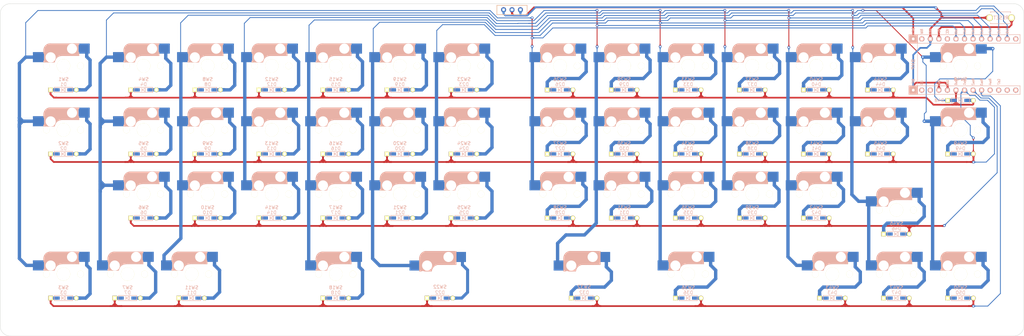
<source format=kicad_pcb>
(kicad_pcb (version 20171130) (host pcbnew "(5.1.10)-1")
  (layers (0 F.Cu signal) (31 B.Cu signal) (34 B.Paste user) (35 F.Paste user) (36 B.SilkS user) (37 F.SilkS user) (38 B.Mask user) (39 F.Mask user) (44 Edge.Cuts user))
  (net 0 "")
  (net 1 "Net-(D1-Pad2)")
  (net 2 Row0)
  (net 3 "Net-(D2-Pad2)")
  (net 4 Row1)
  (net 5 "Net-(D3-Pad2)")
  (net 6 Row3)
  (net 7 "Net-(D4-Pad2)")
  (net 8 "Net-(D5-Pad2)")
  (net 9 "Net-(D6-Pad2)")
  (net 10 Row2)
  (net 11 "Net-(D7-Pad2)")
  (net 12 "Net-(D8-Pad2)")
  (net 13 "Net-(D9-Pad2)")
  (net 14 "Net-(D10-Pad2)")
  (net 15 "Net-(D11-Pad2)")
  (net 16 "Net-(D12-Pad2)")
  (net 17 "Net-(D13-Pad2)")
  (net 18 "Net-(D14-Pad2)")
  (net 19 "Net-(D15-Pad2)")
  (net 20 "Net-(D16-Pad2)")
  (net 21 "Net-(D17-Pad2)")
  (net 22 "Net-(D18-Pad2)")
  (net 23 "Net-(D19-Pad2)")
  (net 24 "Net-(D20-Pad2)")
  (net 25 "Net-(D21-Pad2)")
  (net 26 "Net-(D22-Pad2)")
  (net 27 "Net-(D23-Pad2)")
  (net 28 "Net-(D24-Pad2)")
  (net 29 "Net-(D25-Pad2)")
  (net 30 "Net-(D26-Pad1)")
  (net 31 "Net-(D27-Pad1)")
  (net 32 "Net-(D28-Pad1)")
  (net 33 "Net-(D29-Pad1)")
  (net 34 "Net-(D30-Pad1)")
  (net 35 "Net-(D31-Pad1)")
  (net 36 "Net-(D32-Pad1)")
  (net 37 "Net-(D33-Pad1)")
  (net 38 "Net-(D34-Pad1)")
  (net 39 "Net-(D35-Pad1)")
  (net 40 "Net-(D36-Pad1)")
  (net 41 "Net-(D37-Pad1)")
  (net 42 "Net-(D38-Pad1)")
  (net 43 "Net-(D39-Pad1)")
  (net 44 "Net-(D40-Pad1)")
  (net 45 "Net-(D41-Pad1)")
  (net 46 "Net-(D42-Pad1)")
  (net 47 "Net-(D43-Pad1)")
  (net 48 "Net-(D44-Pad1)")
  (net 49 "Net-(D45-Pad1)")
  (net 50 "Net-(D46-Pad1)")
  (net 51 "Net-(D47-Pad1)")
  (net 52 "Net-(D48-Pad1)")
  (net 53 "Net-(D49-Pad1)")
  (net 54 "Net-(D50-Pad1)")
  (net 55 GND)
  (net 56 Bat+)
  (net 57 Col0)
  (net 58 Col1)
  (net 59 Col2)
  (net 60 Col3)
  (net 61 Col4)
  (net 62 Col5)
  (net 63 Col6)
  (net 64 Reset)
  (net 65 "Net-(U1-Pad24)")
  (net 66 VCC)
  (net 67 "Net-(U1-Pad13)")
  (net 68 "Net-(U1-Pad12)")
  (net 69 "Net-(U1-Pad11)")
  (net 70 Col7)
  (net 71 Row4)
  (net 72 "Net-(U1-Pad2)")
  (net 73 LED)
  (module kbd_SW:CherryMX_Hotswap_1u_Small1 (layer F.Cu) (at 304.8 35.7188)
    (fp_text reference SW48 (at 0 4) (layer B.SilkS) (effects (justify mirror)))
    (fp_text value SW_PUSH hide)
    (pad 1 smd rect (at -7 -2.58 180) (size 3.3 3) (drill (offset 0.45 0)) (layers B.Cu B.Paste B.Mask) (net 63 Col6))
    (pad "" np_thru_hole circle (at -3.81 -2.54 180) (size 3 3) (drill 3) (layers *.Cu *.Mask))
    (pad "" np_thru_hole circle (at 2.54 -5.08 180) (size 3 3) (drill 3) (layers *.Cu *.Mask))
    (pad "" np_thru_hole circle (at 0 0 90) (size 4 4) (drill 4) (layers *.Cu *.Mask F.SilkS))
    (pad "" np_thru_hole circle (at 5.08 0) (size 2 2) (drill 2) (layers *.Cu *.Mask F.SilkS))
    (pad "" np_thru_hole circle (at -5.08 0) (size 2 2) (drill 2) (layers *.Cu *.Mask F.SilkS))
    (pad 2 smd rect (at 5.7 -5.12 180) (size 3.3 2.8) (drill (offset -0.45 -0.1)) (layers B.Cu B.Paste B.Mask) (net 52 "Net-(D48-Pad1)"))
  )
  (module kbd_SW:CherryMX_Hotswap_2.25u_Rev (layer F.Cu) (at 192.881 97.6312 180)
    (fp_text reference SW32 (at 0 -3.81) (layer B.SilkS) (effects (justify mirror)))
    (fp_text value SW_PUSH hide)
    (pad "" np_thru_hole circle (at -11.9 8.24) (size 4 4) (drill 4) (layers *.Cu *.Mask))
    (pad "" np_thru_hole circle (at 11.9 8.24) (size 4 4) (drill 4) (layers *.Cu *.Mask))
    (pad "" np_thru_hole circle (at 11.9 -7) (size 3.05 3.05) (drill 3.05) (layers *.Cu *.Mask))
    (pad "" np_thru_hole circle (at -11.9 -7) (size 3.05 3.05) (drill 3.05) (layers *.Cu *.Mask))
    (pad 1 smd rect (at 6.9 2.54 180) (size 3.3 3) (drill (offset 0.5 0)) (layers B.Cu B.Paste B.Mask) (net 58 Col1))
    (pad "" np_thru_hole circle (at -2.54 5.08 180) (size 3 3) (drill 3) (layers *.Cu *.Mask))
    (pad "" np_thru_hole circle (at 0 0 90) (size 4 4) (drill 4) (layers *.Cu *.Mask))
    (pad "" np_thru_hole circle (at -5.08 0) (size 1.8 1.8) (drill 1.8) (layers *.Cu *.Mask))
    (pad "" np_thru_hole circle (at 5.08 0) (size 1.8 1.8) (drill 1.8) (layers *.Cu *.Mask))
    (pad "" np_thru_hole circle (at 3.81 2.54 180) (size 3 3) (drill 3) (layers *.Cu *.Mask))
    (pad 2 smd rect (at -5.6 5.08 180) (size 3.3 3) (drill (offset -0.5 0)) (layers B.Cu B.Paste B.Mask) (net 36 "Net-(D32-Pad1)"))
  )
  (module kbd_SW:CherryMX_Hotswap_2.25u_Rev (layer F.Cu) (at 150.019 97.6312 180)
    (fp_text reference SW22 (at 0 -3.81) (layer B.SilkS) (effects (justify mirror)))
    (fp_text value SW_PUSH hide)
    (pad "" np_thru_hole circle (at -11.9 8.24) (size 4 4) (drill 4) (layers *.Cu *.Mask))
    (pad "" np_thru_hole circle (at 11.9 8.24) (size 4 4) (drill 4) (layers *.Cu *.Mask))
    (pad "" np_thru_hole circle (at 11.9 -7) (size 3.05 3.05) (drill 3.05) (layers *.Cu *.Mask))
    (pad "" np_thru_hole circle (at -11.9 -7) (size 3.05 3.05) (drill 3.05) (layers *.Cu *.Mask))
    (pad 1 smd rect (at 6.9 2.54 180) (size 3.3 3) (drill (offset 0.5 0)) (layers B.Cu B.Paste B.Mask) (net 62 Col5))
    (pad "" np_thru_hole circle (at -2.54 5.08 180) (size 3 3) (drill 3) (layers *.Cu *.Mask))
    (pad "" np_thru_hole circle (at 0 0 90) (size 4 4) (drill 4) (layers *.Cu *.Mask))
    (pad "" np_thru_hole circle (at -5.08 0) (size 1.8 1.8) (drill 1.8) (layers *.Cu *.Mask))
    (pad "" np_thru_hole circle (at 5.08 0) (size 1.8 1.8) (drill 1.8) (layers *.Cu *.Mask))
    (pad "" np_thru_hole circle (at 3.81 2.54 180) (size 3 3) (drill 3) (layers *.Cu *.Mask))
    (pad 2 smd rect (at -5.6 5.08 180) (size 3.3 3) (drill (offset -0.5 0)) (layers B.Cu B.Paste B.Mask) (net 26 "Net-(D22-Pad2)"))
  )
  (module kbd_Parts:Micon_BMP_GL (layer F.Cu) (at 307.76 35.29 90)
    (fp_text reference U1 hide)
    (fp_text value BLEMicroPro hide)
    (fp_text user Row3 (at -5.25 3.302 270) (layer B.SilkS) (effects (font (size 0.75 0.5) (thickness 0.125)) (justify mirror)))
    (fp_text user Col4 (at 9.95 5.85 270) (layer B.SilkS) (effects (font (size 0.75 0.5) (thickness 0.125)) (justify mirror)))
    (fp_text user Row4 (at -5.2 5.85 270) (layer B.SilkS) (effects (font (size 0.75 0.5) (thickness 0.125)) (justify mirror)))
    (fp_text user Col5 (at 9.95 8.4455 270) (layer B.SilkS) (effects (font (size 0.75 0.5) (thickness 0.125)) (justify mirror)))
    (fp_text user Col7 (at -5.2 8.4455 270) (layer B.SilkS) (effects (font (size 0.75 0.5) (thickness 0.125)) (justify mirror)))
    (fp_text user Col6 (at 9.95 10.95 270) (layer B.SilkS) (effects (font (size 0.75 0.5) (thickness 0.125)) (justify mirror)))
    (fp_text user Col0 (at 9.9 -4.3 270) (layer B.SilkS) (effects (font (size 0.75 0.5) (thickness 0.125)) (justify mirror)))
    (fp_text user Row0 (at -5.161 -4.318 270) (layer B.SilkS) (effects (font (size 0.75 0.5) (thickness 0.125)) (justify mirror)))
    (fp_text user Col1 (at 9.85 -1.778 270) (layer B.SilkS) (effects (font (size 0.75 0.5) (thickness 0.125)) (justify mirror)))
    (fp_text user Row1 (at -5.161 -1.778 270) (layer B.SilkS) (effects (font (size 0.75 0.5) (thickness 0.125)) (justify mirror)))
    (fp_text user Col2 (at 9.9 0.762 270) (layer B.SilkS) (effects (font (size 0.75 0.5) (thickness 0.125)) (justify mirror)))
    (fp_text user Row2 (at -5.2 0.8 270) (layer B.SilkS) (effects (font (size 0.75 0.5) (thickness 0.125)) (justify mirror)))
    (fp_text user Col3 (at 9.9 3.35 270) (layer B.SilkS) (effects (font (size 0.75 0.5) (thickness 0.125)) (justify mirror)))
    (fp_text user GND (at -5.361 -6.7945 270) (layer B.SilkS) (effects (font (size 0.75 0.5) (thickness 0.125)) (justify mirror)))
    (fp_text user VCC (at 9.8155 -6.858 270) (layer B.SilkS) (effects (font (size 0.75 0.5) (thickness 0.125)) (justify mirror)))
    (fp_text user GND (at -5.4245 -9.3345 270) (layer B.SilkS) (effects (font (size 0.75 0.5) (thickness 0.125)) (justify mirror)))
    (fp_text user RST (at 9.8155 -9.3345 270) (layer B.SilkS) (effects (font (size 0.75 0.5) (thickness 0.125)) (justify mirror)))
    (fp_text user GND (at 9.8155 -11.938 270) (layer B.SilkS) (effects (font (size 0.75 0.5) (thickness 0.125)) (justify mirror)))
    (fp_text user LED (at -5.5 -14.478 270) (layer B.SilkS) (effects (font (size 0.75 0.5) (thickness 0.125)) (justify mirror)))
    (fp_text user RAW (at 9.8155 -14.478 270) (layer B.SilkS) (effects (font (size 0.75 0.5) (thickness 0.125)) (justify mirror)))
    (fp_text user "" (at 1.2065 -16.256 270) (layer F.SilkS))
    (fp_text user "" (at 0.5 -17.25 270) (layer B.SilkS) (effects (justify mirror)))
    (fp_text user BAT+ (at 9.9155 -17.018 270) (layer B.SilkS) (effects (font (size 0.75 0.5) (thickness 0.125)) (justify mirror)))
    (fp_text user BAT- (at -5.3 -17.018 270) (layer B.SilkS) (effects (font (size 0.75 0.5) (thickness 0.125)) (justify mirror)))
    (fp_text user BMP (at 0 -17 270) (layer B.SilkS) (effects (justify mirror)))
    (pad 24 thru_hole circle (at 7.5636 -14.478 270) (size 1.524 1.524) (drill 0.8128) (layers *.Cu *.Mask B.SilkS) (net 65 "Net-(U1-Pad24)"))
    (pad 23 thru_hole circle (at 7.5636 -11.938 270) (size 1.524 1.524) (drill 0.8128) (layers *.Cu *.Mask B.SilkS) (net 55 GND))
    (pad 22 thru_hole circle (at 7.5636 -9.398 270) (size 1.524 1.524) (drill 0.8128) (layers *.Cu *.Mask B.SilkS) (net 64 Reset))
    (pad 21 thru_hole circle (at 7.5636 -6.858 270) (size 1.524 1.524) (drill 0.8128) (layers *.Cu *.Mask B.SilkS) (net 66 VCC))
    (pad 20 thru_hole circle (at 7.5636 -4.318 270) (size 1.524 1.524) (drill 0.8128) (layers *.Cu *.Mask B.SilkS) (net 57 Col0))
    (pad 19 thru_hole circle (at 7.5636 -1.778 270) (size 1.524 1.524) (drill 0.8128) (layers *.Cu *.Mask B.SilkS) (net 58 Col1))
    (pad 18 thru_hole circle (at 7.5636 0.762 270) (size 1.524 1.524) (drill 0.8128) (layers *.Cu *.Mask B.SilkS) (net 59 Col2))
    (pad 17 thru_hole circle (at 7.5636 3.302 270) (size 1.524 1.524) (drill 0.8128) (layers *.Cu *.Mask B.SilkS) (net 60 Col3))
    (pad 16 thru_hole circle (at 7.5636 5.842 270) (size 1.524 1.524) (drill 0.8128) (layers *.Cu *.Mask B.SilkS) (net 61 Col4))
    (pad 15 thru_hole circle (at 7.5636 8.382 270) (size 1.524 1.524) (drill 0.8128) (layers *.Cu *.Mask B.SilkS) (net 62 Col5))
    (pad 14 thru_hole circle (at 7.5636 10.922 270) (size 1.524 1.524) (drill 0.8128) (layers *.Cu *.Mask B.SilkS) (net 63 Col6))
    (pad 13 thru_hole circle (at 7.5636 13.462 270) (size 1.524 1.524) (drill 0.8128) (layers *.Cu *.Mask B.SilkS) (net 67 "Net-(U1-Pad13)"))
    (pad 12 thru_hole circle (at -7.6564 13.462 270) (size 1.524 1.524) (drill 0.8128) (layers *.Cu *.Mask B.SilkS) (net 68 "Net-(U1-Pad12)"))
    (pad 11 thru_hole circle (at -7.6564 10.922 270) (size 1.524 1.524) (drill 0.8128) (layers *.Cu *.Mask B.SilkS) (net 69 "Net-(U1-Pad11)"))
    (pad 10 thru_hole circle (at -7.6564 8.382 270) (size 1.524 1.524) (drill 0.8128) (layers *.Cu *.Mask B.SilkS) (net 70 Col7))
    (pad 9 thru_hole circle (at -7.6564 5.842 270) (size 1.524 1.524) (drill 0.8128) (layers *.Cu *.Mask B.SilkS) (net 71 Row4))
    (pad 8 thru_hole circle (at -7.6564 3.302 270) (size 1.524 1.524) (drill 0.8128) (layers *.Cu *.Mask B.SilkS) (net 6 Row3))
    (pad 7 thru_hole circle (at -7.6564 0.762 270) (size 1.524 1.524) (drill 0.8128) (layers *.Cu *.Mask B.SilkS) (net 10 Row2))
    (pad 6 thru_hole circle (at -7.6564 -1.778 270) (size 1.524 1.524) (drill 0.8128) (layers *.Cu *.Mask B.SilkS) (net 4 Row1))
    (pad 5 thru_hole circle (at -7.6564 -4.318 270) (size 1.524 1.524) (drill 0.8128) (layers *.Cu *.Mask B.SilkS) (net 2 Row0))
    (pad 4 thru_hole circle (at -7.6564 -6.858 270) (size 1.524 1.524) (drill 0.8128) (layers *.Cu *.Mask B.SilkS) (net 55 GND))
    (pad 3 thru_hole circle (at -7.6564 -9.398 270) (size 1.524 1.524) (drill 0.8128) (layers *.Cu *.Mask B.SilkS) (net 55 GND))
    (pad 2 thru_hole circle (at -7.6564 -11.938 270) (size 1.524 1.524) (drill 0.8128) (layers *.Cu *.Mask B.SilkS) (net 72 "Net-(U1-Pad2)"))
    (pad 1 thru_hole circle (at -7.6564 -14.478 270) (size 1.524 1.524) (drill 0.8128) (layers *.Cu *.Mask B.SilkS) (net 73 LED))
    (pad 26 thru_hole circle (at -7.6564 -17.018 270) (size 1.524 1.524) (drill 0.8128) (layers *.Cu *.Mask B.SilkS) (net 55 GND))
    (pad 25 thru_hole circle (at 7.5636 -17.018 270) (size 1.524 1.524) (drill 0.8128) (layers *.Cu *.Mask B.SilkS) (net 56 Bat+))
  )
  (module kbd_Parts:ResetSW (layer F.Cu) (at 316.70625 21.4312)
    (fp_text reference SW51 hide)
    (fp_text value SW_PUSH)
    (fp_text user RESET (at 0.127 0) (layer B.SilkS) (effects (justify mirror)))
    (pad 2 thru_hole circle (at -3.25 0) (size 2 2) (drill 1.3) (layers *.Cu *.Mask F.SilkS) (net 55 GND))
    (pad 1 thru_hole circle (at 3.25 0) (size 2 2) (drill 1.3) (layers *.Cu *.Mask F.SilkS) (net 64 Reset))
  )
  (module kbd_SW:CherryMX_Hotswap_1u (layer F.Cu) (at 304.8 97.6312)
    (fp_text reference SW50 (at 0 4) (layer B.SilkS) (effects (justify mirror)))
    (fp_text value SW_PUSH hide)
    (pad 2 smd rect (at 5.7 -5.12 180) (size 3.3 3) (drill (offset -0.45 0)) (layers B.Cu B.Paste B.Mask) (net 54 "Net-(D50-Pad1)"))
    (pad "" np_thru_hole circle (at -5.08 0) (size 2 2) (drill 2) (layers *.Cu *.Mask F.SilkS))
    (pad "" np_thru_hole circle (at 5.08 0) (size 2 2) (drill 2) (layers *.Cu *.Mask F.SilkS))
    (pad "" np_thru_hole circle (at 0 0 90) (size 4 4) (drill 4) (layers *.Cu *.Mask F.SilkS))
    (pad "" np_thru_hole circle (at 2.54 -5.08 180) (size 3 3) (drill 3) (layers *.Cu *.Mask))
    (pad "" np_thru_hole circle (at -3.81 -2.54 180) (size 3 3) (drill 3) (layers *.Cu *.Mask))
    (pad 1 smd rect (at -7 -2.58 180) (size 3.3 3) (drill (offset 0.45 0)) (layers B.Cu B.Paste B.Mask) (net 63 Col6))
  )
  (module kbd_SW:CherryMX_Hotswap_1u (layer F.Cu) (at 304.8 54.7688)
    (fp_text reference SW49 (at 0 4) (layer B.SilkS) (effects (justify mirror)))
    (fp_text value SW_PUSH hide)
    (pad 2 smd rect (at 5.7 -5.12 180) (size 3.3 3) (drill (offset -0.45 0)) (layers B.Cu B.Paste B.Mask) (net 53 "Net-(D49-Pad1)"))
    (pad "" np_thru_hole circle (at -5.08 0) (size 2 2) (drill 2) (layers *.Cu *.Mask F.SilkS))
    (pad "" np_thru_hole circle (at 5.08 0) (size 2 2) (drill 2) (layers *.Cu *.Mask F.SilkS))
    (pad "" np_thru_hole circle (at 0 0 90) (size 4 4) (drill 4) (layers *.Cu *.Mask F.SilkS))
    (pad "" np_thru_hole circle (at 2.54 -5.08 180) (size 3 3) (drill 3) (layers *.Cu *.Mask))
    (pad "" np_thru_hole circle (at -3.81 -2.54 180) (size 3 3) (drill 3) (layers *.Cu *.Mask))
    (pad 1 smd rect (at -7 -2.58 180) (size 3.3 3) (drill (offset 0.45 0)) (layers B.Cu B.Paste B.Mask) (net 63 Col6))
  )
  (module kbd_SW:CherryMX_Hotswap_1u (layer F.Cu) (at 285.75 97.6312)
    (fp_text reference SW47 (at 0 4) (layer B.SilkS) (effects (justify mirror)))
    (fp_text value SW_PUSH hide)
    (pad 2 smd rect (at 5.7 -5.12 180) (size 3.3 3) (drill (offset -0.45 0)) (layers B.Cu B.Paste B.Mask) (net 51 "Net-(D47-Pad1)"))
    (pad "" np_thru_hole circle (at -5.08 0) (size 2 2) (drill 2) (layers *.Cu *.Mask F.SilkS))
    (pad "" np_thru_hole circle (at 5.08 0) (size 2 2) (drill 2) (layers *.Cu *.Mask F.SilkS))
    (pad "" np_thru_hole circle (at 0 0 90) (size 4 4) (drill 4) (layers *.Cu *.Mask F.SilkS))
    (pad "" np_thru_hole circle (at 2.54 -5.08 180) (size 3 3) (drill 3) (layers *.Cu *.Mask))
    (pad "" np_thru_hole circle (at -3.81 -2.54 180) (size 3 3) (drill 3) (layers *.Cu *.Mask))
    (pad 1 smd rect (at -7 -2.58 180) (size 3.3 3) (drill (offset 0.45 0)) (layers B.Cu B.Paste B.Mask) (net 62 Col5))
  )
  (module kbd_SW:CherryMX_Hotswap_1u (layer F.Cu) (at 285.75 78.5812)
    (fp_text reference SW46 (at 0 4) (layer B.SilkS) (effects (justify mirror)))
    (fp_text value SW_PUSH hide)
    (pad 2 smd rect (at 5.7 -5.12 180) (size 3.3 3) (drill (offset -0.45 0)) (layers B.Cu B.Paste B.Mask) (net 50 "Net-(D46-Pad1)"))
    (pad "" np_thru_hole circle (at -5.08 0) (size 2 2) (drill 2) (layers *.Cu *.Mask F.SilkS))
    (pad "" np_thru_hole circle (at 5.08 0) (size 2 2) (drill 2) (layers *.Cu *.Mask F.SilkS))
    (pad "" np_thru_hole circle (at 0 0 90) (size 4 4) (drill 4) (layers *.Cu *.Mask F.SilkS))
    (pad "" np_thru_hole circle (at 2.54 -5.08 180) (size 3 3) (drill 3) (layers *.Cu *.Mask))
    (pad "" np_thru_hole circle (at -3.81 -2.54 180) (size 3 3) (drill 3) (layers *.Cu *.Mask))
    (pad 1 smd rect (at -7 -2.58 180) (size 3.3 3) (drill (offset 0.45 0)) (layers B.Cu B.Paste B.Mask) (net 62 Col5))
  )
  (module kbd_SW:CherryMX_Hotswap_1u (layer F.Cu) (at 280.988 54.7688)
    (fp_text reference SW45 (at 0 4) (layer B.SilkS) (effects (justify mirror)))
    (fp_text value SW_PUSH hide)
    (pad 2 smd rect (at 5.7 -5.12 180) (size 3.3 3) (drill (offset -0.45 0)) (layers B.Cu B.Paste B.Mask) (net 49 "Net-(D45-Pad1)"))
    (pad "" np_thru_hole circle (at -5.08 0) (size 2 2) (drill 2) (layers *.Cu *.Mask F.SilkS))
    (pad "" np_thru_hole circle (at 5.08 0) (size 2 2) (drill 2) (layers *.Cu *.Mask F.SilkS))
    (pad "" np_thru_hole circle (at 0 0 90) (size 4 4) (drill 4) (layers *.Cu *.Mask F.SilkS))
    (pad "" np_thru_hole circle (at 2.54 -5.08 180) (size 3 3) (drill 3) (layers *.Cu *.Mask))
    (pad "" np_thru_hole circle (at -3.81 -2.54 180) (size 3 3) (drill 3) (layers *.Cu *.Mask))
    (pad 1 smd rect (at -7 -2.58 180) (size 3.3 3) (drill (offset 0.45 0)) (layers B.Cu B.Paste B.Mask) (net 62 Col5))
  )
  (module kbd_SW:CherryMX_Hotswap_1u (layer F.Cu) (at 280.988 35.7188)
    (fp_text reference SW44 (at 0 4) (layer B.SilkS) (effects (justify mirror)))
    (fp_text value SW_PUSH hide)
    (pad 2 smd rect (at 5.7 -5.12 180) (size 3.3 3) (drill (offset -0.45 0)) (layers B.Cu B.Paste B.Mask) (net 48 "Net-(D44-Pad1)"))
    (pad "" np_thru_hole circle (at -5.08 0) (size 2 2) (drill 2) (layers *.Cu *.Mask F.SilkS))
    (pad "" np_thru_hole circle (at 5.08 0) (size 2 2) (drill 2) (layers *.Cu *.Mask F.SilkS))
    (pad "" np_thru_hole circle (at 0 0 90) (size 4 4) (drill 4) (layers *.Cu *.Mask F.SilkS))
    (pad "" np_thru_hole circle (at 2.54 -5.08 180) (size 3 3) (drill 3) (layers *.Cu *.Mask))
    (pad "" np_thru_hole circle (at -3.81 -2.54 180) (size 3 3) (drill 3) (layers *.Cu *.Mask))
    (pad 1 smd rect (at -7 -2.58 180) (size 3.3 3) (drill (offset 0.45 0)) (layers B.Cu B.Paste B.Mask) (net 62 Col5))
  )
  (module kbd_SW:CherryMX_Hotswap_1u (layer F.Cu) (at 266.7 97.6312)
    (fp_text reference SW43 (at 0 4) (layer B.SilkS) (effects (justify mirror)))
    (fp_text value SW_PUSH hide)
    (pad 2 smd rect (at 5.7 -5.12 180) (size 3.3 3) (drill (offset -0.45 0)) (layers B.Cu B.Paste B.Mask) (net 47 "Net-(D43-Pad1)"))
    (pad "" np_thru_hole circle (at -5.08 0) (size 2 2) (drill 2) (layers *.Cu *.Mask F.SilkS))
    (pad "" np_thru_hole circle (at 5.08 0) (size 2 2) (drill 2) (layers *.Cu *.Mask F.SilkS))
    (pad "" np_thru_hole circle (at 0 0 90) (size 4 4) (drill 4) (layers *.Cu *.Mask F.SilkS))
    (pad "" np_thru_hole circle (at 2.54 -5.08 180) (size 3 3) (drill 3) (layers *.Cu *.Mask))
    (pad "" np_thru_hole circle (at -3.81 -2.54 180) (size 3 3) (drill 3) (layers *.Cu *.Mask))
    (pad 1 smd rect (at -7 -2.58 180) (size 3.3 3) (drill (offset 0.45 0)) (layers B.Cu B.Paste B.Mask) (net 61 Col4))
  )
  (module kbd_SW:CherryMX_Hotswap_1u (layer F.Cu) (at 261.938 73.8188)
    (fp_text reference SW42 (at 0 4) (layer B.SilkS) (effects (justify mirror)))
    (fp_text value SW_PUSH hide)
    (pad 2 smd rect (at 5.7 -5.12 180) (size 3.3 3) (drill (offset -0.45 0)) (layers B.Cu B.Paste B.Mask) (net 46 "Net-(D42-Pad1)"))
    (pad "" np_thru_hole circle (at -5.08 0) (size 2 2) (drill 2) (layers *.Cu *.Mask F.SilkS))
    (pad "" np_thru_hole circle (at 5.08 0) (size 2 2) (drill 2) (layers *.Cu *.Mask F.SilkS))
    (pad "" np_thru_hole circle (at 0 0 90) (size 4 4) (drill 4) (layers *.Cu *.Mask F.SilkS))
    (pad "" np_thru_hole circle (at 2.54 -5.08 180) (size 3 3) (drill 3) (layers *.Cu *.Mask))
    (pad "" np_thru_hole circle (at -3.81 -2.54 180) (size 3 3) (drill 3) (layers *.Cu *.Mask))
    (pad 1 smd rect (at -7 -2.58 180) (size 3.3 3) (drill (offset 0.45 0)) (layers B.Cu B.Paste B.Mask) (net 61 Col4))
  )
  (module kbd_SW:CherryMX_Hotswap_1u (layer F.Cu) (at 261.938 54.7688)
    (fp_text reference SW41 (at 0 4) (layer B.SilkS) (effects (justify mirror)))
    (fp_text value SW_PUSH hide)
    (pad 2 smd rect (at 5.7 -5.12 180) (size 3.3 3) (drill (offset -0.45 0)) (layers B.Cu B.Paste B.Mask) (net 45 "Net-(D41-Pad1)"))
    (pad "" np_thru_hole circle (at -5.08 0) (size 2 2) (drill 2) (layers *.Cu *.Mask F.SilkS))
    (pad "" np_thru_hole circle (at 5.08 0) (size 2 2) (drill 2) (layers *.Cu *.Mask F.SilkS))
    (pad "" np_thru_hole circle (at 0 0 90) (size 4 4) (drill 4) (layers *.Cu *.Mask F.SilkS))
    (pad "" np_thru_hole circle (at 2.54 -5.08 180) (size 3 3) (drill 3) (layers *.Cu *.Mask))
    (pad "" np_thru_hole circle (at -3.81 -2.54 180) (size 3 3) (drill 3) (layers *.Cu *.Mask))
    (pad 1 smd rect (at -7 -2.58 180) (size 3.3 3) (drill (offset 0.45 0)) (layers B.Cu B.Paste B.Mask) (net 61 Col4))
  )
  (module kbd_SW:CherryMX_Hotswap_1u (layer F.Cu) (at 261.938 35.7188)
    (fp_text reference SW40 (at 0 4) (layer B.SilkS) (effects (justify mirror)))
    (fp_text value SW_PUSH hide)
    (pad 2 smd rect (at 5.7 -5.12 180) (size 3.3 3) (drill (offset -0.45 0)) (layers B.Cu B.Paste B.Mask) (net 44 "Net-(D40-Pad1)"))
    (pad "" np_thru_hole circle (at -5.08 0) (size 2 2) (drill 2) (layers *.Cu *.Mask F.SilkS))
    (pad "" np_thru_hole circle (at 5.08 0) (size 2 2) (drill 2) (layers *.Cu *.Mask F.SilkS))
    (pad "" np_thru_hole circle (at 0 0 90) (size 4 4) (drill 4) (layers *.Cu *.Mask F.SilkS))
    (pad "" np_thru_hole circle (at 2.54 -5.08 180) (size 3 3) (drill 3) (layers *.Cu *.Mask))
    (pad "" np_thru_hole circle (at -3.81 -2.54 180) (size 3 3) (drill 3) (layers *.Cu *.Mask))
    (pad 1 smd rect (at -7 -2.58 180) (size 3.3 3) (drill (offset 0.45 0)) (layers B.Cu B.Paste B.Mask) (net 61 Col4))
  )
  (module kbd_SW:CherryMX_Hotswap_1u (layer F.Cu) (at 242.888 73.8188)
    (fp_text reference SW39 (at 0 4) (layer B.SilkS) (effects (justify mirror)))
    (fp_text value SW_PUSH hide)
    (pad 2 smd rect (at 5.7 -5.12 180) (size 3.3 3) (drill (offset -0.45 0)) (layers B.Cu B.Paste B.Mask) (net 43 "Net-(D39-Pad1)"))
    (pad "" np_thru_hole circle (at -5.08 0) (size 2 2) (drill 2) (layers *.Cu *.Mask F.SilkS))
    (pad "" np_thru_hole circle (at 5.08 0) (size 2 2) (drill 2) (layers *.Cu *.Mask F.SilkS))
    (pad "" np_thru_hole circle (at 0 0 90) (size 4 4) (drill 4) (layers *.Cu *.Mask F.SilkS))
    (pad "" np_thru_hole circle (at 2.54 -5.08 180) (size 3 3) (drill 3) (layers *.Cu *.Mask))
    (pad "" np_thru_hole circle (at -3.81 -2.54 180) (size 3 3) (drill 3) (layers *.Cu *.Mask))
    (pad 1 smd rect (at -7 -2.58 180) (size 3.3 3) (drill (offset 0.45 0)) (layers B.Cu B.Paste B.Mask) (net 60 Col3))
  )
  (module kbd_SW:CherryMX_Hotswap_1u (layer F.Cu) (at 242.888 54.7688)
    (fp_text reference SW38 (at 0 4) (layer B.SilkS) (effects (justify mirror)))
    (fp_text value SW_PUSH hide)
    (pad 2 smd rect (at 5.7 -5.12 180) (size 3.3 3) (drill (offset -0.45 0)) (layers B.Cu B.Paste B.Mask) (net 42 "Net-(D38-Pad1)"))
    (pad "" np_thru_hole circle (at -5.08 0) (size 2 2) (drill 2) (layers *.Cu *.Mask F.SilkS))
    (pad "" np_thru_hole circle (at 5.08 0) (size 2 2) (drill 2) (layers *.Cu *.Mask F.SilkS))
    (pad "" np_thru_hole circle (at 0 0 90) (size 4 4) (drill 4) (layers *.Cu *.Mask F.SilkS))
    (pad "" np_thru_hole circle (at 2.54 -5.08 180) (size 3 3) (drill 3) (layers *.Cu *.Mask))
    (pad "" np_thru_hole circle (at -3.81 -2.54 180) (size 3 3) (drill 3) (layers *.Cu *.Mask))
    (pad 1 smd rect (at -7 -2.58 180) (size 3.3 3) (drill (offset 0.45 0)) (layers B.Cu B.Paste B.Mask) (net 60 Col3))
  )
  (module kbd_SW:CherryMX_Hotswap_1u (layer F.Cu) (at 242.888 35.7188)
    (fp_text reference SW37 (at 0 4) (layer B.SilkS) (effects (justify mirror)))
    (fp_text value SW_PUSH hide)
    (pad 2 smd rect (at 5.7 -5.12 180) (size 3.3 3) (drill (offset -0.45 0)) (layers B.Cu B.Paste B.Mask) (net 41 "Net-(D37-Pad1)"))
    (pad "" np_thru_hole circle (at -5.08 0) (size 2 2) (drill 2) (layers *.Cu *.Mask F.SilkS))
    (pad "" np_thru_hole circle (at 5.08 0) (size 2 2) (drill 2) (layers *.Cu *.Mask F.SilkS))
    (pad "" np_thru_hole circle (at 0 0 90) (size 4 4) (drill 4) (layers *.Cu *.Mask F.SilkS))
    (pad "" np_thru_hole circle (at 2.54 -5.08 180) (size 3 3) (drill 3) (layers *.Cu *.Mask))
    (pad "" np_thru_hole circle (at -3.81 -2.54 180) (size 3 3) (drill 3) (layers *.Cu *.Mask))
    (pad 1 smd rect (at -7 -2.58 180) (size 3.3 3) (drill (offset 0.45 0)) (layers B.Cu B.Paste B.Mask) (net 60 Col3))
  )
  (module kbd_SW:CherryMX_Hotswap_1u (layer F.Cu) (at 223.838 97.6312)
    (fp_text reference SW36 (at 0 4) (layer B.SilkS) (effects (justify mirror)))
    (fp_text value SW_PUSH hide)
    (pad 2 smd rect (at 5.7 -5.12 180) (size 3.3 3) (drill (offset -0.45 0)) (layers B.Cu B.Paste B.Mask) (net 40 "Net-(D36-Pad1)"))
    (pad "" np_thru_hole circle (at -5.08 0) (size 2 2) (drill 2) (layers *.Cu *.Mask F.SilkS))
    (pad "" np_thru_hole circle (at 5.08 0) (size 2 2) (drill 2) (layers *.Cu *.Mask F.SilkS))
    (pad "" np_thru_hole circle (at 0 0 90) (size 4 4) (drill 4) (layers *.Cu *.Mask F.SilkS))
    (pad "" np_thru_hole circle (at 2.54 -5.08 180) (size 3 3) (drill 3) (layers *.Cu *.Mask))
    (pad "" np_thru_hole circle (at -3.81 -2.54 180) (size 3 3) (drill 3) (layers *.Cu *.Mask))
    (pad 1 smd rect (at -7 -2.58 180) (size 3.3 3) (drill (offset 0.45 0)) (layers B.Cu B.Paste B.Mask) (net 59 Col2))
  )
  (module kbd_SW:CherryMX_Hotswap_1u (layer F.Cu) (at 223.838 73.8188)
    (fp_text reference SW35 (at 0 4) (layer B.SilkS) (effects (justify mirror)))
    (fp_text value SW_PUSH hide)
    (pad 2 smd rect (at 5.7 -5.12 180) (size 3.3 3) (drill (offset -0.45 0)) (layers B.Cu B.Paste B.Mask) (net 39 "Net-(D35-Pad1)"))
    (pad "" np_thru_hole circle (at -5.08 0) (size 2 2) (drill 2) (layers *.Cu *.Mask F.SilkS))
    (pad "" np_thru_hole circle (at 5.08 0) (size 2 2) (drill 2) (layers *.Cu *.Mask F.SilkS))
    (pad "" np_thru_hole circle (at 0 0 90) (size 4 4) (drill 4) (layers *.Cu *.Mask F.SilkS))
    (pad "" np_thru_hole circle (at 2.54 -5.08 180) (size 3 3) (drill 3) (layers *.Cu *.Mask))
    (pad "" np_thru_hole circle (at -3.81 -2.54 180) (size 3 3) (drill 3) (layers *.Cu *.Mask))
    (pad 1 smd rect (at -7 -2.58 180) (size 3.3 3) (drill (offset 0.45 0)) (layers B.Cu B.Paste B.Mask) (net 59 Col2))
  )
  (module kbd_SW:CherryMX_Hotswap_1u (layer F.Cu) (at 223.838 54.7688)
    (fp_text reference SW34 (at 0 4) (layer B.SilkS) (effects (justify mirror)))
    (fp_text value SW_PUSH hide)
    (pad 2 smd rect (at 5.7 -5.12 180) (size 3.3 3) (drill (offset -0.45 0)) (layers B.Cu B.Paste B.Mask) (net 38 "Net-(D34-Pad1)"))
    (pad "" np_thru_hole circle (at -5.08 0) (size 2 2) (drill 2) (layers *.Cu *.Mask F.SilkS))
    (pad "" np_thru_hole circle (at 5.08 0) (size 2 2) (drill 2) (layers *.Cu *.Mask F.SilkS))
    (pad "" np_thru_hole circle (at 0 0 90) (size 4 4) (drill 4) (layers *.Cu *.Mask F.SilkS))
    (pad "" np_thru_hole circle (at 2.54 -5.08 180) (size 3 3) (drill 3) (layers *.Cu *.Mask))
    (pad "" np_thru_hole circle (at -3.81 -2.54 180) (size 3 3) (drill 3) (layers *.Cu *.Mask))
    (pad 1 smd rect (at -7 -2.58 180) (size 3.3 3) (drill (offset 0.45 0)) (layers B.Cu B.Paste B.Mask) (net 59 Col2))
  )
  (module kbd_SW:CherryMX_Hotswap_1u (layer F.Cu) (at 223.838 35.7188)
    (fp_text reference SW33 (at 0 4) (layer B.SilkS) (effects (justify mirror)))
    (fp_text value SW_PUSH hide)
    (pad 2 smd rect (at 5.7 -5.12 180) (size 3.3 3) (drill (offset -0.45 0)) (layers B.Cu B.Paste B.Mask) (net 37 "Net-(D33-Pad1)"))
    (pad "" np_thru_hole circle (at -5.08 0) (size 2 2) (drill 2) (layers *.Cu *.Mask F.SilkS))
    (pad "" np_thru_hole circle (at 5.08 0) (size 2 2) (drill 2) (layers *.Cu *.Mask F.SilkS))
    (pad "" np_thru_hole circle (at 0 0 90) (size 4 4) (drill 4) (layers *.Cu *.Mask F.SilkS))
    (pad "" np_thru_hole circle (at 2.54 -5.08 180) (size 3 3) (drill 3) (layers *.Cu *.Mask))
    (pad "" np_thru_hole circle (at -3.81 -2.54 180) (size 3 3) (drill 3) (layers *.Cu *.Mask))
    (pad 1 smd rect (at -7 -2.58 180) (size 3.3 3) (drill (offset 0.45 0)) (layers B.Cu B.Paste B.Mask) (net 59 Col2))
  )
  (module kbd_SW:CherryMX_Hotswap_1u (layer F.Cu) (at 204.788 73.8188)
    (fp_text reference SW31 (at 0 4) (layer B.SilkS) (effects (justify mirror)))
    (fp_text value SW_PUSH hide)
    (pad 2 smd rect (at 5.7 -5.12 180) (size 3.3 3) (drill (offset -0.45 0)) (layers B.Cu B.Paste B.Mask) (net 35 "Net-(D31-Pad1)"))
    (pad "" np_thru_hole circle (at -5.08 0) (size 2 2) (drill 2) (layers *.Cu *.Mask F.SilkS))
    (pad "" np_thru_hole circle (at 5.08 0) (size 2 2) (drill 2) (layers *.Cu *.Mask F.SilkS))
    (pad "" np_thru_hole circle (at 0 0 90) (size 4 4) (drill 4) (layers *.Cu *.Mask F.SilkS))
    (pad "" np_thru_hole circle (at 2.54 -5.08 180) (size 3 3) (drill 3) (layers *.Cu *.Mask))
    (pad "" np_thru_hole circle (at -3.81 -2.54 180) (size 3 3) (drill 3) (layers *.Cu *.Mask))
    (pad 1 smd rect (at -7 -2.58 180) (size 3.3 3) (drill (offset 0.45 0)) (layers B.Cu B.Paste B.Mask) (net 58 Col1))
  )
  (module kbd_SW:CherryMX_Hotswap_1u (layer F.Cu) (at 204.788 54.7688)
    (fp_text reference SW30 (at 0 4) (layer B.SilkS) (effects (justify mirror)))
    (fp_text value SW_PUSH hide)
    (pad 2 smd rect (at 5.7 -5.12 180) (size 3.3 3) (drill (offset -0.45 0)) (layers B.Cu B.Paste B.Mask) (net 34 "Net-(D30-Pad1)"))
    (pad "" np_thru_hole circle (at -5.08 0) (size 2 2) (drill 2) (layers *.Cu *.Mask F.SilkS))
    (pad "" np_thru_hole circle (at 5.08 0) (size 2 2) (drill 2) (layers *.Cu *.Mask F.SilkS))
    (pad "" np_thru_hole circle (at 0 0 90) (size 4 4) (drill 4) (layers *.Cu *.Mask F.SilkS))
    (pad "" np_thru_hole circle (at 2.54 -5.08 180) (size 3 3) (drill 3) (layers *.Cu *.Mask))
    (pad "" np_thru_hole circle (at -3.81 -2.54 180) (size 3 3) (drill 3) (layers *.Cu *.Mask))
    (pad 1 smd rect (at -7 -2.58 180) (size 3.3 3) (drill (offset 0.45 0)) (layers B.Cu B.Paste B.Mask) (net 58 Col1))
  )
  (module kbd_SW:CherryMX_Hotswap_1u (layer F.Cu) (at 204.788 35.7188)
    (fp_text reference SW29 (at 0 4) (layer B.SilkS) (effects (justify mirror)))
    (fp_text value SW_PUSH hide)
    (pad 2 smd rect (at 5.7 -5.12 180) (size 3.3 3) (drill (offset -0.45 0)) (layers B.Cu B.Paste B.Mask) (net 33 "Net-(D29-Pad1)"))
    (pad "" np_thru_hole circle (at -5.08 0) (size 2 2) (drill 2) (layers *.Cu *.Mask F.SilkS))
    (pad "" np_thru_hole circle (at 5.08 0) (size 2 2) (drill 2) (layers *.Cu *.Mask F.SilkS))
    (pad "" np_thru_hole circle (at 0 0 90) (size 4 4) (drill 4) (layers *.Cu *.Mask F.SilkS))
    (pad "" np_thru_hole circle (at 2.54 -5.08 180) (size 3 3) (drill 3) (layers *.Cu *.Mask))
    (pad "" np_thru_hole circle (at -3.81 -2.54 180) (size 3 3) (drill 3) (layers *.Cu *.Mask))
    (pad 1 smd rect (at -7 -2.58 180) (size 3.3 3) (drill (offset 0.45 0)) (layers B.Cu B.Paste B.Mask) (net 58 Col1))
  )
  (module kbd_SW:CherryMX_Hotswap_1u (layer F.Cu) (at 185.738 73.8188)
    (fp_text reference SW28 (at 0 4) (layer B.SilkS) (effects (justify mirror)))
    (fp_text value SW_PUSH hide)
    (pad 2 smd rect (at 5.7 -5.12 180) (size 3.3 3) (drill (offset -0.45 0)) (layers B.Cu B.Paste B.Mask) (net 32 "Net-(D28-Pad1)"))
    (pad "" np_thru_hole circle (at -5.08 0) (size 2 2) (drill 2) (layers *.Cu *.Mask F.SilkS))
    (pad "" np_thru_hole circle (at 5.08 0) (size 2 2) (drill 2) (layers *.Cu *.Mask F.SilkS))
    (pad "" np_thru_hole circle (at 0 0 90) (size 4 4) (drill 4) (layers *.Cu *.Mask F.SilkS))
    (pad "" np_thru_hole circle (at 2.54 -5.08 180) (size 3 3) (drill 3) (layers *.Cu *.Mask))
    (pad "" np_thru_hole circle (at -3.81 -2.54 180) (size 3 3) (drill 3) (layers *.Cu *.Mask))
    (pad 1 smd rect (at -7 -2.58 180) (size 3.3 3) (drill (offset 0.45 0)) (layers B.Cu B.Paste B.Mask) (net 57 Col0))
  )
  (module kbd_SW:CherryMX_Hotswap_1u (layer F.Cu) (at 185.738 54.7688)
    (fp_text reference SW27 (at 0 4) (layer B.SilkS) (effects (justify mirror)))
    (fp_text value SW_PUSH hide)
    (pad 2 smd rect (at 5.7 -5.12 180) (size 3.3 3) (drill (offset -0.45 0)) (layers B.Cu B.Paste B.Mask) (net 31 "Net-(D27-Pad1)"))
    (pad "" np_thru_hole circle (at -5.08 0) (size 2 2) (drill 2) (layers *.Cu *.Mask F.SilkS))
    (pad "" np_thru_hole circle (at 5.08 0) (size 2 2) (drill 2) (layers *.Cu *.Mask F.SilkS))
    (pad "" np_thru_hole circle (at 0 0 90) (size 4 4) (drill 4) (layers *.Cu *.Mask F.SilkS))
    (pad "" np_thru_hole circle (at 2.54 -5.08 180) (size 3 3) (drill 3) (layers *.Cu *.Mask))
    (pad "" np_thru_hole circle (at -3.81 -2.54 180) (size 3 3) (drill 3) (layers *.Cu *.Mask))
    (pad 1 smd rect (at -7 -2.58 180) (size 3.3 3) (drill (offset 0.45 0)) (layers B.Cu B.Paste B.Mask) (net 57 Col0))
  )
  (module kbd_SW:CherryMX_Hotswap_1u (layer F.Cu) (at 185.738 35.7188)
    (fp_text reference SW26 (at 0 4) (layer B.SilkS) (effects (justify mirror)))
    (fp_text value SW_PUSH hide)
    (pad 2 smd rect (at 5.7 -5.12 180) (size 3.3 3) (drill (offset -0.45 0)) (layers B.Cu B.Paste B.Mask) (net 30 "Net-(D26-Pad1)"))
    (pad "" np_thru_hole circle (at -5.08 0) (size 2 2) (drill 2) (layers *.Cu *.Mask F.SilkS))
    (pad "" np_thru_hole circle (at 5.08 0) (size 2 2) (drill 2) (layers *.Cu *.Mask F.SilkS))
    (pad "" np_thru_hole circle (at 0 0 90) (size 4 4) (drill 4) (layers *.Cu *.Mask F.SilkS))
    (pad "" np_thru_hole circle (at 2.54 -5.08 180) (size 3 3) (drill 3) (layers *.Cu *.Mask))
    (pad "" np_thru_hole circle (at -3.81 -2.54 180) (size 3 3) (drill 3) (layers *.Cu *.Mask))
    (pad 1 smd rect (at -7 -2.58 180) (size 3.3 3) (drill (offset 0.45 0)) (layers B.Cu B.Paste B.Mask) (net 57 Col0))
  )
  (module kbd_SW:CherryMX_Hotswap_1u (layer F.Cu) (at 157.162 73.8188)
    (fp_text reference SW25 (at 0 4) (layer B.SilkS) (effects (justify mirror)))
    (fp_text value SW_PUSH hide)
    (pad 2 smd rect (at 5.7 -5.12 180) (size 3.3 3) (drill (offset -0.45 0)) (layers B.Cu B.Paste B.Mask) (net 29 "Net-(D25-Pad2)"))
    (pad "" np_thru_hole circle (at -5.08 0) (size 2 2) (drill 2) (layers *.Cu *.Mask F.SilkS))
    (pad "" np_thru_hole circle (at 5.08 0) (size 2 2) (drill 2) (layers *.Cu *.Mask F.SilkS))
    (pad "" np_thru_hole circle (at 0 0 90) (size 4 4) (drill 4) (layers *.Cu *.Mask F.SilkS))
    (pad "" np_thru_hole circle (at 2.54 -5.08 180) (size 3 3) (drill 3) (layers *.Cu *.Mask))
    (pad "" np_thru_hole circle (at -3.81 -2.54 180) (size 3 3) (drill 3) (layers *.Cu *.Mask))
    (pad 1 smd rect (at -7 -2.58 180) (size 3.3 3) (drill (offset 0.45 0)) (layers B.Cu B.Paste B.Mask) (net 63 Col6))
  )
  (module kbd_SW:CherryMX_Hotswap_1u (layer F.Cu) (at 157.162 54.7688)
    (fp_text reference SW24 (at 0 4) (layer B.SilkS) (effects (justify mirror)))
    (fp_text value SW_PUSH hide)
    (pad 2 smd rect (at 5.7 -5.12 180) (size 3.3 3) (drill (offset -0.45 0)) (layers B.Cu B.Paste B.Mask) (net 28 "Net-(D24-Pad2)"))
    (pad "" np_thru_hole circle (at -5.08 0) (size 2 2) (drill 2) (layers *.Cu *.Mask F.SilkS))
    (pad "" np_thru_hole circle (at 5.08 0) (size 2 2) (drill 2) (layers *.Cu *.Mask F.SilkS))
    (pad "" np_thru_hole circle (at 0 0 90) (size 4 4) (drill 4) (layers *.Cu *.Mask F.SilkS))
    (pad "" np_thru_hole circle (at 2.54 -5.08 180) (size 3 3) (drill 3) (layers *.Cu *.Mask))
    (pad "" np_thru_hole circle (at -3.81 -2.54 180) (size 3 3) (drill 3) (layers *.Cu *.Mask))
    (pad 1 smd rect (at -7 -2.58 180) (size 3.3 3) (drill (offset 0.45 0)) (layers B.Cu B.Paste B.Mask) (net 63 Col6))
  )
  (module kbd_SW:CherryMX_Hotswap_1u (layer F.Cu) (at 157.162 35.7188)
    (fp_text reference SW23 (at 0 4) (layer B.SilkS) (effects (justify mirror)))
    (fp_text value SW_PUSH hide)
    (pad 2 smd rect (at 5.7 -5.12 180) (size 3.3 3) (drill (offset -0.45 0)) (layers B.Cu B.Paste B.Mask) (net 27 "Net-(D23-Pad2)"))
    (pad "" np_thru_hole circle (at -5.08 0) (size 2 2) (drill 2) (layers *.Cu *.Mask F.SilkS))
    (pad "" np_thru_hole circle (at 5.08 0) (size 2 2) (drill 2) (layers *.Cu *.Mask F.SilkS))
    (pad "" np_thru_hole circle (at 0 0 90) (size 4 4) (drill 4) (layers *.Cu *.Mask F.SilkS))
    (pad "" np_thru_hole circle (at 2.54 -5.08 180) (size 3 3) (drill 3) (layers *.Cu *.Mask))
    (pad "" np_thru_hole circle (at -3.81 -2.54 180) (size 3 3) (drill 3) (layers *.Cu *.Mask))
    (pad 1 smd rect (at -7 -2.58 180) (size 3.3 3) (drill (offset 0.45 0)) (layers B.Cu B.Paste B.Mask) (net 63 Col6))
  )
  (module kbd_SW:CherryMX_Hotswap_1u (layer F.Cu) (at 138.112 73.8188)
    (fp_text reference SW21 (at 0 4) (layer B.SilkS) (effects (justify mirror)))
    (fp_text value SW_PUSH hide)
    (pad 2 smd rect (at 5.7 -5.12 180) (size 3.3 3) (drill (offset -0.45 0)) (layers B.Cu B.Paste B.Mask) (net 25 "Net-(D21-Pad2)"))
    (pad "" np_thru_hole circle (at -5.08 0) (size 2 2) (drill 2) (layers *.Cu *.Mask F.SilkS))
    (pad "" np_thru_hole circle (at 5.08 0) (size 2 2) (drill 2) (layers *.Cu *.Mask F.SilkS))
    (pad "" np_thru_hole circle (at 0 0 90) (size 4 4) (drill 4) (layers *.Cu *.Mask F.SilkS))
    (pad "" np_thru_hole circle (at 2.54 -5.08 180) (size 3 3) (drill 3) (layers *.Cu *.Mask))
    (pad "" np_thru_hole circle (at -3.81 -2.54 180) (size 3 3) (drill 3) (layers *.Cu *.Mask))
    (pad 1 smd rect (at -7 -2.58 180) (size 3.3 3) (drill (offset 0.45 0)) (layers B.Cu B.Paste B.Mask) (net 62 Col5))
  )
  (module kbd_SW:CherryMX_Hotswap_1u (layer F.Cu) (at 138.112 54.7688)
    (fp_text reference SW20 (at 0 4) (layer B.SilkS) (effects (justify mirror)))
    (fp_text value SW_PUSH hide)
    (pad 2 smd rect (at 5.7 -5.12 180) (size 3.3 3) (drill (offset -0.45 0)) (layers B.Cu B.Paste B.Mask) (net 24 "Net-(D20-Pad2)"))
    (pad "" np_thru_hole circle (at -5.08 0) (size 2 2) (drill 2) (layers *.Cu *.Mask F.SilkS))
    (pad "" np_thru_hole circle (at 5.08 0) (size 2 2) (drill 2) (layers *.Cu *.Mask F.SilkS))
    (pad "" np_thru_hole circle (at 0 0 90) (size 4 4) (drill 4) (layers *.Cu *.Mask F.SilkS))
    (pad "" np_thru_hole circle (at 2.54 -5.08 180) (size 3 3) (drill 3) (layers *.Cu *.Mask))
    (pad "" np_thru_hole circle (at -3.81 -2.54 180) (size 3 3) (drill 3) (layers *.Cu *.Mask))
    (pad 1 smd rect (at -7 -2.58 180) (size 3.3 3) (drill (offset 0.45 0)) (layers B.Cu B.Paste B.Mask) (net 62 Col5))
  )
  (module kbd_SW:CherryMX_Hotswap_1u (layer F.Cu) (at 138.112 35.7188)
    (fp_text reference SW19 (at 0 4) (layer B.SilkS) (effects (justify mirror)))
    (fp_text value SW_PUSH hide)
    (pad 2 smd rect (at 5.7 -5.12 180) (size 3.3 3) (drill (offset -0.45 0)) (layers B.Cu B.Paste B.Mask) (net 23 "Net-(D19-Pad2)"))
    (pad "" np_thru_hole circle (at -5.08 0) (size 2 2) (drill 2) (layers *.Cu *.Mask F.SilkS))
    (pad "" np_thru_hole circle (at 5.08 0) (size 2 2) (drill 2) (layers *.Cu *.Mask F.SilkS))
    (pad "" np_thru_hole circle (at 0 0 90) (size 4 4) (drill 4) (layers *.Cu *.Mask F.SilkS))
    (pad "" np_thru_hole circle (at 2.54 -5.08 180) (size 3 3) (drill 3) (layers *.Cu *.Mask))
    (pad "" np_thru_hole circle (at -3.81 -2.54 180) (size 3 3) (drill 3) (layers *.Cu *.Mask))
    (pad 1 smd rect (at -7 -2.58 180) (size 3.3 3) (drill (offset 0.45 0)) (layers B.Cu B.Paste B.Mask) (net 62 Col5))
  )
  (module kbd_SW:CherryMX_Hotswap_1u (layer F.Cu) (at 119.062 97.6312)
    (fp_text reference SW18 (at 0 4) (layer B.SilkS) (effects (justify mirror)))
    (fp_text value SW_PUSH hide)
    (pad 2 smd rect (at 5.7 -5.12 180) (size 3.3 3) (drill (offset -0.45 0)) (layers B.Cu B.Paste B.Mask) (net 22 "Net-(D18-Pad2)"))
    (pad "" np_thru_hole circle (at -5.08 0) (size 2 2) (drill 2) (layers *.Cu *.Mask F.SilkS))
    (pad "" np_thru_hole circle (at 5.08 0) (size 2 2) (drill 2) (layers *.Cu *.Mask F.SilkS))
    (pad "" np_thru_hole circle (at 0 0 90) (size 4 4) (drill 4) (layers *.Cu *.Mask F.SilkS))
    (pad "" np_thru_hole circle (at 2.54 -5.08 180) (size 3 3) (drill 3) (layers *.Cu *.Mask))
    (pad "" np_thru_hole circle (at -3.81 -2.54 180) (size 3 3) (drill 3) (layers *.Cu *.Mask))
    (pad 1 smd rect (at -7 -2.58 180) (size 3.3 3) (drill (offset 0.45 0)) (layers B.Cu B.Paste B.Mask) (net 61 Col4))
  )
  (module kbd_SW:CherryMX_Hotswap_1u (layer F.Cu) (at 119.062 73.8188)
    (fp_text reference SW17 (at 0 4) (layer B.SilkS) (effects (justify mirror)))
    (fp_text value SW_PUSH hide)
    (pad 2 smd rect (at 5.7 -5.12 180) (size 3.3 3) (drill (offset -0.45 0)) (layers B.Cu B.Paste B.Mask) (net 21 "Net-(D17-Pad2)"))
    (pad "" np_thru_hole circle (at -5.08 0) (size 2 2) (drill 2) (layers *.Cu *.Mask F.SilkS))
    (pad "" np_thru_hole circle (at 5.08 0) (size 2 2) (drill 2) (layers *.Cu *.Mask F.SilkS))
    (pad "" np_thru_hole circle (at 0 0 90) (size 4 4) (drill 4) (layers *.Cu *.Mask F.SilkS))
    (pad "" np_thru_hole circle (at 2.54 -5.08 180) (size 3 3) (drill 3) (layers *.Cu *.Mask))
    (pad "" np_thru_hole circle (at -3.81 -2.54 180) (size 3 3) (drill 3) (layers *.Cu *.Mask))
    (pad 1 smd rect (at -7 -2.58 180) (size 3.3 3) (drill (offset 0.45 0)) (layers B.Cu B.Paste B.Mask) (net 61 Col4))
  )
  (module kbd_SW:CherryMX_Hotswap_1u (layer F.Cu) (at 119.062 54.7688)
    (fp_text reference SW16 (at 0 4) (layer B.SilkS) (effects (justify mirror)))
    (fp_text value SW_PUSH hide)
    (pad 2 smd rect (at 5.7 -5.12 180) (size 3.3 3) (drill (offset -0.45 0)) (layers B.Cu B.Paste B.Mask) (net 20 "Net-(D16-Pad2)"))
    (pad "" np_thru_hole circle (at -5.08 0) (size 2 2) (drill 2) (layers *.Cu *.Mask F.SilkS))
    (pad "" np_thru_hole circle (at 5.08 0) (size 2 2) (drill 2) (layers *.Cu *.Mask F.SilkS))
    (pad "" np_thru_hole circle (at 0 0 90) (size 4 4) (drill 4) (layers *.Cu *.Mask F.SilkS))
    (pad "" np_thru_hole circle (at 2.54 -5.08 180) (size 3 3) (drill 3) (layers *.Cu *.Mask))
    (pad "" np_thru_hole circle (at -3.81 -2.54 180) (size 3 3) (drill 3) (layers *.Cu *.Mask))
    (pad 1 smd rect (at -7 -2.58 180) (size 3.3 3) (drill (offset 0.45 0)) (layers B.Cu B.Paste B.Mask) (net 61 Col4))
  )
  (module kbd_SW:CherryMX_Hotswap_1u (layer F.Cu) (at 119.062 35.7188)
    (fp_text reference SW15 (at 0 4) (layer B.SilkS) (effects (justify mirror)))
    (fp_text value SW_PUSH hide)
    (pad 2 smd rect (at 5.7 -5.12 180) (size 3.3 3) (drill (offset -0.45 0)) (layers B.Cu B.Paste B.Mask) (net 19 "Net-(D15-Pad2)"))
    (pad "" np_thru_hole circle (at -5.08 0) (size 2 2) (drill 2) (layers *.Cu *.Mask F.SilkS))
    (pad "" np_thru_hole circle (at 5.08 0) (size 2 2) (drill 2) (layers *.Cu *.Mask F.SilkS))
    (pad "" np_thru_hole circle (at 0 0 90) (size 4 4) (drill 4) (layers *.Cu *.Mask F.SilkS))
    (pad "" np_thru_hole circle (at 2.54 -5.08 180) (size 3 3) (drill 3) (layers *.Cu *.Mask))
    (pad "" np_thru_hole circle (at -3.81 -2.54 180) (size 3 3) (drill 3) (layers *.Cu *.Mask))
    (pad 1 smd rect (at -7 -2.58 180) (size 3.3 3) (drill (offset 0.45 0)) (layers B.Cu B.Paste B.Mask) (net 61 Col4))
  )
  (module kbd_SW:CherryMX_Hotswap_1u (layer F.Cu) (at 100.012 73.8188)
    (fp_text reference SW14 (at 0 4) (layer B.SilkS) (effects (justify mirror)))
    (fp_text value SW_PUSH hide)
    (pad 2 smd rect (at 5.7 -5.12 180) (size 3.3 3) (drill (offset -0.45 0)) (layers B.Cu B.Paste B.Mask) (net 18 "Net-(D14-Pad2)"))
    (pad "" np_thru_hole circle (at -5.08 0) (size 2 2) (drill 2) (layers *.Cu *.Mask F.SilkS))
    (pad "" np_thru_hole circle (at 5.08 0) (size 2 2) (drill 2) (layers *.Cu *.Mask F.SilkS))
    (pad "" np_thru_hole circle (at 0 0 90) (size 4 4) (drill 4) (layers *.Cu *.Mask F.SilkS))
    (pad "" np_thru_hole circle (at 2.54 -5.08 180) (size 3 3) (drill 3) (layers *.Cu *.Mask))
    (pad "" np_thru_hole circle (at -3.81 -2.54 180) (size 3 3) (drill 3) (layers *.Cu *.Mask))
    (pad 1 smd rect (at -7 -2.58 180) (size 3.3 3) (drill (offset 0.45 0)) (layers B.Cu B.Paste B.Mask) (net 60 Col3))
  )
  (module kbd_SW:CherryMX_Hotswap_1u (layer F.Cu) (at 100.012 54.7688)
    (fp_text reference SW13 (at 0 4) (layer B.SilkS) (effects (justify mirror)))
    (fp_text value SW_PUSH hide)
    (pad 2 smd rect (at 5.7 -5.12 180) (size 3.3 3) (drill (offset -0.45 0)) (layers B.Cu B.Paste B.Mask) (net 17 "Net-(D13-Pad2)"))
    (pad "" np_thru_hole circle (at -5.08 0) (size 2 2) (drill 2) (layers *.Cu *.Mask F.SilkS))
    (pad "" np_thru_hole circle (at 5.08 0) (size 2 2) (drill 2) (layers *.Cu *.Mask F.SilkS))
    (pad "" np_thru_hole circle (at 0 0 90) (size 4 4) (drill 4) (layers *.Cu *.Mask F.SilkS))
    (pad "" np_thru_hole circle (at 2.54 -5.08 180) (size 3 3) (drill 3) (layers *.Cu *.Mask))
    (pad "" np_thru_hole circle (at -3.81 -2.54 180) (size 3 3) (drill 3) (layers *.Cu *.Mask))
    (pad 1 smd rect (at -7 -2.58 180) (size 3.3 3) (drill (offset 0.45 0)) (layers B.Cu B.Paste B.Mask) (net 60 Col3))
  )
  (module kbd_SW:CherryMX_Hotswap_1u (layer F.Cu) (at 100.012 35.7188)
    (fp_text reference SW12 (at 0 4) (layer B.SilkS) (effects (justify mirror)))
    (fp_text value SW_PUSH hide)
    (pad 2 smd rect (at 5.7 -5.12 180) (size 3.3 3) (drill (offset -0.45 0)) (layers B.Cu B.Paste B.Mask) (net 16 "Net-(D12-Pad2)"))
    (pad "" np_thru_hole circle (at -5.08 0) (size 2 2) (drill 2) (layers *.Cu *.Mask F.SilkS))
    (pad "" np_thru_hole circle (at 5.08 0) (size 2 2) (drill 2) (layers *.Cu *.Mask F.SilkS))
    (pad "" np_thru_hole circle (at 0 0 90) (size 4 4) (drill 4) (layers *.Cu *.Mask F.SilkS))
    (pad "" np_thru_hole circle (at 2.54 -5.08 180) (size 3 3) (drill 3) (layers *.Cu *.Mask))
    (pad "" np_thru_hole circle (at -3.81 -2.54 180) (size 3 3) (drill 3) (layers *.Cu *.Mask))
    (pad 1 smd rect (at -7 -2.58 180) (size 3.3 3) (drill (offset 0.45 0)) (layers B.Cu B.Paste B.Mask) (net 60 Col3))
  )
  (module kbd_SW:CherryMX_Hotswap_1u (layer F.Cu) (at 76.2 97.6312)
    (fp_text reference SW11 (at 0 4) (layer B.SilkS) (effects (justify mirror)))
    (fp_text value SW_PUSH hide)
    (pad 2 smd rect (at 5.7 -5.12 180) (size 3.3 3) (drill (offset -0.45 0)) (layers B.Cu B.Paste B.Mask) (net 15 "Net-(D11-Pad2)"))
    (pad "" np_thru_hole circle (at -5.08 0) (size 2 2) (drill 2) (layers *.Cu *.Mask F.SilkS))
    (pad "" np_thru_hole circle (at 5.08 0) (size 2 2) (drill 2) (layers *.Cu *.Mask F.SilkS))
    (pad "" np_thru_hole circle (at 0 0 90) (size 4 4) (drill 4) (layers *.Cu *.Mask F.SilkS))
    (pad "" np_thru_hole circle (at 2.54 -5.08 180) (size 3 3) (drill 3) (layers *.Cu *.Mask))
    (pad "" np_thru_hole circle (at -3.81 -2.54 180) (size 3 3) (drill 3) (layers *.Cu *.Mask))
    (pad 1 smd rect (at -7 -2.58 180) (size 3.3 3) (drill (offset 0.45 0)) (layers B.Cu B.Paste B.Mask) (net 59 Col2))
  )
  (module kbd_SW:CherryMX_Hotswap_1u (layer F.Cu) (at 80.9625 73.8188)
    (fp_text reference SW10 (at 0 4) (layer B.SilkS) (effects (justify mirror)))
    (fp_text value SW_PUSH hide)
    (pad 2 smd rect (at 5.7 -5.12 180) (size 3.3 3) (drill (offset -0.45 0)) (layers B.Cu B.Paste B.Mask) (net 14 "Net-(D10-Pad2)"))
    (pad "" np_thru_hole circle (at -5.08 0) (size 2 2) (drill 2) (layers *.Cu *.Mask F.SilkS))
    (pad "" np_thru_hole circle (at 5.08 0) (size 2 2) (drill 2) (layers *.Cu *.Mask F.SilkS))
    (pad "" np_thru_hole circle (at 0 0 90) (size 4 4) (drill 4) (layers *.Cu *.Mask F.SilkS))
    (pad "" np_thru_hole circle (at 2.54 -5.08 180) (size 3 3) (drill 3) (layers *.Cu *.Mask))
    (pad "" np_thru_hole circle (at -3.81 -2.54 180) (size 3 3) (drill 3) (layers *.Cu *.Mask))
    (pad 1 smd rect (at -7 -2.58 180) (size 3.3 3) (drill (offset 0.45 0)) (layers B.Cu B.Paste B.Mask) (net 59 Col2))
  )
  (module kbd_SW:CherryMX_Hotswap_1u (layer F.Cu) (at 80.9625 54.7688)
    (fp_text reference SW9 (at 0 4) (layer B.SilkS) (effects (justify mirror)))
    (fp_text value SW_PUSH hide)
    (pad 2 smd rect (at 5.7 -5.12 180) (size 3.3 3) (drill (offset -0.45 0)) (layers B.Cu B.Paste B.Mask) (net 13 "Net-(D9-Pad2)"))
    (pad "" np_thru_hole circle (at -5.08 0) (size 2 2) (drill 2) (layers *.Cu *.Mask F.SilkS))
    (pad "" np_thru_hole circle (at 5.08 0) (size 2 2) (drill 2) (layers *.Cu *.Mask F.SilkS))
    (pad "" np_thru_hole circle (at 0 0 90) (size 4 4) (drill 4) (layers *.Cu *.Mask F.SilkS))
    (pad "" np_thru_hole circle (at 2.54 -5.08 180) (size 3 3) (drill 3) (layers *.Cu *.Mask))
    (pad "" np_thru_hole circle (at -3.81 -2.54 180) (size 3 3) (drill 3) (layers *.Cu *.Mask))
    (pad 1 smd rect (at -7 -2.58 180) (size 3.3 3) (drill (offset 0.45 0)) (layers B.Cu B.Paste B.Mask) (net 59 Col2))
  )
  (module kbd_SW:CherryMX_Hotswap_1u (layer F.Cu) (at 80.9625 35.7188)
    (fp_text reference SW8 (at 0 4) (layer B.SilkS) (effects (justify mirror)))
    (fp_text value SW_PUSH hide)
    (pad 2 smd rect (at 5.7 -5.12 180) (size 3.3 3) (drill (offset -0.45 0)) (layers B.Cu B.Paste B.Mask) (net 12 "Net-(D8-Pad2)"))
    (pad "" np_thru_hole circle (at -5.08 0) (size 2 2) (drill 2) (layers *.Cu *.Mask F.SilkS))
    (pad "" np_thru_hole circle (at 5.08 0) (size 2 2) (drill 2) (layers *.Cu *.Mask F.SilkS))
    (pad "" np_thru_hole circle (at 0 0 90) (size 4 4) (drill 4) (layers *.Cu *.Mask F.SilkS))
    (pad "" np_thru_hole circle (at 2.54 -5.08 180) (size 3 3) (drill 3) (layers *.Cu *.Mask))
    (pad "" np_thru_hole circle (at -3.81 -2.54 180) (size 3 3) (drill 3) (layers *.Cu *.Mask))
    (pad 1 smd rect (at -7 -2.58 180) (size 3.3 3) (drill (offset 0.45 0)) (layers B.Cu B.Paste B.Mask) (net 59 Col2))
  )
  (module kbd_SW:CherryMX_Hotswap_1u (layer F.Cu) (at 57.15 97.6312)
    (fp_text reference SW7 (at 0 4) (layer B.SilkS) (effects (justify mirror)))
    (fp_text value SW_PUSH hide)
    (pad 2 smd rect (at 5.7 -5.12 180) (size 3.3 3) (drill (offset -0.45 0)) (layers B.Cu B.Paste B.Mask) (net 11 "Net-(D7-Pad2)"))
    (pad "" np_thru_hole circle (at -5.08 0) (size 2 2) (drill 2) (layers *.Cu *.Mask F.SilkS))
    (pad "" np_thru_hole circle (at 5.08 0) (size 2 2) (drill 2) (layers *.Cu *.Mask F.SilkS))
    (pad "" np_thru_hole circle (at 0 0 90) (size 4 4) (drill 4) (layers *.Cu *.Mask F.SilkS))
    (pad "" np_thru_hole circle (at 2.54 -5.08 180) (size 3 3) (drill 3) (layers *.Cu *.Mask))
    (pad "" np_thru_hole circle (at -3.81 -2.54 180) (size 3 3) (drill 3) (layers *.Cu *.Mask))
    (pad 1 smd rect (at -7 -2.58 180) (size 3.3 3) (drill (offset 0.45 0)) (layers B.Cu B.Paste B.Mask) (net 58 Col1))
  )
  (module kbd_SW:CherryMX_Hotswap_1u (layer F.Cu) (at 61.9125 73.8188)
    (fp_text reference SW6 (at 0 4) (layer B.SilkS) (effects (justify mirror)))
    (fp_text value SW_PUSH hide)
    (pad 2 smd rect (at 5.7 -5.12 180) (size 3.3 3) (drill (offset -0.45 0)) (layers B.Cu B.Paste B.Mask) (net 9 "Net-(D6-Pad2)"))
    (pad "" np_thru_hole circle (at -5.08 0) (size 2 2) (drill 2) (layers *.Cu *.Mask F.SilkS))
    (pad "" np_thru_hole circle (at 5.08 0) (size 2 2) (drill 2) (layers *.Cu *.Mask F.SilkS))
    (pad "" np_thru_hole circle (at 0 0 90) (size 4 4) (drill 4) (layers *.Cu *.Mask F.SilkS))
    (pad "" np_thru_hole circle (at 2.54 -5.08 180) (size 3 3) (drill 3) (layers *.Cu *.Mask))
    (pad "" np_thru_hole circle (at -3.81 -2.54 180) (size 3 3) (drill 3) (layers *.Cu *.Mask))
    (pad 1 smd rect (at -7 -2.58 180) (size 3.3 3) (drill (offset 0.45 0)) (layers B.Cu B.Paste B.Mask) (net 58 Col1))
  )
  (module kbd_SW:CherryMX_Hotswap_1u (layer F.Cu) (at 61.9125 54.7688)
    (fp_text reference SW5 (at 0 4) (layer B.SilkS) (effects (justify mirror)))
    (fp_text value SW_PUSH hide)
    (pad 2 smd rect (at 5.7 -5.12 180) (size 3.3 3) (drill (offset -0.45 0)) (layers B.Cu B.Paste B.Mask) (net 8 "Net-(D5-Pad2)"))
    (pad "" np_thru_hole circle (at -5.08 0) (size 2 2) (drill 2) (layers *.Cu *.Mask F.SilkS))
    (pad "" np_thru_hole circle (at 5.08 0) (size 2 2) (drill 2) (layers *.Cu *.Mask F.SilkS))
    (pad "" np_thru_hole circle (at 0 0 90) (size 4 4) (drill 4) (layers *.Cu *.Mask F.SilkS))
    (pad "" np_thru_hole circle (at 2.54 -5.08 180) (size 3 3) (drill 3) (layers *.Cu *.Mask))
    (pad "" np_thru_hole circle (at -3.81 -2.54 180) (size 3 3) (drill 3) (layers *.Cu *.Mask))
    (pad 1 smd rect (at -7 -2.58 180) (size 3.3 3) (drill (offset 0.45 0)) (layers B.Cu B.Paste B.Mask) (net 58 Col1))
  )
  (module kbd_SW:CherryMX_Hotswap_1u (layer F.Cu) (at 61.9125 35.7188)
    (fp_text reference SW4 (at 0 4) (layer B.SilkS) (effects (justify mirror)))
    (fp_text value SW_PUSH hide)
    (pad 2 smd rect (at 5.7 -5.12 180) (size 3.3 3) (drill (offset -0.45 0)) (layers B.Cu B.Paste B.Mask) (net 7 "Net-(D4-Pad2)"))
    (pad "" np_thru_hole circle (at -5.08 0) (size 2 2) (drill 2) (layers *.Cu *.Mask F.SilkS))
    (pad "" np_thru_hole circle (at 5.08 0) (size 2 2) (drill 2) (layers *.Cu *.Mask F.SilkS))
    (pad "" np_thru_hole circle (at 0 0 90) (size 4 4) (drill 4) (layers *.Cu *.Mask F.SilkS))
    (pad "" np_thru_hole circle (at 2.54 -5.08 180) (size 3 3) (drill 3) (layers *.Cu *.Mask))
    (pad "" np_thru_hole circle (at -3.81 -2.54 180) (size 3 3) (drill 3) (layers *.Cu *.Mask))
    (pad 1 smd rect (at -7 -2.58 180) (size 3.3 3) (drill (offset 0.45 0)) (layers B.Cu B.Paste B.Mask) (net 58 Col1))
  )
  (module kbd_SW:CherryMX_Hotswap_1u (layer F.Cu) (at 38.1 97.6312)
    (fp_text reference SW3 (at 0 4) (layer B.SilkS) (effects (justify mirror)))
    (fp_text value SW_PUSH hide)
    (pad 2 smd rect (at 5.7 -5.12 180) (size 3.3 3) (drill (offset -0.45 0)) (layers B.Cu B.Paste B.Mask) (net 5 "Net-(D3-Pad2)"))
    (pad "" np_thru_hole circle (at -5.08 0) (size 2 2) (drill 2) (layers *.Cu *.Mask F.SilkS))
    (pad "" np_thru_hole circle (at 5.08 0) (size 2 2) (drill 2) (layers *.Cu *.Mask F.SilkS))
    (pad "" np_thru_hole circle (at 0 0 90) (size 4 4) (drill 4) (layers *.Cu *.Mask F.SilkS))
    (pad "" np_thru_hole circle (at 2.54 -5.08 180) (size 3 3) (drill 3) (layers *.Cu *.Mask))
    (pad "" np_thru_hole circle (at -3.81 -2.54 180) (size 3 3) (drill 3) (layers *.Cu *.Mask))
    (pad 1 smd rect (at -7 -2.58 180) (size 3.3 3) (drill (offset 0.45 0)) (layers B.Cu B.Paste B.Mask) (net 57 Col0))
  )
  (module kbd_SW:CherryMX_Hotswap_1u (layer F.Cu) (at 38.1 54.7688)
    (fp_text reference SW2 (at 0 4) (layer B.SilkS) (effects (justify mirror)))
    (fp_text value SW_PUSH hide)
    (pad 2 smd rect (at 5.7 -5.12 180) (size 3.3 3) (drill (offset -0.45 0)) (layers B.Cu B.Paste B.Mask) (net 3 "Net-(D2-Pad2)"))
    (pad "" np_thru_hole circle (at -5.08 0) (size 2 2) (drill 2) (layers *.Cu *.Mask F.SilkS))
    (pad "" np_thru_hole circle (at 5.08 0) (size 2 2) (drill 2) (layers *.Cu *.Mask F.SilkS))
    (pad "" np_thru_hole circle (at 0 0 90) (size 4 4) (drill 4) (layers *.Cu *.Mask F.SilkS))
    (pad "" np_thru_hole circle (at 2.54 -5.08 180) (size 3 3) (drill 3) (layers *.Cu *.Mask))
    (pad "" np_thru_hole circle (at -3.81 -2.54 180) (size 3 3) (drill 3) (layers *.Cu *.Mask))
    (pad 1 smd rect (at -7 -2.58 180) (size 3.3 3) (drill (offset 0.45 0)) (layers B.Cu B.Paste B.Mask) (net 57 Col0))
  )
  (module kbd_SW:CherryMX_Hotswap_1u (layer F.Cu) (at 38.1 35.7188)
    (fp_text reference SW1 (at 0 4) (layer B.SilkS) (effects (justify mirror)))
    (fp_text value SW_PUSH hide)
    (pad 2 smd rect (at 5.7 -5.12 180) (size 3.3 3) (drill (offset -0.45 0)) (layers B.Cu B.Paste B.Mask) (net 1 "Net-(D1-Pad2)"))
    (pad "" np_thru_hole circle (at -5.08 0) (size 2 2) (drill 2) (layers *.Cu *.Mask F.SilkS))
    (pad "" np_thru_hole circle (at 5.08 0) (size 2 2) (drill 2) (layers *.Cu *.Mask F.SilkS))
    (pad "" np_thru_hole circle (at 0 0 90) (size 4 4) (drill 4) (layers *.Cu *.Mask F.SilkS))
    (pad "" np_thru_hole circle (at 2.54 -5.08 180) (size 3 3) (drill 3) (layers *.Cu *.Mask))
    (pad "" np_thru_hole circle (at -3.81 -2.54 180) (size 3 3) (drill 3) (layers *.Cu *.Mask))
    (pad 1 smd rect (at -7 -2.58 180) (size 3.3 3) (drill (offset 0.45 0)) (layers B.Cu B.Paste B.Mask) (net 57 Col0))
  )
  (module kbd_Parts:Battery_XH2.5_GL_PCB (layer F.Cu) (at 171.45 19)
    (fp_text reference J1)
    (fp_text value Conn_01x02 hide)
    (pad 2 thru_hole oval (at -2.5 0.05) (size 1.5 1.5) (drill oval 0.8) (layers *.Cu *.Mask) (net 55 GND) (clearance 0.15))
    (pad 1 thru_hole oval (at 0 0.05) (size 1.5 1.5) (drill oval 0.8) (layers *.Cu *.Mask) (net 56 Bat+) (clearance 0.15))
    (pad 2 thru_hole oval (at 2.5 0.05) (size 1.5 1.5) (drill oval 0.8) (layers *.Cu *.Mask) (net 55 GND) (clearance 0.15))
  )
  (module kbd_Parts:Diode_TH_SMD (layer F.Cu) (at 304.8 104.775)
    (fp_text reference D50 (at 0 -1.63) (layer B.SilkS) (effects (font (thickness 0.125)) (justify mirror)))
    (fp_text value D hide)
    (pad 2 thru_hole circle (at 3.81 0) (size 1.397 1.397) (drill 0.8128) (layers *.Cu *.Mask F.SilkS) (net 6 Row3))
    (pad 1 thru_hole rect (at -3.81 0) (size 1.397 1.397) (drill 0.8128) (layers *.Cu *.Mask F.SilkS) (net 54 "Net-(D50-Pad1)"))
    (pad 1 smd rect (at -1.775 0) (size 1.3 0.95) (layers B.Cu B.Paste B.Mask) (net 54 "Net-(D50-Pad1)"))
    (pad 2 smd rect (at 1.775 0) (size 1.3 0.95) (layers B.Cu B.Paste B.Mask) (net 6 Row3))
  )
  (module kbd_Parts:Diode_TH_SMD (layer F.Cu) (at 304.8 61.9125)
    (fp_text reference D49 (at 0 -1.63) (layer B.SilkS) (effects (font (thickness 0.125)) (justify mirror)))
    (fp_text value D hide)
    (pad 2 thru_hole circle (at 3.81 0) (size 1.397 1.397) (drill 0.8128) (layers *.Cu *.Mask F.SilkS) (net 4 Row1))
    (pad 1 thru_hole rect (at -3.81 0) (size 1.397 1.397) (drill 0.8128) (layers *.Cu *.Mask F.SilkS) (net 53 "Net-(D49-Pad1)"))
    (pad 1 smd rect (at -1.775 0) (size 1.3 0.95) (layers B.Cu B.Paste B.Mask) (net 53 "Net-(D49-Pad1)"))
    (pad 2 smd rect (at 1.775 0) (size 1.3 0.95) (layers B.Cu B.Paste B.Mask) (net 4 Row1))
  )
  (module kbd_Parts:Diode_TH_SMD (layer F.Cu) (at 304.8 46)
    (fp_text reference D48 (at -6.3 0) (layer B.SilkS) (effects (font (thickness 0.125)) (justify mirror)))
    (fp_text value D hide)
    (pad 2 thru_hole circle (at 3.81 0) (size 1.397 1.397) (drill 0.8128) (layers *.Cu *.Mask F.SilkS) (net 2 Row0))
    (pad 1 thru_hole rect (at -3.81 0) (size 1.397 1.397) (drill 0.8128) (layers *.Cu *.Mask F.SilkS) (net 52 "Net-(D48-Pad1)"))
    (pad 1 smd rect (at -1.775 0) (size 1.3 0.95) (layers B.Cu B.Paste B.Mask) (net 52 "Net-(D48-Pad1)"))
    (pad 2 smd rect (at 1.775 0) (size 1.3 0.95) (layers B.Cu B.Paste B.Mask) (net 2 Row0))
  )
  (module kbd_Parts:Diode_TH_SMD (layer F.Cu) (at 285.75 104.775)
    (fp_text reference D47 (at 0 -1.63) (layer B.SilkS) (effects (font (thickness 0.125)) (justify mirror)))
    (fp_text value D hide)
    (pad 2 thru_hole circle (at 3.81 0) (size 1.397 1.397) (drill 0.8128) (layers *.Cu *.Mask F.SilkS) (net 6 Row3))
    (pad 1 thru_hole rect (at -3.81 0) (size 1.397 1.397) (drill 0.8128) (layers *.Cu *.Mask F.SilkS) (net 51 "Net-(D47-Pad1)"))
    (pad 1 smd rect (at -1.775 0) (size 1.3 0.95) (layers B.Cu B.Paste B.Mask) (net 51 "Net-(D47-Pad1)"))
    (pad 2 smd rect (at 1.775 0) (size 1.3 0.95) (layers B.Cu B.Paste B.Mask) (net 6 Row3))
  )
  (module kbd_Parts:Diode_TH_SMD (layer F.Cu) (at 285.75 85.725)
    (fp_text reference D46 (at 0 -1.63) (layer B.SilkS) (effects (font (thickness 0.125)) (justify mirror)))
    (fp_text value D hide)
    (pad 2 thru_hole circle (at 3.81 0) (size 1.397 1.397) (drill 0.8128) (layers *.Cu *.Mask F.SilkS) (net 10 Row2))
    (pad 1 thru_hole rect (at -3.81 0) (size 1.397 1.397) (drill 0.8128) (layers *.Cu *.Mask F.SilkS) (net 50 "Net-(D46-Pad1)"))
    (pad 1 smd rect (at -1.775 0) (size 1.3 0.95) (layers B.Cu B.Paste B.Mask) (net 50 "Net-(D46-Pad1)"))
    (pad 2 smd rect (at 1.775 0) (size 1.3 0.95) (layers B.Cu B.Paste B.Mask) (net 10 Row2))
  )
  (module kbd_Parts:Diode_TH_SMD (layer F.Cu) (at 280.988 61.9125)
    (fp_text reference D45 (at 0 -1.63) (layer B.SilkS) (effects (font (thickness 0.125)) (justify mirror)))
    (fp_text value D hide)
    (pad 2 thru_hole circle (at 3.81 0) (size 1.397 1.397) (drill 0.8128) (layers *.Cu *.Mask F.SilkS) (net 4 Row1))
    (pad 1 thru_hole rect (at -3.81 0) (size 1.397 1.397) (drill 0.8128) (layers *.Cu *.Mask F.SilkS) (net 49 "Net-(D45-Pad1)"))
    (pad 1 smd rect (at -1.775 0) (size 1.3 0.95) (layers B.Cu B.Paste B.Mask) (net 49 "Net-(D45-Pad1)"))
    (pad 2 smd rect (at 1.775 0) (size 1.3 0.95) (layers B.Cu B.Paste B.Mask) (net 4 Row1))
  )
  (module kbd_Parts:Diode_TH_SMD (layer F.Cu) (at 280.988 42.8625)
    (fp_text reference D44 (at 0 -1.63) (layer B.SilkS) (effects (font (thickness 0.125)) (justify mirror)))
    (fp_text value D hide)
    (pad 2 thru_hole circle (at 3.81 0) (size 1.397 1.397) (drill 0.8128) (layers *.Cu *.Mask F.SilkS) (net 2 Row0))
    (pad 1 thru_hole rect (at -3.81 0) (size 1.397 1.397) (drill 0.8128) (layers *.Cu *.Mask F.SilkS) (net 48 "Net-(D44-Pad1)"))
    (pad 1 smd rect (at -1.775 0) (size 1.3 0.95) (layers B.Cu B.Paste B.Mask) (net 48 "Net-(D44-Pad1)"))
    (pad 2 smd rect (at 1.775 0) (size 1.3 0.95) (layers B.Cu B.Paste B.Mask) (net 2 Row0))
  )
  (module kbd_Parts:Diode_TH_SMD (layer F.Cu) (at 266.7 104.775)
    (fp_text reference D43 (at 0 -1.63) (layer B.SilkS) (effects (font (thickness 0.125)) (justify mirror)))
    (fp_text value D hide)
    (pad 2 thru_hole circle (at 3.81 0) (size 1.397 1.397) (drill 0.8128) (layers *.Cu *.Mask F.SilkS) (net 6 Row3))
    (pad 1 thru_hole rect (at -3.81 0) (size 1.397 1.397) (drill 0.8128) (layers *.Cu *.Mask F.SilkS) (net 47 "Net-(D43-Pad1)"))
    (pad 1 smd rect (at -1.775 0) (size 1.3 0.95) (layers B.Cu B.Paste B.Mask) (net 47 "Net-(D43-Pad1)"))
    (pad 2 smd rect (at 1.775 0) (size 1.3 0.95) (layers B.Cu B.Paste B.Mask) (net 6 Row3))
  )
  (module kbd_Parts:Diode_TH_SMD (layer F.Cu) (at 261.938 80.9625)
    (fp_text reference D42 (at 0 -1.63) (layer B.SilkS) (effects (font (thickness 0.125)) (justify mirror)))
    (fp_text value D hide)
    (pad 2 thru_hole circle (at 3.81 0) (size 1.397 1.397) (drill 0.8128) (layers *.Cu *.Mask F.SilkS) (net 10 Row2))
    (pad 1 thru_hole rect (at -3.81 0) (size 1.397 1.397) (drill 0.8128) (layers *.Cu *.Mask F.SilkS) (net 46 "Net-(D42-Pad1)"))
    (pad 1 smd rect (at -1.775 0) (size 1.3 0.95) (layers B.Cu B.Paste B.Mask) (net 46 "Net-(D42-Pad1)"))
    (pad 2 smd rect (at 1.775 0) (size 1.3 0.95) (layers B.Cu B.Paste B.Mask) (net 10 Row2))
  )
  (module kbd_Parts:Diode_TH_SMD (layer F.Cu) (at 261.938 61.9125)
    (fp_text reference D41 (at 0 -1.63) (layer B.SilkS) (effects (font (thickness 0.125)) (justify mirror)))
    (fp_text value D hide)
    (pad 2 thru_hole circle (at 3.81 0) (size 1.397 1.397) (drill 0.8128) (layers *.Cu *.Mask F.SilkS) (net 4 Row1))
    (pad 1 thru_hole rect (at -3.81 0) (size 1.397 1.397) (drill 0.8128) (layers *.Cu *.Mask F.SilkS) (net 45 "Net-(D41-Pad1)"))
    (pad 1 smd rect (at -1.775 0) (size 1.3 0.95) (layers B.Cu B.Paste B.Mask) (net 45 "Net-(D41-Pad1)"))
    (pad 2 smd rect (at 1.775 0) (size 1.3 0.95) (layers B.Cu B.Paste B.Mask) (net 4 Row1))
  )
  (module kbd_Parts:Diode_TH_SMD (layer F.Cu) (at 261.938 42.8625)
    (fp_text reference D40 (at 0 -1.63) (layer B.SilkS) (effects (font (thickness 0.125)) (justify mirror)))
    (fp_text value D hide)
    (pad 2 thru_hole circle (at 3.81 0) (size 1.397 1.397) (drill 0.8128) (layers *.Cu *.Mask F.SilkS) (net 2 Row0))
    (pad 1 thru_hole rect (at -3.81 0) (size 1.397 1.397) (drill 0.8128) (layers *.Cu *.Mask F.SilkS) (net 44 "Net-(D40-Pad1)"))
    (pad 1 smd rect (at -1.775 0) (size 1.3 0.95) (layers B.Cu B.Paste B.Mask) (net 44 "Net-(D40-Pad1)"))
    (pad 2 smd rect (at 1.775 0) (size 1.3 0.95) (layers B.Cu B.Paste B.Mask) (net 2 Row0))
  )
  (module kbd_Parts:Diode_TH_SMD (layer F.Cu) (at 242.888 80.9625)
    (fp_text reference D39 (at 0 -1.63) (layer B.SilkS) (effects (font (thickness 0.125)) (justify mirror)))
    (fp_text value D hide)
    (pad 2 thru_hole circle (at 3.81 0) (size 1.397 1.397) (drill 0.8128) (layers *.Cu *.Mask F.SilkS) (net 10 Row2))
    (pad 1 thru_hole rect (at -3.81 0) (size 1.397 1.397) (drill 0.8128) (layers *.Cu *.Mask F.SilkS) (net 43 "Net-(D39-Pad1)"))
    (pad 1 smd rect (at -1.775 0) (size 1.3 0.95) (layers B.Cu B.Paste B.Mask) (net 43 "Net-(D39-Pad1)"))
    (pad 2 smd rect (at 1.775 0) (size 1.3 0.95) (layers B.Cu B.Paste B.Mask) (net 10 Row2))
  )
  (module kbd_Parts:Diode_TH_SMD (layer F.Cu) (at 242.888 61.9125)
    (fp_text reference D38 (at 0 -1.63) (layer B.SilkS) (effects (font (thickness 0.125)) (justify mirror)))
    (fp_text value D hide)
    (pad 2 thru_hole circle (at 3.81 0) (size 1.397 1.397) (drill 0.8128) (layers *.Cu *.Mask F.SilkS) (net 4 Row1))
    (pad 1 thru_hole rect (at -3.81 0) (size 1.397 1.397) (drill 0.8128) (layers *.Cu *.Mask F.SilkS) (net 42 "Net-(D38-Pad1)"))
    (pad 1 smd rect (at -1.775 0) (size 1.3 0.95) (layers B.Cu B.Paste B.Mask) (net 42 "Net-(D38-Pad1)"))
    (pad 2 smd rect (at 1.775 0) (size 1.3 0.95) (layers B.Cu B.Paste B.Mask) (net 4 Row1))
  )
  (module kbd_Parts:Diode_TH_SMD (layer F.Cu) (at 242.888 42.8625)
    (fp_text reference D37 (at 0 -1.63) (layer B.SilkS) (effects (font (thickness 0.125)) (justify mirror)))
    (fp_text value D hide)
    (pad 2 thru_hole circle (at 3.81 0) (size 1.397 1.397) (drill 0.8128) (layers *.Cu *.Mask F.SilkS) (net 2 Row0))
    (pad 1 thru_hole rect (at -3.81 0) (size 1.397 1.397) (drill 0.8128) (layers *.Cu *.Mask F.SilkS) (net 41 "Net-(D37-Pad1)"))
    (pad 1 smd rect (at -1.775 0) (size 1.3 0.95) (layers B.Cu B.Paste B.Mask) (net 41 "Net-(D37-Pad1)"))
    (pad 2 smd rect (at 1.775 0) (size 1.3 0.95) (layers B.Cu B.Paste B.Mask) (net 2 Row0))
  )
  (module kbd_Parts:Diode_TH_SMD (layer F.Cu) (at 223.838 104.775)
    (fp_text reference D36 (at 0 -1.63) (layer B.SilkS) (effects (font (thickness 0.125)) (justify mirror)))
    (fp_text value D hide)
    (pad 2 thru_hole circle (at 3.81 0) (size 1.397 1.397) (drill 0.8128) (layers *.Cu *.Mask F.SilkS) (net 6 Row3))
    (pad 1 thru_hole rect (at -3.81 0) (size 1.397 1.397) (drill 0.8128) (layers *.Cu *.Mask F.SilkS) (net 40 "Net-(D36-Pad1)"))
    (pad 1 smd rect (at -1.775 0) (size 1.3 0.95) (layers B.Cu B.Paste B.Mask) (net 40 "Net-(D36-Pad1)"))
    (pad 2 smd rect (at 1.775 0) (size 1.3 0.95) (layers B.Cu B.Paste B.Mask) (net 6 Row3))
  )
  (module kbd_Parts:Diode_TH_SMD (layer F.Cu) (at 223.838 80.9625)
    (fp_text reference D35 (at 0 -1.63) (layer B.SilkS) (effects (font (thickness 0.125)) (justify mirror)))
    (fp_text value D hide)
    (pad 2 thru_hole circle (at 3.81 0) (size 1.397 1.397) (drill 0.8128) (layers *.Cu *.Mask F.SilkS) (net 10 Row2))
    (pad 1 thru_hole rect (at -3.81 0) (size 1.397 1.397) (drill 0.8128) (layers *.Cu *.Mask F.SilkS) (net 39 "Net-(D35-Pad1)"))
    (pad 1 smd rect (at -1.775 0) (size 1.3 0.95) (layers B.Cu B.Paste B.Mask) (net 39 "Net-(D35-Pad1)"))
    (pad 2 smd rect (at 1.775 0) (size 1.3 0.95) (layers B.Cu B.Paste B.Mask) (net 10 Row2))
  )
  (module kbd_Parts:Diode_TH_SMD (layer F.Cu) (at 223.838 61.9125)
    (fp_text reference D34 (at 0 -1.63) (layer B.SilkS) (effects (font (thickness 0.125)) (justify mirror)))
    (fp_text value D hide)
    (pad 2 thru_hole circle (at 3.81 0) (size 1.397 1.397) (drill 0.8128) (layers *.Cu *.Mask F.SilkS) (net 4 Row1))
    (pad 1 thru_hole rect (at -3.81 0) (size 1.397 1.397) (drill 0.8128) (layers *.Cu *.Mask F.SilkS) (net 38 "Net-(D34-Pad1)"))
    (pad 1 smd rect (at -1.775 0) (size 1.3 0.95) (layers B.Cu B.Paste B.Mask) (net 38 "Net-(D34-Pad1)"))
    (pad 2 smd rect (at 1.775 0) (size 1.3 0.95) (layers B.Cu B.Paste B.Mask) (net 4 Row1))
  )
  (module kbd_Parts:Diode_TH_SMD (layer F.Cu) (at 223.838 42.8625)
    (fp_text reference D33 (at 0 -1.63) (layer B.SilkS) (effects (font (thickness 0.125)) (justify mirror)))
    (fp_text value D hide)
    (pad 2 thru_hole circle (at 3.81 0) (size 1.397 1.397) (drill 0.8128) (layers *.Cu *.Mask F.SilkS) (net 2 Row0))
    (pad 1 thru_hole rect (at -3.81 0) (size 1.397 1.397) (drill 0.8128) (layers *.Cu *.Mask F.SilkS) (net 37 "Net-(D33-Pad1)"))
    (pad 1 smd rect (at -1.775 0) (size 1.3 0.95) (layers B.Cu B.Paste B.Mask) (net 37 "Net-(D33-Pad1)"))
    (pad 2 smd rect (at 1.775 0) (size 1.3 0.95) (layers B.Cu B.Paste B.Mask) (net 2 Row0))
  )
  (module kbd_Parts:Diode_TH_SMD (layer F.Cu) (at 192.881 104.775)
    (fp_text reference D32 (at 0 -1.63) (layer B.SilkS) (effects (font (thickness 0.125)) (justify mirror)))
    (fp_text value D hide)
    (pad 2 thru_hole circle (at 3.81 0) (size 1.397 1.397) (drill 0.8128) (layers *.Cu *.Mask F.SilkS) (net 6 Row3))
    (pad 1 thru_hole rect (at -3.81 0) (size 1.397 1.397) (drill 0.8128) (layers *.Cu *.Mask F.SilkS) (net 36 "Net-(D32-Pad1)"))
    (pad 1 smd rect (at -1.775 0) (size 1.3 0.95) (layers B.Cu B.Paste B.Mask) (net 36 "Net-(D32-Pad1)"))
    (pad 2 smd rect (at 1.775 0) (size 1.3 0.95) (layers B.Cu B.Paste B.Mask) (net 6 Row3))
  )
  (module kbd_Parts:Diode_TH_SMD (layer F.Cu) (at 204.788 80.9625)
    (fp_text reference D31 (at 0 -1.63) (layer B.SilkS) (effects (font (thickness 0.125)) (justify mirror)))
    (fp_text value D hide)
    (pad 2 thru_hole circle (at 3.81 0) (size 1.397 1.397) (drill 0.8128) (layers *.Cu *.Mask F.SilkS) (net 10 Row2))
    (pad 1 thru_hole rect (at -3.81 0) (size 1.397 1.397) (drill 0.8128) (layers *.Cu *.Mask F.SilkS) (net 35 "Net-(D31-Pad1)"))
    (pad 1 smd rect (at -1.775 0) (size 1.3 0.95) (layers B.Cu B.Paste B.Mask) (net 35 "Net-(D31-Pad1)"))
    (pad 2 smd rect (at 1.775 0) (size 1.3 0.95) (layers B.Cu B.Paste B.Mask) (net 10 Row2))
  )
  (module kbd_Parts:Diode_TH_SMD (layer F.Cu) (at 204.788 61.9125)
    (fp_text reference D30 (at 0 -1.63) (layer B.SilkS) (effects (font (thickness 0.125)) (justify mirror)))
    (fp_text value D hide)
    (pad 2 thru_hole circle (at 3.81 0) (size 1.397 1.397) (drill 0.8128) (layers *.Cu *.Mask F.SilkS) (net 4 Row1))
    (pad 1 thru_hole rect (at -3.81 0) (size 1.397 1.397) (drill 0.8128) (layers *.Cu *.Mask F.SilkS) (net 34 "Net-(D30-Pad1)"))
    (pad 1 smd rect (at -1.775 0) (size 1.3 0.95) (layers B.Cu B.Paste B.Mask) (net 34 "Net-(D30-Pad1)"))
    (pad 2 smd rect (at 1.775 0) (size 1.3 0.95) (layers B.Cu B.Paste B.Mask) (net 4 Row1))
  )
  (module kbd_Parts:Diode_TH_SMD (layer F.Cu) (at 204.788 42.8625)
    (fp_text reference D29 (at 0 -1.63) (layer B.SilkS) (effects (font (thickness 0.125)) (justify mirror)))
    (fp_text value D hide)
    (pad 2 thru_hole circle (at 3.81 0) (size 1.397 1.397) (drill 0.8128) (layers *.Cu *.Mask F.SilkS) (net 2 Row0))
    (pad 1 thru_hole rect (at -3.81 0) (size 1.397 1.397) (drill 0.8128) (layers *.Cu *.Mask F.SilkS) (net 33 "Net-(D29-Pad1)"))
    (pad 1 smd rect (at -1.775 0) (size 1.3 0.95) (layers B.Cu B.Paste B.Mask) (net 33 "Net-(D29-Pad1)"))
    (pad 2 smd rect (at 1.775 0) (size 1.3 0.95) (layers B.Cu B.Paste B.Mask) (net 2 Row0))
  )
  (module kbd_Parts:Diode_TH_SMD (layer F.Cu) (at 185.738 80.9625)
    (fp_text reference D28 (at 0 -1.63) (layer B.SilkS) (effects (font (thickness 0.125)) (justify mirror)))
    (fp_text value D hide)
    (pad 2 thru_hole circle (at 3.81 0) (size 1.397 1.397) (drill 0.8128) (layers *.Cu *.Mask F.SilkS) (net 10 Row2))
    (pad 1 thru_hole rect (at -3.81 0) (size 1.397 1.397) (drill 0.8128) (layers *.Cu *.Mask F.SilkS) (net 32 "Net-(D28-Pad1)"))
    (pad 1 smd rect (at -1.775 0) (size 1.3 0.95) (layers B.Cu B.Paste B.Mask) (net 32 "Net-(D28-Pad1)"))
    (pad 2 smd rect (at 1.775 0) (size 1.3 0.95) (layers B.Cu B.Paste B.Mask) (net 10 Row2))
  )
  (module kbd_Parts:Diode_TH_SMD (layer F.Cu) (at 185.738 61.9125)
    (fp_text reference D27 (at 0 -1.63) (layer B.SilkS) (effects (font (thickness 0.125)) (justify mirror)))
    (fp_text value D hide)
    (pad 2 thru_hole circle (at 3.81 0) (size 1.397 1.397) (drill 0.8128) (layers *.Cu *.Mask F.SilkS) (net 4 Row1))
    (pad 1 thru_hole rect (at -3.81 0) (size 1.397 1.397) (drill 0.8128) (layers *.Cu *.Mask F.SilkS) (net 31 "Net-(D27-Pad1)"))
    (pad 1 smd rect (at -1.775 0) (size 1.3 0.95) (layers B.Cu B.Paste B.Mask) (net 31 "Net-(D27-Pad1)"))
    (pad 2 smd rect (at 1.775 0) (size 1.3 0.95) (layers B.Cu B.Paste B.Mask) (net 4 Row1))
  )
  (module kbd_Parts:Diode_TH_SMD (layer F.Cu) (at 185.738 42.8625)
    (fp_text reference D26 (at 0 -1.63) (layer B.SilkS) (effects (font (thickness 0.125)) (justify mirror)))
    (fp_text value D hide)
    (pad 2 thru_hole circle (at 3.81 0) (size 1.397 1.397) (drill 0.8128) (layers *.Cu *.Mask F.SilkS) (net 2 Row0))
    (pad 1 thru_hole rect (at -3.81 0) (size 1.397 1.397) (drill 0.8128) (layers *.Cu *.Mask F.SilkS) (net 30 "Net-(D26-Pad1)"))
    (pad 1 smd rect (at -1.775 0) (size 1.3 0.95) (layers B.Cu B.Paste B.Mask) (net 30 "Net-(D26-Pad1)"))
    (pad 2 smd rect (at 1.775 0) (size 1.3 0.95) (layers B.Cu B.Paste B.Mask) (net 2 Row0))
  )
  (module kbd_Parts:Diode_TH_SMD (layer F.Cu) (at 157.162 80.9625)
    (fp_text reference D25 (at 0 -1.63) (layer B.SilkS) (effects (font (thickness 0.125)) (justify mirror)))
    (fp_text value D hide)
    (pad 2 thru_hole circle (at 3.81 0) (size 1.397 1.397) (drill 0.8128) (layers *.Cu *.Mask F.SilkS) (net 29 "Net-(D25-Pad2)"))
    (pad 1 thru_hole rect (at -3.81 0) (size 1.397 1.397) (drill 0.8128) (layers *.Cu *.Mask F.SilkS) (net 10 Row2))
    (pad 1 smd rect (at -1.775 0) (size 1.3 0.95) (layers B.Cu B.Paste B.Mask) (net 10 Row2))
    (pad 2 smd rect (at 1.775 0) (size 1.3 0.95) (layers B.Cu B.Paste B.Mask) (net 29 "Net-(D25-Pad2)"))
  )
  (module kbd_Parts:Diode_TH_SMD (layer F.Cu) (at 157.162 61.9125)
    (fp_text reference D24 (at 0 -1.63) (layer B.SilkS) (effects (font (thickness 0.125)) (justify mirror)))
    (fp_text value D hide)
    (pad 2 thru_hole circle (at 3.81 0) (size 1.397 1.397) (drill 0.8128) (layers *.Cu *.Mask F.SilkS) (net 28 "Net-(D24-Pad2)"))
    (pad 1 thru_hole rect (at -3.81 0) (size 1.397 1.397) (drill 0.8128) (layers *.Cu *.Mask F.SilkS) (net 4 Row1))
    (pad 1 smd rect (at -1.775 0) (size 1.3 0.95) (layers B.Cu B.Paste B.Mask) (net 4 Row1))
    (pad 2 smd rect (at 1.775 0) (size 1.3 0.95) (layers B.Cu B.Paste B.Mask) (net 28 "Net-(D24-Pad2)"))
  )
  (module kbd_Parts:Diode_TH_SMD (layer F.Cu) (at 157.162 42.8625)
    (fp_text reference D23 (at 0 -1.63) (layer B.SilkS) (effects (font (thickness 0.125)) (justify mirror)))
    (fp_text value D hide)
    (pad 2 thru_hole circle (at 3.81 0) (size 1.397 1.397) (drill 0.8128) (layers *.Cu *.Mask F.SilkS) (net 27 "Net-(D23-Pad2)"))
    (pad 1 thru_hole rect (at -3.81 0) (size 1.397 1.397) (drill 0.8128) (layers *.Cu *.Mask F.SilkS) (net 2 Row0))
    (pad 1 smd rect (at -1.775 0) (size 1.3 0.95) (layers B.Cu B.Paste B.Mask) (net 2 Row0))
    (pad 2 smd rect (at 1.775 0) (size 1.3 0.95) (layers B.Cu B.Paste B.Mask) (net 27 "Net-(D23-Pad2)"))
  )
  (module kbd_Parts:Diode_TH_SMD (layer F.Cu) (at 150.019 104.775)
    (fp_text reference D22 (at 0 -1.63) (layer B.SilkS) (effects (font (thickness 0.125)) (justify mirror)))
    (fp_text value D hide)
    (pad 2 thru_hole circle (at 3.81 0) (size 1.397 1.397) (drill 0.8128) (layers *.Cu *.Mask F.SilkS) (net 26 "Net-(D22-Pad2)"))
    (pad 1 thru_hole rect (at -3.81 0) (size 1.397 1.397) (drill 0.8128) (layers *.Cu *.Mask F.SilkS) (net 6 Row3))
    (pad 1 smd rect (at -1.775 0) (size 1.3 0.95) (layers B.Cu B.Paste B.Mask) (net 6 Row3))
    (pad 2 smd rect (at 1.775 0) (size 1.3 0.95) (layers B.Cu B.Paste B.Mask) (net 26 "Net-(D22-Pad2)"))
  )
  (module kbd_Parts:Diode_TH_SMD (layer F.Cu) (at 138.112 80.9625)
    (fp_text reference D21 (at 0 -1.63) (layer B.SilkS) (effects (font (thickness 0.125)) (justify mirror)))
    (fp_text value D hide)
    (pad 2 thru_hole circle (at 3.81 0) (size 1.397 1.397) (drill 0.8128) (layers *.Cu *.Mask F.SilkS) (net 25 "Net-(D21-Pad2)"))
    (pad 1 thru_hole rect (at -3.81 0) (size 1.397 1.397) (drill 0.8128) (layers *.Cu *.Mask F.SilkS) (net 10 Row2))
    (pad 1 smd rect (at -1.775 0) (size 1.3 0.95) (layers B.Cu B.Paste B.Mask) (net 10 Row2))
    (pad 2 smd rect (at 1.775 0) (size 1.3 0.95) (layers B.Cu B.Paste B.Mask) (net 25 "Net-(D21-Pad2)"))
  )
  (module kbd_Parts:Diode_TH_SMD (layer F.Cu) (at 138.112 61.9125)
    (fp_text reference D20 (at 0 -1.63) (layer B.SilkS) (effects (font (thickness 0.125)) (justify mirror)))
    (fp_text value D hide)
    (pad 2 thru_hole circle (at 3.81 0) (size 1.397 1.397) (drill 0.8128) (layers *.Cu *.Mask F.SilkS) (net 24 "Net-(D20-Pad2)"))
    (pad 1 thru_hole rect (at -3.81 0) (size 1.397 1.397) (drill 0.8128) (layers *.Cu *.Mask F.SilkS) (net 4 Row1))
    (pad 1 smd rect (at -1.775 0) (size 1.3 0.95) (layers B.Cu B.Paste B.Mask) (net 4 Row1))
    (pad 2 smd rect (at 1.775 0) (size 1.3 0.95) (layers B.Cu B.Paste B.Mask) (net 24 "Net-(D20-Pad2)"))
  )
  (module kbd_Parts:Diode_TH_SMD (layer F.Cu) (at 138.112 42.8625)
    (fp_text reference D19 (at 0 -1.63) (layer B.SilkS) (effects (font (thickness 0.125)) (justify mirror)))
    (fp_text value D hide)
    (pad 2 thru_hole circle (at 3.81 0) (size 1.397 1.397) (drill 0.8128) (layers *.Cu *.Mask F.SilkS) (net 23 "Net-(D19-Pad2)"))
    (pad 1 thru_hole rect (at -3.81 0) (size 1.397 1.397) (drill 0.8128) (layers *.Cu *.Mask F.SilkS) (net 2 Row0))
    (pad 1 smd rect (at -1.775 0) (size 1.3 0.95) (layers B.Cu B.Paste B.Mask) (net 2 Row0))
    (pad 2 smd rect (at 1.775 0) (size 1.3 0.95) (layers B.Cu B.Paste B.Mask) (net 23 "Net-(D19-Pad2)"))
  )
  (module kbd_Parts:Diode_TH_SMD (layer F.Cu) (at 119.062 104.775)
    (fp_text reference D18 (at 0 -1.63) (layer B.SilkS) (effects (font (thickness 0.125)) (justify mirror)))
    (fp_text value D hide)
    (pad 2 thru_hole circle (at 3.81 0) (size 1.397 1.397) (drill 0.8128) (layers *.Cu *.Mask F.SilkS) (net 22 "Net-(D18-Pad2)"))
    (pad 1 thru_hole rect (at -3.81 0) (size 1.397 1.397) (drill 0.8128) (layers *.Cu *.Mask F.SilkS) (net 6 Row3))
    (pad 1 smd rect (at -1.775 0) (size 1.3 0.95) (layers B.Cu B.Paste B.Mask) (net 6 Row3))
    (pad 2 smd rect (at 1.775 0) (size 1.3 0.95) (layers B.Cu B.Paste B.Mask) (net 22 "Net-(D18-Pad2)"))
  )
  (module kbd_Parts:Diode_TH_SMD (layer F.Cu) (at 119.062 80.9625)
    (fp_text reference D17 (at 0 -1.63) (layer B.SilkS) (effects (font (thickness 0.125)) (justify mirror)))
    (fp_text value D hide)
    (pad 2 thru_hole circle (at 3.81 0) (size 1.397 1.397) (drill 0.8128) (layers *.Cu *.Mask F.SilkS) (net 21 "Net-(D17-Pad2)"))
    (pad 1 thru_hole rect (at -3.81 0) (size 1.397 1.397) (drill 0.8128) (layers *.Cu *.Mask F.SilkS) (net 10 Row2))
    (pad 1 smd rect (at -1.775 0) (size 1.3 0.95) (layers B.Cu B.Paste B.Mask) (net 10 Row2))
    (pad 2 smd rect (at 1.775 0) (size 1.3 0.95) (layers B.Cu B.Paste B.Mask) (net 21 "Net-(D17-Pad2)"))
  )
  (module kbd_Parts:Diode_TH_SMD (layer F.Cu) (at 119.062 61.9125)
    (fp_text reference D16 (at 0 -1.63) (layer B.SilkS) (effects (font (thickness 0.125)) (justify mirror)))
    (fp_text value D hide)
    (pad 2 thru_hole circle (at 3.81 0) (size 1.397 1.397) (drill 0.8128) (layers *.Cu *.Mask F.SilkS) (net 20 "Net-(D16-Pad2)"))
    (pad 1 thru_hole rect (at -3.81 0) (size 1.397 1.397) (drill 0.8128) (layers *.Cu *.Mask F.SilkS) (net 4 Row1))
    (pad 1 smd rect (at -1.775 0) (size 1.3 0.95) (layers B.Cu B.Paste B.Mask) (net 4 Row1))
    (pad 2 smd rect (at 1.775 0) (size 1.3 0.95) (layers B.Cu B.Paste B.Mask) (net 20 "Net-(D16-Pad2)"))
  )
  (module kbd_Parts:Diode_TH_SMD (layer F.Cu) (at 119.062 42.8625)
    (fp_text reference D15 (at 0 -1.63) (layer B.SilkS) (effects (font (thickness 0.125)) (justify mirror)))
    (fp_text value D hide)
    (pad 2 thru_hole circle (at 3.81 0) (size 1.397 1.397) (drill 0.8128) (layers *.Cu *.Mask F.SilkS) (net 19 "Net-(D15-Pad2)"))
    (pad 1 thru_hole rect (at -3.81 0) (size 1.397 1.397) (drill 0.8128) (layers *.Cu *.Mask F.SilkS) (net 2 Row0))
    (pad 1 smd rect (at -1.775 0) (size 1.3 0.95) (layers B.Cu B.Paste B.Mask) (net 2 Row0))
    (pad 2 smd rect (at 1.775 0) (size 1.3 0.95) (layers B.Cu B.Paste B.Mask) (net 19 "Net-(D15-Pad2)"))
  )
  (module kbd_Parts:Diode_TH_SMD (layer F.Cu) (at 100.012 80.9625)
    (fp_text reference D14 (at 0 -1.63) (layer B.SilkS) (effects (font (thickness 0.125)) (justify mirror)))
    (fp_text value D hide)
    (pad 2 thru_hole circle (at 3.81 0) (size 1.397 1.397) (drill 0.8128) (layers *.Cu *.Mask F.SilkS) (net 18 "Net-(D14-Pad2)"))
    (pad 1 thru_hole rect (at -3.81 0) (size 1.397 1.397) (drill 0.8128) (layers *.Cu *.Mask F.SilkS) (net 10 Row2))
    (pad 1 smd rect (at -1.775 0) (size 1.3 0.95) (layers B.Cu B.Paste B.Mask) (net 10 Row2))
    (pad 2 smd rect (at 1.775 0) (size 1.3 0.95) (layers B.Cu B.Paste B.Mask) (net 18 "Net-(D14-Pad2)"))
  )
  (module kbd_Parts:Diode_TH_SMD (layer F.Cu) (at 100.012 61.9125)
    (fp_text reference D13 (at 0 -1.63) (layer B.SilkS) (effects (font (thickness 0.125)) (justify mirror)))
    (fp_text value D hide)
    (pad 2 thru_hole circle (at 3.81 0) (size 1.397 1.397) (drill 0.8128) (layers *.Cu *.Mask F.SilkS) (net 17 "Net-(D13-Pad2)"))
    (pad 1 thru_hole rect (at -3.81 0) (size 1.397 1.397) (drill 0.8128) (layers *.Cu *.Mask F.SilkS) (net 4 Row1))
    (pad 1 smd rect (at -1.775 0) (size 1.3 0.95) (layers B.Cu B.Paste B.Mask) (net 4 Row1))
    (pad 2 smd rect (at 1.775 0) (size 1.3 0.95) (layers B.Cu B.Paste B.Mask) (net 17 "Net-(D13-Pad2)"))
  )
  (module kbd_Parts:Diode_TH_SMD (layer F.Cu) (at 100.012 42.8625)
    (fp_text reference D12 (at 0 -1.63) (layer B.SilkS) (effects (font (thickness 0.125)) (justify mirror)))
    (fp_text value D hide)
    (pad 2 thru_hole circle (at 3.81 0) (size 1.397 1.397) (drill 0.8128) (layers *.Cu *.Mask F.SilkS) (net 16 "Net-(D12-Pad2)"))
    (pad 1 thru_hole rect (at -3.81 0) (size 1.397 1.397) (drill 0.8128) (layers *.Cu *.Mask F.SilkS) (net 2 Row0))
    (pad 1 smd rect (at -1.775 0) (size 1.3 0.95) (layers B.Cu B.Paste B.Mask) (net 2 Row0))
    (pad 2 smd rect (at 1.775 0) (size 1.3 0.95) (layers B.Cu B.Paste B.Mask) (net 16 "Net-(D12-Pad2)"))
  )
  (module kbd_Parts:Diode_TH_SMD (layer F.Cu) (at 76.2 104.775)
    (fp_text reference D11 (at 0 -1.63) (layer B.SilkS) (effects (font (thickness 0.125)) (justify mirror)))
    (fp_text value D hide)
    (pad 2 thru_hole circle (at 3.81 0) (size 1.397 1.397) (drill 0.8128) (layers *.Cu *.Mask F.SilkS) (net 15 "Net-(D11-Pad2)"))
    (pad 1 thru_hole rect (at -3.81 0) (size 1.397 1.397) (drill 0.8128) (layers *.Cu *.Mask F.SilkS) (net 6 Row3))
    (pad 1 smd rect (at -1.775 0) (size 1.3 0.95) (layers B.Cu B.Paste B.Mask) (net 6 Row3))
    (pad 2 smd rect (at 1.775 0) (size 1.3 0.95) (layers B.Cu B.Paste B.Mask) (net 15 "Net-(D11-Pad2)"))
  )
  (module kbd_Parts:Diode_TH_SMD (layer F.Cu) (at 80.9625 80.9625)
    (fp_text reference D10 (at 0 -1.63) (layer B.SilkS) (effects (font (thickness 0.125)) (justify mirror)))
    (fp_text value D hide)
    (pad 2 thru_hole circle (at 3.81 0) (size 1.397 1.397) (drill 0.8128) (layers *.Cu *.Mask F.SilkS) (net 14 "Net-(D10-Pad2)"))
    (pad 1 thru_hole rect (at -3.81 0) (size 1.397 1.397) (drill 0.8128) (layers *.Cu *.Mask F.SilkS) (net 10 Row2))
    (pad 1 smd rect (at -1.775 0) (size 1.3 0.95) (layers B.Cu B.Paste B.Mask) (net 10 Row2))
    (pad 2 smd rect (at 1.775 0) (size 1.3 0.95) (layers B.Cu B.Paste B.Mask) (net 14 "Net-(D10-Pad2)"))
  )
  (module kbd_Parts:Diode_TH_SMD (layer F.Cu) (at 80.9625 61.9125)
    (fp_text reference D9 (at 0 -1.63) (layer B.SilkS) (effects (font (thickness 0.125)) (justify mirror)))
    (fp_text value D hide)
    (pad 2 thru_hole circle (at 3.81 0) (size 1.397 1.397) (drill 0.8128) (layers *.Cu *.Mask F.SilkS) (net 13 "Net-(D9-Pad2)"))
    (pad 1 thru_hole rect (at -3.81 0) (size 1.397 1.397) (drill 0.8128) (layers *.Cu *.Mask F.SilkS) (net 4 Row1))
    (pad 1 smd rect (at -1.775 0) (size 1.3 0.95) (layers B.Cu B.Paste B.Mask) (net 4 Row1))
    (pad 2 smd rect (at 1.775 0) (size 1.3 0.95) (layers B.Cu B.Paste B.Mask) (net 13 "Net-(D9-Pad2)"))
  )
  (module kbd_Parts:Diode_TH_SMD (layer F.Cu) (at 80.9625 42.8625)
    (fp_text reference D8 (at 0 -1.63) (layer B.SilkS) (effects (font (thickness 0.125)) (justify mirror)))
    (fp_text value D hide)
    (pad 2 thru_hole circle (at 3.81 0) (size 1.397 1.397) (drill 0.8128) (layers *.Cu *.Mask F.SilkS) (net 12 "Net-(D8-Pad2)"))
    (pad 1 thru_hole rect (at -3.81 0) (size 1.397 1.397) (drill 0.8128) (layers *.Cu *.Mask F.SilkS) (net 2 Row0))
    (pad 1 smd rect (at -1.775 0) (size 1.3 0.95) (layers B.Cu B.Paste B.Mask) (net 2 Row0))
    (pad 2 smd rect (at 1.775 0) (size 1.3 0.95) (layers B.Cu B.Paste B.Mask) (net 12 "Net-(D8-Pad2)"))
  )
  (module kbd_Parts:Diode_TH_SMD (layer F.Cu) (at 57.15 104.775)
    (fp_text reference D7 (at 0 -1.63) (layer B.SilkS) (effects (font (thickness 0.125)) (justify mirror)))
    (fp_text value D hide)
    (pad 2 thru_hole circle (at 3.81 0) (size 1.397 1.397) (drill 0.8128) (layers *.Cu *.Mask F.SilkS) (net 11 "Net-(D7-Pad2)"))
    (pad 1 thru_hole rect (at -3.81 0) (size 1.397 1.397) (drill 0.8128) (layers *.Cu *.Mask F.SilkS) (net 6 Row3))
    (pad 1 smd rect (at -1.775 0) (size 1.3 0.95) (layers B.Cu B.Paste B.Mask) (net 6 Row3))
    (pad 2 smd rect (at 1.775 0) (size 1.3 0.95) (layers B.Cu B.Paste B.Mask) (net 11 "Net-(D7-Pad2)"))
  )
  (module kbd_Parts:Diode_TH_SMD (layer F.Cu) (at 61.9125 80.9625)
    (fp_text reference D6 (at 0 -1.63) (layer B.SilkS) (effects (font (thickness 0.125)) (justify mirror)))
    (fp_text value D hide)
    (pad 2 thru_hole circle (at 3.81 0) (size 1.397 1.397) (drill 0.8128) (layers *.Cu *.Mask F.SilkS) (net 9 "Net-(D6-Pad2)"))
    (pad 1 thru_hole rect (at -3.81 0) (size 1.397 1.397) (drill 0.8128) (layers *.Cu *.Mask F.SilkS) (net 10 Row2))
    (pad 1 smd rect (at -1.775 0) (size 1.3 0.95) (layers B.Cu B.Paste B.Mask) (net 10 Row2))
    (pad 2 smd rect (at 1.775 0) (size 1.3 0.95) (layers B.Cu B.Paste B.Mask) (net 9 "Net-(D6-Pad2)"))
  )
  (module kbd_Parts:Diode_TH_SMD (layer F.Cu) (at 61.9125 61.9125)
    (fp_text reference D5 (at 0 -1.63) (layer B.SilkS) (effects (font (thickness 0.125)) (justify mirror)))
    (fp_text value D hide)
    (pad 2 thru_hole circle (at 3.81 0) (size 1.397 1.397) (drill 0.8128) (layers *.Cu *.Mask F.SilkS) (net 8 "Net-(D5-Pad2)"))
    (pad 1 thru_hole rect (at -3.81 0) (size 1.397 1.397) (drill 0.8128) (layers *.Cu *.Mask F.SilkS) (net 4 Row1))
    (pad 1 smd rect (at -1.775 0) (size 1.3 0.95) (layers B.Cu B.Paste B.Mask) (net 4 Row1))
    (pad 2 smd rect (at 1.775 0) (size 1.3 0.95) (layers B.Cu B.Paste B.Mask) (net 8 "Net-(D5-Pad2)"))
  )
  (module kbd_Parts:Diode_TH_SMD (layer F.Cu) (at 61.9125 42.8625)
    (fp_text reference D4 (at 0 -1.63) (layer B.SilkS) (effects (font (thickness 0.125)) (justify mirror)))
    (fp_text value D hide)
    (pad 2 thru_hole circle (at 3.81 0) (size 1.397 1.397) (drill 0.8128) (layers *.Cu *.Mask F.SilkS) (net 7 "Net-(D4-Pad2)"))
    (pad 1 thru_hole rect (at -3.81 0) (size 1.397 1.397) (drill 0.8128) (layers *.Cu *.Mask F.SilkS) (net 2 Row0))
    (pad 1 smd rect (at -1.775 0) (size 1.3 0.95) (layers B.Cu B.Paste B.Mask) (net 2 Row0))
    (pad 2 smd rect (at 1.775 0) (size 1.3 0.95) (layers B.Cu B.Paste B.Mask) (net 7 "Net-(D4-Pad2)"))
  )
  (module kbd_Parts:Diode_TH_SMD (layer F.Cu) (at 38.1 104.775)
    (fp_text reference D3 (at 0 -1.63) (layer B.SilkS) (effects (font (thickness 0.125)) (justify mirror)))
    (fp_text value D hide)
    (pad 2 thru_hole circle (at 3.81 0) (size 1.397 1.397) (drill 0.8128) (layers *.Cu *.Mask F.SilkS) (net 5 "Net-(D3-Pad2)"))
    (pad 1 thru_hole rect (at -3.81 0) (size 1.397 1.397) (drill 0.8128) (layers *.Cu *.Mask F.SilkS) (net 6 Row3))
    (pad 1 smd rect (at -1.775 0) (size 1.3 0.95) (layers B.Cu B.Paste B.Mask) (net 6 Row3))
    (pad 2 smd rect (at 1.775 0) (size 1.3 0.95) (layers B.Cu B.Paste B.Mask) (net 5 "Net-(D3-Pad2)"))
  )
  (module kbd_Parts:Diode_TH_SMD (layer F.Cu) (at 38.1 61.9125)
    (fp_text reference D2 (at 0 -1.63) (layer B.SilkS) (effects (font (thickness 0.125)) (justify mirror)))
    (fp_text value D hide)
    (pad 2 thru_hole circle (at 3.81 0) (size 1.397 1.397) (drill 0.8128) (layers *.Cu *.Mask F.SilkS) (net 3 "Net-(D2-Pad2)"))
    (pad 1 thru_hole rect (at -3.81 0) (size 1.397 1.397) (drill 0.8128) (layers *.Cu *.Mask F.SilkS) (net 4 Row1))
    (pad 1 smd rect (at -1.775 0) (size 1.3 0.95) (layers B.Cu B.Paste B.Mask) (net 4 Row1))
    (pad 2 smd rect (at 1.775 0) (size 1.3 0.95) (layers B.Cu B.Paste B.Mask) (net 3 "Net-(D2-Pad2)"))
  )
  (module kbd_Parts:Diode_TH_SMD (layer F.Cu) (at 38.1 42.8625)
    (fp_text reference D1 (at 0 -1.63) (layer B.SilkS) (effects (font (thickness 0.125)) (justify mirror)))
    (fp_text value D hide)
    (pad 2 thru_hole circle (at 3.81 0) (size 1.397 1.397) (drill 0.8128) (layers *.Cu *.Mask F.SilkS) (net 1 "Net-(D1-Pad2)"))
    (pad 1 thru_hole rect (at -3.81 0) (size 1.397 1.397) (drill 0.8128) (layers *.Cu *.Mask F.SilkS) (net 2 Row0))
    (pad 1 smd rect (at -1.775 0) (size 1.3 0.95) (layers B.Cu B.Paste B.Mask) (net 2 Row0))
    (pad 2 smd rect (at 1.775 0) (size 1.3 0.95) (layers B.Cu B.Paste B.Mask) (net 1 "Net-(D1-Pad2)"))
  )
  (gr_arc (start 320.625 20.25) (end 323.625 20.25) (angle -90) (layer Edge.Cuts) (width 0.1))
  (gr_arc (start 320.625 113.05) (end 320.625 116.05) (angle -90) (layer Edge.Cuts) (width 0.1))
  (gr_arc (start 22.275 20.25) (end 22.275 17.25) (angle -90) (layer Edge.Cuts) (width 0.1))
  (gr_arc (start 22.275 113.05) (end 19.275 113.05) (angle -90) (layer Edge.Cuts) (width 0.1))
  (gr_line (start 323.625 20.25) (end 323.625 113.05) (layer Edge.Cuts) (width 0.1))
  (gr_line (start 19.275 20.25) (end 19.275 113.05) (layer Edge.Cuts) (width 0.1))
  (gr_line (start 22.275 116.05) (end 320.625 116.05) (layer Edge.Cuts) (width 0.1))
  (gr_line (start 320.625 17.25) (end 22.275 17.25) (layer Edge.Cuts) (width 0.1))
  (segment (start 43.8 30.5988) (end 44.5988 30.5988) (width 1) (layer B.Cu) (net 1))
  (segment (start 44.5988 30.5988) (end 45 31) (width 1) (layer B.Cu) (net 1))
  (segment (start 45 31) (end 45 33) (width 1) (layer B.Cu) (net 1))
  (segment (start 45 33) (end 46 34) (width 1) (layer B.Cu) (net 1))
  (segment (start 46 34) (end 46 41.5) (width 1) (layer B.Cu) (net 1))
  (segment (start 44.6375 42.8625) (end 41.91 42.8625) (width 1) (layer B.Cu) (net 1))
  (segment (start 46 41.5) (end 44.6375 42.8625) (width 1) (layer B.Cu) (net 1))
  (segment (start 39.875 42.8625) (end 41.91 42.8625) (width 0.9) (layer B.Cu) (net 1))
  (segment (start 36.325 42.8625) (end 34.29 42.8625) (width 0.9) (layer B.Cu) (net 2))
  (segment (start 58.1025 42.8625) (end 60.1375 42.8625) (width 0.9) (layer B.Cu) (net 2))
  (segment (start 77.1525 42.8625) (end 79.1875 42.8625) (width 0.9) (layer B.Cu) (net 2))
  (segment (start 98.237 42.8625) (end 96.202 42.8625) (width 0.9) (layer B.Cu) (net 2))
  (segment (start 117.287 42.8625) (end 115.252 42.8625) (width 0.9) (layer B.Cu) (net 2))
  (segment (start 136.337 42.8625) (end 134.302 42.8625) (width 0.9) (layer B.Cu) (net 2))
  (segment (start 155.387 42.8625) (end 153.352 42.8625) (width 0.9) (layer B.Cu) (net 2))
  (segment (start 187.513 42.8625) (end 189.548 42.8625) (width 0.9) (layer B.Cu) (net 2))
  (segment (start 208.598 42.8625) (end 206.563 42.8625) (width 0.9) (layer B.Cu) (net 2))
  (segment (start 227.648 42.8625) (end 225.613 42.8625) (width 0.9) (layer B.Cu) (net 2))
  (segment (start 246.698 42.8625) (end 244.663 42.8625) (width 0.9) (layer B.Cu) (net 2))
  (segment (start 263.713 42.8625) (end 265.748 42.8625) (width 0.9) (layer B.Cu) (net 2))
  (segment (start 284.798 42.8625) (end 282.763 42.8625) (width 0.9) (layer B.Cu) (net 2))
  (segment (start 306.575 46) (end 308.61 46) (width 0.9) (layer B.Cu) (net 2))
  (segment (start 34.29 42.8625) (end 34.29 44.23) (width 0.5) (layer F.Cu) (net 2))
  (segment (start 284.798 44.522) (end 284.798 42.8625) (width 0.5) (layer F.Cu) (net 2))
  (segment (start 308.61 47.06) (end 308.61 46) (width 0.5) (layer F.Cu) (net 2))
  (segment (start 308.38 47.29) (end 308.61 47.06) (width 0.5) (layer F.Cu) (net 2))
  (segment (start 294.65 45.19) (end 296.75 47.29) (width 0.5) (layer F.Cu) (net 2))
  (segment (start 303.442 47.242) (end 303.49 47.29) (width 0.5) (layer F.Cu) (net 2))
  (segment (start 284.798 45.168) (end 284.82 45.19) (width 0.5) (layer F.Cu) (net 2))
  (segment (start 284.13 45.19) (end 284.82 45.19) (width 0.5) (layer F.Cu) (net 2))
  (segment (start 58.1025 45.0925) (end 58.2 45.19) (width 0.5) (layer F.Cu) (net 2))
  (segment (start 77.1525 45.1775) (end 77.14 45.19) (width 0.5) (layer F.Cu) (net 2))
  (segment (start 96.202 45.088) (end 96.1 45.19) (width 0.5) (layer F.Cu) (net 2))
  (segment (start 115.252 45.142) (end 115.3 45.19) (width 0.5) (layer F.Cu) (net 2))
  (segment (start 134.302 45.102) (end 134.39 45.19) (width 0.5) (layer F.Cu) (net 2))
  (segment (start 153.352 45.072) (end 153.47 45.19) (width 0.5) (layer F.Cu) (net 2))
  (segment (start 189.548 45.182) (end 189.54 45.19) (width 0.5) (layer F.Cu) (net 2))
  (segment (start 208.598 45.138) (end 208.65 45.19) (width 0.5) (layer F.Cu) (net 2))
  (segment (start 227.648 45.062) (end 227.52 45.19) (width 0.5) (layer F.Cu) (net 2))
  (segment (start 246.698 45.148) (end 246.74 45.19) (width 0.5) (layer F.Cu) (net 2))
  (segment (start 265.748 45.108) (end 265.83 45.19) (width 0.5) (layer F.Cu) (net 2))
  (segment (start 35.25 45.19) (end 34.29 44.23) (width 0.5) (layer F.Cu) (net 2))
  (segment (start 35.45 45.19) (end 36.04 45.19) (width 0.5) (layer F.Cu) (net 2))
  (segment (start 36.04 45.19) (end 35.25 45.19) (width 0.5) (layer F.Cu) (net 2))
  (segment (start 57.705 45.19) (end 58.1025 44.7925) (width 0.5) (layer F.Cu) (net 2))
  (segment (start 57.24 45.19) (end 57.705 45.19) (width 0.5) (layer F.Cu) (net 2))
  (segment (start 58.1025 44.7925) (end 58.1025 45.0925) (width 0.5) (layer F.Cu) (net 2))
  (segment (start 57.24 45.19) (end 58.2 45.19) (width 0.5) (layer F.Cu) (net 2))
  (segment (start 58.5 45.19) (end 58.1025 44.7925) (width 0.5) (layer F.Cu) (net 2))
  (segment (start 58.62 45.19) (end 58.5 45.19) (width 0.5) (layer F.Cu) (net 2))
  (segment (start 58.2 45.19) (end 58.62 45.19) (width 0.5) (layer F.Cu) (net 2))
  (segment (start 76.875 45.19) (end 77.1525 44.9125) (width 0.5) (layer F.Cu) (net 2))
  (segment (start 76.1 45.19) (end 76.875 45.19) (width 0.5) (layer F.Cu) (net 2))
  (segment (start 77.1525 44.9125) (end 77.1525 45.1775) (width 0.5) (layer F.Cu) (net 2))
  (segment (start 58.62 45.19) (end 76.1 45.19) (width 0.5) (layer F.Cu) (net 2))
  (segment (start 76.1 45.19) (end 77.14 45.19) (width 0.5) (layer F.Cu) (net 2))
  (segment (start 76.605 45.19) (end 77.1525 44.6425) (width 0.5) (layer F.Cu) (net 2))
  (segment (start 76.1 45.19) (end 76.605 45.19) (width 0.5) (layer F.Cu) (net 2))
  (segment (start 77.1525 44.6425) (end 77.1525 44.9125) (width 0.5) (layer F.Cu) (net 2))
  (segment (start 77.1525 42.8625) (end 77.1525 44.6425) (width 0.5) (layer F.Cu) (net 2))
  (segment (start 77.7 45.19) (end 77.1525 44.6425) (width 0.5) (layer F.Cu) (net 2))
  (segment (start 77.87 45.19) (end 77.7 45.19) (width 0.5) (layer F.Cu) (net 2))
  (segment (start 77.14 45.19) (end 77.87 45.19) (width 0.5) (layer F.Cu) (net 2))
  (segment (start 56.49 45.19) (end 57.515 45.19) (width 0.5) (layer F.Cu) (net 2))
  (segment (start 57.515 45.19) (end 58.1025 44.6025) (width 0.5) (layer F.Cu) (net 2))
  (segment (start 58.1025 42.8625) (end 58.1025 44.6025) (width 0.5) (layer F.Cu) (net 2))
  (segment (start 58.1025 44.6025) (end 58.1025 44.7925) (width 0.5) (layer F.Cu) (net 2))
  (segment (start 36.04 45.19) (end 56.49 45.19) (width 0.5) (layer F.Cu) (net 2))
  (segment (start 56.49 45.19) (end 57.24 45.19) (width 0.5) (layer F.Cu) (net 2))
  (segment (start 58.62 45.12) (end 58.1025 44.6025) (width 0.5) (layer F.Cu) (net 2))
  (segment (start 58.62 45.19) (end 58.62 45.12) (width 0.5) (layer F.Cu) (net 2))
  (segment (start 95.6 45.19) (end 96.202 44.588) (width 0.5) (layer F.Cu) (net 2))
  (segment (start 95.19 45.19) (end 95.6 45.19) (width 0.5) (layer F.Cu) (net 2))
  (segment (start 96.202 42.8625) (end 96.202 44.588) (width 0.5) (layer F.Cu) (net 2))
  (segment (start 96.202 44.588) (end 96.202 45.088) (width 0.5) (layer F.Cu) (net 2))
  (segment (start 77.87 45.19) (end 95.19 45.19) (width 0.5) (layer F.Cu) (net 2))
  (segment (start 95.19 45.19) (end 96.1 45.19) (width 0.5) (layer F.Cu) (net 2))
  (segment (start 96.804 45.19) (end 96.202 44.588) (width 0.5) (layer F.Cu) (net 2))
  (segment (start 97.01 45.19) (end 96.804 45.19) (width 0.5) (layer F.Cu) (net 2))
  (segment (start 96.1 45.19) (end 97.01 45.19) (width 0.5) (layer F.Cu) (net 2))
  (segment (start 114.51 45.19) (end 115.252 44.448) (width 0.5) (layer F.Cu) (net 2))
  (segment (start 115.252 44.448) (end 115.252 45.142) (width 0.5) (layer F.Cu) (net 2))
  (segment (start 114.3 45.19) (end 114.51 45.19) (width 0.5) (layer F.Cu) (net 2))
  (segment (start 115.252 42.8625) (end 115.252 44.448) (width 0.5) (layer F.Cu) (net 2))
  (segment (start 97.01 45.19) (end 114.3 45.19) (width 0.5) (layer F.Cu) (net 2))
  (segment (start 114.3 45.19) (end 115.3 45.19) (width 0.5) (layer F.Cu) (net 2))
  (segment (start 115.994 45.19) (end 115.252 44.448) (width 0.5) (layer F.Cu) (net 2))
  (segment (start 116.56 45.19) (end 115.994 45.19) (width 0.5) (layer F.Cu) (net 2))
  (segment (start 115.3 45.19) (end 116.56 45.19) (width 0.5) (layer F.Cu) (net 2))
  (segment (start 135.03 45.19) (end 134.302 44.462) (width 0.5) (layer F.Cu) (net 2))
  (segment (start 135.55 45.19) (end 135.03 45.19) (width 0.5) (layer F.Cu) (net 2))
  (segment (start 134.302 44.462) (end 134.302 45.102) (width 0.5) (layer F.Cu) (net 2))
  (segment (start 134.39 45.19) (end 135.55 45.19) (width 0.5) (layer F.Cu) (net 2))
  (segment (start 134.302 42.8625) (end 134.302 44.462) (width 0.5) (layer F.Cu) (net 2))
  (segment (start 133.63 45.134) (end 134.302 44.462) (width 0.5) (layer F.Cu) (net 2))
  (segment (start 133.63 45.19) (end 133.63 45.134) (width 0.5) (layer F.Cu) (net 2))
  (segment (start 116.56 45.19) (end 133.63 45.19) (width 0.5) (layer F.Cu) (net 2))
  (segment (start 133.63 45.19) (end 134.39 45.19) (width 0.5) (layer F.Cu) (net 2))
  (segment (start 152.724 45.19) (end 153.352 44.562) (width 0.5) (layer F.Cu) (net 2))
  (segment (start 152.58 45.19) (end 152.724 45.19) (width 0.5) (layer F.Cu) (net 2))
  (segment (start 153.352 44.562) (end 153.352 45.072) (width 0.5) (layer F.Cu) (net 2))
  (segment (start 153.352 42.8625) (end 153.352 44.562) (width 0.5) (layer F.Cu) (net 2))
  (segment (start 135.55 45.19) (end 152.58 45.19) (width 0.5) (layer F.Cu) (net 2))
  (segment (start 152.58 45.19) (end 153.47 45.19) (width 0.5) (layer F.Cu) (net 2))
  (segment (start 154.52 45.19) (end 153.98 45.19) (width 0.5) (layer F.Cu) (net 2))
  (segment (start 153.47 45.19) (end 154.52 45.19) (width 0.5) (layer F.Cu) (net 2))
  (segment (start 153.98 45.19) (end 153.352 44.562) (width 0.5) (layer F.Cu) (net 2))
  (segment (start 188.62 45.19) (end 188.876 45.19) (width 0.5) (layer F.Cu) (net 2))
  (segment (start 188.876 45.19) (end 189.548 44.518) (width 0.5) (layer F.Cu) (net 2))
  (segment (start 189.548 44.518) (end 189.548 45.182) (width 0.5) (layer F.Cu) (net 2))
  (segment (start 189.548 42.8625) (end 189.548 44.518) (width 0.5) (layer F.Cu) (net 2))
  (segment (start 154.52 45.19) (end 188.62 45.19) (width 0.5) (layer F.Cu) (net 2))
  (segment (start 188.62 45.19) (end 189.54 45.19) (width 0.5) (layer F.Cu) (net 2))
  (segment (start 190.22 45.19) (end 189.548 44.518) (width 0.5) (layer F.Cu) (net 2))
  (segment (start 190.28 45.19) (end 190.22 45.19) (width 0.5) (layer F.Cu) (net 2))
  (segment (start 189.54 45.19) (end 190.28 45.19) (width 0.5) (layer F.Cu) (net 2))
  (segment (start 207.8 45.19) (end 208.598 44.392) (width 0.5) (layer F.Cu) (net 2))
  (segment (start 207.66 45.19) (end 207.8 45.19) (width 0.5) (layer F.Cu) (net 2))
  (segment (start 208.598 44.392) (end 208.598 45.138) (width 0.5) (layer F.Cu) (net 2))
  (segment (start 208.598 42.8625) (end 208.598 44.392) (width 0.5) (layer F.Cu) (net 2))
  (segment (start 190.28 45.19) (end 207.66 45.19) (width 0.5) (layer F.Cu) (net 2))
  (segment (start 207.66 45.19) (end 208.65 45.19) (width 0.5) (layer F.Cu) (net 2))
  (segment (start 209.396 45.19) (end 208.598 44.392) (width 0.5) (layer F.Cu) (net 2))
  (segment (start 209.71 45.19) (end 209.396 45.19) (width 0.5) (layer F.Cu) (net 2))
  (segment (start 208.65 45.19) (end 209.71 45.19) (width 0.5) (layer F.Cu) (net 2))
  (segment (start 226.91 45.19) (end 227.648 44.452) (width 0.5) (layer F.Cu) (net 2))
  (segment (start 227.648 44.452) (end 227.648 45.062) (width 0.5) (layer F.Cu) (net 2))
  (segment (start 227.648 42.8625) (end 227.648 44.452) (width 0.5) (layer F.Cu) (net 2))
  (segment (start 209.71 45.19) (end 226.23 45.19) (width 0.5) (layer F.Cu) (net 2))
  (segment (start 226.23 45.19) (end 226.91 45.19) (width 0.5) (layer F.Cu) (net 2))
  (segment (start 226.23 45.19) (end 227.52 45.19) (width 0.5) (layer F.Cu) (net 2))
  (segment (start 228.386 45.19) (end 227.648 44.452) (width 0.5) (layer F.Cu) (net 2))
  (segment (start 229.05 45.19) (end 228.386 45.19) (width 0.5) (layer F.Cu) (net 2))
  (segment (start 227.52 45.19) (end 229.05 45.19) (width 0.5) (layer F.Cu) (net 2))
  (segment (start 245.68 45.19) (end 246.01 45.19) (width 0.5) (layer F.Cu) (net 2))
  (segment (start 246.01 45.19) (end 246.698 44.502) (width 0.5) (layer F.Cu) (net 2))
  (segment (start 246.698 42.8625) (end 246.698 44.502) (width 0.5) (layer F.Cu) (net 2))
  (segment (start 246.698 44.502) (end 246.698 45.148) (width 0.5) (layer F.Cu) (net 2))
  (segment (start 229.05 45.19) (end 245.68 45.19) (width 0.5) (layer F.Cu) (net 2))
  (segment (start 245.68 45.19) (end 246.74 45.19) (width 0.5) (layer F.Cu) (net 2))
  (segment (start 247.386 45.19) (end 246.698 44.502) (width 0.5) (layer F.Cu) (net 2))
  (segment (start 247.48 45.19) (end 247.386 45.19) (width 0.5) (layer F.Cu) (net 2))
  (segment (start 246.74 45.19) (end 247.48 45.19) (width 0.5) (layer F.Cu) (net 2))
  (segment (start 264.96 45.19) (end 265.748 44.402) (width 0.5) (layer F.Cu) (net 2))
  (segment (start 264.67 45.19) (end 264.96 45.19) (width 0.5) (layer F.Cu) (net 2))
  (segment (start 265.748 44.402) (end 265.748 45.108) (width 0.5) (layer F.Cu) (net 2))
  (segment (start 265.748 42.8625) (end 265.748 44.402) (width 0.5) (layer F.Cu) (net 2))
  (segment (start 247.48 45.19) (end 264.67 45.19) (width 0.5) (layer F.Cu) (net 2))
  (segment (start 264.67 45.19) (end 265.83 45.19) (width 0.5) (layer F.Cu) (net 2))
  (segment (start 266.536 45.19) (end 265.748 44.402) (width 0.5) (layer F.Cu) (net 2))
  (segment (start 266.85 45.19) (end 266.536 45.19) (width 0.5) (layer F.Cu) (net 2))
  (segment (start 265.83 45.19) (end 266.85 45.19) (width 0.5) (layer F.Cu) (net 2))
  (segment (start 284.798 44.642) (end 284.798 45.168) (width 0.5) (layer F.Cu) (net 2))
  (segment (start 284.798 42.8625) (end 284.798 44.642) (width 0.5) (layer F.Cu) (net 2))
  (segment (start 284.25 45.19) (end 284.798 44.642) (width 0.5) (layer F.Cu) (net 2))
  (segment (start 283.71 45.19) (end 284.25 45.19) (width 0.5) (layer F.Cu) (net 2))
  (segment (start 266.85 45.19) (end 283.71 45.19) (width 0.5) (layer F.Cu) (net 2))
  (segment (start 283.71 45.19) (end 284.13 45.19) (width 0.5) (layer F.Cu) (net 2))
  (segment (start 285.346 45.19) (end 284.798 44.642) (width 0.5) (layer F.Cu) (net 2))
  (segment (start 284.82 45.19) (end 286.16 45.19) (width 0.5) (layer F.Cu) (net 2))
  (segment (start 286.16 45.19) (end 285.346 45.19) (width 0.5) (layer F.Cu) (net 2))
  (segment (start 286.16 45.19) (end 294.65 45.19) (width 0.5) (layer F.Cu) (net 2))
  (segment (start 304.26 47.29) (end 303.442 46.472) (width 0.5) (layer F.Cu) (net 2))
  (segment (start 304.67 47.29) (end 304.26 47.29) (width 0.5) (layer F.Cu) (net 2))
  (segment (start 303.442 46.472) (end 303.442 47.242) (width 0.5) (layer F.Cu) (net 2))
  (segment (start 303.442 42.9464) (end 303.442 46.472) (width 0.5) (layer F.Cu) (net 2))
  (segment (start 303.49 47.29) (end 304.67 47.29) (width 0.5) (layer F.Cu) (net 2))
  (segment (start 304.67 47.29) (end 308.38 47.29) (width 0.5) (layer F.Cu) (net 2))
  (segment (start 302.28 47.29) (end 302.624 47.29) (width 0.5) (layer F.Cu) (net 2))
  (segment (start 302.624 47.29) (end 303.442 46.472) (width 0.5) (layer F.Cu) (net 2))
  (segment (start 296.75 47.29) (end 302.28 47.29) (width 0.5) (layer F.Cu) (net 2))
  (segment (start 302.28 47.29) (end 303.49 47.29) (width 0.5) (layer F.Cu) (net 2))
  (segment (start 45 50.5) (end 44.1488 49.6488) (width 1) (layer B.Cu) (net 3))
  (segment (start 45 52) (end 45 50.5) (width 1) (layer B.Cu) (net 3))
  (segment (start 44.1488 49.6488) (end 43.8 49.6488) (width 1) (layer B.Cu) (net 3))
  (segment (start 46 60.5) (end 46 53) (width 1) (layer B.Cu) (net 3))
  (segment (start 46 53) (end 45 52) (width 1) (layer B.Cu) (net 3))
  (segment (start 44.5875 61.9125) (end 46 60.5) (width 1) (layer B.Cu) (net 3))
  (segment (start 41.91 61.9125) (end 44.5875 61.9125) (width 1) (layer B.Cu) (net 3))
  (segment (start 39.875 61.9125) (end 41.91 61.9125) (width 0.9) (layer B.Cu) (net 3))
  (segment (start 36.325 61.9125) (end 34.29 61.9125) (width 0.9) (layer B.Cu) (net 4))
  (segment (start 117.287 61.9125) (end 115.252 61.9125) (width 0.9) (layer B.Cu) (net 4))
  (segment (start 98.237 61.9125) (end 96.202 61.9125) (width 0.9) (layer B.Cu) (net 4))
  (segment (start 79.1875 61.9125) (end 77.1525 61.9125) (width 0.9) (layer B.Cu) (net 4))
  (segment (start 60.1375 61.9125) (end 58.1025 61.9125) (width 0.9) (layer B.Cu) (net 4))
  (segment (start 155.387 61.9125) (end 153.352 61.9125) (width 0.9) (layer B.Cu) (net 4))
  (segment (start 136.337 61.9125) (end 134.302 61.9125) (width 0.9) (layer B.Cu) (net 4))
  (segment (start 208.598 61.9125) (end 206.563 61.9125) (width 0.9) (layer B.Cu) (net 4))
  (segment (start 189.548 61.9125) (end 187.513 61.9125) (width 0.9) (layer B.Cu) (net 4))
  (segment (start 227.648 61.9125) (end 225.613 61.9125) (width 0.9) (layer B.Cu) (net 4))
  (segment (start 246.698 61.9125) (end 244.663 61.9125) (width 0.9) (layer B.Cu) (net 4))
  (segment (start 265.748 61.9125) (end 263.713 61.9125) (width 0.9) (layer B.Cu) (net 4))
  (segment (start 284.798 61.9125) (end 282.763 61.9125) (width 0.9) (layer B.Cu) (net 4))
  (segment (start 308.61 61.9125) (end 306.575 61.9125) (width 0.9) (layer B.Cu) (net 4))
  (segment (start 34.29 61.9125) (end 34.29 63.41) (width 0.5) (layer F.Cu) (net 4))
  (segment (start 34.29 63.41) (end 35.19 64.31) (width 0.5) (layer F.Cu) (net 4))
  (segment (start 58.1025 64.2725) (end 58.14 64.31) (width 0.5) (layer F.Cu) (net 4))
  (segment (start 77.1525 64.2425) (end 77.22 64.31) (width 0.5) (layer F.Cu) (net 4))
  (segment (start 96.202 64.308) (end 96.2 64.31) (width 0.5) (layer F.Cu) (net 4))
  (segment (start 115.252 64.272) (end 115.29 64.31) (width 0.5) (layer F.Cu) (net 4))
  (segment (start 134.302 64.178) (end 134.17 64.31) (width 0.5) (layer F.Cu) (net 4))
  (segment (start 153.352 64.242) (end 153.42 64.31) (width 0.5) (layer F.Cu) (net 4))
  (segment (start 189.548 64.198) (end 189.66 64.31) (width 0.5) (layer F.Cu) (net 4))
  (segment (start 208.598 64.202) (end 208.49 64.31) (width 0.5) (layer F.Cu) (net 4))
  (segment (start 227.648 61.9125) (end 227.648 64.272) (width 0.5) (layer F.Cu) (net 4))
  (segment (start 227.648 64.272) (end 227.61 64.31) (width 0.5) (layer F.Cu) (net 4))
  (segment (start 246.698 64.282) (end 246.67 64.31) (width 0.5) (layer F.Cu) (net 4))
  (segment (start 265.748 64.272) (end 265.71 64.31) (width 0.5) (layer F.Cu) (net 4))
  (segment (start 284.798 64.308) (end 284.8 64.31) (width 0.5) (layer F.Cu) (net 4))
  (segment (start 305.982 42.9464) (end 304.9 44.0284) (width 0.25) (layer B.Cu) (net 4))
  (segment (start 304.9 44.0284) (end 304.9 50.66) (width 0.25) (layer B.Cu) (net 4))
  (segment (start 304.9 50.66) (end 307.7 53.46) (width 0.25) (layer B.Cu) (net 4))
  (via (at 308.62 57.15) (size 0.8) (drill 0.4) (layers F.Cu B.Cu) (net 4))
  (segment (start 307.7 56.23) (end 308.62 57.15) (width 0.25) (layer B.Cu) (net 4))
  (segment (start 307.7 53.46) (end 307.7 56.23) (width 0.25) (layer B.Cu) (net 4))
  (segment (start 308.62 61.9025) (end 308.61 61.9125) (width 0.25) (layer F.Cu) (net 4))
  (segment (start 308.62 57.15) (end 308.62 61.9025) (width 0.25) (layer F.Cu) (net 4))
  (segment (start 305.982 42.9464) (end 307.5656 44.53) (width 0.25) (layer B.Cu) (net 4))
  (segment (start 307.5656 44.53) (end 309.14 44.53) (width 0.25) (layer B.Cu) (net 4))
  (segment (start 309.14 44.53) (end 310.56 45.95) (width 0.25) (layer B.Cu) (net 4))
  (segment (start 310.56 45.95) (end 312.8 45.95) (width 0.25) (layer B.Cu) (net 4))
  (segment (start 312.8 45.95) (end 314.88 48.03) (width 0.25) (layer B.Cu) (net 4))
  (segment (start 314.88 48.03) (end 314.88 61.9) (width 0.25) (layer B.Cu) (net 4))
  (via (at 308.64 64.36) (size 0.8) (drill 0.4) (layers F.Cu B.Cu) (net 4))
  (segment (start 312.42 64.36) (end 308.64 64.36) (width 0.25) (layer B.Cu) (net 4))
  (segment (start 314.88 61.9) (end 312.42 64.36) (width 0.25) (layer B.Cu) (net 4))
  (segment (start 308.59 64.31) (end 308.64 64.36) (width 0.5) (layer F.Cu) (net 4))
  (segment (start 308.64 61.9425) (end 308.61 61.9125) (width 0.5) (layer F.Cu) (net 4))
  (segment (start 285.76 64.31) (end 285.386 64.31) (width 0.5) (layer F.Cu) (net 4))
  (segment (start 284.798 63.722) (end 284.798 64.308) (width 0.5) (layer F.Cu) (net 4))
  (segment (start 284.798 61.9125) (end 284.798 63.722) (width 0.5) (layer F.Cu) (net 4))
  (segment (start 284.8 64.31) (end 285.76 64.31) (width 0.5) (layer F.Cu) (net 4))
  (segment (start 285.386 64.31) (end 284.798 63.722) (width 0.5) (layer F.Cu) (net 4))
  (segment (start 285.76 64.31) (end 306.64 64.31) (width 0.5) (layer F.Cu) (net 4))
  (segment (start 284.21 64.31) (end 284.798 63.722) (width 0.5) (layer F.Cu) (net 4))
  (segment (start 283.52 64.31) (end 284.21 64.31) (width 0.5) (layer F.Cu) (net 4))
  (segment (start 283.52 64.31) (end 284.8 64.31) (width 0.5) (layer F.Cu) (net 4))
  (segment (start 265.12 64.31) (end 265.748 63.682) (width 0.5) (layer F.Cu) (net 4))
  (segment (start 265.748 63.682) (end 265.748 64.272) (width 0.5) (layer F.Cu) (net 4))
  (segment (start 265.748 61.9125) (end 265.748 63.682) (width 0.5) (layer F.Cu) (net 4))
  (segment (start 264.69 64.31) (end 265.12 64.31) (width 0.5) (layer F.Cu) (net 4))
  (segment (start 264.69 64.31) (end 265.71 64.31) (width 0.5) (layer F.Cu) (net 4))
  (segment (start 266.376 64.31) (end 265.748 63.682) (width 0.5) (layer F.Cu) (net 4))
  (segment (start 266.59 64.31) (end 266.376 64.31) (width 0.5) (layer F.Cu) (net 4))
  (segment (start 265.71 64.31) (end 266.59 64.31) (width 0.5) (layer F.Cu) (net 4))
  (segment (start 266.59 64.31) (end 283.52 64.31) (width 0.5) (layer F.Cu) (net 4))
  (segment (start 246.01 64.31) (end 246.698 63.622) (width 0.5) (layer F.Cu) (net 4))
  (segment (start 245.64 64.31) (end 246.01 64.31) (width 0.5) (layer F.Cu) (net 4))
  (segment (start 246.698 63.622) (end 246.698 64.282) (width 0.5) (layer F.Cu) (net 4))
  (segment (start 246.698 61.9125) (end 246.698 63.622) (width 0.5) (layer F.Cu) (net 4))
  (segment (start 227.61 64.31) (end 245.64 64.31) (width 0.5) (layer F.Cu) (net 4))
  (segment (start 245.64 64.31) (end 246.67 64.31) (width 0.5) (layer F.Cu) (net 4))
  (segment (start 247.386 64.31) (end 246.698 63.622) (width 0.5) (layer F.Cu) (net 4))
  (segment (start 247.59 64.31) (end 247.386 64.31) (width 0.5) (layer F.Cu) (net 4))
  (segment (start 246.67 64.31) (end 247.59 64.31) (width 0.5) (layer F.Cu) (net 4))
  (segment (start 247.59 64.31) (end 264.69 64.31) (width 0.5) (layer F.Cu) (net 4))
  (segment (start 207.48 64.31) (end 207.876 64.31) (width 0.5) (layer F.Cu) (net 4))
  (segment (start 207.876 64.31) (end 208.598 63.588) (width 0.5) (layer F.Cu) (net 4))
  (segment (start 208.598 63.588) (end 208.598 64.202) (width 0.5) (layer F.Cu) (net 4))
  (segment (start 208.598 61.9125) (end 208.598 63.588) (width 0.5) (layer F.Cu) (net 4))
  (segment (start 207.48 64.31) (end 208.49 64.31) (width 0.5) (layer F.Cu) (net 4))
  (segment (start 209.32 64.31) (end 208.598 63.588) (width 0.5) (layer F.Cu) (net 4))
  (segment (start 209.79 64.31) (end 209.32 64.31) (width 0.5) (layer F.Cu) (net 4))
  (segment (start 208.49 64.31) (end 209.79 64.31) (width 0.5) (layer F.Cu) (net 4))
  (segment (start 209.79 64.31) (end 227.61 64.31) (width 0.5) (layer F.Cu) (net 4))
  (segment (start 188.08 64.31) (end 188.79 64.31) (width 0.5) (layer F.Cu) (net 4))
  (segment (start 188.79 64.31) (end 189.548 63.552) (width 0.5) (layer F.Cu) (net 4))
  (segment (start 189.548 63.552) (end 189.548 64.198) (width 0.5) (layer F.Cu) (net 4))
  (segment (start 189.548 61.9125) (end 189.548 63.552) (width 0.5) (layer F.Cu) (net 4))
  (segment (start 188.08 64.31) (end 189.66 64.31) (width 0.5) (layer F.Cu) (net 4))
  (segment (start 190.306 64.31) (end 189.548 63.552) (width 0.5) (layer F.Cu) (net 4))
  (segment (start 190.66 64.31) (end 190.306 64.31) (width 0.5) (layer F.Cu) (net 4))
  (segment (start 189.66 64.31) (end 190.66 64.31) (width 0.5) (layer F.Cu) (net 4))
  (segment (start 190.66 64.31) (end 207.48 64.31) (width 0.5) (layer F.Cu) (net 4))
  (segment (start 152.59 64.31) (end 153.352 63.548) (width 0.5) (layer F.Cu) (net 4))
  (segment (start 153.352 63.548) (end 153.352 64.242) (width 0.5) (layer F.Cu) (net 4))
  (segment (start 153.352 61.9125) (end 153.352 63.548) (width 0.5) (layer F.Cu) (net 4))
  (segment (start 151.9 64.31) (end 152.59 64.31) (width 0.5) (layer F.Cu) (net 4))
  (segment (start 151.9 64.31) (end 153.42 64.31) (width 0.5) (layer F.Cu) (net 4))
  (segment (start 154.114 64.31) (end 153.352 63.548) (width 0.5) (layer F.Cu) (net 4))
  (segment (start 154.55 64.31) (end 154.114 64.31) (width 0.5) (layer F.Cu) (net 4))
  (segment (start 153.42 64.31) (end 154.55 64.31) (width 0.5) (layer F.Cu) (net 4))
  (segment (start 154.55 64.31) (end 188.08 64.31) (width 0.5) (layer F.Cu) (net 4))
  (segment (start 133.6 64.31) (end 134.302 63.608) (width 0.5) (layer F.Cu) (net 4))
  (segment (start 133.33 64.31) (end 133.6 64.31) (width 0.5) (layer F.Cu) (net 4))
  (segment (start 134.302 63.608) (end 134.302 64.178) (width 0.5) (layer F.Cu) (net 4))
  (segment (start 134.302 61.9125) (end 134.302 63.608) (width 0.5) (layer F.Cu) (net 4))
  (segment (start 133.33 64.31) (end 134.17 64.31) (width 0.5) (layer F.Cu) (net 4))
  (segment (start 135.004 64.31) (end 134.302 63.608) (width 0.5) (layer F.Cu) (net 4))
  (segment (start 135.56 64.31) (end 135.004 64.31) (width 0.5) (layer F.Cu) (net 4))
  (segment (start 134.17 64.31) (end 135.56 64.31) (width 0.5) (layer F.Cu) (net 4))
  (segment (start 135.56 64.31) (end 151.9 64.31) (width 0.5) (layer F.Cu) (net 4))
  (segment (start 114.21 64.31) (end 114.43 64.31) (width 0.5) (layer F.Cu) (net 4))
  (segment (start 115.252 63.488) (end 115.252 64.272) (width 0.5) (layer F.Cu) (net 4))
  (segment (start 115.252 61.9125) (end 115.252 63.488) (width 0.5) (layer F.Cu) (net 4))
  (segment (start 114.43 64.31) (end 115.252 63.488) (width 0.5) (layer F.Cu) (net 4))
  (segment (start 114.21 64.31) (end 115.29 64.31) (width 0.5) (layer F.Cu) (net 4))
  (segment (start 116.07 64.306) (end 115.252 63.488) (width 0.5) (layer F.Cu) (net 4))
  (segment (start 116.07 64.31) (end 116.07 64.306) (width 0.5) (layer F.Cu) (net 4))
  (segment (start 115.29 64.31) (end 116.07 64.31) (width 0.5) (layer F.Cu) (net 4))
  (segment (start 116.07 64.31) (end 133.33 64.31) (width 0.5) (layer F.Cu) (net 4))
  (segment (start 95.44 64.31) (end 96.202 63.548) (width 0.5) (layer F.Cu) (net 4))
  (segment (start 94.74 64.31) (end 95.44 64.31) (width 0.5) (layer F.Cu) (net 4))
  (segment (start 96.202 63.548) (end 96.202 64.308) (width 0.5) (layer F.Cu) (net 4))
  (segment (start 96.202 61.9125) (end 96.202 63.548) (width 0.5) (layer F.Cu) (net 4))
  (segment (start 94.74 64.31) (end 96.2 64.31) (width 0.5) (layer F.Cu) (net 4))
  (segment (start 96.86 64.206) (end 96.202 63.548) (width 0.5) (layer F.Cu) (net 4))
  (segment (start 96.86 64.31) (end 96.86 64.206) (width 0.5) (layer F.Cu) (net 4))
  (segment (start 96.2 64.31) (end 96.86 64.31) (width 0.5) (layer F.Cu) (net 4))
  (segment (start 96.86 64.31) (end 114.21 64.31) (width 0.5) (layer F.Cu) (net 4))
  (segment (start 76.51 64.31) (end 77.1525 63.6675) (width 0.5) (layer F.Cu) (net 4))
  (segment (start 75.94 64.31) (end 76.51 64.31) (width 0.5) (layer F.Cu) (net 4))
  (segment (start 77.1525 61.9125) (end 77.1525 63.6675) (width 0.5) (layer F.Cu) (net 4))
  (segment (start 77.1525 63.6675) (end 77.1525 64.2425) (width 0.5) (layer F.Cu) (net 4))
  (segment (start 75.94 64.31) (end 77.22 64.31) (width 0.5) (layer F.Cu) (net 4))
  (segment (start 77.795 64.31) (end 77.1525 63.6675) (width 0.5) (layer F.Cu) (net 4))
  (segment (start 78.47 64.31) (end 77.795 64.31) (width 0.5) (layer F.Cu) (net 4))
  (segment (start 77.22 64.31) (end 78.47 64.31) (width 0.5) (layer F.Cu) (net 4))
  (segment (start 78.47 64.31) (end 94.74 64.31) (width 0.5) (layer F.Cu) (net 4))
  (segment (start 57.34 64.31) (end 58.1025 63.5475) (width 0.5) (layer F.Cu) (net 4))
  (segment (start 56.4 64.31) (end 57.34 64.31) (width 0.5) (layer F.Cu) (net 4))
  (segment (start 58.1025 63.5475) (end 58.1025 64.2725) (width 0.5) (layer F.Cu) (net 4))
  (segment (start 58.1025 61.9125) (end 58.1025 63.5475) (width 0.5) (layer F.Cu) (net 4))
  (segment (start 35.19 64.31) (end 56.4 64.31) (width 0.5) (layer F.Cu) (net 4))
  (segment (start 56.4 64.31) (end 58.14 64.31) (width 0.5) (layer F.Cu) (net 4))
  (segment (start 58.865 64.31) (end 58.1025 63.5475) (width 0.5) (layer F.Cu) (net 4))
  (segment (start 59 64.31) (end 58.865 64.31) (width 0.5) (layer F.Cu) (net 4))
  (segment (start 58.14 64.31) (end 59 64.31) (width 0.5) (layer F.Cu) (net 4))
  (segment (start 59 64.31) (end 75.94 64.31) (width 0.5) (layer F.Cu) (net 4))
  (segment (start 307.82 64.31) (end 308.21 64.31) (width 0.5) (layer F.Cu) (net 4))
  (segment (start 308.64 63.88) (end 308.64 61.9425) (width 0.5) (layer F.Cu) (net 4))
  (segment (start 308.21 64.31) (end 308.64 63.88) (width 0.5) (layer F.Cu) (net 4))
  (segment (start 308.64 64.36) (end 308.64 63.88) (width 0.5) (layer F.Cu) (net 4))
  (segment (start 306.64 64.31) (end 307.82 64.31) (width 0.5) (layer F.Cu) (net 4))
  (segment (start 307.82 64.31) (end 308.59 64.31) (width 0.5) (layer F.Cu) (net 4))
  (segment (start 43.8 92.5112) (end 44.0112 92.5112) (width 1) (layer B.Cu) (net 5))
  (segment (start 44.0112 92.5112) (end 45 93.5) (width 1) (layer B.Cu) (net 5))
  (segment (start 45 93.5) (end 45 95) (width 1) (layer B.Cu) (net 5))
  (segment (start 45 95) (end 46 96) (width 1) (layer B.Cu) (net 5))
  (segment (start 46 96) (end 46 103.5) (width 1) (layer B.Cu) (net 5))
  (segment (start 44.725 104.775) (end 41.91 104.775) (width 1) (layer B.Cu) (net 5))
  (segment (start 46 103.5) (end 44.725 104.775) (width 1) (layer B.Cu) (net 5))
  (segment (start 39.875 104.775) (end 41.91 104.775) (width 0.9) (layer B.Cu) (net 5))
  (segment (start 36.325 104.775) (end 34.29 104.775) (width 0.9) (layer B.Cu) (net 6))
  (segment (start 53.34 104.775) (end 55.375 104.775) (width 0.9) (layer B.Cu) (net 6))
  (segment (start 74.425 104.775) (end 72.39 104.775) (width 0.9) (layer B.Cu) (net 6))
  (segment (start 117.287 104.775) (end 115.252 104.775) (width 0.9) (layer B.Cu) (net 6))
  (segment (start 148.244 104.775) (end 146.209 104.775) (width 0.9) (layer B.Cu) (net 6))
  (segment (start 194.656 104.775) (end 196.691 104.775) (width 0.9) (layer B.Cu) (net 6))
  (segment (start 289.56 104.775) (end 287.525 104.775) (width 0.9) (layer B.Cu) (net 6))
  (segment (start 270.51 104.775) (end 268.475 104.775) (width 0.9) (layer B.Cu) (net 6))
  (segment (start 227.648 104.775) (end 225.613 104.775) (width 0.9) (layer B.Cu) (net 6))
  (segment (start 308.61 104.775) (end 306.575 104.775) (width 0.9) (layer B.Cu) (net 6))
  (segment (start 34.29 104.775) (end 34.29 106.33) (width 0.5) (layer F.Cu) (net 6))
  (segment (start 34.29 106.33) (end 35.12 107.16) (width 0.5) (layer F.Cu) (net 6))
  (segment (start 53.34 107.06) (end 53.44 107.16) (width 0.5) (layer F.Cu) (net 6))
  (segment (start 72.39 107.07) (end 72.48 107.16) (width 0.5) (layer F.Cu) (net 6))
  (segment (start 115.252 106.978) (end 115.07 107.16) (width 0.5) (layer F.Cu) (net 6))
  (segment (start 146.209 107.049) (end 146.32 107.16) (width 0.5) (layer F.Cu) (net 6))
  (segment (start 196.691 107.051) (end 196.8 107.16) (width 0.5) (layer F.Cu) (net 6))
  (segment (start 227.648 107.098) (end 227.71 107.16) (width 0.5) (layer F.Cu) (net 6))
  (segment (start 270.51 107.14) (end 270.53 107.16) (width 0.5) (layer F.Cu) (net 6))
  (segment (start 289.56 107.08) (end 289.64 107.16) (width 0.5) (layer F.Cu) (net 6))
  (segment (start 311.062 42.9464) (end 311.062 44.272) (width 0.25) (layer B.Cu) (net 6))
  (segment (start 311.062 44.272) (end 311.062 44.372) (width 0.25) (layer B.Cu) (net 6))
  (segment (start 311.062 44.372) (end 311.38 44.69) (width 0.25) (layer B.Cu) (net 6))
  (segment (start 311.38 44.69) (end 313.72 44.69) (width 0.25) (layer B.Cu) (net 6))
  (segment (start 313.72 44.69) (end 316.65 47.62) (width 0.25) (layer B.Cu) (net 6))
  (segment (start 316.65 47.62) (end 316.65 103.41) (width 0.25) (layer B.Cu) (net 6))
  (via (at 308.61 107.16) (size 0.8) (drill 0.4) (layers F.Cu B.Cu) (net 6))
  (segment (start 312.9 107.16) (end 308.61 107.16) (width 0.25) (layer B.Cu) (net 6))
  (segment (start 316.65 103.41) (end 312.9 107.16) (width 0.25) (layer B.Cu) (net 6))
  (segment (start 307.23 107.16) (end 308.61 107.16) (width 0.5) (layer F.Cu) (net 6))
  (segment (start 308.61 105.57) (end 308.61 104.775) (width 0.5) (layer F.Cu) (net 6))
  (segment (start 288.8 107.11) (end 289.56 106.35) (width 0.5) (layer F.Cu) (net 6))
  (segment (start 288.8 107.16) (end 288.8 107.11) (width 0.5) (layer F.Cu) (net 6))
  (segment (start 289.56 106.35) (end 289.56 107.08) (width 0.5) (layer F.Cu) (net 6))
  (segment (start 289.56 104.775) (end 289.56 106.35) (width 0.5) (layer F.Cu) (net 6))
  (segment (start 288.8 107.16) (end 289.64 107.16) (width 0.5) (layer F.Cu) (net 6))
  (segment (start 290.24 107.03) (end 289.56 106.35) (width 0.5) (layer F.Cu) (net 6))
  (segment (start 290.24 107.16) (end 290.24 107.03) (width 0.5) (layer F.Cu) (net 6))
  (segment (start 289.64 107.16) (end 290.24 107.16) (width 0.5) (layer F.Cu) (net 6))
  (segment (start 290.24 107.16) (end 307.23 107.16) (width 0.5) (layer F.Cu) (net 6))
  (segment (start 269.77 107.16) (end 270.51 106.42) (width 0.5) (layer F.Cu) (net 6))
  (segment (start 269.41 107.16) (end 269.77 107.16) (width 0.5) (layer F.Cu) (net 6))
  (segment (start 270.51 106.42) (end 270.51 107.14) (width 0.5) (layer F.Cu) (net 6))
  (segment (start 270.51 104.775) (end 270.51 106.42) (width 0.5) (layer F.Cu) (net 6))
  (segment (start 269.41 107.16) (end 270.53 107.16) (width 0.5) (layer F.Cu) (net 6))
  (segment (start 271.25 107.16) (end 270.51 106.42) (width 0.5) (layer F.Cu) (net 6))
  (segment (start 270.53 107.16) (end 271.72 107.16) (width 0.5) (layer F.Cu) (net 6))
  (segment (start 271.72 107.16) (end 271.25 107.16) (width 0.5) (layer F.Cu) (net 6))
  (segment (start 271.72 107.16) (end 288.8 107.16) (width 0.5) (layer F.Cu) (net 6))
  (segment (start 225.89 107.16) (end 226.826 107.16) (width 0.5) (layer F.Cu) (net 6))
  (segment (start 227.648 106.338) (end 227.648 107.098) (width 0.5) (layer F.Cu) (net 6))
  (segment (start 227.648 104.775) (end 227.648 106.338) (width 0.5) (layer F.Cu) (net 6))
  (segment (start 226.826 107.16) (end 227.648 106.338) (width 0.5) (layer F.Cu) (net 6))
  (segment (start 225.89 107.16) (end 227.71 107.16) (width 0.5) (layer F.Cu) (net 6))
  (segment (start 228.47 107.16) (end 227.648 106.338) (width 0.5) (layer F.Cu) (net 6))
  (segment (start 229.01 107.16) (end 228.47 107.16) (width 0.5) (layer F.Cu) (net 6))
  (segment (start 227.71 107.16) (end 229.01 107.16) (width 0.5) (layer F.Cu) (net 6))
  (segment (start 229.01 107.16) (end 269.41 107.16) (width 0.5) (layer F.Cu) (net 6))
  (segment (start 195.94 107.16) (end 196.691 106.409) (width 0.5) (layer F.Cu) (net 6))
  (segment (start 195.33 107.16) (end 195.94 107.16) (width 0.5) (layer F.Cu) (net 6))
  (segment (start 196.691 106.409) (end 196.691 107.051) (width 0.5) (layer F.Cu) (net 6))
  (segment (start 196.691 104.775) (end 196.691 106.409) (width 0.5) (layer F.Cu) (net 6))
  (segment (start 195.33 107.16) (end 196.8 107.16) (width 0.5) (layer F.Cu) (net 6))
  (segment (start 197.442 107.16) (end 196.691 106.409) (width 0.5) (layer F.Cu) (net 6))
  (segment (start 197.82 107.16) (end 197.442 107.16) (width 0.5) (layer F.Cu) (net 6))
  (segment (start 196.8 107.16) (end 197.82 107.16) (width 0.5) (layer F.Cu) (net 6))
  (segment (start 197.82 107.16) (end 225.89 107.16) (width 0.5) (layer F.Cu) (net 6))
  (segment (start 145.47 107.16) (end 146.209 106.421) (width 0.5) (layer F.Cu) (net 6))
  (segment (start 144.66 107.16) (end 145.47 107.16) (width 0.5) (layer F.Cu) (net 6))
  (segment (start 146.209 106.421) (end 146.209 107.049) (width 0.5) (layer F.Cu) (net 6))
  (segment (start 146.209 104.775) (end 146.209 106.421) (width 0.5) (layer F.Cu) (net 6))
  (segment (start 144.66 107.16) (end 146.32 107.16) (width 0.5) (layer F.Cu) (net 6))
  (segment (start 147.66 107.16) (end 146.948 107.16) (width 0.5) (layer F.Cu) (net 6))
  (segment (start 146.32 107.16) (end 147.66 107.16) (width 0.5) (layer F.Cu) (net 6))
  (segment (start 146.948 107.16) (end 146.209 106.421) (width 0.5) (layer F.Cu) (net 6))
  (segment (start 147.66 107.16) (end 195.33 107.16) (width 0.5) (layer F.Cu) (net 6))
  (segment (start 114.534 107.16) (end 115.252 106.442) (width 0.5) (layer F.Cu) (net 6))
  (segment (start 114.23 107.16) (end 114.534 107.16) (width 0.5) (layer F.Cu) (net 6))
  (segment (start 115.252 106.442) (end 115.252 106.978) (width 0.5) (layer F.Cu) (net 6))
  (segment (start 115.252 104.775) (end 115.252 106.442) (width 0.5) (layer F.Cu) (net 6))
  (segment (start 114.23 107.16) (end 115.07 107.16) (width 0.5) (layer F.Cu) (net 6))
  (segment (start 115.97 107.16) (end 115.252 106.442) (width 0.5) (layer F.Cu) (net 6))
  (segment (start 116.3 107.16) (end 115.97 107.16) (width 0.5) (layer F.Cu) (net 6))
  (segment (start 115.07 107.16) (end 116.3 107.16) (width 0.5) (layer F.Cu) (net 6))
  (segment (start 116.3 107.16) (end 144.66 107.16) (width 0.5) (layer F.Cu) (net 6))
  (segment (start 71.67 107.16) (end 72.39 106.44) (width 0.5) (layer F.Cu) (net 6))
  (segment (start 71.1 107.16) (end 71.67 107.16) (width 0.5) (layer F.Cu) (net 6))
  (segment (start 72.39 106.44) (end 72.39 107.07) (width 0.5) (layer F.Cu) (net 6))
  (segment (start 72.39 104.775) (end 72.39 106.44) (width 0.5) (layer F.Cu) (net 6))
  (segment (start 71.1 107.16) (end 72.48 107.16) (width 0.5) (layer F.Cu) (net 6))
  (segment (start 73.62 107.16) (end 73.11 107.16) (width 0.5) (layer F.Cu) (net 6))
  (segment (start 72.48 107.16) (end 73.62 107.16) (width 0.5) (layer F.Cu) (net 6))
  (segment (start 73.11 107.16) (end 72.39 106.44) (width 0.5) (layer F.Cu) (net 6))
  (segment (start 73.62 107.16) (end 114.23 107.16) (width 0.5) (layer F.Cu) (net 6))
  (segment (start 52.57 107.16) (end 53.34 106.39) (width 0.5) (layer F.Cu) (net 6))
  (segment (start 52.01 107.16) (end 52.57 107.16) (width 0.5) (layer F.Cu) (net 6))
  (segment (start 53.34 104.775) (end 53.34 106.39) (width 0.5) (layer F.Cu) (net 6))
  (segment (start 35.12 107.16) (end 52.01 107.16) (width 0.5) (layer F.Cu) (net 6))
  (segment (start 52.01 107.16) (end 53.44 107.16) (width 0.5) (layer F.Cu) (net 6))
  (segment (start 53.34 106.39) (end 53.34 107.06) (width 0.5) (layer F.Cu) (net 6))
  (segment (start 54.11 107.16) (end 53.34 106.39) (width 0.5) (layer F.Cu) (net 6))
  (segment (start 55.39 107.16) (end 54.11 107.16) (width 0.5) (layer F.Cu) (net 6))
  (segment (start 53.44 107.16) (end 55.39 107.16) (width 0.5) (layer F.Cu) (net 6))
  (segment (start 55.39 107.16) (end 71.1 107.16) (width 0.5) (layer F.Cu) (net 6))
  (segment (start 308.04 107.16) (end 308.61 106.59) (width 0.5) (layer F.Cu) (net 6))
  (segment (start 307.23 107.16) (end 308.04 107.16) (width 0.5) (layer F.Cu) (net 6))
  (segment (start 308.61 106.59) (end 308.61 105.57) (width 0.5) (layer F.Cu) (net 6))
  (segment (start 308.61 107.16) (end 308.61 106.59) (width 0.5) (layer F.Cu) (net 6))
  (segment (start 68.5 31.4863) (end 67.6125 30.5988) (width 1) (layer B.Cu) (net 7))
  (segment (start 70 41.5) (end 70 35) (width 1) (layer B.Cu) (net 7))
  (segment (start 70 35) (end 68.5 33.5) (width 1) (layer B.Cu) (net 7))
  (segment (start 68.6375 42.8625) (end 70 41.5) (width 1) (layer B.Cu) (net 7))
  (segment (start 68.5 33.5) (end 68.5 31.4863) (width 1) (layer B.Cu) (net 7))
  (segment (start 65.7225 42.8625) (end 68.6375 42.8625) (width 1) (layer B.Cu) (net 7))
  (segment (start 63.6875 42.8625) (end 65.7225 42.8625) (width 0.9) (layer B.Cu) (net 7))
  (segment (start 68.5 50.5) (end 67.6488 49.6488) (width 1) (layer B.Cu) (net 8))
  (segment (start 68.5 52.5) (end 68.5 50.5) (width 1) (layer B.Cu) (net 8))
  (segment (start 67.6488 49.6488) (end 67.6125 49.6488) (width 1) (layer B.Cu) (net 8))
  (segment (start 70 54) (end 68.5 52.5) (width 1) (layer B.Cu) (net 8))
  (segment (start 70 60.5) (end 70 54) (width 1) (layer B.Cu) (net 8))
  (segment (start 68.5875 61.9125) (end 70 60.5) (width 1) (layer B.Cu) (net 8))
  (segment (start 65.7225 61.9125) (end 68.5875 61.9125) (width 1) (layer B.Cu) (net 8))
  (segment (start 63.6875 61.9125) (end 65.7225 61.9125) (width 0.9) (layer B.Cu) (net 8))
  (segment (start 67.6988 68.6988) (end 67.6125 68.6988) (width 1) (layer B.Cu) (net 9))
  (segment (start 68.5 69.5) (end 67.6988 68.6988) (width 1) (layer B.Cu) (net 9))
  (segment (start 68.5 71.5) (end 68.5 69.5) (width 1) (layer B.Cu) (net 9))
  (segment (start 70 73) (end 68.5 71.5) (width 1) (layer B.Cu) (net 9))
  (segment (start 70 79.5) (end 70 73) (width 1) (layer B.Cu) (net 9))
  (segment (start 68.5375 80.9625) (end 70 79.5) (width 1) (layer B.Cu) (net 9))
  (segment (start 65.7225 80.9625) (end 68.5375 80.9625) (width 1) (layer B.Cu) (net 9))
  (segment (start 63.6875 80.9625) (end 65.7225 80.9625) (width 0.9) (layer B.Cu) (net 9))
  (segment (start 58.1025 80.9625) (end 60.1375 80.9625) (width 0.9) (layer B.Cu) (net 10))
  (segment (start 79.1875 80.9625) (end 77.1525 80.9625) (width 0.9) (layer B.Cu) (net 10))
  (segment (start 98.237 80.9625) (end 96.202 80.9625) (width 0.9) (layer B.Cu) (net 10))
  (segment (start 117.287 80.9625) (end 115.252 80.9625) (width 0.9) (layer B.Cu) (net 10))
  (segment (start 136.337 80.9625) (end 134.302 80.9625) (width 0.9) (layer B.Cu) (net 10))
  (segment (start 155.387 80.9625) (end 153.352 80.9625) (width 0.9) (layer B.Cu) (net 10))
  (segment (start 189.548 80.9625) (end 187.513 80.9625) (width 0.9) (layer B.Cu) (net 10))
  (segment (start 206.563 80.9625) (end 208.598 80.9625) (width 0.9) (layer B.Cu) (net 10))
  (segment (start 227.648 80.9625) (end 225.613 80.9625) (width 0.9) (layer B.Cu) (net 10))
  (segment (start 246.698 80.9625) (end 244.663 80.9625) (width 0.9) (layer B.Cu) (net 10))
  (segment (start 265.748 80.9625) (end 263.713 80.9625) (width 0.9) (layer B.Cu) (net 10))
  (segment (start 289.56 85.725) (end 287.525 85.725) (width 0.9) (layer B.Cu) (net 10))
  (segment (start 58.1025 80.9625) (end 58.1025 82.4225) (width 0.5) (layer F.Cu) (net 10))
  (segment (start 58.1025 82.4225) (end 59 83.32) (width 0.5) (layer F.Cu) (net 10))
  (segment (start 265.748 82.722) (end 265.748 80.9625) (width 0.5) (layer F.Cu) (net 10))
  (segment (start 265.748 83.298) (end 265.77 83.32) (width 0.5) (layer F.Cu) (net 10))
  (segment (start 265.15 83.32) (end 265.77 83.32) (width 0.5) (layer F.Cu) (net 10))
  (segment (start 246.698 83.212) (end 246.59 83.32) (width 0.5) (layer F.Cu) (net 10))
  (segment (start 227.648 83.238) (end 227.73 83.32) (width 0.5) (layer F.Cu) (net 10))
  (segment (start 208.598 83.272) (end 208.55 83.32) (width 0.5) (layer F.Cu) (net 10))
  (segment (start 189.548 83.238) (end 189.63 83.32) (width 0.5) (layer F.Cu) (net 10))
  (segment (start 153.352 83.248) (end 153.28 83.32) (width 0.5) (layer F.Cu) (net 10))
  (segment (start 134.302 83.268) (end 134.25 83.32) (width 0.5) (layer F.Cu) (net 10))
  (segment (start 115.252 83.242) (end 115.33 83.32) (width 0.5) (layer F.Cu) (net 10))
  (segment (start 96.202 83.172) (end 96.35 83.32) (width 0.5) (layer F.Cu) (net 10))
  (segment (start 77.1525 83.2775) (end 77.11 83.32) (width 0.5) (layer F.Cu) (net 10))
  (segment (start 308.522 42.9464) (end 310.8856 45.31) (width 0.25) (layer B.Cu) (net 10))
  (segment (start 310.8856 45.31) (end 313.21 45.31) (width 0.25) (layer B.Cu) (net 10))
  (segment (start 313.21 45.31) (end 315.7 47.8) (width 0.25) (layer B.Cu) (net 10))
  (via (at 299.98 83.22) (size 0.8) (drill 0.4) (layers F.Cu B.Cu) (net 10))
  (segment (start 315.7 67.5) (end 299.98 83.22) (width 0.25) (layer B.Cu) (net 10))
  (segment (start 315.7 47.8) (end 315.7 67.5) (width 0.25) (layer B.Cu) (net 10))
  (segment (start 299.88 83.32) (end 299.98 83.22) (width 0.5) (layer F.Cu) (net 10))
  (segment (start 289.56 83.34) (end 289.58 83.32) (width 0.5) (layer F.Cu) (net 10))
  (segment (start 288.71 83.32) (end 289.58 83.32) (width 0.5) (layer F.Cu) (net 10))
  (segment (start 76.36 83.32) (end 77.1525 82.5275) (width 0.5) (layer F.Cu) (net 10))
  (segment (start 76.17 83.32) (end 76.36 83.32) (width 0.5) (layer F.Cu) (net 10))
  (segment (start 77.1525 80.9625) (end 77.1525 82.5275) (width 0.5) (layer F.Cu) (net 10))
  (segment (start 77.1525 82.5275) (end 77.1525 83.2775) (width 0.5) (layer F.Cu) (net 10))
  (segment (start 59 83.32) (end 76.17 83.32) (width 0.5) (layer F.Cu) (net 10))
  (segment (start 76.17 83.32) (end 77.11 83.32) (width 0.5) (layer F.Cu) (net 10))
  (segment (start 78.38 83.32) (end 77.945 83.32) (width 0.5) (layer F.Cu) (net 10))
  (segment (start 77.945 83.32) (end 77.1525 82.5275) (width 0.5) (layer F.Cu) (net 10))
  (segment (start 77.11 83.32) (end 78.38 83.32) (width 0.5) (layer F.Cu) (net 10))
  (segment (start 95.46 83.32) (end 96.202 82.578) (width 0.5) (layer F.Cu) (net 10))
  (segment (start 95.37 83.32) (end 95.46 83.32) (width 0.5) (layer F.Cu) (net 10))
  (segment (start 96.202 82.578) (end 96.202 83.172) (width 0.5) (layer F.Cu) (net 10))
  (segment (start 96.202 80.9625) (end 96.202 82.578) (width 0.5) (layer F.Cu) (net 10))
  (segment (start 78.38 83.32) (end 95.37 83.32) (width 0.5) (layer F.Cu) (net 10))
  (segment (start 95.37 83.32) (end 96.35 83.32) (width 0.5) (layer F.Cu) (net 10))
  (segment (start 96.77 83.146) (end 96.202 82.578) (width 0.5) (layer F.Cu) (net 10))
  (segment (start 96.77 83.32) (end 96.77 83.146) (width 0.5) (layer F.Cu) (net 10))
  (segment (start 96.35 83.32) (end 96.77 83.32) (width 0.5) (layer F.Cu) (net 10))
  (segment (start 114.44 83.32) (end 115.252 82.508) (width 0.5) (layer F.Cu) (net 10))
  (segment (start 114.17 83.32) (end 114.44 83.32) (width 0.5) (layer F.Cu) (net 10))
  (segment (start 115.252 82.508) (end 115.252 83.242) (width 0.5) (layer F.Cu) (net 10))
  (segment (start 115.252 80.9625) (end 115.252 82.508) (width 0.5) (layer F.Cu) (net 10))
  (segment (start 96.77 83.32) (end 114.17 83.32) (width 0.5) (layer F.Cu) (net 10))
  (segment (start 114.17 83.32) (end 115.33 83.32) (width 0.5) (layer F.Cu) (net 10))
  (segment (start 116.064 83.32) (end 115.252 82.508) (width 0.5) (layer F.Cu) (net 10))
  (segment (start 115.33 83.32) (end 116.25 83.32) (width 0.5) (layer F.Cu) (net 10))
  (segment (start 116.25 83.32) (end 116.064 83.32) (width 0.5) (layer F.Cu) (net 10))
  (segment (start 133.444 83.32) (end 134.302 82.462) (width 0.5) (layer F.Cu) (net 10))
  (segment (start 133.09 83.32) (end 133.444 83.32) (width 0.5) (layer F.Cu) (net 10))
  (segment (start 116.25 83.32) (end 133.09 83.32) (width 0.5) (layer F.Cu) (net 10))
  (segment (start 134.302 80.9625) (end 134.302 82.462) (width 0.5) (layer F.Cu) (net 10))
  (segment (start 133.09 83.32) (end 134.25 83.32) (width 0.5) (layer F.Cu) (net 10))
  (segment (start 134.302 82.788) (end 134.302 83.268) (width 0.5) (layer F.Cu) (net 10))
  (segment (start 134.302 82.462) (end 134.302 82.788) (width 0.5) (layer F.Cu) (net 10))
  (segment (start 134.25 83.32) (end 136.02 83.32) (width 0.5) (layer F.Cu) (net 10))
  (segment (start 134.834 83.32) (end 134.302 82.788) (width 0.5) (layer F.Cu) (net 10))
  (segment (start 136.02 83.32) (end 134.834 83.32) (width 0.5) (layer F.Cu) (net 10))
  (segment (start 135.16 83.32) (end 134.302 82.462) (width 0.5) (layer F.Cu) (net 10))
  (segment (start 136.02 83.32) (end 135.16 83.32) (width 0.5) (layer F.Cu) (net 10))
  (segment (start 152.59 83.32) (end 153.352 82.558) (width 0.5) (layer F.Cu) (net 10))
  (segment (start 151.77 83.32) (end 152.59 83.32) (width 0.5) (layer F.Cu) (net 10))
  (segment (start 153.352 82.558) (end 153.352 83.248) (width 0.5) (layer F.Cu) (net 10))
  (segment (start 153.352 80.9625) (end 153.352 82.558) (width 0.5) (layer F.Cu) (net 10))
  (segment (start 136.02 83.32) (end 151.77 83.32) (width 0.5) (layer F.Cu) (net 10))
  (segment (start 151.77 83.32) (end 153.28 83.32) (width 0.5) (layer F.Cu) (net 10))
  (segment (start 154.114 83.32) (end 153.352 82.558) (width 0.5) (layer F.Cu) (net 10))
  (segment (start 155.1 83.32) (end 154.114 83.32) (width 0.5) (layer F.Cu) (net 10))
  (segment (start 153.28 83.32) (end 155.1 83.32) (width 0.5) (layer F.Cu) (net 10))
  (segment (start 190.236 83.32) (end 189.548 82.632) (width 0.5) (layer F.Cu) (net 10))
  (segment (start 191.38 83.32) (end 190.236 83.32) (width 0.5) (layer F.Cu) (net 10))
  (segment (start 189.548 82.632) (end 189.548 83.238) (width 0.5) (layer F.Cu) (net 10))
  (segment (start 189.548 80.9625) (end 189.548 82.632) (width 0.5) (layer F.Cu) (net 10))
  (segment (start 189.63 83.32) (end 191.38 83.32) (width 0.5) (layer F.Cu) (net 10))
  (segment (start 188.86 83.32) (end 189.548 82.632) (width 0.5) (layer F.Cu) (net 10))
  (segment (start 188.25 83.32) (end 188.86 83.32) (width 0.5) (layer F.Cu) (net 10))
  (segment (start 155.1 83.32) (end 188.25 83.32) (width 0.5) (layer F.Cu) (net 10))
  (segment (start 188.25 83.32) (end 189.63 83.32) (width 0.5) (layer F.Cu) (net 10))
  (segment (start 207.906 83.32) (end 208.598 82.628) (width 0.5) (layer F.Cu) (net 10))
  (segment (start 207.46 83.32) (end 207.906 83.32) (width 0.5) (layer F.Cu) (net 10))
  (segment (start 208.598 80.9625) (end 208.598 82.628) (width 0.5) (layer F.Cu) (net 10))
  (segment (start 191.38 83.32) (end 207.46 83.32) (width 0.5) (layer F.Cu) (net 10))
  (segment (start 208.598 82.628) (end 208.598 83.272) (width 0.5) (layer F.Cu) (net 10))
  (segment (start 207.46 83.32) (end 208.55 83.32) (width 0.5) (layer F.Cu) (net 10))
  (segment (start 209.29 83.32) (end 208.598 82.628) (width 0.5) (layer F.Cu) (net 10))
  (segment (start 209.47 83.32) (end 209.29 83.32) (width 0.5) (layer F.Cu) (net 10))
  (segment (start 208.55 83.32) (end 209.47 83.32) (width 0.5) (layer F.Cu) (net 10))
  (segment (start 226.866 83.32) (end 227.648 82.538) (width 0.5) (layer F.Cu) (net 10))
  (segment (start 226.43 83.32) (end 226.866 83.32) (width 0.5) (layer F.Cu) (net 10))
  (segment (start 227.648 82.538) (end 227.648 83.238) (width 0.5) (layer F.Cu) (net 10))
  (segment (start 209.47 83.32) (end 226.43 83.32) (width 0.5) (layer F.Cu) (net 10))
  (segment (start 227.648 80.9625) (end 227.648 82.538) (width 0.5) (layer F.Cu) (net 10))
  (segment (start 226.43 83.32) (end 227.73 83.32) (width 0.5) (layer F.Cu) (net 10))
  (segment (start 228.43 83.32) (end 227.648 82.538) (width 0.5) (layer F.Cu) (net 10))
  (segment (start 228.53 83.32) (end 228.43 83.32) (width 0.5) (layer F.Cu) (net 10))
  (segment (start 227.73 83.32) (end 228.53 83.32) (width 0.5) (layer F.Cu) (net 10))
  (segment (start 245.99 83.32) (end 246.698 82.612) (width 0.5) (layer F.Cu) (net 10))
  (segment (start 245.32 83.32) (end 245.99 83.32) (width 0.5) (layer F.Cu) (net 10))
  (segment (start 246.698 82.612) (end 246.698 83.212) (width 0.5) (layer F.Cu) (net 10))
  (segment (start 246.698 80.9625) (end 246.698 82.612) (width 0.5) (layer F.Cu) (net 10))
  (segment (start 228.53 83.32) (end 245.32 83.32) (width 0.5) (layer F.Cu) (net 10))
  (segment (start 245.32 83.32) (end 246.59 83.32) (width 0.5) (layer F.Cu) (net 10))
  (segment (start 247.406 83.32) (end 246.698 82.612) (width 0.5) (layer F.Cu) (net 10))
  (segment (start 248.01 83.32) (end 247.406 83.32) (width 0.5) (layer F.Cu) (net 10))
  (segment (start 246.59 83.32) (end 248.01 83.32) (width 0.5) (layer F.Cu) (net 10))
  (segment (start 265.096 83.32) (end 265.748 82.668) (width 0.5) (layer F.Cu) (net 10))
  (segment (start 265.748 82.668) (end 265.748 83.298) (width 0.5) (layer F.Cu) (net 10))
  (segment (start 265.748 80.9625) (end 265.748 82.668) (width 0.5) (layer F.Cu) (net 10))
  (segment (start 248.01 83.32) (end 264.47 83.32) (width 0.5) (layer F.Cu) (net 10))
  (segment (start 264.47 83.32) (end 265.096 83.32) (width 0.5) (layer F.Cu) (net 10))
  (segment (start 264.47 83.32) (end 265.15 83.32) (width 0.5) (layer F.Cu) (net 10))
  (segment (start 266.4 83.32) (end 265.748 82.668) (width 0.5) (layer F.Cu) (net 10))
  (segment (start 266.49 83.32) (end 266.4 83.32) (width 0.5) (layer F.Cu) (net 10))
  (segment (start 265.77 83.32) (end 266.49 83.32) (width 0.5) (layer F.Cu) (net 10))
  (segment (start 290.33 83.32) (end 289.56 84.09) (width 0.5) (layer F.Cu) (net 10))
  (segment (start 291.23 83.32) (end 290.33 83.32) (width 0.5) (layer F.Cu) (net 10))
  (segment (start 289.56 84.09) (end 289.56 83.34) (width 0.5) (layer F.Cu) (net 10))
  (segment (start 289.56 85.725) (end 289.56 84.09) (width 0.5) (layer F.Cu) (net 10))
  (segment (start 289.58 83.32) (end 291.23 83.32) (width 0.5) (layer F.Cu) (net 10))
  (segment (start 291.23 83.32) (end 299.88 83.32) (width 0.5) (layer F.Cu) (net 10))
  (segment (start 288.79 83.32) (end 289.56 84.09) (width 0.5) (layer F.Cu) (net 10))
  (segment (start 288.36 83.32) (end 288.79 83.32) (width 0.5) (layer F.Cu) (net 10))
  (segment (start 266.49 83.32) (end 288.36 83.32) (width 0.5) (layer F.Cu) (net 10))
  (segment (start 288.36 83.32) (end 288.71 83.32) (width 0.5) (layer F.Cu) (net 10))
  (segment (start 63.5 93.1612) (end 62.85 92.5112) (width 1) (layer B.Cu) (net 11))
  (segment (start 63.5 95) (end 63.5 93.1612) (width 1) (layer B.Cu) (net 11))
  (segment (start 65.5 97) (end 63.5 95) (width 1) (layer B.Cu) (net 11))
  (segment (start 65.5 103) (end 65.5 97) (width 1) (layer B.Cu) (net 11))
  (segment (start 63.725 104.775) (end 65.5 103) (width 1) (layer B.Cu) (net 11))
  (segment (start 60.96 104.775) (end 63.725 104.775) (width 1) (layer B.Cu) (net 11))
  (segment (start 58.925 104.775) (end 60.96 104.775) (width 0.9) (layer B.Cu) (net 11))
  (segment (start 89 37.5) (end 89 35.5) (width 1) (layer B.Cu) (net 12))
  (segment (start 87.6375 42.8625) (end 84.7725 42.8625) (width 1) (layer B.Cu) (net 12))
  (segment (start 89 41.5) (end 87.6375 42.8625) (width 1) (layer B.Cu) (net 12))
  (segment (start 89 37.5) (end 89 41.5) (width 1) (layer B.Cu) (net 12))
  (segment (start 87.0988 30.5988) (end 86.6625 30.5988) (width 1) (layer B.Cu) (net 12))
  (segment (start 87.5 31) (end 87.0988 30.5988) (width 1) (layer B.Cu) (net 12))
  (segment (start 87.5 33.5) (end 87.5 31) (width 1) (layer B.Cu) (net 12))
  (segment (start 89 35) (end 87.5 33.5) (width 1) (layer B.Cu) (net 12))
  (segment (start 89 37.5) (end 89 35) (width 1) (layer B.Cu) (net 12))
  (segment (start 82.7375 42.8625) (end 84.7725 42.8625) (width 0.9) (layer B.Cu) (net 12))
  (segment (start 86.6625 49.6625) (end 86.6625 49.6488) (width 1) (layer B.Cu) (net 13))
  (segment (start 87.5 50.5) (end 86.6625 49.6625) (width 1) (layer B.Cu) (net 13))
  (segment (start 87.5 52.5) (end 87.5 50.5) (width 1) (layer B.Cu) (net 13))
  (segment (start 89 60.5) (end 89 54) (width 1) (layer B.Cu) (net 13))
  (segment (start 89 54) (end 87.5 52.5) (width 1) (layer B.Cu) (net 13))
  (segment (start 87.5875 61.9125) (end 89 60.5) (width 1) (layer B.Cu) (net 13))
  (segment (start 84.7725 61.9125) (end 87.5875 61.9125) (width 1) (layer B.Cu) (net 13))
  (segment (start 84.7725 61.9125) (end 82.7375 61.9125) (width 0.9) (layer B.Cu) (net 13))
  (segment (start 86.6625 68.6988) (end 86.6988 68.6988) (width 1) (layer B.Cu) (net 14))
  (segment (start 86.6988 68.6988) (end 87.5 69.5) (width 1) (layer B.Cu) (net 14))
  (segment (start 87.5 69.5) (end 87.5 71.5) (width 1) (layer B.Cu) (net 14))
  (segment (start 87.5 71.5) (end 89 73) (width 1) (layer B.Cu) (net 14))
  (segment (start 89 73) (end 89 79.5) (width 1) (layer B.Cu) (net 14))
  (segment (start 87.5375 80.9625) (end 84.7725 80.9625) (width 1) (layer B.Cu) (net 14))
  (segment (start 89 79.5) (end 87.5375 80.9625) (width 1) (layer B.Cu) (net 14))
  (segment (start 82.7375 80.9625) (end 84.7725 80.9625) (width 0.9) (layer B.Cu) (net 14))
  (segment (start 81.9 92.5112) (end 82.0112 92.5112) (width 1) (layer B.Cu) (net 15))
  (segment (start 82.0112 92.5112) (end 83 93.5) (width 1) (layer B.Cu) (net 15))
  (segment (start 83 93.5) (end 83 95) (width 1) (layer B.Cu) (net 15))
  (segment (start 83 95) (end 84.5 96.5) (width 1) (layer B.Cu) (net 15))
  (segment (start 84.5 96.5) (end 84.5 103) (width 1) (layer B.Cu) (net 15))
  (segment (start 82.725 104.775) (end 80.01 104.775) (width 1) (layer B.Cu) (net 15))
  (segment (start 84.5 103) (end 82.725 104.775) (width 1) (layer B.Cu) (net 15))
  (segment (start 77.975 104.775) (end 80.01 104.775) (width 0.9) (layer B.Cu) (net 15))
  (segment (start 105.712 30.5988) (end 105.712 30.712) (width 1) (layer B.Cu) (net 16))
  (segment (start 105.712 30.712) (end 106.5 31.5) (width 1) (layer B.Cu) (net 16))
  (segment (start 106.5 31.5) (end 106.5 33) (width 1) (layer B.Cu) (net 16))
  (segment (start 106.5 33) (end 108 34.5) (width 1) (layer B.Cu) (net 16))
  (segment (start 108 34.5) (end 108 41.5) (width 1) (layer B.Cu) (net 16))
  (segment (start 106.6375 42.8625) (end 103.822 42.8625) (width 1) (layer B.Cu) (net 16))
  (segment (start 108 41.5) (end 106.6375 42.8625) (width 1) (layer B.Cu) (net 16))
  (segment (start 103.822 42.8625) (end 101.787 42.8625) (width 0.9) (layer B.Cu) (net 16))
  (segment (start 105.712 49.6488) (end 105.712 49.712) (width 1) (layer B.Cu) (net 17))
  (segment (start 105.712 49.712) (end 106.5 50.5) (width 1) (layer B.Cu) (net 17))
  (segment (start 106.5 50.5) (end 106.5 52) (width 1) (layer B.Cu) (net 17))
  (segment (start 106.5 52) (end 108 53.5) (width 1) (layer B.Cu) (net 17))
  (segment (start 108 53.5) (end 108 60.5) (width 1) (layer B.Cu) (net 17))
  (segment (start 106.5875 61.9125) (end 103.822 61.9125) (width 1) (layer B.Cu) (net 17))
  (segment (start 108 60.5) (end 106.5875 61.9125) (width 1) (layer B.Cu) (net 17))
  (segment (start 101.787 61.9125) (end 103.822 61.9125) (width 0.9) (layer B.Cu) (net 17))
  (segment (start 105.712 68.6988) (end 106.1988 68.6988) (width 1) (layer B.Cu) (net 18))
  (segment (start 106.1988 68.6988) (end 106.5 69) (width 1) (layer B.Cu) (net 18))
  (segment (start 106.5 69) (end 106.5 71) (width 1) (layer B.Cu) (net 18))
  (segment (start 106.5 71) (end 108 72.5) (width 1) (layer B.Cu) (net 18))
  (segment (start 108 72.5) (end 108 79.5) (width 1) (layer B.Cu) (net 18))
  (segment (start 106.5375 80.9625) (end 103.822 80.9625) (width 1) (layer B.Cu) (net 18))
  (segment (start 108 79.5) (end 106.5375 80.9625) (width 1) (layer B.Cu) (net 18))
  (segment (start 101.787 80.9625) (end 103.822 80.9625) (width 0.9) (layer B.Cu) (net 18))
  (segment (start 124.762 30.5988) (end 124.762 30.762) (width 1) (layer B.Cu) (net 19))
  (segment (start 124.762 30.762) (end 125.5 31.5) (width 1) (layer B.Cu) (net 19))
  (segment (start 125.5 31.5) (end 125.5 33) (width 1) (layer B.Cu) (net 19))
  (segment (start 125.5 33) (end 127 34.5) (width 1) (layer B.Cu) (net 19))
  (segment (start 127 34.5) (end 127 41.5) (width 1) (layer B.Cu) (net 19))
  (segment (start 125.6375 42.8625) (end 122.872 42.8625) (width 1) (layer B.Cu) (net 19))
  (segment (start 127 41.5) (end 125.6375 42.8625) (width 1) (layer B.Cu) (net 19))
  (segment (start 122.872 42.8625) (end 120.837 42.8625) (width 0.9) (layer B.Cu) (net 19))
  (segment (start 124.762 49.6488) (end 125.1488 49.6488) (width 1) (layer B.Cu) (net 20))
  (segment (start 125.1488 49.6488) (end 125.5 50) (width 1) (layer B.Cu) (net 20))
  (segment (start 125.5 50) (end 125.5 52) (width 1) (layer B.Cu) (net 20))
  (segment (start 125.5 52) (end 127 53.5) (width 1) (layer B.Cu) (net 20))
  (segment (start 127 53.5) (end 127 60.5) (width 1) (layer B.Cu) (net 20))
  (segment (start 125.5875 61.9125) (end 122.872 61.9125) (width 1) (layer B.Cu) (net 20))
  (segment (start 127 60.5) (end 125.5875 61.9125) (width 1) (layer B.Cu) (net 20))
  (segment (start 122.872 61.9125) (end 120.837 61.9125) (width 0.9) (layer B.Cu) (net 20))
  (segment (start 124.762 68.6988) (end 124.762 68.762) (width 1) (layer B.Cu) (net 21))
  (segment (start 124.762 68.762) (end 125.5 69.5) (width 1) (layer B.Cu) (net 21))
  (segment (start 125.5 69.5) (end 125.5 71) (width 1) (layer B.Cu) (net 21))
  (segment (start 125.5 71) (end 127 72.5) (width 1) (layer B.Cu) (net 21))
  (segment (start 127 72.5) (end 127 79.5) (width 1) (layer B.Cu) (net 21))
  (segment (start 125.5375 80.9625) (end 122.872 80.9625) (width 1) (layer B.Cu) (net 21))
  (segment (start 127 79.5) (end 125.5375 80.9625) (width 1) (layer B.Cu) (net 21))
  (segment (start 122.872 80.9625) (end 120.837 80.9625) (width 0.9) (layer B.Cu) (net 21))
  (segment (start 122.872 104.775) (end 120.837 104.775) (width 0.9) (layer B.Cu) (net 22))
  (segment (start 126 93.7492) (end 124.762 92.5112) (width 1) (layer B.Cu) (net 22))
  (segment (start 126 95.5) (end 126 93.7492) (width 1) (layer B.Cu) (net 22))
  (segment (start 127 96.5) (end 126 95.5) (width 1) (layer B.Cu) (net 22))
  (segment (start 127 103.5) (end 127 96.5) (width 1) (layer B.Cu) (net 22))
  (segment (start 125.725 104.775) (end 127 103.5) (width 1) (layer B.Cu) (net 22))
  (segment (start 122.872 104.775) (end 125.725 104.775) (width 1) (layer B.Cu) (net 22))
  (segment (start 146 34.5) (end 145 33.5) (width 1) (layer B.Cu) (net 23))
  (segment (start 146 41.5) (end 146 34.5) (width 1) (layer B.Cu) (net 23))
  (segment (start 144.6375 42.8625) (end 146 41.5) (width 1) (layer B.Cu) (net 23))
  (segment (start 141.922 42.8625) (end 144.6375 42.8625) (width 1) (layer B.Cu) (net 23))
  (segment (start 145 31.7868) (end 143.812 30.5988) (width 1) (layer B.Cu) (net 23))
  (segment (start 145 33.5) (end 145 31.7868) (width 1) (layer B.Cu) (net 23))
  (segment (start 141.922 42.8625) (end 139.887 42.8625) (width 0.9) (layer B.Cu) (net 23))
  (segment (start 144.1488 49.6488) (end 143.812 49.6488) (width 1) (layer B.Cu) (net 24))
  (segment (start 145 50.5) (end 144.1488 49.6488) (width 1) (layer B.Cu) (net 24))
  (segment (start 145 52.5) (end 145 50.5) (width 1) (layer B.Cu) (net 24))
  (segment (start 146 53.5) (end 145 52.5) (width 1) (layer B.Cu) (net 24))
  (segment (start 146 60.5) (end 146 53.5) (width 1) (layer B.Cu) (net 24))
  (segment (start 144.5875 61.9125) (end 146 60.5) (width 1) (layer B.Cu) (net 24))
  (segment (start 141.922 61.9125) (end 144.5875 61.9125) (width 1) (layer B.Cu) (net 24))
  (segment (start 141.922 61.9125) (end 139.887 61.9125) (width 0.9) (layer B.Cu) (net 24))
  (segment (start 144.1988 68.6988) (end 143.812 68.6988) (width 1) (layer B.Cu) (net 25))
  (segment (start 145 69.5) (end 144.1988 68.6988) (width 1) (layer B.Cu) (net 25))
  (segment (start 146 72.5) (end 145 71.5) (width 1) (layer B.Cu) (net 25))
  (segment (start 146 79.5) (end 146 72.5) (width 1) (layer B.Cu) (net 25))
  (segment (start 145 71.5) (end 145 69.5) (width 1) (layer B.Cu) (net 25))
  (segment (start 144.5375 80.9625) (end 146 79.5) (width 1) (layer B.Cu) (net 25))
  (segment (start 141.922 80.9625) (end 144.5375 80.9625) (width 1) (layer B.Cu) (net 25))
  (segment (start 141.922 80.9625) (end 139.887 80.9625) (width 0.9) (layer B.Cu) (net 25))
  (segment (start 153.829 104.775) (end 151.794 104.775) (width 0.9) (layer B.Cu) (net 26))
  (segment (start 155.619 92.5512) (end 155.8512 92.5512) (width 0.9) (layer B.Cu) (net 26))
  (segment (start 155.8512 92.5512) (end 156.71 93.41) (width 0.9) (layer B.Cu) (net 26))
  (segment (start 156.71 93.41) (end 156.71 94.9) (width 0.9) (layer B.Cu) (net 26))
  (segment (start 156.71 94.9) (end 158.24 96.43) (width 0.9) (layer B.Cu) (net 26))
  (segment (start 158.24 96.43) (end 158.24 103.05) (width 0.9) (layer B.Cu) (net 26))
  (segment (start 156.515 104.775) (end 153.829 104.775) (width 0.9) (layer B.Cu) (net 26))
  (segment (start 158.24 103.05) (end 156.515 104.775) (width 0.9) (layer B.Cu) (net 26))
  (segment (start 162.862 30.5988) (end 163.0988 30.5988) (width 1) (layer B.Cu) (net 27))
  (segment (start 163.0988 30.5988) (end 164 31.5) (width 1) (layer B.Cu) (net 27))
  (segment (start 164 31.5) (end 164 33) (width 1) (layer B.Cu) (net 27))
  (segment (start 164 33) (end 165.5 34.5) (width 1) (layer B.Cu) (net 27))
  (segment (start 165.5 34.5) (end 165.5 41) (width 1) (layer B.Cu) (net 27))
  (segment (start 163.6375 42.8625) (end 160.972 42.8625) (width 1) (layer B.Cu) (net 27))
  (segment (start 165.5 41) (end 163.6375 42.8625) (width 1) (layer B.Cu) (net 27))
  (segment (start 160.972 42.8625) (end 158.937 42.8625) (width 0.9) (layer B.Cu) (net 27))
  (segment (start 162.862 49.6488) (end 163.1488 49.6488) (width 1) (layer B.Cu) (net 28))
  (segment (start 163.1488 49.6488) (end 164 50.5) (width 1) (layer B.Cu) (net 28))
  (segment (start 164 50.5) (end 164 52.5) (width 1) (layer B.Cu) (net 28))
  (segment (start 164 52.5) (end 165.5 54) (width 1) (layer B.Cu) (net 28))
  (segment (start 165.5 54) (end 165.5 60) (width 1) (layer B.Cu) (net 28))
  (segment (start 163.5875 61.9125) (end 160.972 61.9125) (width 1) (layer B.Cu) (net 28))
  (segment (start 165.5 60) (end 163.5875 61.9125) (width 1) (layer B.Cu) (net 28))
  (segment (start 160.972 61.9125) (end 158.937 61.9125) (width 0.9) (layer B.Cu) (net 28))
  (segment (start 162.862 68.6988) (end 163.1988 68.6988) (width 1) (layer B.Cu) (net 29))
  (segment (start 163.1988 68.6988) (end 164 69.5) (width 1) (layer B.Cu) (net 29))
  (segment (start 164 69.5) (end 164 71.5) (width 1) (layer B.Cu) (net 29))
  (segment (start 164 71.5) (end 165.5 73) (width 1) (layer B.Cu) (net 29))
  (segment (start 165.5 73) (end 165.5 79) (width 1) (layer B.Cu) (net 29))
  (segment (start 163.5375 80.9625) (end 160.972 80.9625) (width 1) (layer B.Cu) (net 29))
  (segment (start 165.5 79) (end 163.5375 80.9625) (width 1) (layer B.Cu) (net 29))
  (segment (start 160.972 80.9625) (end 158.937 80.9625) (width 0.9) (layer B.Cu) (net 29))
  (segment (start 191.438 30.5988) (end 191.5988 30.5988) (width 1) (layer B.Cu) (net 30))
  (segment (start 191.5988 30.5988) (end 192.5 31.5) (width 1) (layer B.Cu) (net 30))
  (segment (start 192.5 31.5) (end 192.5 33.5) (width 1) (layer B.Cu) (net 30))
  (segment (start 192.5 33.5) (end 193.5 34.5) (width 1) (layer B.Cu) (net 30))
  (segment (start 193.5 34.5) (end 193.5 37.5) (width 1) (layer B.Cu) (net 30))
  (segment (start 193.5 37.5) (end 191.5 39.5) (width 1) (layer B.Cu) (net 30))
  (segment (start 191.5 39.5) (end 183 39.5) (width 1) (layer B.Cu) (net 30))
  (segment (start 181.928 40.572) (end 181.928 42.8625) (width 1) (layer B.Cu) (net 30))
  (segment (start 183 39.5) (end 181.928 40.572) (width 1) (layer B.Cu) (net 30))
  (segment (start 183.963 42.8625) (end 181.928 42.8625) (width 0.9) (layer B.Cu) (net 30))
  (segment (start 191.438 49.6488) (end 191.6488 49.6488) (width 1) (layer B.Cu) (net 31))
  (segment (start 191.6488 49.6488) (end 192.5 50.5) (width 1) (layer B.Cu) (net 31))
  (segment (start 192.5 50.5) (end 192.5 52) (width 1) (layer B.Cu) (net 31))
  (segment (start 192.5 52) (end 193.5 53) (width 1) (layer B.Cu) (net 31))
  (segment (start 193.5 53) (end 193.5 56.5) (width 1) (layer B.Cu) (net 31))
  (segment (start 193.5 56.5) (end 191.5 58.5) (width 1) (layer B.Cu) (net 31))
  (segment (start 191.5 58.5) (end 183 58.5) (width 1) (layer B.Cu) (net 31))
  (segment (start 181.928 59.572) (end 181.928 61.9125) (width 1) (layer B.Cu) (net 31))
  (segment (start 183 58.5) (end 181.928 59.572) (width 1) (layer B.Cu) (net 31))
  (segment (start 183.963 61.9125) (end 181.928 61.9125) (width 0.9) (layer B.Cu) (net 31))
  (segment (start 191.438 68.6988) (end 191.6988 68.6988) (width 1) (layer B.Cu) (net 32))
  (segment (start 191.6988 68.6988) (end 192.5 69.5) (width 1) (layer B.Cu) (net 32))
  (segment (start 192.5 69.5) (end 192.5 71) (width 1) (layer B.Cu) (net 32))
  (segment (start 192.5 71) (end 193.5 72) (width 1) (layer B.Cu) (net 32))
  (segment (start 193.5 72) (end 193.5 75.5) (width 1) (layer B.Cu) (net 32))
  (segment (start 193.5 75.5) (end 191.5 77.5) (width 1) (layer B.Cu) (net 32))
  (segment (start 191.5 77.5) (end 183 77.5) (width 1) (layer B.Cu) (net 32))
  (segment (start 181.928 78.572) (end 181.928 80.9625) (width 1) (layer B.Cu) (net 32))
  (segment (start 183 77.5) (end 181.928 78.572) (width 1) (layer B.Cu) (net 32))
  (segment (start 183.963 80.9625) (end 181.928 80.9625) (width 0.9) (layer B.Cu) (net 32))
  (segment (start 210.488 30.5988) (end 210.5988 30.5988) (width 1) (layer B.Cu) (net 33))
  (segment (start 210.5988 30.5988) (end 211.5 31.5) (width 1) (layer B.Cu) (net 33))
  (segment (start 211.5 31.5) (end 211.5 33) (width 1) (layer B.Cu) (net 33))
  (segment (start 211.5 33) (end 212.5 34) (width 1) (layer B.Cu) (net 33))
  (segment (start 212.5 34) (end 212.5 37.5) (width 1) (layer B.Cu) (net 33))
  (segment (start 200.978 42.8625) (end 200.978 40.522) (width 1) (layer B.Cu) (net 33))
  (segment (start 202 39.5) (end 210.5 39.5) (width 1) (layer B.Cu) (net 33))
  (segment (start 200.978 40.522) (end 202 39.5) (width 1) (layer B.Cu) (net 33))
  (segment (start 212.5 37.5) (end 210.5 39.5) (width 1) (layer B.Cu) (net 33))
  (segment (start 203.013 42.8625) (end 200.978 42.8625) (width 0.9) (layer B.Cu) (net 33))
  (segment (start 210.488 49.6488) (end 210.6488 49.6488) (width 1) (layer B.Cu) (net 34))
  (segment (start 210.6488 49.6488) (end 211.5 50.5) (width 1) (layer B.Cu) (net 34))
  (segment (start 211.5 50.5) (end 211.5 52) (width 1) (layer B.Cu) (net 34))
  (segment (start 211.5 52) (end 212.5 53) (width 1) (layer B.Cu) (net 34))
  (segment (start 212.5 53) (end 212.5 56.5) (width 1) (layer B.Cu) (net 34))
  (segment (start 212.5 56.5) (end 210.5 58.5) (width 1) (layer B.Cu) (net 34))
  (segment (start 210.5 58.5) (end 202 58.5) (width 1) (layer B.Cu) (net 34))
  (segment (start 200.978 59.522) (end 200.978 61.9125) (width 1) (layer B.Cu) (net 34))
  (segment (start 202 58.5) (end 200.978 59.522) (width 1) (layer B.Cu) (net 34))
  (segment (start 203.013 61.9125) (end 200.978 61.9125) (width 0.9) (layer B.Cu) (net 34))
  (segment (start 210.488 68.6988) (end 210.6988 68.6988) (width 1) (layer B.Cu) (net 35))
  (segment (start 210.6988 68.6988) (end 211.5 69.5) (width 1) (layer B.Cu) (net 35))
  (segment (start 211.5 69.5) (end 211.5 71.5) (width 1) (layer B.Cu) (net 35))
  (segment (start 211.5 71.5) (end 213 73) (width 1) (layer B.Cu) (net 35))
  (segment (start 213 73) (end 213 76) (width 1) (layer B.Cu) (net 35))
  (segment (start 200.978 78.522) (end 200.978 80.9625) (width 1) (layer B.Cu) (net 35))
  (segment (start 202 77.5) (end 200.978 78.522) (width 1) (layer B.Cu) (net 35))
  (segment (start 211.5 77.5) (end 202 77.5) (width 1) (layer B.Cu) (net 35))
  (segment (start 213 76) (end 211.5 77.5) (width 1) (layer B.Cu) (net 35))
  (segment (start 200.978 80.9625) (end 203.013 80.9625) (width 0.9) (layer B.Cu) (net 35))
  (segment (start 198.481 92.5512) (end 198.5512 92.5512) (width 1) (layer B.Cu) (net 36))
  (segment (start 198.5512 92.5512) (end 199.5 93.5) (width 1) (layer B.Cu) (net 36))
  (segment (start 199.5 93.5) (end 199.5 95.5) (width 1) (layer B.Cu) (net 36))
  (segment (start 199.5 95.5) (end 201 97) (width 1) (layer B.Cu) (net 36))
  (segment (start 201 97) (end 201 99.5) (width 1) (layer B.Cu) (net 36))
  (segment (start 201 99.5) (end 199 101.5) (width 1) (layer B.Cu) (net 36))
  (segment (start 199 101.5) (end 190.5 101.5) (width 1) (layer B.Cu) (net 36))
  (segment (start 189.071 102.929) (end 189.071 104.775) (width 1) (layer B.Cu) (net 36))
  (segment (start 190.5 101.5) (end 189.071 102.929) (width 1) (layer B.Cu) (net 36))
  (segment (start 189.071 104.775) (end 191.106 104.775) (width 0.9) (layer B.Cu) (net 36))
  (segment (start 229.538 30.5988) (end 229.5988 30.5988) (width 1) (layer B.Cu) (net 37))
  (segment (start 229.5988 30.5988) (end 230.5 31.5) (width 1) (layer B.Cu) (net 37))
  (segment (start 230.5 31.5) (end 230.5 33) (width 1) (layer B.Cu) (net 37))
  (segment (start 230.5 33) (end 232 34.5) (width 1) (layer B.Cu) (net 37))
  (segment (start 232 34.5) (end 232 38) (width 1) (layer B.Cu) (net 37))
  (segment (start 232 38) (end 230.5 39.5) (width 1) (layer B.Cu) (net 37))
  (segment (start 230.5 39.5) (end 221 39.5) (width 1) (layer B.Cu) (net 37))
  (segment (start 220.028 40.472) (end 220.028 42.8625) (width 1) (layer B.Cu) (net 37))
  (segment (start 221 39.5) (end 220.028 40.472) (width 1) (layer B.Cu) (net 37))
  (segment (start 222.063 42.8625) (end 220.028 42.8625) (width 0.9) (layer B.Cu) (net 37))
  (segment (start 229.538 49.6488) (end 229.6488 49.6488) (width 1) (layer B.Cu) (net 38))
  (segment (start 229.6488 49.6488) (end 230.5 50.5) (width 1) (layer B.Cu) (net 38))
  (segment (start 230.5 50.5) (end 230.5 52) (width 1) (layer B.Cu) (net 38))
  (segment (start 230.5 52) (end 232 53.5) (width 1) (layer B.Cu) (net 38))
  (segment (start 232 53.5) (end 232 56.5) (width 1) (layer B.Cu) (net 38))
  (segment (start 232 56.5) (end 230 58.5) (width 1) (layer B.Cu) (net 38))
  (segment (start 230 58.5) (end 221 58.5) (width 1) (layer B.Cu) (net 38))
  (segment (start 220.028 59.472) (end 220.028 61.9125) (width 1) (layer B.Cu) (net 38))
  (segment (start 221 58.5) (end 220.028 59.472) (width 1) (layer B.Cu) (net 38))
  (segment (start 222.063 61.9125) (end 220.028 61.9125) (width 0.9) (layer B.Cu) (net 38))
  (segment (start 229.538 68.6988) (end 229.6988 68.6988) (width 1) (layer B.Cu) (net 39))
  (segment (start 229.6988 68.6988) (end 230.5 69.5) (width 1) (layer B.Cu) (net 39))
  (segment (start 230.5 69.5) (end 230.5 71) (width 1) (layer B.Cu) (net 39))
  (segment (start 230.5 71) (end 232 72.5) (width 1) (layer B.Cu) (net 39))
  (segment (start 232 72.5) (end 232 76) (width 1) (layer B.Cu) (net 39))
  (segment (start 232 76) (end 230.5 77.5) (width 1) (layer B.Cu) (net 39))
  (segment (start 230.5 77.5) (end 221.5 77.5) (width 1) (layer B.Cu) (net 39))
  (segment (start 220.028 78.972) (end 220.028 80.9625) (width 1) (layer B.Cu) (net 39))
  (segment (start 221.5 77.5) (end 220.028 78.972) (width 1) (layer B.Cu) (net 39))
  (segment (start 222.063 80.9625) (end 220.028 80.9625) (width 0.9) (layer B.Cu) (net 39))
  (segment (start 229.538 92.5112) (end 229.538 92.538) (width 1) (layer B.Cu) (net 40))
  (segment (start 229.538 92.538) (end 230.5 93.5) (width 1) (layer B.Cu) (net 40))
  (segment (start 230.5 93.5) (end 230.5 95) (width 1) (layer B.Cu) (net 40))
  (segment (start 230.5 95) (end 232 96.5) (width 1) (layer B.Cu) (net 40))
  (segment (start 232 96.5) (end 232 99) (width 1) (layer B.Cu) (net 40))
  (segment (start 232 99) (end 229.5 101.5) (width 1) (layer B.Cu) (net 40))
  (segment (start 229.5 101.5) (end 221 101.5) (width 1) (layer B.Cu) (net 40))
  (segment (start 220.028 102.472) (end 220.028 104.775) (width 1) (layer B.Cu) (net 40))
  (segment (start 221 101.5) (end 220.028 102.472) (width 1) (layer B.Cu) (net 40))
  (segment (start 222.063 104.775) (end 220.028 104.775) (width 0.9) (layer B.Cu) (net 40))
  (segment (start 248.588 30.5988) (end 249.0988 30.5988) (width 1) (layer B.Cu) (net 41))
  (segment (start 249.0988 30.5988) (end 249.5 31) (width 1) (layer B.Cu) (net 41))
  (segment (start 249.5 31) (end 249.5 33) (width 1) (layer B.Cu) (net 41))
  (segment (start 249.5 33) (end 251 34.5) (width 1) (layer B.Cu) (net 41))
  (segment (start 251 34.5) (end 251 38) (width 1) (layer B.Cu) (net 41))
  (segment (start 251 38) (end 249.5 39.5) (width 1) (layer B.Cu) (net 41))
  (segment (start 249.5 39.5) (end 240.5 39.5) (width 1) (layer B.Cu) (net 41))
  (segment (start 239.078 40.922) (end 239.078 42.8625) (width 1) (layer B.Cu) (net 41))
  (segment (start 240.5 39.5) (end 239.078 40.922) (width 1) (layer B.Cu) (net 41))
  (segment (start 241.113 42.8625) (end 239.078 42.8625) (width 0.9) (layer B.Cu) (net 41))
  (segment (start 248.588 49.6488) (end 248.6488 49.6488) (width 1) (layer B.Cu) (net 42))
  (segment (start 248.6488 49.6488) (end 249.5 50.5) (width 1) (layer B.Cu) (net 42))
  (segment (start 249.5 50.5) (end 249.5 52) (width 1) (layer B.Cu) (net 42))
  (segment (start 249.5 52) (end 251 53.5) (width 1) (layer B.Cu) (net 42))
  (segment (start 251 53.5) (end 251 56.5) (width 1) (layer B.Cu) (net 42))
  (segment (start 251 56.5) (end 249 58.5) (width 1) (layer B.Cu) (net 42))
  (segment (start 249 58.5) (end 240.5 58.5) (width 1) (layer B.Cu) (net 42))
  (segment (start 239.078 59.922) (end 239.078 61.9125) (width 1) (layer B.Cu) (net 42))
  (segment (start 240.5 58.5) (end 239.078 59.922) (width 1) (layer B.Cu) (net 42))
  (segment (start 241.113 61.9125) (end 239.078 61.9125) (width 0.9) (layer B.Cu) (net 42))
  (segment (start 241.113 80.9625) (end 239.078 80.9625) (width 0.9) (layer B.Cu) (net 43))
  (segment (start 248.588 68.6988) (end 248.6288 68.6988) (width 0.9) (layer B.Cu) (net 43))
  (segment (start 248.6288 68.6988) (end 249.45 69.52) (width 0.9) (layer B.Cu) (net 43))
  (segment (start 249.45 69.52) (end 249.45 71.22) (width 1) (layer B.Cu) (net 43))
  (segment (start 249.45 71.22) (end 250.83 72.6) (width 1) (layer B.Cu) (net 43))
  (segment (start 250.83 72.6) (end 250.83 76.16) (width 1) (layer B.Cu) (net 43))
  (segment (start 250.83 76.16) (end 249.56 77.43) (width 1) (layer B.Cu) (net 43))
  (segment (start 249.56 77.43) (end 240.12 77.43) (width 1) (layer B.Cu) (net 43))
  (segment (start 239.078 78.472) (end 239.078 80.9625) (width 1) (layer B.Cu) (net 43))
  (segment (start 240.12 77.43) (end 239.078 78.472) (width 1) (layer B.Cu) (net 43))
  (segment (start 258.128 40.872) (end 258.128 42.8625) (width 1) (layer B.Cu) (net 44))
  (segment (start 269.5 38.5) (end 268.5 39.5) (width 1) (layer B.Cu) (net 44))
  (segment (start 269.5 34.5) (end 269.5 38.5) (width 1) (layer B.Cu) (net 44))
  (segment (start 259.5 39.5) (end 258.128 40.872) (width 1) (layer B.Cu) (net 44))
  (segment (start 268.5 33.5) (end 269.5 34.5) (width 1) (layer B.Cu) (net 44))
  (segment (start 268.5 31.5) (end 268.5 33.5) (width 1) (layer B.Cu) (net 44))
  (segment (start 267.638 30.638) (end 268.5 31.5) (width 1) (layer B.Cu) (net 44))
  (segment (start 268.5 39.5) (end 259.5 39.5) (width 1) (layer B.Cu) (net 44))
  (segment (start 267.638 30.5988) (end 267.638 30.638) (width 1) (layer B.Cu) (net 44))
  (segment (start 260.163 42.8625) (end 258.128 42.8625) (width 0.9) (layer B.Cu) (net 44))
  (segment (start 258.128 59.628) (end 258.128 61.9125) (width 1) (layer B.Cu) (net 45))
  (segment (start 268 58.5) (end 259.256 58.5) (width 1) (layer B.Cu) (net 45))
  (segment (start 270 56.5) (end 268 58.5) (width 1) (layer B.Cu) (net 45))
  (segment (start 268.5 52.5) (end 270 54) (width 1) (layer B.Cu) (net 45))
  (segment (start 268.5 50.5) (end 268.5 52.5) (width 1) (layer B.Cu) (net 45))
  (segment (start 259.256 58.5) (end 258.128 59.628) (width 1) (layer B.Cu) (net 45))
  (segment (start 267.6488 49.6488) (end 268.5 50.5) (width 1) (layer B.Cu) (net 45))
  (segment (start 270 54) (end 270 56.5) (width 1) (layer B.Cu) (net 45))
  (segment (start 267.638 49.6488) (end 267.6488 49.6488) (width 1) (layer B.Cu) (net 45))
  (segment (start 260.163 61.9125) (end 258.128 61.9125) (width 0.9) (layer B.Cu) (net 45))
  (segment (start 267.638 68.6988) (end 267.6988 68.6988) (width 1) (layer B.Cu) (net 46))
  (segment (start 267.6988 68.6988) (end 268.5 69.5) (width 1) (layer B.Cu) (net 46))
  (segment (start 268.5 69.5) (end 268.5 71) (width 1) (layer B.Cu) (net 46))
  (segment (start 268.5 71) (end 270 72.5) (width 1) (layer B.Cu) (net 46))
  (segment (start 270 72.5) (end 270 76) (width 1) (layer B.Cu) (net 46))
  (segment (start 270 76) (end 268.5 77.5) (width 1) (layer B.Cu) (net 46))
  (segment (start 268.5 77.5) (end 259.5 77.5) (width 1) (layer B.Cu) (net 46))
  (segment (start 258.128 78.872) (end 258.128 80.9625) (width 1) (layer B.Cu) (net 46))
  (segment (start 259.5 77.5) (end 258.128 78.872) (width 1) (layer B.Cu) (net 46))
  (segment (start 260.163 80.9625) (end 258.128 80.9625) (width 0.9) (layer B.Cu) (net 46))
  (segment (start 272.4 92.5112) (end 272.5112 92.5112) (width 1) (layer B.Cu) (net 47))
  (segment (start 272.5112 92.5112) (end 273.5 93.5) (width 1) (layer B.Cu) (net 47))
  (segment (start 273.5 93.5) (end 273.5 95.5) (width 1) (layer B.Cu) (net 47))
  (segment (start 273.5 95.5) (end 275 97) (width 1) (layer B.Cu) (net 47))
  (segment (start 275 97) (end 275 100) (width 1) (layer B.Cu) (net 47))
  (segment (start 275 100) (end 273.5 101.5) (width 1) (layer B.Cu) (net 47))
  (segment (start 273.5 101.5) (end 264 101.5) (width 1) (layer B.Cu) (net 47))
  (segment (start 262.89 102.61) (end 262.89 104.775) (width 1) (layer B.Cu) (net 47))
  (segment (start 264 101.5) (end 262.89 102.61) (width 1) (layer B.Cu) (net 47))
  (segment (start 264.925 104.775) (end 262.89 104.775) (width 0.9) (layer B.Cu) (net 47))
  (segment (start 286.688 30.5988) (end 286.688 30.688) (width 1) (layer B.Cu) (net 48))
  (segment (start 286.688 30.688) (end 287.5 31.5) (width 1) (layer B.Cu) (net 48))
  (segment (start 287.5 31.5) (end 287.5 33.5) (width 1) (layer B.Cu) (net 48))
  (segment (start 287.5 33.5) (end 289 35) (width 1) (layer B.Cu) (net 48))
  (segment (start 289 35) (end 289 37.5) (width 1) (layer B.Cu) (net 48))
  (segment (start 289 37.5) (end 287 39.5) (width 1) (layer B.Cu) (net 48))
  (segment (start 287 39.5) (end 278.5 39.5) (width 1) (layer B.Cu) (net 48))
  (segment (start 277.178 40.822) (end 277.178 42.8625) (width 1) (layer B.Cu) (net 48))
  (segment (start 278.5 39.5) (end 277.178 40.822) (width 1) (layer B.Cu) (net 48))
  (segment (start 279.213 42.8625) (end 277.178 42.8625) (width 0.9) (layer B.Cu) (net 48))
  (segment (start 286.688 49.6488) (end 286.688 49.688) (width 1) (layer B.Cu) (net 49))
  (segment (start 286.688 49.688) (end 287.5 50.5) (width 1) (layer B.Cu) (net 49))
  (segment (start 287.5 50.5) (end 287.5 52.5) (width 1) (layer B.Cu) (net 49))
  (segment (start 287.5 52.5) (end 289 54) (width 1) (layer B.Cu) (net 49))
  (segment (start 289 54) (end 289 56.5) (width 1) (layer B.Cu) (net 49))
  (segment (start 289 56.5) (end 287 58.5) (width 1) (layer B.Cu) (net 49))
  (segment (start 287 58.5) (end 278 58.5) (width 1) (layer B.Cu) (net 49))
  (segment (start 277.178 59.322) (end 277.178 61.9125) (width 1) (layer B.Cu) (net 49))
  (segment (start 278 58.5) (end 277.178 59.322) (width 1) (layer B.Cu) (net 49))
  (segment (start 279.213 61.9125) (end 277.178 61.9125) (width 0.9) (layer B.Cu) (net 49))
  (segment (start 281.94 83.56) (end 281.94 85.725) (width 1) (layer B.Cu) (net 50))
  (segment (start 283 82.5) (end 281.94 83.56) (width 1) (layer B.Cu) (net 50))
  (segment (start 292 82.5) (end 283 82.5) (width 1) (layer B.Cu) (net 50))
  (segment (start 294 77.5) (end 294 80.5) (width 1) (layer B.Cu) (net 50))
  (segment (start 292.5 74) (end 292.5 76) (width 1) (layer B.Cu) (net 50))
  (segment (start 291.9612 73.4612) (end 292.5 74) (width 1) (layer B.Cu) (net 50))
  (segment (start 294 80.5) (end 292 82.5) (width 1) (layer B.Cu) (net 50))
  (segment (start 292.5 76) (end 294 77.5) (width 1) (layer B.Cu) (net 50))
  (segment (start 291.45 73.4612) (end 291.9612 73.4612) (width 1) (layer B.Cu) (net 50))
  (segment (start 283.975 85.725) (end 281.94 85.725) (width 0.9) (layer B.Cu) (net 50))
  (segment (start 291.45 92.5112) (end 292.0112 92.5112) (width 1) (layer B.Cu) (net 51))
  (segment (start 292.0112 92.5112) (end 292.5 93) (width 1) (layer B.Cu) (net 51))
  (segment (start 292.5 93) (end 292.5 95.5) (width 1) (layer B.Cu) (net 51))
  (segment (start 292.5 95.5) (end 294 97) (width 1) (layer B.Cu) (net 51))
  (segment (start 294 97) (end 294 99.5) (width 1) (layer B.Cu) (net 51))
  (segment (start 294 99.5) (end 292 101.5) (width 1) (layer B.Cu) (net 51))
  (segment (start 292 101.5) (end 283.5 101.5) (width 1) (layer B.Cu) (net 51))
  (segment (start 281.94 103.06) (end 281.94 104.775) (width 1) (layer B.Cu) (net 51))
  (segment (start 283.5 101.5) (end 281.94 103.06) (width 1) (layer B.Cu) (net 51))
  (segment (start 283.975 104.775) (end 281.94 104.775) (width 0.9) (layer B.Cu) (net 51))
  (via (at 314.37 30.6) (size 0.8) (drill 0.4) (layers F.Cu B.Cu) (net 52))
  (segment (start 314.3688 30.5988) (end 314.37 30.6) (width 1) (layer B.Cu) (net 52))
  (segment (start 310.5 30.5988) (end 314.3688 30.5988) (width 1) (layer B.Cu) (net 52))
  (segment (start 303.025 46) (end 300.99 46) (width 0.9) (layer B.Cu) (net 52))
  (segment (start 298.33 46) (end 300.99 46) (width 0.25) (layer B.Cu) (net 52))
  (segment (start 297.12 44.79) (end 298.33 46) (width 0.25) (layer B.Cu) (net 52))
  (segment (start 297.12 41.13) (end 297.12 44.79) (width 0.25) (layer B.Cu) (net 52))
  (segment (start 312.14 39.59) (end 298.66 39.59) (width 0.25) (layer B.Cu) (net 52))
  (segment (start 298.66 39.59) (end 297.12 41.13) (width 0.25) (layer B.Cu) (net 52))
  (segment (start 314.37 37.36) (end 312.14 39.59) (width 0.25) (layer B.Cu) (net 52))
  (segment (start 314.37 30.6) (end 314.37 37.36) (width 0.25) (layer B.Cu) (net 52))
  (segment (start 310.5 49.6488) (end 310.6488 49.6488) (width 1) (layer B.Cu) (net 53))
  (segment (start 310.6488 49.6488) (end 311.5 50.5) (width 1) (layer B.Cu) (net 53))
  (segment (start 311.5 50.5) (end 311.5 52.5) (width 1) (layer B.Cu) (net 53))
  (segment (start 311.5 52.5) (end 313 54) (width 1) (layer B.Cu) (net 53))
  (segment (start 313 54) (end 313 57) (width 1) (layer B.Cu) (net 53))
  (segment (start 313 57) (end 311.5 58.5) (width 1) (layer B.Cu) (net 53))
  (segment (start 311.5 58.5) (end 302 58.5) (width 1) (layer B.Cu) (net 53))
  (segment (start 300.99 59.51) (end 300.99 61.9125) (width 1) (layer B.Cu) (net 53))
  (segment (start 302 58.5) (end 300.99 59.51) (width 1) (layer B.Cu) (net 53))
  (segment (start 303.025 61.9125) (end 300.99 61.9125) (width 0.9) (layer B.Cu) (net 53))
  (segment (start 310.5 92.5112) (end 310.5112 92.5112) (width 1) (layer B.Cu) (net 54))
  (segment (start 310.5112 92.5112) (end 311.5 93.5) (width 1) (layer B.Cu) (net 54))
  (segment (start 311.5 93.5) (end 311.5 95) (width 1) (layer B.Cu) (net 54))
  (segment (start 311.5 95) (end 313 96.5) (width 1) (layer B.Cu) (net 54))
  (segment (start 313 96.5) (end 313 99.5) (width 1) (layer B.Cu) (net 54))
  (segment (start 313 99.5) (end 311 101.5) (width 1) (layer B.Cu) (net 54))
  (segment (start 311 101.5) (end 302 101.5) (width 1) (layer B.Cu) (net 54))
  (segment (start 300.99 102.51) (end 300.99 104.775) (width 1) (layer B.Cu) (net 54))
  (segment (start 302 101.5) (end 300.99 102.51) (width 1) (layer B.Cu) (net 54))
  (segment (start 303.025 104.775) (end 300.99 104.775) (width 0.9) (layer B.Cu) (net 54))
  (segment (start 290.742 42.9464) (end 290.742 41.588) (width 0.5) (layer F.Cu) (net 55))
  (segment (start 290.742 41.588) (end 291.61 40.72) (width 0.5) (layer F.Cu) (net 55))
  (segment (start 291.61 40.72) (end 297.54 40.72) (width 0.5) (layer F.Cu) (net 55))
  (segment (start 290.742 42.9464) (end 290.742 32.478) (width 0.5) (layer B.Cu) (net 55))
  (segment (start 290.742 32.478) (end 292.83 30.39) (width 0.5) (layer B.Cu) (net 55))
  (segment (start 292.83 30.39) (end 294.81 30.39) (width 0.5) (layer B.Cu) (net 55))
  (segment (start 295.822 29.378) (end 295.822 27.7264) (width 0.5) (layer B.Cu) (net 55))
  (segment (start 294.81 30.39) (end 295.822 29.378) (width 0.5) (layer B.Cu) (net 55))
  (segment (start 168.95 20.25) (end 168.95 19.05) (width 0.5) (layer B.Cu) (net 55))
  (segment (start 169.47 20.77) (end 168.95 20.25) (width 0.5) (layer B.Cu) (net 55))
  (segment (start 173.95 20.68) (end 174.04 20.77) (width 0.5) (layer B.Cu) (net 55))
  (segment (start 173.95 19.05) (end 173.95 20.68) (width 0.5) (layer B.Cu) (net 55))
  (segment (start 174.04 20.77) (end 169.47 20.77) (width 0.5) (layer B.Cu) (net 55))
  (segment (start 295.822 27.7264) (end 295.822 24.912) (width 0.5) (layer F.Cu) (net 55))
  (segment (start 295.822 24.912) (end 295.822 24.678) (width 0.5) (layer F.Cu) (net 55))
  (segment (start 295.822 24.678) (end 299.0688 21.4312) (width 0.5) (layer F.Cu) (net 55))
  (via (at 297.5 18.5) (size 0.8) (drill 0.4) (layers F.Cu B.Cu) (net 55))
  (segment (start 299.0688 20.0688) (end 297.5 18.5) (width 0.5) (layer F.Cu) (net 55))
  (segment (start 178.5 18.3) (end 297.3 18.3) (width 0.5) (layer B.Cu) (net 55))
  (segment (start 176.03 20.77) (end 178.5 18.3) (width 0.5) (layer B.Cu) (net 55))
  (segment (start 297.3 18.3) (end 297.5 18.5) (width 0.5) (layer B.Cu) (net 55))
  (segment (start 174.04 20.77) (end 176.03 20.77) (width 0.5) (layer B.Cu) (net 55))
  (segment (start 300.902 42.9464) (end 300.902 41.442) (width 0.5) (layer F.Cu) (net 55))
  (segment (start 300.902 41.442) (end 300.18 40.72) (width 0.5) (layer F.Cu) (net 55))
  (segment (start 298.362 40.728) (end 298.37 40.72) (width 0.5) (layer F.Cu) (net 55))
  (segment (start 298.37 40.72) (end 297.54 40.72) (width 0.5) (layer F.Cu) (net 55))
  (segment (start 297.88 40.72) (end 298.362 41.202) (width 0.5) (layer F.Cu) (net 55))
  (segment (start 297.54 40.72) (end 297.88 40.72) (width 0.5) (layer F.Cu) (net 55))
  (segment (start 298.362 41.202) (end 298.362 40.728) (width 0.5) (layer F.Cu) (net 55))
  (segment (start 298.362 42.9464) (end 298.362 41.202) (width 0.5) (layer F.Cu) (net 55))
  (segment (start 298.844 40.72) (end 298.362 41.202) (width 0.5) (layer F.Cu) (net 55))
  (segment (start 299.01 40.72) (end 298.844 40.72) (width 0.5) (layer F.Cu) (net 55))
  (segment (start 300.18 40.72) (end 299.01 40.72) (width 0.5) (layer F.Cu) (net 55))
  (segment (start 299.01 40.72) (end 298.37 40.72) (width 0.5) (layer F.Cu) (net 55))
  (segment (start 299.7412 21.4312) (end 299.0688 20.7588) (width 0.5) (layer F.Cu) (net 55))
  (segment (start 299.8512 21.4312) (end 299.7412 21.4312) (width 0.5) (layer F.Cu) (net 55))
  (segment (start 299.0688 20.7588) (end 299.0688 20.0688) (width 0.5) (layer F.Cu) (net 55))
  (segment (start 299.0688 21.4312) (end 299.0688 20.7588) (width 0.5) (layer F.Cu) (net 55))
  (segment (start 299.0688 21.4312) (end 299.8512 21.4312) (width 0.5) (layer F.Cu) (net 55))
  (segment (start 299.8512 21.4312) (end 313.45625 21.4312) (width 0.5) (layer F.Cu) (net 55))
  (segment (start 290.742 27.7264) (end 290.742 21.602) (width 0.5) (layer F.Cu) (net 56))
  (segment (start 290.742 21.602) (end 287.49 18.35) (width 0.5) (layer F.Cu) (net 56))
  (segment (start 287.49 18.35) (end 177.98 18.35) (width 0.5) (layer F.Cu) (net 56))
  (segment (start 177.98 18.35) (end 175.54 20.79) (width 0.5) (layer F.Cu) (net 56))
  (segment (start 175.54 20.79) (end 172.04 20.79) (width 0.5) (layer F.Cu) (net 56))
  (segment (start 171.45 20.2) (end 171.45 19.05) (width 0.5) (layer F.Cu) (net 56))
  (segment (start 172.04 20.79) (end 171.45 20.2) (width 0.5) (layer F.Cu) (net 56))
  (segment (start 31.1 33.1388) (end 26.8612 33.1388) (width 1) (layer B.Cu) (net 57))
  (segment (start 26.8612 33.1388) (end 25 35) (width 1) (layer B.Cu) (net 57))
  (segment (start 27.0512 95.0512) (end 31.1 95.0512) (width 1) (layer B.Cu) (net 57))
  (segment (start 25 93) (end 27.0512 95.0512) (width 1) (layer B.Cu) (net 57))
  (segment (start 25.1888 52.1888) (end 25 52) (width 1) (layer B.Cu) (net 57))
  (segment (start 178.738 33.1388) (end 178.738 33.262) (width 1) (layer B.Cu) (net 57))
  (segment (start 178.738 33.1388) (end 178.3612 33.1388) (width 1) (layer B.Cu) (net 57))
  (segment (start 178.3612 33.1388) (end 177.5 34) (width 1) (layer B.Cu) (net 57))
  (segment (start 177.5 50.9508) (end 178.738 52.1888) (width 1) (layer B.Cu) (net 57))
  (segment (start 177.5 34) (end 177.5 50.9508) (width 1) (layer B.Cu) (net 57))
  (segment (start 178.738 52.1888) (end 178.738 52.262) (width 1) (layer B.Cu) (net 57))
  (segment (start 178.738 52.262) (end 177.5 53.5) (width 1) (layer B.Cu) (net 57))
  (segment (start 177.5 70.0008) (end 178.738 71.2388) (width 1) (layer B.Cu) (net 57))
  (segment (start 177.5 53.5) (end 177.5 70.0008) (width 1) (layer B.Cu) (net 57))
  (via (at 177.43 21.45) (size 0.8) (drill 0.4) (layers F.Cu B.Cu) (net 57))
  (segment (start 26.8612 22.8988) (end 30.48 19.28) (width 0.25) (layer B.Cu) (net 57))
  (segment (start 26.8612 33.1388) (end 26.8612 22.8988) (width 0.25) (layer B.Cu) (net 57))
  (segment (start 164.94 19.28) (end 167.13001 21.47001) (width 0.25) (layer B.Cu) (net 57))
  (segment (start 30.48 19.28) (end 164.94 19.28) (width 0.25) (layer B.Cu) (net 57))
  (segment (start 177.40999 21.47001) (end 177.43 21.45) (width 0.25) (layer B.Cu) (net 57))
  (segment (start 167.13001 21.47001) (end 177.40999 21.47001) (width 0.25) (layer B.Cu) (net 57))
  (via (at 177.43 29.93) (size 0.8) (drill 0.4) (layers F.Cu B.Cu) (net 57))
  (segment (start 177.43 31.8308) (end 178.738 33.1388) (width 0.25) (layer B.Cu) (net 57))
  (segment (start 177.43 29.93) (end 177.43 31.8308) (width 0.25) (layer B.Cu) (net 57))
  (via (at 177.43 27.415001) (size 0.8) (drill 0.4) (layers F.Cu B.Cu) (net 57))
  (segment (start 177.43 26.11) (end 177.43 27.415001) (width 0.25) (layer F.Cu) (net 57))
  (segment (start 177.43 29.93) (end 177.43 26.11) (width 0.25) (layer F.Cu) (net 57))
  (segment (start 177.43 26.11) (end 177.43 21.45) (width 0.25) (layer F.Cu) (net 57))
  (segment (start 177.43 27.415001) (end 180.624999 27.415001) (width 0.25) (layer B.Cu) (net 57))
  (segment (start 180.624999 27.415001) (end 183.59 24.45) (width 0.25) (layer B.Cu) (net 57))
  (segment (start 183.59 24.45) (end 276.66 24.45) (width 0.25) (layer B.Cu) (net 57))
  (segment (start 276.66 24.45) (end 277.26 23.85) (width 0.25) (layer B.Cu) (net 57))
  (segment (start 277.26 23.85) (end 302.52 23.85) (width 0.25) (layer B.Cu) (net 57))
  (segment (start 303.442 24.772) (end 303.442 27.7264) (width 0.25) (layer B.Cu) (net 57))
  (segment (start 302.52 23.85) (end 303.442 24.772) (width 0.25) (layer B.Cu) (net 57))
  (segment (start 25.9888 52.1888) (end 25 51.2) (width 1) (layer B.Cu) (net 57))
  (segment (start 25 51.2) (end 25 52) (width 1) (layer B.Cu) (net 57))
  (segment (start 25 35) (end 25 51.2) (width 1) (layer B.Cu) (net 57))
  (segment (start 26.5088 52.1888) (end 25.9888 52.1888) (width 1) (layer B.Cu) (net 57))
  (segment (start 31.1 52.1888) (end 26.5088 52.1888) (width 1) (layer B.Cu) (net 57))
  (segment (start 25 53.91) (end 25 53.15) (width 1) (layer B.Cu) (net 57))
  (segment (start 25.9612 52.1888) (end 25.1888 52.1888) (width 1) (layer B.Cu) (net 57))
  (segment (start 26.5088 52.1888) (end 25.9612 52.1888) (width 1) (layer B.Cu) (net 57))
  (segment (start 25 52) (end 25 53.91) (width 1) (layer B.Cu) (net 57))
  (segment (start 25 53.15) (end 25.9612 52.1888) (width 1) (layer B.Cu) (net 57))
  (segment (start 25 53.91) (end 25 93) (width 1) (layer B.Cu) (net 57))
  (segment (start 54.9125 33.1388) (end 50.8612 33.1388) (width 1) (layer B.Cu) (net 58))
  (segment (start 50.8612 33.1388) (end 49 35) (width 1) (layer B.Cu) (net 58))
  (segment (start 49 93.9012) (end 50.15 95.0512) (width 1) (layer B.Cu) (net 58))
  (segment (start 49.2388 71.2388) (end 49 71) (width 1) (layer B.Cu) (net 58))
  (segment (start 49.1888 52.1888) (end 49 52) (width 1) (layer B.Cu) (net 58))
  (segment (start 197.788 33.1388) (end 197.788 33.212) (width 1) (layer B.Cu) (net 58))
  (segment (start 197.788 33.212) (end 196.5 34.5) (width 1) (layer B.Cu) (net 58))
  (segment (start 196.5 50.9008) (end 197.788 52.1888) (width 1) (layer B.Cu) (net 58))
  (segment (start 196.5 34.5) (end 196.5 50.9008) (width 1) (layer B.Cu) (net 58))
  (segment (start 197.788 52.1888) (end 197.788 52.212) (width 1) (layer B.Cu) (net 58))
  (segment (start 197.788 52.212) (end 196.5 53.5) (width 1) (layer B.Cu) (net 58))
  (segment (start 196.5 69.9508) (end 197.788 71.2388) (width 1) (layer B.Cu) (net 58))
  (segment (start 196.5 53.5) (end 196.5 69.9508) (width 1) (layer B.Cu) (net 58))
  (segment (start 197.788 71.2388) (end 197.2612 71.2388) (width 1) (layer B.Cu) (net 58))
  (segment (start 197.2612 71.2388) (end 196.5 72) (width 1) (layer B.Cu) (net 58))
  (segment (start 196.5 72) (end 196.5 82.5) (width 1) (layer B.Cu) (net 58))
  (segment (start 196.5 82.5) (end 193 86) (width 1) (layer B.Cu) (net 58))
  (segment (start 193 86) (end 187.5 86) (width 1) (layer B.Cu) (net 58))
  (segment (start 187.5 86) (end 185 88.5) (width 1) (layer B.Cu) (net 58))
  (segment (start 185 94.1102) (end 185.981 95.0912) (width 1) (layer B.Cu) (net 58))
  (segment (start 185 88.5) (end 185 94.1102) (width 1) (layer B.Cu) (net 58))
  (segment (start 50.8612 22.1288) (end 53.00999 19.98001) (width 0.25) (layer B.Cu) (net 58))
  (segment (start 50.8612 33.1388) (end 50.8612 22.1288) (width 0.25) (layer B.Cu) (net 58))
  (segment (start 164.650048 19.98001) (end 166.970038 22.3) (width 0.25) (layer B.Cu) (net 58))
  (segment (start 53.00999 19.98001) (end 164.650048 19.98001) (width 0.25) (layer B.Cu) (net 58))
  (segment (start 166.970038 22.3) (end 176.33 22.3) (width 0.25) (layer B.Cu) (net 58))
  (via (at 196.75 30) (size 0.8) (drill 0.4) (layers F.Cu B.Cu) (net 58))
  (segment (start 196.75 32.1008) (end 197.788 33.1388) (width 0.25) (layer B.Cu) (net 58))
  (segment (start 196.75 30) (end 196.75 32.1008) (width 0.25) (layer B.Cu) (net 58))
  (segment (start 176.33 22.3) (end 176.8 22.3) (width 0.25) (layer B.Cu) (net 58))
  (segment (start 176.8 22.3) (end 177.95 22.3) (width 0.25) (layer B.Cu) (net 58))
  (segment (start 177.95 22.3) (end 181 19.25) (width 0.25) (layer B.Cu) (net 58))
  (via (at 196.75 19.25) (size 0.8) (drill 0.4) (layers F.Cu B.Cu) (net 58))
  (segment (start 181 19.25) (end 196.75 19.25) (width 0.25) (layer B.Cu) (net 58))
  (via (at 196.75 23.725) (size 0.8) (drill 0.4) (layers F.Cu B.Cu) (net 58))
  (segment (start 196.75 21.88) (end 196.75 23.725) (width 0.25) (layer F.Cu) (net 58))
  (segment (start 196.75 19.25) (end 196.75 21.88) (width 0.25) (layer F.Cu) (net 58))
  (segment (start 196.75 21.88) (end 196.75 30) (width 0.25) (layer F.Cu) (net 58))
  (segment (start 196.75 23.725) (end 276.155 23.725) (width 0.25) (layer B.Cu) (net 58))
  (segment (start 276.155 23.725) (end 276.86 23.02) (width 0.25) (layer B.Cu) (net 58))
  (segment (start 276.86 23.02) (end 304.68 23.02) (width 0.25) (layer B.Cu) (net 58))
  (segment (start 305.982 24.322) (end 305.982 27.7264) (width 0.25) (layer B.Cu) (net 58))
  (segment (start 304.68 23.02) (end 305.982 24.322) (width 0.25) (layer B.Cu) (net 58))
  (segment (start 50.0388 52.1888) (end 49 51.15) (width 1) (layer B.Cu) (net 58))
  (segment (start 50.1488 52.1888) (end 50.0388 52.1888) (width 1) (layer B.Cu) (net 58))
  (segment (start 49 51.15) (end 49 52) (width 1) (layer B.Cu) (net 58))
  (segment (start 49 35) (end 49 51.15) (width 1) (layer B.Cu) (net 58))
  (segment (start 54.9125 52.1888) (end 50.1488 52.1888) (width 1) (layer B.Cu) (net 58))
  (segment (start 50.1488 52.1888) (end 49.1888 52.1888) (width 1) (layer B.Cu) (net 58))
  (segment (start 49 53.3376) (end 50.1488 52.1888) (width 1) (layer B.Cu) (net 58))
  (segment (start 49 54.05) (end 49 53.3376) (width 1) (layer B.Cu) (net 58))
  (segment (start 49 52) (end 49 54.05) (width 1) (layer B.Cu) (net 58))
  (segment (start 49 70.0276) (end 50.2112 71.2388) (width 1) (layer B.Cu) (net 58))
  (segment (start 50.2112 71.2388) (end 49.2388 71.2388) (width 1) (layer B.Cu) (net 58))
  (segment (start 54.9125 71.2388) (end 50.2112 71.2388) (width 1) (layer B.Cu) (net 58))
  (segment (start 49 54.05) (end 49 69.97) (width 1) (layer B.Cu) (net 58))
  (segment (start 49 69.97) (end 49 70.0276) (width 1) (layer B.Cu) (net 58))
  (segment (start 49 69.97) (end 49 71) (width 1) (layer B.Cu) (net 58))
  (segment (start 49 73.14) (end 49 72.45) (width 1) (layer B.Cu) (net 58))
  (segment (start 49 71) (end 49 73.14) (width 1) (layer B.Cu) (net 58))
  (segment (start 49 72.45) (end 50.2112 71.2388) (width 1) (layer B.Cu) (net 58))
  (segment (start 49 73.14) (end 49 93.9012) (width 1) (layer B.Cu) (net 58))
  (segment (start 73.9625 33.1388) (end 73.8612 33.1388) (width 1) (layer B.Cu) (net 59))
  (segment (start 73.8612 33.1388) (end 73 34) (width 1) (layer B.Cu) (net 59))
  (segment (start 73 51.2263) (end 73.9625 52.1888) (width 1) (layer B.Cu) (net 59))
  (segment (start 73 34) (end 73 51.2263) (width 1) (layer B.Cu) (net 59))
  (segment (start 73.9625 52.1888) (end 73.8112 52.1888) (width 1) (layer B.Cu) (net 59))
  (segment (start 73.8112 52.1888) (end 73 53) (width 1) (layer B.Cu) (net 59))
  (segment (start 73 70.2763) (end 73.9625 71.2388) (width 1) (layer B.Cu) (net 59))
  (segment (start 73 53) (end 73 70.2763) (width 1) (layer B.Cu) (net 59))
  (segment (start 73.9625 71.2388) (end 73.7612 71.2388) (width 1) (layer B.Cu) (net 59))
  (segment (start 73.7612 71.2388) (end 73 72) (width 1) (layer B.Cu) (net 59))
  (segment (start 73 72) (end 73 87) (width 1) (layer B.Cu) (net 59))
  (segment (start 73 87) (end 68 92) (width 1) (layer B.Cu) (net 59))
  (segment (start 68 93.8512) (end 69.2 95.0512) (width 1) (layer B.Cu) (net 59))
  (segment (start 68 92) (end 68 93.8512) (width 1) (layer B.Cu) (net 59))
  (segment (start 216.838 33.1388) (end 215.8612 33.1388) (width 1) (layer B.Cu) (net 59))
  (segment (start 215.8612 33.1388) (end 215.5 33.5) (width 1) (layer B.Cu) (net 59))
  (segment (start 215.5 50.8508) (end 216.838 52.1888) (width 1) (layer B.Cu) (net 59))
  (segment (start 215.5 33.5) (end 215.5 50.8508) (width 1) (layer B.Cu) (net 59))
  (segment (start 216.838 52.1888) (end 216.3112 52.1888) (width 1) (layer B.Cu) (net 59))
  (segment (start 216.3112 52.1888) (end 215.5 53) (width 1) (layer B.Cu) (net 59))
  (segment (start 215.5 69.9008) (end 216.838 71.2388) (width 1) (layer B.Cu) (net 59))
  (segment (start 215.5 53) (end 215.5 69.9008) (width 1) (layer B.Cu) (net 59))
  (segment (start 216.838 71.2388) (end 216.2612 71.2388) (width 1) (layer B.Cu) (net 59))
  (segment (start 216.2612 71.2388) (end 215.5 72) (width 1) (layer B.Cu) (net 59))
  (segment (start 215.5 93.7132) (end 216.838 95.0512) (width 1) (layer B.Cu) (net 59))
  (segment (start 215.5 72) (end 215.5 93.7132) (width 1) (layer B.Cu) (net 59))
  (segment (start 72.93 22.94) (end 75.18998 20.68002) (width 0.25) (layer B.Cu) (net 59))
  (segment (start 72.93 32.1063) (end 72.93 22.94) (width 0.25) (layer B.Cu) (net 59))
  (segment (start 73.9625 33.1388) (end 72.93 32.1063) (width 0.25) (layer B.Cu) (net 59))
  (segment (start 164.360096 20.68002) (end 166.830077 23.150001) (width 0.25) (layer B.Cu) (net 59))
  (segment (start 75.18998 20.68002) (end 164.360096 20.68002) (width 0.25) (layer B.Cu) (net 59))
  (segment (start 173.180001 23.150001) (end 173.240002 23.09) (width 0.25) (layer B.Cu) (net 59))
  (segment (start 166.830077 23.150001) (end 173.180001 23.150001) (width 0.25) (layer B.Cu) (net 59))
  (via (at 215.5 30) (size 0.8) (drill 0.4) (layers F.Cu B.Cu) (net 59))
  (segment (start 177.66 23.09) (end 177.91 23.09) (width 0.25) (layer B.Cu) (net 59))
  (segment (start 176.41 23.09) (end 178.41 23.09) (width 0.25) (layer B.Cu) (net 59))
  (segment (start 173.240002 23.09) (end 176.41 23.09) (width 0.25) (layer B.Cu) (net 59))
  (segment (start 176.41 23.09) (end 177.66 23.09) (width 0.25) (layer B.Cu) (net 59))
  (segment (start 178.41 23.09) (end 181.5 20) (width 0.25) (layer B.Cu) (net 59))
  (segment (start 195 20) (end 197.5 20) (width 0.25) (layer B.Cu) (net 59))
  (segment (start 181.5 20) (end 195 20) (width 0.25) (layer B.Cu) (net 59))
  (via (at 215.5 19.25) (size 0.8) (drill 0.4) (layers F.Cu B.Cu) (net 59))
  (segment (start 198.25 19.25) (end 215.5 19.25) (width 0.25) (layer B.Cu) (net 59))
  (segment (start 197.5 20) (end 198.25 19.25) (width 0.25) (layer B.Cu) (net 59))
  (segment (start 215.5 19.25) (end 215.5 20.75) (width 0.25) (layer F.Cu) (net 59))
  (segment (start 216.838 33.1388) (end 216.3888 33.1388) (width 0.25) (layer B.Cu) (net 59))
  (segment (start 215.5 32.25) (end 215.5 30) (width 0.25) (layer B.Cu) (net 59))
  (segment (start 216.3888 33.1388) (end 215.5 32.25) (width 0.25) (layer B.Cu) (net 59))
  (via (at 215.51 22.975) (size 0.8) (drill 0.4) (layers F.Cu B.Cu) (net 59))
  (segment (start 215.5 22.965) (end 215.51 22.975) (width 0.25) (layer F.Cu) (net 59))
  (segment (start 215.5 21.73) (end 215.5 22.965) (width 0.25) (layer F.Cu) (net 59))
  (segment (start 215.5 20.75) (end 215.5 21.73) (width 0.25) (layer F.Cu) (net 59))
  (segment (start 215.5 21.73) (end 215.5 30) (width 0.25) (layer F.Cu) (net 59))
  (segment (start 215.51 22.975) (end 275.655 22.975) (width 0.25) (layer B.Cu) (net 59))
  (segment (start 275.655 22.975) (end 276.37 22.26) (width 0.25) (layer B.Cu) (net 59))
  (segment (start 276.37 22.26) (end 307.08 22.26) (width 0.25) (layer B.Cu) (net 59))
  (segment (start 308.522 23.702) (end 308.522 27.7264) (width 0.25) (layer B.Cu) (net 59))
  (segment (start 307.08 22.26) (end 308.522 23.702) (width 0.25) (layer B.Cu) (net 59))
  (segment (start 93.012 33.1388) (end 92.8612 33.1388) (width 1) (layer B.Cu) (net 60))
  (segment (start 92.8612 33.1388) (end 92 34) (width 1) (layer B.Cu) (net 60))
  (segment (start 92 51.1768) (end 93.012 52.1888) (width 1) (layer B.Cu) (net 60))
  (segment (start 92 34) (end 92 51.1768) (width 1) (layer B.Cu) (net 60))
  (segment (start 93.012 52.1888) (end 92.8112 52.1888) (width 1) (layer B.Cu) (net 60))
  (segment (start 92.8112 52.1888) (end 92 53) (width 1) (layer B.Cu) (net 60))
  (segment (start 92 70.2268) (end 93.012 71.2388) (width 1) (layer B.Cu) (net 60))
  (segment (start 92 53) (end 92 70.2268) (width 1) (layer B.Cu) (net 60))
  (segment (start 234.8612 33.1388) (end 235.888 33.1388) (width 1) (layer B.Cu) (net 60))
  (segment (start 234.5 33.5) (end 234.8612 33.1388) (width 1) (layer B.Cu) (net 60))
  (segment (start 234.5 51.5) (end 234.5 33.5) (width 1) (layer B.Cu) (net 60))
  (segment (start 235.1888 52.1888) (end 234.5 51.5) (width 1) (layer B.Cu) (net 60))
  (segment (start 235.888 52.1888) (end 235.1888 52.1888) (width 1) (layer B.Cu) (net 60))
  (segment (start 235.3112 52.1888) (end 235.888 52.1888) (width 1) (layer B.Cu) (net 60))
  (segment (start 234.5 53) (end 235.3112 52.1888) (width 1) (layer B.Cu) (net 60))
  (segment (start 234.7388 71.2388) (end 234.5 71) (width 1) (layer B.Cu) (net 60))
  (segment (start 234.5 71) (end 234.5 53) (width 1) (layer B.Cu) (net 60))
  (segment (start 235.888 71.2388) (end 234.7388 71.2388) (width 1) (layer B.Cu) (net 60))
  (segment (start 91.87 23.09) (end 93.57997 21.38003) (width 0.25) (layer B.Cu) (net 60))
  (segment (start 91.87 31.9968) (end 91.87 23.09) (width 0.25) (layer B.Cu) (net 60))
  (segment (start 93.012 33.1388) (end 91.87 31.9968) (width 0.25) (layer B.Cu) (net 60))
  (segment (start 164.070143 21.38003) (end 166.630113 23.94) (width 0.25) (layer B.Cu) (net 60))
  (segment (start 93.57997 21.38003) (end 164.070143 21.38003) (width 0.25) (layer B.Cu) (net 60))
  (segment (start 177.52 23.94) (end 177.53 23.95) (width 0.25) (layer B.Cu) (net 60))
  (segment (start 166.630113 23.94) (end 177.52 23.94) (width 0.25) (layer B.Cu) (net 60))
  (via (at 234.75 30) (size 0.8) (drill 0.4) (layers F.Cu B.Cu) (net 60))
  (segment (start 177.53 23.95) (end 177.7 23.95) (width 0.25) (layer B.Cu) (net 60))
  (segment (start 177.7 23.95) (end 178.55 23.95) (width 0.25) (layer B.Cu) (net 60))
  (segment (start 178.55 23.95) (end 178.8 23.95) (width 0.25) (layer B.Cu) (net 60))
  (segment (start 178.8 23.95) (end 182 20.75) (width 0.25) (layer B.Cu) (net 60))
  (segment (start 196.25 20.75) (end 197.75 20.75) (width 0.25) (layer B.Cu) (net 60))
  (segment (start 182 20.75) (end 196.25 20.75) (width 0.25) (layer B.Cu) (net 60))
  (segment (start 197.75 20.75) (end 198.5 20) (width 0.25) (layer B.Cu) (net 60))
  (segment (start 198.5 20) (end 216.25 20) (width 0.25) (layer B.Cu) (net 60))
  (segment (start 216.25 20) (end 217 19.25) (width 0.25) (layer B.Cu) (net 60))
  (via (at 234.75 19.25) (size 0.8) (drill 0.4) (layers F.Cu B.Cu) (net 60))
  (segment (start 217 19.25) (end 234.75 19.25) (width 0.25) (layer B.Cu) (net 60))
  (segment (start 235.888 33.1388) (end 235.888 33.138) (width 0.25) (layer B.Cu) (net 60))
  (segment (start 234.75 32) (end 234.75 30) (width 0.25) (layer B.Cu) (net 60))
  (segment (start 235.888 33.138) (end 234.75 32) (width 0.25) (layer B.Cu) (net 60))
  (via (at 234.75 22.225) (size 0.8) (drill 0.4) (layers F.Cu B.Cu) (net 60))
  (segment (start 234.75 19.25) (end 234.75 21.08) (width 0.25) (layer F.Cu) (net 60))
  (segment (start 234.75 21.08) (end 234.75 22.225) (width 0.25) (layer F.Cu) (net 60))
  (segment (start 234.75 21.08) (end 234.75 30) (width 0.25) (layer F.Cu) (net 60))
  (segment (start 311.062 24.018) (end 311.062 27.7264) (width 0.25) (layer B.Cu) (net 60))
  (segment (start 308.494 21.45) (end 311.062 24.018) (width 0.25) (layer B.Cu) (net 60))
  (segment (start 275.78 21.45) (end 308.494 21.45) (width 0.25) (layer B.Cu) (net 60))
  (segment (start 275.005 22.225) (end 275.78 21.45) (width 0.25) (layer B.Cu) (net 60))
  (segment (start 234.75 22.225) (end 275.005 22.225) (width 0.25) (layer B.Cu) (net 60))
  (segment (start 112.062 33.1388) (end 111.8612 33.1388) (width 1) (layer B.Cu) (net 61))
  (segment (start 111.8612 33.1388) (end 111 34) (width 1) (layer B.Cu) (net 61))
  (segment (start 111 51.1268) (end 112.062 52.1888) (width 1) (layer B.Cu) (net 61))
  (segment (start 111 34) (end 111 51.1268) (width 1) (layer B.Cu) (net 61))
  (segment (start 112.062 52.1888) (end 111.8112 52.1888) (width 1) (layer B.Cu) (net 61))
  (segment (start 111.8112 52.1888) (end 111 53) (width 1) (layer B.Cu) (net 61))
  (segment (start 111 70.1768) (end 112.062 71.2388) (width 1) (layer B.Cu) (net 61))
  (segment (start 111 53) (end 111 70.1768) (width 1) (layer B.Cu) (net 61))
  (segment (start 112.062 71.2388) (end 111.7612 71.2388) (width 1) (layer B.Cu) (net 61))
  (segment (start 111.7612 71.2388) (end 111 72) (width 1) (layer B.Cu) (net 61))
  (segment (start 111 93.9892) (end 112.062 95.0512) (width 1) (layer B.Cu) (net 61))
  (segment (start 111 72) (end 111 93.9892) (width 1) (layer B.Cu) (net 61))
  (segment (start 254.938 33.1388) (end 254.8612 33.1388) (width 1) (layer B.Cu) (net 61))
  (segment (start 254.3612 33.1388) (end 254.938 33.1388) (width 1) (layer B.Cu) (net 61))
  (segment (start 253.5 34) (end 254.3612 33.1388) (width 1) (layer B.Cu) (net 61))
  (segment (start 253.5 51.5) (end 253.5 34) (width 1) (layer B.Cu) (net 61))
  (segment (start 254.1888 52.1888) (end 253.5 51.5) (width 1) (layer B.Cu) (net 61))
  (segment (start 254.938 52.1888) (end 254.1888 52.1888) (width 1) (layer B.Cu) (net 61))
  (segment (start 254.3112 52.1888) (end 254.938 52.1888) (width 1) (layer B.Cu) (net 61))
  (segment (start 253.5 53) (end 254.3112 52.1888) (width 1) (layer B.Cu) (net 61))
  (segment (start 253.5 70.5) (end 253.5 53) (width 1) (layer B.Cu) (net 61))
  (segment (start 254.2388 71.2388) (end 253.5 70.5) (width 1) (layer B.Cu) (net 61))
  (segment (start 254.938 71.2388) (end 254.2388 71.2388) (width 1) (layer B.Cu) (net 61))
  (segment (start 254.938 71.2388) (end 254.7612 71.2388) (width 1) (layer B.Cu) (net 61))
  (segment (start 254.7612 71.2388) (end 253.5 72.5) (width 1) (layer B.Cu) (net 61))
  (segment (start 253.5 72.5) (end 253.5 92.5) (width 1) (layer B.Cu) (net 61))
  (segment (start 256.0512 95.0512) (end 259.7 95.0512) (width 1) (layer B.Cu) (net 61))
  (segment (start 253.5 92.5) (end 256.0512 95.0512) (width 1) (layer B.Cu) (net 61))
  (segment (start 111.11 23.65) (end 112.67996 22.08004) (width 0.25) (layer B.Cu) (net 61))
  (segment (start 111.11 32.1868) (end 111.11 23.65) (width 0.25) (layer B.Cu) (net 61))
  (segment (start 112.062 33.1388) (end 111.11 32.1868) (width 0.25) (layer B.Cu) (net 61))
  (segment (start 163.780192 22.08004) (end 166.620152 24.92) (width 0.25) (layer B.Cu) (net 61))
  (segment (start 112.67996 22.08004) (end 163.780192 22.08004) (width 0.25) (layer B.Cu) (net 61))
  (via (at 253.75 30.25) (size 0.8) (drill 0.4) (layers F.Cu B.Cu) (net 61))
  (segment (start 177.83 24.92) (end 179.08 24.92) (width 0.25) (layer B.Cu) (net 61))
  (segment (start 166.620152 24.92) (end 177.83 24.92) (width 0.25) (layer B.Cu) (net 61))
  (segment (start 179.08 24.92) (end 182.5 21.5) (width 0.25) (layer B.Cu) (net 61))
  (segment (start 182.5 21.5) (end 198.25 21.5) (width 0.25) (layer B.Cu) (net 61))
  (segment (start 198.25 21.5) (end 199 20.75) (width 0.25) (layer B.Cu) (net 61))
  (segment (start 199 20.75) (end 216.75 20.75) (width 0.25) (layer B.Cu) (net 61))
  (segment (start 216.75 20.75) (end 217.5 20) (width 0.25) (layer B.Cu) (net 61))
  (segment (start 217.5 20) (end 235.5 20) (width 0.25) (layer B.Cu) (net 61))
  (segment (start 235.5 20) (end 236.25 19.25) (width 0.25) (layer B.Cu) (net 61))
  (via (at 253.75 19.25) (size 0.8) (drill 0.4) (layers F.Cu B.Cu) (net 61))
  (segment (start 236.25 19.25) (end 253.75 19.25) (width 0.25) (layer B.Cu) (net 61))
  (segment (start 254.938 33.1388) (end 254.6388 33.1388) (width 0.25) (layer B.Cu) (net 61))
  (segment (start 253.75 32.25) (end 253.75 30.25) (width 0.25) (layer B.Cu) (net 61))
  (segment (start 254.6388 33.1388) (end 253.75 32.25) (width 0.25) (layer B.Cu) (net 61))
  (via (at 253.75 21.475) (size 0.8) (drill 0.4) (layers F.Cu B.Cu) (net 61))
  (segment (start 253.75 20.74) (end 253.75 21.475) (width 0.25) (layer F.Cu) (net 61))
  (segment (start 253.75 19.25) (end 253.75 20.74) (width 0.25) (layer F.Cu) (net 61))
  (segment (start 253.75 20.74) (end 253.75 30.25) (width 0.25) (layer F.Cu) (net 61))
  (segment (start 313.602 24.412) (end 313.602 25.338) (width 0.25) (layer B.Cu) (net 61))
  (segment (start 309.88 20.69) (end 313.602 24.412) (width 0.25) (layer B.Cu) (net 61))
  (segment (start 313.602 25.338) (end 313.602 27.7264) (width 0.25) (layer B.Cu) (net 61))
  (segment (start 275.23 20.69) (end 309.88 20.69) (width 0.25) (layer B.Cu) (net 61))
  (segment (start 274.445 21.475) (end 275.23 20.69) (width 0.25) (layer B.Cu) (net 61))
  (segment (start 253.75 21.475) (end 274.445 21.475) (width 0.25) (layer B.Cu) (net 61))
  (segment (start 131.112 33.1388) (end 130.8612 33.1388) (width 1) (layer B.Cu) (net 62))
  (segment (start 130.8612 33.1388) (end 130 34) (width 1) (layer B.Cu) (net 62))
  (segment (start 130 51.0768) (end 131.112 52.1888) (width 1) (layer B.Cu) (net 62))
  (segment (start 130 34) (end 130 51.0768) (width 1) (layer B.Cu) (net 62))
  (segment (start 131.112 52.1888) (end 130.8112 52.1888) (width 1) (layer B.Cu) (net 62))
  (segment (start 130.8112 52.1888) (end 130 53) (width 1) (layer B.Cu) (net 62))
  (segment (start 130 70.1268) (end 131.112 71.2388) (width 1) (layer B.Cu) (net 62))
  (segment (start 130 53) (end 130 70.1268) (width 1) (layer B.Cu) (net 62))
  (segment (start 131.112 71.2388) (end 130.7612 71.2388) (width 1) (layer B.Cu) (net 62))
  (segment (start 130.7612 71.2388) (end 130 72) (width 1) (layer B.Cu) (net 62))
  (segment (start 130 72) (end 130 93) (width 1) (layer B.Cu) (net 62))
  (segment (start 132.0912 95.0912) (end 143.119 95.0912) (width 1) (layer B.Cu) (net 62))
  (segment (start 130 93) (end 132.0912 95.0912) (width 1) (layer B.Cu) (net 62))
  (segment (start 272.5 34) (end 273.3612 33.1388) (width 1) (layer B.Cu) (net 62))
  (segment (start 272.5 51.5) (end 272.5 34) (width 1) (layer B.Cu) (net 62))
  (segment (start 273.1888 52.1888) (end 272.5 51.5) (width 1) (layer B.Cu) (net 62))
  (segment (start 273.3612 33.1388) (end 273.988 33.1388) (width 1) (layer B.Cu) (net 62))
  (segment (start 273.988 52.1888) (end 273.1888 52.1888) (width 1) (layer B.Cu) (net 62))
  (segment (start 273.988 52.1888) (end 273.8112 52.1888) (width 1) (layer B.Cu) (net 62))
  (segment (start 273.988 52.1888) (end 272.8112 52.1888) (width 1) (layer B.Cu) (net 62))
  (segment (start 272.8112 52.1888) (end 272.5 52.5) (width 1) (layer B.Cu) (net 62))
  (segment (start 272.5 52.5) (end 272.5 74) (width 1) (layer B.Cu) (net 62))
  (segment (start 274.5012 76.0012) (end 278.75 76.0012) (width 1) (layer B.Cu) (net 62))
  (segment (start 272.5 74) (end 274.5012 76.0012) (width 1) (layer B.Cu) (net 62))
  (segment (start 278.75 76.0012) (end 277.9988 76.0012) (width 1) (layer B.Cu) (net 62))
  (segment (start 277.9988 76.0012) (end 277.5 76.5) (width 1) (layer B.Cu) (net 62))
  (segment (start 277.5 93.8012) (end 278.75 95.0512) (width 1) (layer B.Cu) (net 62))
  (segment (start 277.5 76.5) (end 277.5 93.8012) (width 1) (layer B.Cu) (net 62))
  (segment (start 130.2 24.64) (end 132.05995 22.78005) (width 0.25) (layer B.Cu) (net 62))
  (segment (start 130.2 32.2268) (end 130.2 24.64) (width 0.25) (layer B.Cu) (net 62))
  (segment (start 131.112 33.1388) (end 130.2 32.2268) (width 0.25) (layer B.Cu) (net 62))
  (segment (start 163.49024 22.78005) (end 166.55019 25.84) (width 0.25) (layer B.Cu) (net 62))
  (segment (start 132.05995 22.78005) (end 163.49024 22.78005) (width 0.25) (layer B.Cu) (net 62))
  (via (at 272.75 30.25) (size 0.8) (drill 0.4) (layers F.Cu B.Cu) (net 62))
  (segment (start 166.55019 25.84) (end 178.34 25.84) (width 0.25) (layer B.Cu) (net 62))
  (segment (start 178.34 25.84) (end 179.41 25.84) (width 0.25) (layer B.Cu) (net 62))
  (segment (start 179.41 25.84) (end 183 22.25) (width 0.25) (layer B.Cu) (net 62))
  (segment (start 183 22.25) (end 198.75 22.25) (width 0.25) (layer B.Cu) (net 62))
  (segment (start 198.75 22.25) (end 199.5 21.5) (width 0.25) (layer B.Cu) (net 62))
  (segment (start 199.5 21.5) (end 217.25 21.5) (width 0.25) (layer B.Cu) (net 62))
  (segment (start 217.25 21.5) (end 218 20.75) (width 0.25) (layer B.Cu) (net 62))
  (segment (start 218 20.75) (end 236 20.75) (width 0.25) (layer B.Cu) (net 62))
  (segment (start 236 20.75) (end 236.75 20) (width 0.25) (layer B.Cu) (net 62))
  (segment (start 236.75 20) (end 254.5 20) (width 0.25) (layer B.Cu) (net 62))
  (segment (start 254.5 20) (end 255.25 19.25) (width 0.25) (layer B.Cu) (net 62))
  (via (at 272.75 19.25) (size 0.8) (drill 0.4) (layers F.Cu B.Cu) (net 62))
  (segment (start 255.25 19.25) (end 272.75 19.25) (width 0.25) (layer B.Cu) (net 62))
  (segment (start 273.988 33.1388) (end 273.8888 33.1388) (width 0.25) (layer B.Cu) (net 62))
  (segment (start 272.75 32) (end 272.75 30.25) (width 0.25) (layer B.Cu) (net 62))
  (segment (start 273.8888 33.1388) (end 272.75 32) (width 0.25) (layer B.Cu) (net 62))
  (via (at 272.75 20.725) (size 0.8) (drill 0.4) (layers F.Cu B.Cu) (net 62))
  (segment (start 272.75 20.12) (end 272.75 20.725) (width 0.25) (layer F.Cu) (net 62))
  (segment (start 272.75 19.25) (end 272.75 20.12) (width 0.25) (layer F.Cu) (net 62))
  (segment (start 272.75 20.12) (end 272.75 30.25) (width 0.25) (layer F.Cu) (net 62))
  (segment (start 272.75 20.725) (end 273.995 20.725) (width 0.25) (layer B.Cu) (net 62))
  (segment (start 273.995 20.725) (end 274.66 20.06) (width 0.25) (layer B.Cu) (net 62))
  (segment (start 308.75 20.06) (end 309.71 20.06) (width 0.25) (layer B.Cu) (net 62))
  (segment (start 274.66 20.06) (end 308.75 20.06) (width 0.25) (layer B.Cu) (net 62))
  (segment (start 309.71 20.06) (end 311.03 18.74) (width 0.25) (layer B.Cu) (net 62))
  (segment (start 311.03 18.74) (end 314.37 18.74) (width 0.25) (layer B.Cu) (net 62))
  (segment (start 316.142 20.512) (end 316.142 27.7264) (width 0.25) (layer B.Cu) (net 62))
  (segment (start 314.37 18.74) (end 316.142 20.512) (width 0.25) (layer B.Cu) (net 62))
  (segment (start 150.162 33.1388) (end 149.8612 33.1388) (width 1) (layer B.Cu) (net 63))
  (segment (start 149.8612 33.1388) (end 149 34) (width 1) (layer B.Cu) (net 63))
  (segment (start 149 51.0268) (end 150.162 52.1888) (width 1) (layer B.Cu) (net 63))
  (segment (start 149 34) (end 149 51.0268) (width 1) (layer B.Cu) (net 63))
  (segment (start 150.162 52.1888) (end 149.8112 52.1888) (width 1) (layer B.Cu) (net 63))
  (segment (start 149.8112 52.1888) (end 149 53) (width 1) (layer B.Cu) (net 63))
  (segment (start 149 70.0768) (end 150.162 71.2388) (width 1) (layer B.Cu) (net 63))
  (segment (start 149 53) (end 149 70.0768) (width 1) (layer B.Cu) (net 63))
  (via (at 293.58 33.14) (size 0.8) (drill 0.4) (layers F.Cu B.Cu) (net 63))
  (segment (start 293.5812 33.1388) (end 293.58 33.14) (width 1) (layer B.Cu) (net 63))
  (segment (start 297.8 33.1388) (end 293.5812 33.1388) (width 1) (layer B.Cu) (net 63))
  (segment (start 294.0412 52.1888) (end 294.04 52.19) (width 1) (layer B.Cu) (net 63))
  (segment (start 297.8 52.1888) (end 295.2112 52.1888) (width 1) (layer B.Cu) (net 63))
  (via (at 294.04 52.19) (size 0.8) (drill 0.4) (layers F.Cu B.Cu) (net 63))
  (segment (start 295.2112 52.1888) (end 294.9888 52.1888) (width 0.25) (layer B.Cu) (net 63))
  (segment (start 295.2112 52.1888) (end 294.0412 52.1888) (width 1) (layer B.Cu) (net 63))
  (segment (start 294.6 49.4) (end 294.04 49.96) (width 0.25) (layer B.Cu) (net 63))
  (segment (start 294.04 49.96) (end 294.04 52.19) (width 0.25) (layer B.Cu) (net 63))
  (segment (start 294.6 35.6) (end 294.6 49.4) (width 0.25) (layer B.Cu) (net 63))
  (segment (start 293.58 34.58) (end 294.6 35.6) (width 0.25) (layer B.Cu) (net 63))
  (segment (start 293.58 33.14) (end 293.58 34.58) (width 0.25) (layer B.Cu) (net 63))
  (segment (start 296.5 93.7512) (end 297.8 95.0512) (width 1) (layer B.Cu) (net 63))
  (segment (start 296.5 53) (end 296.5 93.7512) (width 1) (layer B.Cu) (net 63))
  (segment (start 297.3112 52.1888) (end 296.5 53) (width 1) (layer B.Cu) (net 63))
  (segment (start 297.8 52.1888) (end 297.3112 52.1888) (width 1) (layer B.Cu) (net 63))
  (segment (start 149.07 25.21) (end 150.79994 23.48006) (width 0.25) (layer B.Cu) (net 63))
  (segment (start 149.07 32.0468) (end 149.07 25.21) (width 0.25) (layer B.Cu) (net 63))
  (segment (start 150.162 33.1388) (end 149.07 32.0468) (width 0.25) (layer B.Cu) (net 63))
  (segment (start 163.200288 23.48006) (end 166.410229 26.690001) (width 0.25) (layer B.Cu) (net 63))
  (segment (start 150.79994 23.48006) (end 163.200288 23.48006) (width 0.25) (layer B.Cu) (net 63))
  (segment (start 293.58 33.14) (end 287.130001 26.690001) (width 0.25) (layer F.Cu) (net 63))
  (segment (start 178.440001 26.690001) (end 179.809999 26.690001) (width 0.25) (layer B.Cu) (net 63))
  (segment (start 166.410229 26.690001) (end 178.440001 26.690001) (width 0.25) (layer B.Cu) (net 63))
  (segment (start 179.809999 26.690001) (end 183.5 23) (width 0.25) (layer B.Cu) (net 63))
  (segment (start 183.5 23) (end 199.25 23) (width 0.25) (layer B.Cu) (net 63))
  (segment (start 199.25 23) (end 200 22.25) (width 0.25) (layer B.Cu) (net 63))
  (segment (start 200 22.25) (end 217.75 22.25) (width 0.25) (layer B.Cu) (net 63))
  (segment (start 217.75 22.25) (end 218.5 21.5) (width 0.25) (layer B.Cu) (net 63))
  (segment (start 218.5 21.5) (end 236.5 21.5) (width 0.25) (layer B.Cu) (net 63))
  (segment (start 236.5 21.5) (end 237.25 20.75) (width 0.25) (layer B.Cu) (net 63))
  (segment (start 237.25 20.75) (end 255 20.75) (width 0.25) (layer B.Cu) (net 63))
  (segment (start 255 20.75) (end 255.75 20) (width 0.25) (layer B.Cu) (net 63))
  (segment (start 255.75 20) (end 273.5 20) (width 0.25) (layer B.Cu) (net 63))
  (segment (start 273.5 20) (end 274.25 19.25) (width 0.25) (layer B.Cu) (net 63))
  (via (at 275.75 19.25) (size 0.8) (drill 0.4) (layers F.Cu B.Cu) (net 63))
  (segment (start 279.69 19.25) (end 287.130001 26.690001) (width 0.25) (layer F.Cu) (net 63))
  (segment (start 275.75 19.25) (end 279.69 19.25) (width 0.25) (layer F.Cu) (net 63))
  (segment (start 274.25 19.25) (end 275.07 19.25) (width 0.25) (layer B.Cu) (net 63))
  (segment (start 275.07 19.25) (end 275.75 19.25) (width 0.25) (layer B.Cu) (net 63))
  (segment (start 318.682 23.562) (end 318.682 27.7264) (width 0.25) (layer B.Cu) (net 63))
  (segment (start 317.57 22.45) (end 318.682 23.562) (width 0.25) (layer B.Cu) (net 63))
  (segment (start 317.57 20.79) (end 317.57 22.45) (width 0.25) (layer B.Cu) (net 63))
  (segment (start 314.73 17.95) (end 317.57 20.79) (width 0.25) (layer B.Cu) (net 63))
  (segment (start 310.67 17.95) (end 314.73 17.95) (width 0.25) (layer B.Cu) (net 63))
  (segment (start 309.37 19.25) (end 310.67 17.95) (width 0.25) (layer B.Cu) (net 63))
  (segment (start 275.07 19.25) (end 309.37 19.25) (width 0.25) (layer B.Cu) (net 63))
  (segment (start 298.362 27.7264) (end 298.362 24.978) (width 0.5) (layer F.Cu) (net 64))
  (segment (start 298.362 24.978) (end 299.13 24.21) (width 0.5) (layer F.Cu) (net 64))
  (segment (start 299.71 24.21) (end 319.29 24.21) (width 0.5) (layer F.Cu) (net 64))
  (segment (start 299.13 24.21) (end 299.71 24.21) (width 0.5) (layer F.Cu) (net 64))
  (segment (start 319.95625 23.54375) (end 319.95625 21.4312) (width 0.5) (layer F.Cu) (net 64))
  (segment (start 319.29 24.21) (end 319.95625 23.54375) (width 0.5) (layer F.Cu) (net 64))
  (zone (net 1) (net_name "Net-(D1-Pad2)") (layer B.Cu) (priority 16962) (connect_pads yes (clearance 0.2)) (min_thickness 0.0254) (fill yes (arc_segments 32) (thermal_gap 0.508) (thermal_bridge_width 0.508))
    (polygon (pts (xy 43.2985 42.3625) (xy 43.144109 42.363061) (xy 43.00673 42.363923) (xy 42.883816 42.363854) (xy 42.772819 42.361623) (xy 42.671193 42.355998) (xy 42.57639 42.345747) (xy 42.485863 42.329639) (xy 42.397066 42.306441) (xy 42.30745 42.274921) (xy 42.214469 42.23385) (xy 41.56075 42.8625) (xy 42.214469 43.49115) (xy 42.30745 43.450078) (xy 42.397066 43.418558) (xy 42.485863 43.39536) (xy 42.57639 43.379252) (xy 42.671193 43.369001) (xy 42.772819 43.363376) (xy 42.883816 43.361145) (xy 43.00673 43.361076) (xy 43.144109 43.361938) (xy 43.2985 43.3625)))
  )
  (zone (net 1) (net_name "Net-(D1-Pad2)") (layer B.Cu) (priority 16962) (connect_pads yes (clearance 0.2)) (min_thickness 0.0254) (fill yes (arc_segments 32) (thermal_gap 0.508) (thermal_bridge_width 0.508))
    (polygon (pts (xy 40.5215 43.3125) (xy 40.675742 43.312854) (xy 40.811059 43.314554) (xy 40.930728 43.318553) (xy 41.038025 43.325808) (xy 41.136228 43.337272) (xy 41.228613 43.3539) (xy 41.318459 43.376647) (xy 41.409043 43.406468) (xy 41.503641 43.444317) (xy 41.605531 43.49115) (xy 42.25925 42.8625) (xy 41.605531 42.23385) (xy 41.503641 42.280682) (xy 41.409043 42.318531) (xy 41.318459 42.348352) (xy 41.228613 42.371099) (xy 41.136228 42.387727) (xy 41.038025 42.399191) (xy 40.930728 42.406446) (xy 40.811059 42.410445) (xy 40.675742 42.412145) (xy 40.5215 42.4125)))
  )
  (zone (net 2) (net_name Row0) (layer B.Cu) (priority 16962) (connect_pads yes (clearance 0.2)) (min_thickness 0.0254) (fill yes (arc_segments 32) (thermal_gap 0.508) (thermal_bridge_width 0.508))
    (polygon (pts (xy 35.6785 42.4125) (xy 35.524257 42.412145) (xy 35.38894 42.410445) (xy 35.269271 42.406446) (xy 35.161974 42.399191) (xy 35.063771 42.387727) (xy 34.971386 42.371099) (xy 34.88154 42.348352) (xy 34.790956 42.318531) (xy 34.696358 42.280682) (xy 34.594469 42.23385) (xy 33.94075 42.8625) (xy 34.594469 43.49115) (xy 34.696358 43.444317) (xy 34.790956 43.406468) (xy 34.88154 43.376647) (xy 34.971386 43.3539) (xy 35.063771 43.337272) (xy 35.161974 43.325808) (xy 35.269271 43.318553) (xy 35.38894 43.314554) (xy 35.524257 43.312854) (xy 35.6785 43.3125)))
  )
  (zone (net 2) (net_name Row0) (layer B.Cu) (priority 16962) (connect_pads yes (clearance 0.2)) (min_thickness 0.0254) (fill yes (arc_segments 32) (thermal_gap 0.508) (thermal_bridge_width 0.508))
    (polygon (pts (xy 59.491 42.4125) (xy 59.336757 42.412145) (xy 59.20144 42.410445) (xy 59.081771 42.406446) (xy 58.974474 42.399191) (xy 58.876271 42.387727) (xy 58.783886 42.371099) (xy 58.69404 42.348352) (xy 58.603456 42.318531) (xy 58.508858 42.280682) (xy 58.406969 42.23385) (xy 57.75325 42.8625) (xy 58.406969 43.49115) (xy 58.508858 43.444317) (xy 58.603456 43.406468) (xy 58.69404 43.376647) (xy 58.783886 43.3539) (xy 58.876271 43.337272) (xy 58.974474 43.325808) (xy 59.081771 43.318553) (xy 59.20144 43.314554) (xy 59.336757 43.312854) (xy 59.491 43.3125)))
  )
  (zone (net 2) (net_name Row0) (layer B.Cu) (priority 16962) (connect_pads yes (clearance 0.2)) (min_thickness 0.0254) (fill yes (arc_segments 32) (thermal_gap 0.508) (thermal_bridge_width 0.508))
    (polygon (pts (xy 78.541 42.4125) (xy 78.386757 42.412145) (xy 78.25144 42.410445) (xy 78.131771 42.406446) (xy 78.024474 42.399191) (xy 77.926271 42.387727) (xy 77.833886 42.371099) (xy 77.74404 42.348352) (xy 77.653456 42.318531) (xy 77.558858 42.280682) (xy 77.456969 42.23385) (xy 76.80325 42.8625) (xy 77.456969 43.49115) (xy 77.558858 43.444317) (xy 77.653456 43.406468) (xy 77.74404 43.376647) (xy 77.833886 43.3539) (xy 77.926271 43.337272) (xy 78.024474 43.325808) (xy 78.131771 43.318553) (xy 78.25144 43.314554) (xy 78.386757 43.312854) (xy 78.541 43.3125)))
  )
  (zone (net 2) (net_name Row0) (layer B.Cu) (priority 16962) (connect_pads yes (clearance 0.2)) (min_thickness 0.0254) (fill yes (arc_segments 32) (thermal_gap 0.508) (thermal_bridge_width 0.508))
    (polygon (pts (xy 97.5905 42.4125) (xy 97.436257 42.412145) (xy 97.30094 42.410445) (xy 97.181271 42.406446) (xy 97.073974 42.399191) (xy 96.975771 42.387727) (xy 96.883386 42.371099) (xy 96.79354 42.348352) (xy 96.702956 42.318531) (xy 96.608358 42.280682) (xy 96.506469 42.23385) (xy 95.85275 42.8625) (xy 96.506469 43.49115) (xy 96.608358 43.444317) (xy 96.702956 43.406468) (xy 96.79354 43.376647) (xy 96.883386 43.3539) (xy 96.975771 43.337272) (xy 97.073974 43.325808) (xy 97.181271 43.318553) (xy 97.30094 43.314554) (xy 97.436257 43.312854) (xy 97.5905 43.3125)))
  )
  (zone (net 2) (net_name Row0) (layer B.Cu) (priority 16962) (connect_pads yes (clearance 0.2)) (min_thickness 0.0254) (fill yes (arc_segments 32) (thermal_gap 0.508) (thermal_bridge_width 0.508))
    (polygon (pts (xy 116.6405 42.4125) (xy 116.486257 42.412145) (xy 116.35094 42.410445) (xy 116.231271 42.406446) (xy 116.123974 42.399191) (xy 116.025771 42.387727) (xy 115.933386 42.371099) (xy 115.84354 42.348352) (xy 115.752956 42.318531) (xy 115.658358 42.280682) (xy 115.556469 42.23385) (xy 114.90275 42.8625) (xy 115.556469 43.49115) (xy 115.658358 43.444317) (xy 115.752956 43.406468) (xy 115.84354 43.376647) (xy 115.933386 43.3539) (xy 116.025771 43.337272) (xy 116.123974 43.325808) (xy 116.231271 43.318553) (xy 116.35094 43.314554) (xy 116.486257 43.312854) (xy 116.6405 43.3125)))
  )
  (zone (net 2) (net_name Row0) (layer B.Cu) (priority 16962) (connect_pads yes (clearance 0.2)) (min_thickness 0.0254) (fill yes (arc_segments 32) (thermal_gap 0.508) (thermal_bridge_width 0.508))
    (polygon (pts (xy 135.6905 42.4125) (xy 135.536257 42.412145) (xy 135.40094 42.410445) (xy 135.281271 42.406446) (xy 135.173974 42.399191) (xy 135.075771 42.387727) (xy 134.983386 42.371099) (xy 134.89354 42.348352) (xy 134.802956 42.318531) (xy 134.708358 42.280682) (xy 134.606469 42.23385) (xy 133.95275 42.8625) (xy 134.606469 43.49115) (xy 134.708358 43.444317) (xy 134.802956 43.406468) (xy 134.89354 43.376647) (xy 134.983386 43.3539) (xy 135.075771 43.337272) (xy 135.173974 43.325808) (xy 135.281271 43.318553) (xy 135.40094 43.314554) (xy 135.536257 43.312854) (xy 135.6905 43.3125)))
  )
  (zone (net 2) (net_name Row0) (layer B.Cu) (priority 16962) (connect_pads yes (clearance 0.2)) (min_thickness 0.0254) (fill yes (arc_segments 32) (thermal_gap 0.508) (thermal_bridge_width 0.508))
    (polygon (pts (xy 154.7405 42.4125) (xy 154.586257 42.412145) (xy 154.45094 42.410445) (xy 154.331271 42.406446) (xy 154.223974 42.399191) (xy 154.125771 42.387727) (xy 154.033386 42.371099) (xy 153.94354 42.348352) (xy 153.852956 42.318531) (xy 153.758358 42.280682) (xy 153.656469 42.23385) (xy 153.00275 42.8625) (xy 153.656469 43.49115) (xy 153.758358 43.444317) (xy 153.852956 43.406468) (xy 153.94354 43.376647) (xy 154.033386 43.3539) (xy 154.125771 43.337272) (xy 154.223974 43.325808) (xy 154.331271 43.318553) (xy 154.45094 43.314554) (xy 154.586257 43.312854) (xy 154.7405 43.3125)))
  )
  (zone (net 2) (net_name Row0) (layer B.Cu) (priority 16962) (connect_pads yes (clearance 0.2)) (min_thickness 0.0254) (fill yes (arc_segments 32) (thermal_gap 0.508) (thermal_bridge_width 0.508))
    (polygon (pts (xy 188.1595 43.3125) (xy 188.313742 43.312854) (xy 188.449059 43.314554) (xy 188.568728 43.318553) (xy 188.676025 43.325808) (xy 188.774228 43.337272) (xy 188.866613 43.3539) (xy 188.956459 43.376647) (xy 189.047043 43.406468) (xy 189.141641 43.444317) (xy 189.243531 43.49115) (xy 189.89725 42.8625) (xy 189.243531 42.23385) (xy 189.141641 42.280682) (xy 189.047043 42.318531) (xy 188.956459 42.348352) (xy 188.866613 42.371099) (xy 188.774228 42.387727) (xy 188.676025 42.399191) (xy 188.568728 42.406446) (xy 188.449059 42.410445) (xy 188.313742 42.412145) (xy 188.1595 42.4125)))
  )
  (zone (net 2) (net_name Row0) (layer B.Cu) (priority 16962) (connect_pads yes (clearance 0.2)) (min_thickness 0.0254) (fill yes (arc_segments 32) (thermal_gap 0.508) (thermal_bridge_width 0.508))
    (polygon (pts (xy 207.2095 43.3125) (xy 207.363742 43.312854) (xy 207.499059 43.314554) (xy 207.618728 43.318553) (xy 207.726025 43.325808) (xy 207.824228 43.337272) (xy 207.916613 43.3539) (xy 208.006459 43.376647) (xy 208.097043 43.406468) (xy 208.191641 43.444317) (xy 208.293531 43.49115) (xy 208.94725 42.8625) (xy 208.293531 42.23385) (xy 208.191641 42.280682) (xy 208.097043 42.318531) (xy 208.006459 42.348352) (xy 207.916613 42.371099) (xy 207.824228 42.387727) (xy 207.726025 42.399191) (xy 207.618728 42.406446) (xy 207.499059 42.410445) (xy 207.363742 42.412145) (xy 207.2095 42.4125)))
  )
  (zone (net 2) (net_name Row0) (layer B.Cu) (priority 16962) (connect_pads yes (clearance 0.2)) (min_thickness 0.0254) (fill yes (arc_segments 32) (thermal_gap 0.508) (thermal_bridge_width 0.508))
    (polygon (pts (xy 226.2595 43.3125) (xy 226.413742 43.312854) (xy 226.549059 43.314554) (xy 226.668728 43.318553) (xy 226.776025 43.325808) (xy 226.874228 43.337272) (xy 226.966613 43.3539) (xy 227.056459 43.376647) (xy 227.147043 43.406468) (xy 227.241641 43.444317) (xy 227.343531 43.49115) (xy 227.99725 42.8625) (xy 227.343531 42.23385) (xy 227.241641 42.280682) (xy 227.147043 42.318531) (xy 227.056459 42.348352) (xy 226.966613 42.371099) (xy 226.874228 42.387727) (xy 226.776025 42.399191) (xy 226.668728 42.406446) (xy 226.549059 42.410445) (xy 226.413742 42.412145) (xy 226.2595 42.4125)))
  )
  (zone (net 2) (net_name Row0) (layer B.Cu) (priority 16962) (connect_pads yes (clearance 0.2)) (min_thickness 0.0254) (fill yes (arc_segments 32) (thermal_gap 0.508) (thermal_bridge_width 0.508))
    (polygon (pts (xy 245.3095 43.3125) (xy 245.463742 43.312854) (xy 245.599059 43.314554) (xy 245.718728 43.318553) (xy 245.826025 43.325808) (xy 245.924228 43.337272) (xy 246.016613 43.3539) (xy 246.106459 43.376647) (xy 246.197043 43.406468) (xy 246.291641 43.444317) (xy 246.393531 43.49115) (xy 247.04725 42.8625) (xy 246.393531 42.23385) (xy 246.291641 42.280682) (xy 246.197043 42.318531) (xy 246.106459 42.348352) (xy 246.016613 42.371099) (xy 245.924228 42.387727) (xy 245.826025 42.399191) (xy 245.718728 42.406446) (xy 245.599059 42.410445) (xy 245.463742 42.412145) (xy 245.3095 42.4125)))
  )
  (zone (net 2) (net_name Row0) (layer B.Cu) (priority 16962) (connect_pads yes (clearance 0.2)) (min_thickness 0.0254) (fill yes (arc_segments 32) (thermal_gap 0.508) (thermal_bridge_width 0.508))
    (polygon (pts (xy 264.3595 43.3125) (xy 264.513742 43.312854) (xy 264.649059 43.314554) (xy 264.768728 43.318553) (xy 264.876025 43.325808) (xy 264.974228 43.337272) (xy 265.066613 43.3539) (xy 265.156459 43.376647) (xy 265.247043 43.406468) (xy 265.341641 43.444317) (xy 265.443531 43.49115) (xy 266.09725 42.8625) (xy 265.443531 42.23385) (xy 265.341641 42.280682) (xy 265.247043 42.318531) (xy 265.156459 42.348352) (xy 265.066613 42.371099) (xy 264.974228 42.387727) (xy 264.876025 42.399191) (xy 264.768728 42.406446) (xy 264.649059 42.410445) (xy 264.513742 42.412145) (xy 264.3595 42.4125)))
  )
  (zone (net 2) (net_name Row0) (layer B.Cu) (priority 16962) (connect_pads yes (clearance 0.2)) (min_thickness 0.0254) (fill yes (arc_segments 32) (thermal_gap 0.508) (thermal_bridge_width 0.508))
    (polygon (pts (xy 283.4095 43.3125) (xy 283.563742 43.312854) (xy 283.699059 43.314554) (xy 283.818728 43.318553) (xy 283.926025 43.325808) (xy 284.024228 43.337272) (xy 284.116613 43.3539) (xy 284.206459 43.376647) (xy 284.297043 43.406468) (xy 284.391641 43.444317) (xy 284.493531 43.49115) (xy 285.14725 42.8625) (xy 284.493531 42.23385) (xy 284.391641 42.280682) (xy 284.297043 42.318531) (xy 284.206459 42.348352) (xy 284.116613 42.371099) (xy 284.024228 42.387727) (xy 283.926025 42.399191) (xy 283.818728 42.406446) (xy 283.699059 42.410445) (xy 283.563742 42.412145) (xy 283.4095 42.4125)))
  )
  (zone (net 2) (net_name Row0) (layer B.Cu) (priority 16962) (connect_pads yes (clearance 0.2)) (min_thickness 0.0254) (fill yes (arc_segments 32) (thermal_gap 0.508) (thermal_bridge_width 0.508))
    (polygon (pts (xy 307.2215 46.45) (xy 307.375742 46.450354) (xy 307.511059 46.452054) (xy 307.630728 46.456053) (xy 307.738025 46.463308) (xy 307.836228 46.474772) (xy 307.928613 46.4914) (xy 308.018459 46.514147) (xy 308.109043 46.543968) (xy 308.203641 46.581817) (xy 308.305531 46.62865) (xy 308.95925 46) (xy 308.305531 45.37135) (xy 308.203641 45.418182) (xy 308.109043 45.456031) (xy 308.018459 45.485852) (xy 307.928613 45.508599) (xy 307.836228 45.525227) (xy 307.738025 45.536691) (xy 307.630728 45.543946) (xy 307.511059 45.547945) (xy 307.375742 45.549645) (xy 307.2215 45.55)))
  )
  (zone (net 2) (net_name Row0) (layer F.Cu) (priority 16962) (connect_pads yes (clearance 0.2)) (min_thickness 0.0254) (fill yes (arc_segments 32) (thermal_gap 0.508) (thermal_bridge_width 0.508))
    (polygon (pts (xy 34.488697 44.075144) (xy 34.409417 43.973695) (xy 34.379245 43.880923) (xy 34.389956 43.79446) (xy 34.433323 43.711938) (xy 34.50112 43.63099) (xy 34.585122 43.549246) (xy 34.677102 43.46434) (xy 34.768834 43.373904) (xy 34.852091 43.275569) (xy 34.91865 43.166969) (xy 34.29 42.51325) (xy 33.796086 43.356414) (xy 33.876415 43.457274) (xy 33.92208 43.558664) (xy 33.942211 43.660916) (xy 33.945938 43.764362) (xy 33.942393 43.869333) (xy 33.940705 43.976163) (xy 33.950005 44.085182) (xy 33.979425 44.196723) (xy 34.038094 44.311117) (xy 34.135144 44.428697)))
  )
  (zone (net 2) (net_name Row0) (layer F.Cu) (priority 16962) (connect_pads yes (clearance 0.2)) (min_thickness 0.0254) (fill yes (arc_segments 32) (thermal_gap 0.508) (thermal_bridge_width 0.508))
    (polygon (pts (xy 285.048 44.251) (xy 285.052897 44.092912) (xy 285.067096 43.959674) (xy 285.089856 43.846107) (xy 285.120435 43.747034) (xy 285.158094 43.657276) (xy 285.202091 43.571655) (xy 285.251686 43.484992) (xy 285.306138 43.392108) (xy 285.364706 43.287827) (xy 285.42665 43.166969) (xy 284.798 42.51325) (xy 284.16935 43.166969) (xy 284.231293 43.287827) (xy 284.289861 43.392108) (xy 284.344313 43.484992) (xy 284.393908 43.571655) (xy 284.437905 43.657276) (xy 284.475564 43.747034) (xy 284.506143 43.846107) (xy 284.528903 43.959674) (xy 284.543102 44.092912) (xy 284.548 44.251)))
  )
  (zone (net 2) (net_name Row0) (layer F.Cu) (priority 16962) (connect_pads yes (clearance 0.2)) (min_thickness 0.0254) (fill yes (arc_segments 32) (thermal_gap 0.508) (thermal_bridge_width 0.508))
    (polygon (pts (xy 308.36677 47.54) (xy 308.470024 47.516438) (xy 308.52475 47.452484) (xy 308.542568 47.358235) (xy 308.535099 47.243792) (xy 308.513963 47.11925) (xy 308.490781 46.994708) (xy 308.477173 46.880264) (xy 308.48476 46.786016) (xy 308.525162 46.722062) (xy 308.61 46.6985) (xy 308.61 45.65075) (xy 307.98135 46.304469) (xy 308.040481 46.401725) (xy 308.119965 46.502108) (xy 308.210455 46.60247) (xy 308.302601 46.699663) (xy 308.387056 46.790539) (xy 308.454471 46.871951) (xy 308.495499 46.940751) (xy 308.50079 46.99379) (xy 308.460996 47.027923) (xy 308.36677 47.04)))
  )
  (zone (net 2) (net_name Row0) (layer F.Cu) (priority 16962) (connect_pads yes (clearance 0.2)) (min_thickness 0.0254) (fill yes (arc_segments 32) (thermal_gap 0.508) (thermal_bridge_width 0.508))
    (polygon (pts (xy 77.4025 44.251) (xy 77.407397 44.092912) (xy 77.421596 43.959674) (xy 77.444356 43.846107) (xy 77.474935 43.747034) (xy 77.512594 43.657276) (xy 77.556591 43.571655) (xy 77.606186 43.484992) (xy 77.660638 43.392108) (xy 77.719206 43.287827) (xy 77.78115 43.166969) (xy 77.1525 42.51325) (xy 76.52385 43.166969) (xy 76.585793 43.287827) (xy 76.644361 43.392108) (xy 76.698813 43.484992) (xy 76.748408 43.571655) (xy 76.792405 43.657276) (xy 76.830064 43.747034) (xy 76.860643 43.846107) (xy 76.883403 43.959674) (xy 76.897602 44.092912) (xy 76.9025 44.251)))
  )
  (zone (net 2) (net_name Row0) (layer F.Cu) (priority 16962) (connect_pads yes (clearance 0.2)) (min_thickness 0.0254) (fill yes (arc_segments 32) (thermal_gap 0.508) (thermal_bridge_width 0.508))
    (polygon (pts (xy 58.3525 44.251) (xy 58.357397 44.092912) (xy 58.371596 43.959674) (xy 58.394356 43.846107) (xy 58.424935 43.747034) (xy 58.462594 43.657276) (xy 58.506591 43.571655) (xy 58.556186 43.484992) (xy 58.610638 43.392108) (xy 58.669206 43.287827) (xy 58.73115 43.166969) (xy 58.1025 42.51325) (xy 57.47385 43.166969) (xy 57.535793 43.287827) (xy 57.594361 43.392108) (xy 57.648813 43.484992) (xy 57.698408 43.571655) (xy 57.742405 43.657276) (xy 57.780064 43.747034) (xy 57.810643 43.846107) (xy 57.833403 43.959674) (xy 57.847602 44.092912) (xy 57.8525 44.251)))
  )
  (zone (net 2) (net_name Row0) (layer F.Cu) (priority 16962) (connect_pads yes (clearance 0.2)) (min_thickness 0.0254) (fill yes (arc_segments 32) (thermal_gap 0.508) (thermal_bridge_width 0.508))
    (polygon (pts (xy 96.452 44.251) (xy 96.456897 44.092912) (xy 96.471096 43.959674) (xy 96.493856 43.846107) (xy 96.524435 43.747034) (xy 96.562094 43.657276) (xy 96.606091 43.571655) (xy 96.655686 43.484992) (xy 96.710138 43.392108) (xy 96.768706 43.287827) (xy 96.83065 43.166969) (xy 96.202 42.51325) (xy 95.57335 43.166969) (xy 95.635293 43.287827) (xy 95.693861 43.392108) (xy 95.748313 43.484992) (xy 95.797908 43.571655) (xy 95.841905 43.657276) (xy 95.879564 43.747034) (xy 95.910143 43.846107) (xy 95.932903 43.959674) (xy 95.947102 44.092912) (xy 95.952 44.251)))
  )
  (zone (net 2) (net_name Row0) (layer F.Cu) (priority 16962) (connect_pads yes (clearance 0.2)) (min_thickness 0.0254) (fill yes (arc_segments 32) (thermal_gap 0.508) (thermal_bridge_width 0.508))
    (polygon (pts (xy 115.502 44.251) (xy 115.506897 44.092912) (xy 115.521096 43.959674) (xy 115.543856 43.846107) (xy 115.574435 43.747034) (xy 115.612094 43.657276) (xy 115.656091 43.571655) (xy 115.705686 43.484992) (xy 115.760138 43.392108) (xy 115.818706 43.287827) (xy 115.88065 43.166969) (xy 115.252 42.51325) (xy 114.62335 43.166969) (xy 114.685293 43.287827) (xy 114.743861 43.392108) (xy 114.798313 43.484992) (xy 114.847908 43.571655) (xy 114.891905 43.657276) (xy 114.929564 43.747034) (xy 114.960143 43.846107) (xy 114.982903 43.959674) (xy 114.997102 44.092912) (xy 115.002 44.251)))
  )
  (zone (net 2) (net_name Row0) (layer F.Cu) (priority 16962) (connect_pads yes (clearance 0.2)) (min_thickness 0.0254) (fill yes (arc_segments 32) (thermal_gap 0.508) (thermal_bridge_width 0.508))
    (polygon (pts (xy 134.552 44.251) (xy 134.556897 44.092912) (xy 134.571096 43.959674) (xy 134.593856 43.846107) (xy 134.624435 43.747034) (xy 134.662094 43.657276) (xy 134.706091 43.571655) (xy 134.755686 43.484992) (xy 134.810138 43.392108) (xy 134.868706 43.287827) (xy 134.93065 43.166969) (xy 134.302 42.51325) (xy 133.67335 43.166969) (xy 133.735293 43.287827) (xy 133.793861 43.392108) (xy 133.848313 43.484992) (xy 133.897908 43.571655) (xy 133.941905 43.657276) (xy 133.979564 43.747034) (xy 134.010143 43.846107) (xy 134.032903 43.959674) (xy 134.047102 44.092912) (xy 134.052 44.251)))
  )
  (zone (net 2) (net_name Row0) (layer F.Cu) (priority 16962) (connect_pads yes (clearance 0.2)) (min_thickness 0.0254) (fill yes (arc_segments 32) (thermal_gap 0.508) (thermal_bridge_width 0.508))
    (polygon (pts (xy 153.602 44.251) (xy 153.606897 44.092912) (xy 153.621096 43.959674) (xy 153.643856 43.846107) (xy 153.674435 43.747034) (xy 153.712094 43.657276) (xy 153.756091 43.571655) (xy 153.805686 43.484992) (xy 153.860138 43.392108) (xy 153.918706 43.287827) (xy 153.98065 43.166969) (xy 153.352 42.51325) (xy 152.72335 43.166969) (xy 152.785293 43.287827) (xy 152.843861 43.392108) (xy 152.898313 43.484992) (xy 152.947908 43.571655) (xy 152.991905 43.657276) (xy 153.029564 43.747034) (xy 153.060143 43.846107) (xy 153.082903 43.959674) (xy 153.097102 44.092912) (xy 153.102 44.251)))
  )
  (zone (net 2) (net_name Row0) (layer F.Cu) (priority 16962) (connect_pads yes (clearance 0.2)) (min_thickness 0.0254) (fill yes (arc_segments 32) (thermal_gap 0.508) (thermal_bridge_width 0.508))
    (polygon (pts (xy 189.798 44.251) (xy 189.802897 44.092912) (xy 189.817096 43.959674) (xy 189.839856 43.846107) (xy 189.870435 43.747034) (xy 189.908094 43.657276) (xy 189.952091 43.571655) (xy 190.001686 43.484992) (xy 190.056138 43.392108) (xy 190.114706 43.287827) (xy 190.17665 43.166969) (xy 189.548 42.51325) (xy 188.91935 43.166969) (xy 188.981293 43.287827) (xy 189.039861 43.392108) (xy 189.094313 43.484992) (xy 189.143908 43.571655) (xy 189.187905 43.657276) (xy 189.225564 43.747034) (xy 189.256143 43.846107) (xy 189.278903 43.959674) (xy 189.293102 44.092912) (xy 189.298 44.251)))
  )
  (zone (net 2) (net_name Row0) (layer F.Cu) (priority 16962) (connect_pads yes (clearance 0.2)) (min_thickness 0.0254) (fill yes (arc_segments 32) (thermal_gap 0.508) (thermal_bridge_width 0.508))
    (polygon (pts (xy 208.848 44.251) (xy 208.852897 44.092912) (xy 208.867096 43.959674) (xy 208.889856 43.846107) (xy 208.920435 43.747034) (xy 208.958094 43.657276) (xy 209.002091 43.571655) (xy 209.051686 43.484992) (xy 209.106138 43.392108) (xy 209.164706 43.287827) (xy 209.22665 43.166969) (xy 208.598 42.51325) (xy 207.96935 43.166969) (xy 208.031293 43.287827) (xy 208.089861 43.392108) (xy 208.144313 43.484992) (xy 208.193908 43.571655) (xy 208.237905 43.657276) (xy 208.275564 43.747034) (xy 208.306143 43.846107) (xy 208.328903 43.959674) (xy 208.343102 44.092912) (xy 208.348 44.251)))
  )
  (zone (net 2) (net_name Row0) (layer F.Cu) (priority 16962) (connect_pads yes (clearance 0.2)) (min_thickness 0.0254) (fill yes (arc_segments 32) (thermal_gap 0.508) (thermal_bridge_width 0.508))
    (polygon (pts (xy 227.898 44.251) (xy 227.902897 44.092912) (xy 227.917096 43.959674) (xy 227.939856 43.846107) (xy 227.970435 43.747034) (xy 228.008094 43.657276) (xy 228.052091 43.571655) (xy 228.101686 43.484992) (xy 228.156138 43.392108) (xy 228.214706 43.287827) (xy 228.27665 43.166969) (xy 227.648 42.51325) (xy 227.01935 43.166969) (xy 227.081293 43.287827) (xy 227.139861 43.392108) (xy 227.194313 43.484992) (xy 227.243908 43.571655) (xy 227.287905 43.657276) (xy 227.325564 43.747034) (xy 227.356143 43.846107) (xy 227.378903 43.959674) (xy 227.393102 44.092912) (xy 227.398 44.251)))
  )
  (zone (net 2) (net_name Row0) (layer F.Cu) (priority 16962) (connect_pads yes (clearance 0.2)) (min_thickness 0.0254) (fill yes (arc_segments 32) (thermal_gap 0.508) (thermal_bridge_width 0.508))
    (polygon (pts (xy 246.948 44.251) (xy 246.952897 44.092912) (xy 246.967096 43.959674) (xy 246.989856 43.846107) (xy 247.020435 43.747034) (xy 247.058094 43.657276) (xy 247.102091 43.571655) (xy 247.151686 43.484992) (xy 247.206138 43.392108) (xy 247.264706 43.287827) (xy 247.32665 43.166969) (xy 246.698 42.51325) (xy 246.06935 43.166969) (xy 246.131293 43.287827) (xy 246.189861 43.392108) (xy 246.244313 43.484992) (xy 246.293908 43.571655) (xy 246.337905 43.657276) (xy 246.375564 43.747034) (xy 246.406143 43.846107) (xy 246.428903 43.959674) (xy 246.443102 44.092912) (xy 246.448 44.251)))
  )
  (zone (net 2) (net_name Row0) (layer F.Cu) (priority 16962) (connect_pads yes (clearance 0.2)) (min_thickness 0.0254) (fill yes (arc_segments 32) (thermal_gap 0.508) (thermal_bridge_width 0.508))
    (polygon (pts (xy 265.998 44.251) (xy 266.002897 44.092912) (xy 266.017096 43.959674) (xy 266.039856 43.846107) (xy 266.070435 43.747034) (xy 266.108094 43.657276) (xy 266.152091 43.571655) (xy 266.201686 43.484992) (xy 266.256138 43.392108) (xy 266.314706 43.287827) (xy 266.37665 43.166969) (xy 265.748 42.51325) (xy 265.11935 43.166969) (xy 265.181293 43.287827) (xy 265.239861 43.392108) (xy 265.294313 43.484992) (xy 265.343908 43.571655) (xy 265.387905 43.657276) (xy 265.425564 43.747034) (xy 265.456143 43.846107) (xy 265.478903 43.959674) (xy 265.493102 44.092912) (xy 265.498 44.251)))
  )
  (zone (net 2) (net_name Row0) (layer F.Cu) (priority 16962) (connect_pads yes (clearance 0.2)) (min_thickness 0.0254) (fill yes (arc_segments 32) (thermal_gap 0.508) (thermal_bridge_width 0.508))
    (polygon (pts (xy 285.048 44.251) (xy 285.052897 44.092912) (xy 285.067096 43.959674) (xy 285.089856 43.846107) (xy 285.120435 43.747034) (xy 285.158094 43.657276) (xy 285.202091 43.571655) (xy 285.251686 43.484992) (xy 285.306138 43.392108) (xy 285.364706 43.287827) (xy 285.42665 43.166969) (xy 284.798 42.51325) (xy 284.16935 43.166969) (xy 284.231293 43.287827) (xy 284.289861 43.392108) (xy 284.344313 43.484992) (xy 284.393908 43.571655) (xy 284.437905 43.657276) (xy 284.475564 43.747034) (xy 284.506143 43.846107) (xy 284.528903 43.959674) (xy 284.543102 44.092912) (xy 284.548 44.251)))
  )
  (zone (net 2) (net_name Row0) (layer F.Cu) (priority 16962) (connect_pads yes (clearance 0.2)) (min_thickness 0.0254) (fill yes (arc_segments 32) (thermal_gap 0.508) (thermal_bridge_width 0.508))
    (polygon (pts (xy 303.692 44.4684) (xy 303.697855 44.294229) (xy 303.714756 44.147956) (xy 303.741705 44.023717) (xy 303.777702 43.915649) (xy 303.821749 43.81789) (xy 303.872849 43.724578) (xy 303.930002 43.629851) (xy 303.992211 43.527845) (xy 304.058476 43.412698) (xy 304.1278 43.278548) (xy 303.442 42.5654) (xy 302.7562 43.278548) (xy 302.825523 43.412698) (xy 302.891788 43.527845) (xy 302.953997 43.629851) (xy 303.01115 43.724578) (xy 303.06225 43.81789) (xy 303.106297 43.915649) (xy 303.142294 44.023717) (xy 303.169243 44.147956) (xy 303.186144 44.294229) (xy 303.192 44.4684)))
  )
  (zone (net 3) (net_name "Net-(D2-Pad2)") (layer B.Cu) (priority 16962) (connect_pads yes (clearance 0.2)) (min_thickness 0.0254) (fill yes (arc_segments 32) (thermal_gap 0.508) (thermal_bridge_width 0.508))
    (polygon (pts (xy 43.2985 61.4125) (xy 43.144109 61.413061) (xy 43.00673 61.413923) (xy 42.883816 61.413854) (xy 42.772819 61.411623) (xy 42.671193 61.405998) (xy 42.57639 61.395747) (xy 42.485863 61.379639) (xy 42.397066 61.356441) (xy 42.30745 61.324921) (xy 42.214469 61.28385) (xy 41.56075 61.9125) (xy 42.214469 62.54115) (xy 42.30745 62.500078) (xy 42.397066 62.468558) (xy 42.485863 62.44536) (xy 42.57639 62.429252) (xy 42.671193 62.419001) (xy 42.772819 62.413376) (xy 42.883816 62.411145) (xy 43.00673 62.411076) (xy 43.144109 62.411938) (xy 43.2985 62.4125)))
  )
  (zone (net 3) (net_name "Net-(D2-Pad2)") (layer B.Cu) (priority 16962) (connect_pads yes (clearance 0.2)) (min_thickness 0.0254) (fill yes (arc_segments 32) (thermal_gap 0.508) (thermal_bridge_width 0.508))
    (polygon (pts (xy 40.5215 62.3625) (xy 40.675742 62.362854) (xy 40.811059 62.364554) (xy 40.930728 62.368553) (xy 41.038025 62.375808) (xy 41.136228 62.387272) (xy 41.228613 62.4039) (xy 41.318459 62.426647) (xy 41.409043 62.456468) (xy 41.503641 62.494317) (xy 41.605531 62.54115) (xy 42.25925 61.9125) (xy 41.605531 61.28385) (xy 41.503641 61.330682) (xy 41.409043 61.368531) (xy 41.318459 61.398352) (xy 41.228613 61.421099) (xy 41.136228 61.437727) (xy 41.038025 61.449191) (xy 40.930728 61.456446) (xy 40.811059 61.460445) (xy 40.675742 61.462145) (xy 40.5215 61.4625)))
  )
  (zone (net 4) (net_name Row1) (layer B.Cu) (priority 16962) (connect_pads yes (clearance 0.2)) (min_thickness 0.0254) (fill yes (arc_segments 32) (thermal_gap 0.508) (thermal_bridge_width 0.508))
    (polygon (pts (xy 35.6785 61.4625) (xy 35.524257 61.462145) (xy 35.38894 61.460445) (xy 35.269271 61.456446) (xy 35.161974 61.449191) (xy 35.063771 61.437727) (xy 34.971386 61.421099) (xy 34.88154 61.398352) (xy 34.790956 61.368531) (xy 34.696358 61.330682) (xy 34.594469 61.28385) (xy 33.94075 61.9125) (xy 34.594469 62.54115) (xy 34.696358 62.494317) (xy 34.790956 62.456468) (xy 34.88154 62.426647) (xy 34.971386 62.4039) (xy 35.063771 62.387272) (xy 35.161974 62.375808) (xy 35.269271 62.368553) (xy 35.38894 62.364554) (xy 35.524257 62.362854) (xy 35.6785 62.3625)))
  )
  (zone (net 4) (net_name Row1) (layer B.Cu) (priority 16962) (connect_pads yes (clearance 0.2)) (min_thickness 0.0254) (fill yes (arc_segments 32) (thermal_gap 0.508) (thermal_bridge_width 0.508))
    (polygon (pts (xy 116.6405 61.4625) (xy 116.486257 61.462145) (xy 116.35094 61.460445) (xy 116.231271 61.456446) (xy 116.123974 61.449191) (xy 116.025771 61.437727) (xy 115.933386 61.421099) (xy 115.84354 61.398352) (xy 115.752956 61.368531) (xy 115.658358 61.330682) (xy 115.556469 61.28385) (xy 114.90275 61.9125) (xy 115.556469 62.54115) (xy 115.658358 62.494317) (xy 115.752956 62.456468) (xy 115.84354 62.426647) (xy 115.933386 62.4039) (xy 116.025771 62.387272) (xy 116.123974 62.375808) (xy 116.231271 62.368553) (xy 116.35094 62.364554) (xy 116.486257 62.362854) (xy 116.6405 62.3625)))
  )
  (zone (net 4) (net_name Row1) (layer B.Cu) (priority 16962) (connect_pads yes (clearance 0.2)) (min_thickness 0.0254) (fill yes (arc_segments 32) (thermal_gap 0.508) (thermal_bridge_width 0.508))
    (polygon (pts (xy 97.5905 61.4625) (xy 97.436257 61.462145) (xy 97.30094 61.460445) (xy 97.181271 61.456446) (xy 97.073974 61.449191) (xy 96.975771 61.437727) (xy 96.883386 61.421099) (xy 96.79354 61.398352) (xy 96.702956 61.368531) (xy 96.608358 61.330682) (xy 96.506469 61.28385) (xy 95.85275 61.9125) (xy 96.506469 62.54115) (xy 96.608358 62.494317) (xy 96.702956 62.456468) (xy 96.79354 62.426647) (xy 96.883386 62.4039) (xy 96.975771 62.387272) (xy 97.073974 62.375808) (xy 97.181271 62.368553) (xy 97.30094 62.364554) (xy 97.436257 62.362854) (xy 97.5905 62.3625)))
  )
  (zone (net 4) (net_name Row1) (layer B.Cu) (priority 16962) (connect_pads yes (clearance 0.2)) (min_thickness 0.0254) (fill yes (arc_segments 32) (thermal_gap 0.508) (thermal_bridge_width 0.508))
    (polygon (pts (xy 78.541 61.4625) (xy 78.386757 61.462145) (xy 78.25144 61.460445) (xy 78.131771 61.456446) (xy 78.024474 61.449191) (xy 77.926271 61.437727) (xy 77.833886 61.421099) (xy 77.74404 61.398352) (xy 77.653456 61.368531) (xy 77.558858 61.330682) (xy 77.456969 61.28385) (xy 76.80325 61.9125) (xy 77.456969 62.54115) (xy 77.558858 62.494317) (xy 77.653456 62.456468) (xy 77.74404 62.426647) (xy 77.833886 62.4039) (xy 77.926271 62.387272) (xy 78.024474 62.375808) (xy 78.131771 62.368553) (xy 78.25144 62.364554) (xy 78.386757 62.362854) (xy 78.541 62.3625)))
  )
  (zone (net 4) (net_name Row1) (layer B.Cu) (priority 16962) (connect_pads yes (clearance 0.2)) (min_thickness 0.0254) (fill yes (arc_segments 32) (thermal_gap 0.508) (thermal_bridge_width 0.508))
    (polygon (pts (xy 59.491 61.4625) (xy 59.336757 61.462145) (xy 59.20144 61.460445) (xy 59.081771 61.456446) (xy 58.974474 61.449191) (xy 58.876271 61.437727) (xy 58.783886 61.421099) (xy 58.69404 61.398352) (xy 58.603456 61.368531) (xy 58.508858 61.330682) (xy 58.406969 61.28385) (xy 57.75325 61.9125) (xy 58.406969 62.54115) (xy 58.508858 62.494317) (xy 58.603456 62.456468) (xy 58.69404 62.426647) (xy 58.783886 62.4039) (xy 58.876271 62.387272) (xy 58.974474 62.375808) (xy 59.081771 62.368553) (xy 59.20144 62.364554) (xy 59.336757 62.362854) (xy 59.491 62.3625)))
  )
  (zone (net 4) (net_name Row1) (layer B.Cu) (priority 16962) (connect_pads yes (clearance 0.2)) (min_thickness 0.0254) (fill yes (arc_segments 32) (thermal_gap 0.508) (thermal_bridge_width 0.508))
    (polygon (pts (xy 154.7405 61.4625) (xy 154.586257 61.462145) (xy 154.45094 61.460445) (xy 154.331271 61.456446) (xy 154.223974 61.449191) (xy 154.125771 61.437727) (xy 154.033386 61.421099) (xy 153.94354 61.398352) (xy 153.852956 61.368531) (xy 153.758358 61.330682) (xy 153.656469 61.28385) (xy 153.00275 61.9125) (xy 153.656469 62.54115) (xy 153.758358 62.494317) (xy 153.852956 62.456468) (xy 153.94354 62.426647) (xy 154.033386 62.4039) (xy 154.125771 62.387272) (xy 154.223974 62.375808) (xy 154.331271 62.368553) (xy 154.45094 62.364554) (xy 154.586257 62.362854) (xy 154.7405 62.3625)))
  )
  (zone (net 4) (net_name Row1) (layer B.Cu) (priority 16962) (connect_pads yes (clearance 0.2)) (min_thickness 0.0254) (fill yes (arc_segments 32) (thermal_gap 0.508) (thermal_bridge_width 0.508))
    (polygon (pts (xy 135.6905 61.4625) (xy 135.536257 61.462145) (xy 135.40094 61.460445) (xy 135.281271 61.456446) (xy 135.173974 61.449191) (xy 135.075771 61.437727) (xy 134.983386 61.421099) (xy 134.89354 61.398352) (xy 134.802956 61.368531) (xy 134.708358 61.330682) (xy 134.606469 61.28385) (xy 133.95275 61.9125) (xy 134.606469 62.54115) (xy 134.708358 62.494317) (xy 134.802956 62.456468) (xy 134.89354 62.426647) (xy 134.983386 62.4039) (xy 135.075771 62.387272) (xy 135.173974 62.375808) (xy 135.281271 62.368553) (xy 135.40094 62.364554) (xy 135.536257 62.362854) (xy 135.6905 62.3625)))
  )
  (zone (net 4) (net_name Row1) (layer B.Cu) (priority 16962) (connect_pads yes (clearance 0.2)) (min_thickness 0.0254) (fill yes (arc_segments 32) (thermal_gap 0.508) (thermal_bridge_width 0.508))
    (polygon (pts (xy 207.2095 62.3625) (xy 207.363742 62.362854) (xy 207.499059 62.364554) (xy 207.618728 62.368553) (xy 207.726025 62.375808) (xy 207.824228 62.387272) (xy 207.916613 62.4039) (xy 208.006459 62.426647) (xy 208.097043 62.456468) (xy 208.191641 62.494317) (xy 208.293531 62.54115) (xy 208.94725 61.9125) (xy 208.293531 61.28385) (xy 208.191641 61.330682) (xy 208.097043 61.368531) (xy 208.006459 61.398352) (xy 207.916613 61.421099) (xy 207.824228 61.437727) (xy 207.726025 61.449191) (xy 207.618728 61.456446) (xy 207.499059 61.460445) (xy 207.363742 61.462145) (xy 207.2095 61.4625)))
  )
  (zone (net 4) (net_name Row1) (layer B.Cu) (priority 16962) (connect_pads yes (clearance 0.2)) (min_thickness 0.0254) (fill yes (arc_segments 32) (thermal_gap 0.508) (thermal_bridge_width 0.508))
    (polygon (pts (xy 188.1595 62.3625) (xy 188.313742 62.362854) (xy 188.449059 62.364554) (xy 188.568728 62.368553) (xy 188.676025 62.375808) (xy 188.774228 62.387272) (xy 188.866613 62.4039) (xy 188.956459 62.426647) (xy 189.047043 62.456468) (xy 189.141641 62.494317) (xy 189.243531 62.54115) (xy 189.89725 61.9125) (xy 189.243531 61.28385) (xy 189.141641 61.330682) (xy 189.047043 61.368531) (xy 188.956459 61.398352) (xy 188.866613 61.421099) (xy 188.774228 61.437727) (xy 188.676025 61.449191) (xy 188.568728 61.456446) (xy 188.449059 61.460445) (xy 188.313742 61.462145) (xy 188.1595 61.4625)))
  )
  (zone (net 4) (net_name Row1) (layer B.Cu) (priority 16962) (connect_pads yes (clearance 0.2)) (min_thickness 0.0254) (fill yes (arc_segments 32) (thermal_gap 0.508) (thermal_bridge_width 0.508))
    (polygon (pts (xy 226.2595 62.3625) (xy 226.413742 62.362854) (xy 226.549059 62.364554) (xy 226.668728 62.368553) (xy 226.776025 62.375808) (xy 226.874228 62.387272) (xy 226.966613 62.4039) (xy 227.056459 62.426647) (xy 227.147043 62.456468) (xy 227.241641 62.494317) (xy 227.343531 62.54115) (xy 227.99725 61.9125) (xy 227.343531 61.28385) (xy 227.241641 61.330682) (xy 227.147043 61.368531) (xy 227.056459 61.398352) (xy 226.966613 61.421099) (xy 226.874228 61.437727) (xy 226.776025 61.449191) (xy 226.668728 61.456446) (xy 226.549059 61.460445) (xy 226.413742 61.462145) (xy 226.2595 61.4625)))
  )
  (zone (net 4) (net_name Row1) (layer B.Cu) (priority 16962) (connect_pads yes (clearance 0.2)) (min_thickness 0.0254) (fill yes (arc_segments 32) (thermal_gap 0.508) (thermal_bridge_width 0.508))
    (polygon (pts (xy 245.3095 62.3625) (xy 245.463742 62.362854) (xy 245.599059 62.364554) (xy 245.718728 62.368553) (xy 245.826025 62.375808) (xy 245.924228 62.387272) (xy 246.016613 62.4039) (xy 246.106459 62.426647) (xy 246.197043 62.456468) (xy 246.291641 62.494317) (xy 246.393531 62.54115) (xy 247.04725 61.9125) (xy 246.393531 61.28385) (xy 246.291641 61.330682) (xy 246.197043 61.368531) (xy 246.106459 61.398352) (xy 246.016613 61.421099) (xy 245.924228 61.437727) (xy 245.826025 61.449191) (xy 245.718728 61.456446) (xy 245.599059 61.460445) (xy 245.463742 61.462145) (xy 245.3095 61.4625)))
  )
  (zone (net 4) (net_name Row1) (layer B.Cu) (priority 16962) (connect_pads yes (clearance 0.2)) (min_thickness 0.0254) (fill yes (arc_segments 32) (thermal_gap 0.508) (thermal_bridge_width 0.508))
    (polygon (pts (xy 264.3595 62.3625) (xy 264.513742 62.362854) (xy 264.649059 62.364554) (xy 264.768728 62.368553) (xy 264.876025 62.375808) (xy 264.974228 62.387272) (xy 265.066613 62.4039) (xy 265.156459 62.426647) (xy 265.247043 62.456468) (xy 265.341641 62.494317) (xy 265.443531 62.54115) (xy 266.09725 61.9125) (xy 265.443531 61.28385) (xy 265.341641 61.330682) (xy 265.247043 61.368531) (xy 265.156459 61.398352) (xy 265.066613 61.421099) (xy 264.974228 61.437727) (xy 264.876025 61.449191) (xy 264.768728 61.456446) (xy 264.649059 61.460445) (xy 264.513742 61.462145) (xy 264.3595 61.4625)))
  )
  (zone (net 4) (net_name Row1) (layer B.Cu) (priority 16962) (connect_pads yes (clearance 0.2)) (min_thickness 0.0254) (fill yes (arc_segments 32) (thermal_gap 0.508) (thermal_bridge_width 0.508))
    (polygon (pts (xy 283.4095 62.3625) (xy 283.563742 62.362854) (xy 283.699059 62.364554) (xy 283.818728 62.368553) (xy 283.926025 62.375808) (xy 284.024228 62.387272) (xy 284.116613 62.4039) (xy 284.206459 62.426647) (xy 284.297043 62.456468) (xy 284.391641 62.494317) (xy 284.493531 62.54115) (xy 285.14725 61.9125) (xy 284.493531 61.28385) (xy 284.391641 61.330682) (xy 284.297043 61.368531) (xy 284.206459 61.398352) (xy 284.116613 61.421099) (xy 284.024228 61.437727) (xy 283.926025 61.449191) (xy 283.818728 61.456446) (xy 283.699059 61.460445) (xy 283.563742 61.462145) (xy 283.4095 61.4625)))
  )
  (zone (net 4) (net_name Row1) (layer B.Cu) (priority 16962) (connect_pads yes (clearance 0.2)) (min_thickness 0.0254) (fill yes (arc_segments 32) (thermal_gap 0.508) (thermal_bridge_width 0.508))
    (polygon (pts (xy 307.2215 62.3625) (xy 307.375742 62.362854) (xy 307.511059 62.364554) (xy 307.630728 62.368553) (xy 307.738025 62.375808) (xy 307.836228 62.387272) (xy 307.928613 62.4039) (xy 308.018459 62.426647) (xy 308.109043 62.456468) (xy 308.203641 62.494317) (xy 308.305531 62.54115) (xy 308.95925 61.9125) (xy 308.305531 61.28385) (xy 308.203641 61.330682) (xy 308.109043 61.368531) (xy 308.018459 61.398352) (xy 307.928613 61.421099) (xy 307.836228 61.437727) (xy 307.738025 61.449191) (xy 307.630728 61.456446) (xy 307.511059 61.460445) (xy 307.375742 61.462145) (xy 307.2215 61.4625)))
  )
  (zone (net 4) (net_name Row1) (layer F.Cu) (priority 16962) (connect_pads yes (clearance 0.2)) (min_thickness 0.0254) (fill yes (arc_segments 32) (thermal_gap 0.508) (thermal_bridge_width 0.508))
    (polygon (pts (xy 34.54 63.301) (xy 34.544897 63.142912) (xy 34.559096 63.009674) (xy 34.581856 62.896107) (xy 34.612435 62.797034) (xy 34.650094 62.707276) (xy 34.694091 62.621655) (xy 34.743686 62.534992) (xy 34.798138 62.442108) (xy 34.856706 62.337827) (xy 34.91865 62.216969) (xy 34.29 61.56325) (xy 33.66135 62.216969) (xy 33.723293 62.337827) (xy 33.781861 62.442108) (xy 33.836313 62.534992) (xy 33.885908 62.621655) (xy 33.929905 62.707276) (xy 33.967564 62.797034) (xy 33.998143 62.896107) (xy 34.020903 63.009674) (xy 34.035102 63.142912) (xy 34.04 63.301)))
  )
  (zone (net 4) (net_name Row1) (layer F.Cu) (priority 16962) (connect_pads yes (clearance 0.2)) (min_thickness 0.0254) (fill yes (arc_segments 32) (thermal_gap 0.508) (thermal_bridge_width 0.508))
    (polygon (pts (xy 227.898 63.301) (xy 227.902897 63.142912) (xy 227.917096 63.009674) (xy 227.939856 62.896107) (xy 227.970435 62.797034) (xy 228.008094 62.707276) (xy 228.052091 62.621655) (xy 228.101686 62.534992) (xy 228.156138 62.442108) (xy 228.214706 62.337827) (xy 228.27665 62.216969) (xy 227.648 61.56325) (xy 227.01935 62.216969) (xy 227.081293 62.337827) (xy 227.139861 62.442108) (xy 227.194313 62.534992) (xy 227.243908 62.621655) (xy 227.287905 62.707276) (xy 227.325564 62.797034) (xy 227.356143 62.896107) (xy 227.378903 63.009674) (xy 227.393102 63.142912) (xy 227.398 63.301)))
  )
  (zone (net 4) (net_name Row1) (layer B.Cu) (priority 16962) (connect_pads yes (clearance 0.2)) (min_thickness 0.0254) (fill yes (arc_segments 32) (thermal_gap 0.508) (thermal_bridge_width 0.508))
    (polygon (pts (xy 305.025 44.03022) (xy 305.044643 43.871761) (xy 305.100208 43.767779) (xy 305.186645 43.708014) (xy 305.298907 43.682212) (xy 305.431945 43.680113) (xy 305.58071 43.691463) (xy 305.740153 43.706003) (xy 305.905226 43.713476) (xy 306.070881 43.703627) (xy 306.232069 43.666198) (xy 306.251407 42.676993) (xy 305.22 42.9464) (xy 305.20754 43.086253) (xy 305.17372 43.200921) (xy 305.123879 43.297225) (xy 305.06336 43.381988) (xy 304.9975 43.462031) (xy 304.93164 43.544176) (xy 304.87112 43.635246) (xy 304.82128 43.742062) (xy 304.78746 43.871446) (xy 304.775 44.03022)))
  )
  (zone (net 4) (net_name Row1) (layer B.Cu) (priority 16962) (connect_pads yes (clearance 0.2)) (min_thickness 0.0254) (fill yes (arc_segments 32) (thermal_gap 0.508) (thermal_bridge_width 0.508))
    (polygon (pts (xy 307.972998 56.679775) (xy 308.034653 56.74605) (xy 308.081584 56.806262) (xy 308.116416 56.862175) (xy 308.141777 56.91555) (xy 308.160293 56.968153) (xy 308.174592 57.021745) (xy 308.1873 57.078089) (xy 308.201046 57.138949) (xy 308.218454 57.206088) (xy 308.242154 57.28127) (xy 308.761421 57.291421) (xy 308.75127 56.772154) (xy 308.676088 56.748454) (xy 308.608949 56.731046) (xy 308.548089 56.7173) (xy 308.491745 56.704592) (xy 308.438153 56.690293) (xy 308.38555 56.671777) (xy 308.332175 56.646416) (xy 308.276262 56.611584) (xy 308.21605 56.564653) (xy 308.149775 56.502998)))
  )
  (zone (net 4) (net_name Row1) (layer F.Cu) (priority 16962) (connect_pads yes (clearance 0.2)) (min_thickness 0.0254) (fill yes (arc_segments 32) (thermal_gap 0.508) (thermal_bridge_width 0.508))
    (polygon (pts (xy 308.745 57.94) (xy 308.748266 57.849538) (xy 308.757658 57.773777) (xy 308.772564 57.70961) (xy 308.792374 57.653935) (xy 308.816476 57.603647) (xy 308.844261 57.55564) (xy 308.875116 57.506812) (xy 308.908432 57.454058) (xy 308.943596 57.394274) (xy 308.98 57.324355) (xy 308.62 56.95) (xy 308.26 57.324355) (xy 308.296403 57.394274) (xy 308.331567 57.454058) (xy 308.364883 57.506812) (xy 308.395738 57.55564) (xy 308.423523 57.603647) (xy 308.447625 57.653935) (xy 308.467435 57.70961) (xy 308.482341 57.773777) (xy 308.491733 57.849538) (xy 308.495 57.94)))
  )
  (zone (net 4) (net_name Row1) (layer F.Cu) (priority 16962) (connect_pads yes (clearance 0.2)) (min_thickness 0.0254) (fill yes (arc_segments 32) (thermal_gap 0.508) (thermal_bridge_width 0.508))
    (polygon (pts (xy 308.495 60.514) (xy 308.487117 60.677316) (xy 308.46471 60.811831) (xy 308.429639 60.923778) (xy 308.383763 61.019389) (xy 308.328942 61.104898) (xy 308.267036 61.186539) (xy 308.199906 61.270545) (xy 308.12941 61.363148) (xy 308.057409 61.470583) (xy 307.985764 61.599083) (xy 308.605012 62.261714) (xy 309.242934 61.617042) (xy 309.174369 61.485483) (xy 309.104832 61.375509) (xy 309.036251 61.280796) (xy 308.970555 61.195022) (xy 308.909674 61.111864) (xy 308.855535 61.024998) (xy 308.81007 60.928102) (xy 308.775206 60.814852) (xy 308.752873 60.678925) (xy 308.745 60.514)))
  )
  (zone (net 4) (net_name Row1) (layer B.Cu) (priority 16962) (connect_pads yes (clearance 0.2)) (min_thickness 0.0254) (fill yes (arc_segments 32) (thermal_gap 0.508) (thermal_bridge_width 0.508))
    (polygon (pts (xy 307.146604 43.934228) (xy 307.02627 43.801325) (xy 306.940003 43.679411) (xy 306.881348 43.565124) (xy 306.843852 43.455104) (xy 306.82106 43.345988) (xy 306.80652 43.234416) (xy 306.793778 43.117025) (xy 306.776379 42.990455) (xy 306.74787 42.851344) (xy 306.701798 42.696331) (xy 305.712593 42.676993) (xy 305.731931 43.666198) (xy 305.886944 43.71227) (xy 306.026055 43.740779) (xy 306.152625 43.758178) (xy 306.270016 43.77092) (xy 306.381588 43.78546) (xy 306.490704 43.808252) (xy 306.600724 43.845748) (xy 306.715011 43.904403) (xy 306.836925 43.99067) (xy 306.969828 44.111004)))
  )
  (zone (net 4) (net_name Row1) (layer B.Cu) (priority 16962) (connect_pads yes (clearance 0.2)) (min_thickness 0.0254) (fill yes (arc_segments 32) (thermal_gap 0.508) (thermal_bridge_width 0.508))
    (polygon (pts (xy 309.43 64.235) (xy 309.339538 64.231733) (xy 309.263777 64.222341) (xy 309.19961 64.207435) (xy 309.143935 64.187625) (xy 309.093647 64.163523) (xy 309.04564 64.135738) (xy 308.996812 64.104883) (xy 308.944058 64.071567) (xy 308.884274 64.036403) (xy 308.814355 64) (xy 308.44 64.36) (xy 308.814355 64.72) (xy 308.884274 64.683596) (xy 308.944058 64.648432) (xy 308.996812 64.615116) (xy 309.04564 64.584261) (xy 309.093647 64.556476) (xy 309.143935 64.532374) (xy 309.19961 64.512564) (xy 309.263777 64.497658) (xy 309.339538 64.488266) (xy 309.43 64.485)))
  )
  (zone (net 4) (net_name Row1) (layer F.Cu) (priority 16962) (connect_pads yes (clearance 0.2)) (min_thickness 0.0254) (fill yes (arc_segments 32) (thermal_gap 0.508) (thermal_bridge_width 0.508))
    (polygon (pts (xy 285.048 63.301) (xy 285.052897 63.142912) (xy 285.067096 63.009674) (xy 285.089856 62.896107) (xy 285.120435 62.797034) (xy 285.158094 62.707276) (xy 285.202091 62.621655) (xy 285.251686 62.534992) (xy 285.306138 62.442108) (xy 285.364706 62.337827) (xy 285.42665 62.216969) (xy 284.798 61.56325) (xy 284.16935 62.216969) (xy 284.231293 62.337827) (xy 284.289861 62.442108) (xy 284.344313 62.534992) (xy 284.393908 62.621655) (xy 284.437905 62.707276) (xy 284.475564 62.797034) (xy 284.506143 62.896107) (xy 284.528903 63.009674) (xy 284.543102 63.142912) (xy 284.548 63.301)))
  )
  (zone (net 4) (net_name Row1) (layer F.Cu) (priority 16962) (connect_pads yes (clearance 0.2)) (min_thickness 0.0254) (fill yes (arc_segments 32) (thermal_gap 0.508) (thermal_bridge_width 0.508))
    (polygon (pts (xy 265.998 63.301) (xy 266.002897 63.142912) (xy 266.017096 63.009674) (xy 266.039856 62.896107) (xy 266.070435 62.797034) (xy 266.108094 62.707276) (xy 266.152091 62.621655) (xy 266.201686 62.534992) (xy 266.256138 62.442108) (xy 266.314706 62.337827) (xy 266.37665 62.216969) (xy 265.748 61.56325) (xy 265.11935 62.216969) (xy 265.181293 62.337827) (xy 265.239861 62.442108) (xy 265.294313 62.534992) (xy 265.343908 62.621655) (xy 265.387905 62.707276) (xy 265.425564 62.797034) (xy 265.456143 62.896107) (xy 265.478903 63.009674) (xy 265.493102 63.142912) (xy 265.498 63.301)))
  )
  (zone (net 4) (net_name Row1) (layer F.Cu) (priority 16962) (connect_pads yes (clearance 0.2)) (min_thickness 0.0254) (fill yes (arc_segments 32) (thermal_gap 0.508) (thermal_bridge_width 0.508))
    (polygon (pts (xy 246.948 63.301) (xy 246.952897 63.142912) (xy 246.967096 63.009674) (xy 246.989856 62.896107) (xy 247.020435 62.797034) (xy 247.058094 62.707276) (xy 247.102091 62.621655) (xy 247.151686 62.534992) (xy 247.206138 62.442108) (xy 247.264706 62.337827) (xy 247.32665 62.216969) (xy 246.698 61.56325) (xy 246.06935 62.216969) (xy 246.131293 62.337827) (xy 246.189861 62.442108) (xy 246.244313 62.534992) (xy 246.293908 62.621655) (xy 246.337905 62.707276) (xy 246.375564 62.797034) (xy 246.406143 62.896107) (xy 246.428903 63.009674) (xy 246.443102 63.142912) (xy 246.448 63.301)))
  )
  (zone (net 4) (net_name Row1) (layer F.Cu) (priority 16962) (connect_pads yes (clearance 0.2)) (min_thickness 0.0254) (fill yes (arc_segments 32) (thermal_gap 0.508) (thermal_bridge_width 0.508))
    (polygon (pts (xy 208.848 63.301) (xy 208.852897 63.142912) (xy 208.867096 63.009674) (xy 208.889856 62.896107) (xy 208.920435 62.797034) (xy 208.958094 62.707276) (xy 209.002091 62.621655) (xy 209.051686 62.534992) (xy 209.106138 62.442108) (xy 209.164706 62.337827) (xy 209.22665 62.216969) (xy 208.598 61.56325) (xy 207.96935 62.216969) (xy 208.031293 62.337827) (xy 208.089861 62.442108) (xy 208.144313 62.534992) (xy 208.193908 62.621655) (xy 208.237905 62.707276) (xy 208.275564 62.797034) (xy 208.306143 62.896107) (xy 208.328903 63.009674) (xy 208.343102 63.142912) (xy 208.348 63.301)))
  )
  (zone (net 4) (net_name Row1) (layer F.Cu) (priority 16962) (connect_pads yes (clearance 0.2)) (min_thickness 0.0254) (fill yes (arc_segments 32) (thermal_gap 0.508) (thermal_bridge_width 0.508))
    (polygon (pts (xy 189.798 63.301) (xy 189.802897 63.142912) (xy 189.817096 63.009674) (xy 189.839856 62.896107) (xy 189.870435 62.797034) (xy 189.908094 62.707276) (xy 189.952091 62.621655) (xy 190.001686 62.534992) (xy 190.056138 62.442108) (xy 190.114706 62.337827) (xy 190.17665 62.216969) (xy 189.548 61.56325) (xy 188.91935 62.216969) (xy 188.981293 62.337827) (xy 189.039861 62.442108) (xy 189.094313 62.534992) (xy 189.143908 62.621655) (xy 189.187905 62.707276) (xy 189.225564 62.797034) (xy 189.256143 62.896107) (xy 189.278903 63.009674) (xy 189.293102 63.142912) (xy 189.298 63.301)))
  )
  (zone (net 4) (net_name Row1) (layer F.Cu) (priority 16962) (connect_pads yes (clearance 0.2)) (min_thickness 0.0254) (fill yes (arc_segments 32) (thermal_gap 0.508) (thermal_bridge_width 0.508))
    (polygon (pts (xy 153.602 63.301) (xy 153.606897 63.142912) (xy 153.621096 63.009674) (xy 153.643856 62.896107) (xy 153.674435 62.797034) (xy 153.712094 62.707276) (xy 153.756091 62.621655) (xy 153.805686 62.534992) (xy 153.860138 62.442108) (xy 153.918706 62.337827) (xy 153.98065 62.216969) (xy 153.352 61.56325) (xy 152.72335 62.216969) (xy 152.785293 62.337827) (xy 152.843861 62.442108) (xy 152.898313 62.534992) (xy 152.947908 62.621655) (xy 152.991905 62.707276) (xy 153.029564 62.797034) (xy 153.060143 62.896107) (xy 153.082903 63.009674) (xy 153.097102 63.142912) (xy 153.102 63.301)))
  )
  (zone (net 4) (net_name Row1) (layer F.Cu) (priority 16962) (connect_pads yes (clearance 0.2)) (min_thickness 0.0254) (fill yes (arc_segments 32) (thermal_gap 0.508) (thermal_bridge_width 0.508))
    (polygon (pts (xy 134.552 63.301) (xy 134.556897 63.142912) (xy 134.571096 63.009674) (xy 134.593856 62.896107) (xy 134.624435 62.797034) (xy 134.662094 62.707276) (xy 134.706091 62.621655) (xy 134.755686 62.534992) (xy 134.810138 62.442108) (xy 134.868706 62.337827) (xy 134.93065 62.216969) (xy 134.302 61.56325) (xy 133.67335 62.216969) (xy 133.735293 62.337827) (xy 133.793861 62.442108) (xy 133.848313 62.534992) (xy 133.897908 62.621655) (xy 133.941905 62.707276) (xy 133.979564 62.797034) (xy 134.010143 62.896107) (xy 134.032903 63.009674) (xy 134.047102 63.142912) (xy 134.052 63.301)))
  )
  (zone (net 4) (net_name Row1) (layer F.Cu) (priority 16962) (connect_pads yes (clearance 0.2)) (min_thickness 0.0254) (fill yes (arc_segments 32) (thermal_gap 0.508) (thermal_bridge_width 0.508))
    (polygon (pts (xy 115.502 63.301) (xy 115.506897 63.142912) (xy 115.521096 63.009674) (xy 115.543856 62.896107) (xy 115.574435 62.797034) (xy 115.612094 62.707276) (xy 115.656091 62.621655) (xy 115.705686 62.534992) (xy 115.760138 62.442108) (xy 115.818706 62.337827) (xy 115.88065 62.216969) (xy 115.252 61.56325) (xy 114.62335 62.216969) (xy 114.685293 62.337827) (xy 114.743861 62.442108) (xy 114.798313 62.534992) (xy 114.847908 62.621655) (xy 114.891905 62.707276) (xy 114.929564 62.797034) (xy 114.960143 62.896107) (xy 114.982903 63.009674) (xy 114.997102 63.142912) (xy 115.002 63.301)))
  )
  (zone (net 4) (net_name Row1) (layer F.Cu) (priority 16962) (connect_pads yes (clearance 0.2)) (min_thickness 0.0254) (fill yes (arc_segments 32) (thermal_gap 0.508) (thermal_bridge_width 0.508))
    (polygon (pts (xy 96.452 63.301) (xy 96.456897 63.142912) (xy 96.471096 63.009674) (xy 96.493856 62.896107) (xy 96.524435 62.797034) (xy 96.562094 62.707276) (xy 96.606091 62.621655) (xy 96.655686 62.534992) (xy 96.710138 62.442108) (xy 96.768706 62.337827) (xy 96.83065 62.216969) (xy 96.202 61.56325) (xy 95.57335 62.216969) (xy 95.635293 62.337827) (xy 95.693861 62.442108) (xy 95.748313 62.534992) (xy 95.797908 62.621655) (xy 95.841905 62.707276) (xy 95.879564 62.797034) (xy 95.910143 62.896107) (xy 95.932903 63.009674) (xy 95.947102 63.142912) (xy 95.952 63.301)))
  )
  (zone (net 4) (net_name Row1) (layer F.Cu) (priority 16962) (connect_pads yes (clearance 0.2)) (min_thickness 0.0254) (fill yes (arc_segments 32) (thermal_gap 0.508) (thermal_bridge_width 0.508))
    (polygon (pts (xy 77.4025 63.301) (xy 77.407397 63.142912) (xy 77.421596 63.009674) (xy 77.444356 62.896107) (xy 77.474935 62.797034) (xy 77.512594 62.707276) (xy 77.556591 62.621655) (xy 77.606186 62.534992) (xy 77.660638 62.442108) (xy 77.719206 62.337827) (xy 77.78115 62.216969) (xy 77.1525 61.56325) (xy 76.52385 62.216969) (xy 76.585793 62.337827) (xy 76.644361 62.442108) (xy 76.698813 62.534992) (xy 76.748408 62.621655) (xy 76.792405 62.707276) (xy 76.830064 62.797034) (xy 76.860643 62.896107) (xy 76.883403 63.009674) (xy 76.897602 63.142912) (xy 76.9025 63.301)))
  )
  (zone (net 4) (net_name Row1) (layer F.Cu) (priority 16962) (connect_pads yes (clearance 0.2)) (min_thickness 0.0254) (fill yes (arc_segments 32) (thermal_gap 0.508) (thermal_bridge_width 0.508))
    (polygon (pts (xy 58.3525 63.301) (xy 58.357397 63.142912) (xy 58.371596 63.009674) (xy 58.394356 62.896107) (xy 58.424935 62.797034) (xy 58.462594 62.707276) (xy 58.506591 62.621655) (xy 58.556186 62.534992) (xy 58.610638 62.442108) (xy 58.669206 62.337827) (xy 58.73115 62.216969) (xy 58.1025 61.56325) (xy 57.47385 62.216969) (xy 57.535793 62.337827) (xy 57.594361 62.442108) (xy 57.648813 62.534992) (xy 57.698408 62.621655) (xy 57.742405 62.707276) (xy 57.780064 62.797034) (xy 57.810643 62.896107) (xy 57.833403 63.009674) (xy 57.847602 63.142912) (xy 57.8525 63.301)))
  )
  (zone (net 4) (net_name Row1) (layer F.Cu) (priority 16962) (connect_pads yes (clearance 0.2)) (min_thickness 0.0254) (fill yes (arc_segments 32) (thermal_gap 0.508) (thermal_bridge_width 0.508))
    (polygon (pts (xy 308.89 63.311) (xy 308.894781 63.148807) (xy 308.908606 63.01204) (xy 308.930694 62.895335) (xy 308.960264 62.793332) (xy 308.996536 62.700667) (xy 309.038729 62.61198) (xy 309.086064 62.521909) (xy 309.137759 62.425092) (xy 309.193034 62.316166) (xy 309.25111 62.189772) (xy 308.595046 61.563571) (xy 307.994964 62.243607) (xy 308.061366 62.360927) (xy 308.123501 62.462431) (xy 308.180726 62.553168) (xy 308.232401 62.638188) (xy 308.277885 62.722539) (xy 308.316537 62.811272) (xy 308.347715 62.909435) (xy 308.370779 63.022078) (xy 308.385088 63.154249) (xy 308.39 63.311)))
  )
  (zone (net 4) (net_name Row1) (layer F.Cu) (priority 16962) (connect_pads yes (clearance 0.2)) (min_thickness 0.0254) (fill yes (arc_segments 32) (thermal_gap 0.508) (thermal_bridge_width 0.508))
    (polygon (pts (xy 308.39 63.89) (xy 308.389642 63.916345) (xy 308.388631 63.941717) (xy 308.387057 63.965758) (xy 308.385013 63.988111) (xy 308.38259 64.008417) (xy 308.37988 64.026319) (xy 308.376974 64.041457) (xy 308.373964 64.053475) (xy 308.370942 64.062014) (xy 308.368 64.066716) (xy 308.64 64.56) (xy 308.912 64.066716) (xy 308.909057 64.062014) (xy 308.906035 64.053475) (xy 308.903025 64.041457) (xy 308.900119 64.026319) (xy 308.897409 64.008417) (xy 308.894986 63.988111) (xy 308.892942 63.965758) (xy 308.891368 63.941717) (xy 308.890357 63.916345) (xy 308.89 63.89)))
  )
  (zone (net 4) (net_name Row1) (layer F.Cu) (priority 16962) (connect_pads yes (clearance 0.2)) (min_thickness 0.0254) (fill yes (arc_segments 32) (thermal_gap 0.508) (thermal_bridge_width 0.508))
    (polygon (pts (xy 307.84 64.56) (xy 307.923985 64.560575) (xy 307.997705 64.562649) (xy 308.062861 64.56674) (xy 308.121159 64.57337) (xy 308.174302 64.583059) (xy 308.223994 64.596327) (xy 308.27194 64.613694) (xy 308.319843 64.63568) (xy 308.369408 64.662806) (xy 308.422338 64.695593) (xy 308.838455 64.384806) (xy 308.511643 63.981154) (xy 308.444898 64.002696) (xy 308.384071 64.019908) (xy 308.326906 64.033274) (xy 308.271151 64.043281) (xy 308.214551 64.050415) (xy 308.154853 64.055161) (xy 308.089803 64.058007) (xy 308.017146 64.059438) (xy 307.93463 64.05994) (xy 307.84 64.06)))
  )
  (zone (net 5) (net_name "Net-(D3-Pad2)") (layer B.Cu) (priority 16962) (connect_pads yes (clearance 0.2)) (min_thickness 0.0254) (fill yes (arc_segments 32) (thermal_gap 0.508) (thermal_bridge_width 0.508))
    (polygon (pts (xy 43.2985 104.275) (xy 43.144109 104.275561) (xy 43.00673 104.276423) (xy 42.883816 104.276354) (xy 42.772819 104.274123) (xy 42.671193 104.268498) (xy 42.57639 104.258247) (xy 42.485863 104.242139) (xy 42.397066 104.218941) (xy 42.30745 104.187421) (xy 42.214469 104.14635) (xy 41.56075 104.775) (xy 42.214469 105.40365) (xy 42.30745 105.362578) (xy 42.397066 105.331058) (xy 42.485863 105.30786) (xy 42.57639 105.291752) (xy 42.671193 105.281501) (xy 42.772819 105.275876) (xy 42.883816 105.273645) (xy 43.00673 105.273576) (xy 43.144109 105.274438) (xy 43.2985 105.275)))
  )
  (zone (net 5) (net_name "Net-(D3-Pad2)") (layer B.Cu) (priority 16962) (connect_pads yes (clearance 0.2)) (min_thickness 0.0254) (fill yes (arc_segments 32) (thermal_gap 0.508) (thermal_bridge_width 0.508))
    (polygon (pts (xy 40.5215 105.225) (xy 40.675742 105.225354) (xy 40.811059 105.227054) (xy 40.930728 105.231053) (xy 41.038025 105.238308) (xy 41.136228 105.249772) (xy 41.228613 105.2664) (xy 41.318459 105.289147) (xy 41.409043 105.318968) (xy 41.503641 105.356817) (xy 41.605531 105.40365) (xy 42.25925 104.775) (xy 41.605531 104.14635) (xy 41.503641 104.193182) (xy 41.409043 104.231031) (xy 41.318459 104.260852) (xy 41.228613 104.283599) (xy 41.136228 104.300227) (xy 41.038025 104.311691) (xy 40.930728 104.318946) (xy 40.811059 104.322945) (xy 40.675742 104.324645) (xy 40.5215 104.325)))
  )
  (zone (net 6) (net_name Row3) (layer B.Cu) (priority 16962) (connect_pads yes (clearance 0.2)) (min_thickness 0.0254) (fill yes (arc_segments 32) (thermal_gap 0.508) (thermal_bridge_width 0.508))
    (polygon (pts (xy 35.6785 104.325) (xy 35.524257 104.324645) (xy 35.38894 104.322945) (xy 35.269271 104.318946) (xy 35.161974 104.311691) (xy 35.063771 104.300227) (xy 34.971386 104.283599) (xy 34.88154 104.260852) (xy 34.790956 104.231031) (xy 34.696358 104.193182) (xy 34.594469 104.14635) (xy 33.94075 104.775) (xy 34.594469 105.40365) (xy 34.696358 105.356817) (xy 34.790956 105.318968) (xy 34.88154 105.289147) (xy 34.971386 105.2664) (xy 35.063771 105.249772) (xy 35.161974 105.238308) (xy 35.269271 105.231053) (xy 35.38894 105.227054) (xy 35.524257 105.225354) (xy 35.6785 105.225)))
  )
  (zone (net 6) (net_name Row3) (layer B.Cu) (priority 16962) (connect_pads yes (clearance 0.2)) (min_thickness 0.0254) (fill yes (arc_segments 32) (thermal_gap 0.508) (thermal_bridge_width 0.508))
    (polygon (pts (xy 54.7285 104.325) (xy 54.574257 104.324645) (xy 54.43894 104.322945) (xy 54.319271 104.318946) (xy 54.211974 104.311691) (xy 54.113771 104.300227) (xy 54.021386 104.283599) (xy 53.93154 104.260852) (xy 53.840956 104.231031) (xy 53.746358 104.193182) (xy 53.644469 104.14635) (xy 52.99075 104.775) (xy 53.644469 105.40365) (xy 53.746358 105.356817) (xy 53.840956 105.318968) (xy 53.93154 105.289147) (xy 54.021386 105.2664) (xy 54.113771 105.249772) (xy 54.211974 105.238308) (xy 54.319271 105.231053) (xy 54.43894 105.227054) (xy 54.574257 105.225354) (xy 54.7285 105.225)))
  )
  (zone (net 6) (net_name Row3) (layer B.Cu) (priority 16962) (connect_pads yes (clearance 0.2)) (min_thickness 0.0254) (fill yes (arc_segments 32) (thermal_gap 0.508) (thermal_bridge_width 0.508))
    (polygon (pts (xy 73.7785 104.325) (xy 73.624257 104.324645) (xy 73.48894 104.322945) (xy 73.369271 104.318946) (xy 73.261974 104.311691) (xy 73.163771 104.300227) (xy 73.071386 104.283599) (xy 72.98154 104.260852) (xy 72.890956 104.231031) (xy 72.796358 104.193182) (xy 72.694469 104.14635) (xy 72.04075 104.775) (xy 72.694469 105.40365) (xy 72.796358 105.356817) (xy 72.890956 105.318968) (xy 72.98154 105.289147) (xy 73.071386 105.2664) (xy 73.163771 105.249772) (xy 73.261974 105.238308) (xy 73.369271 105.231053) (xy 73.48894 105.227054) (xy 73.624257 105.225354) (xy 73.7785 105.225)))
  )
  (zone (net 6) (net_name Row3) (layer B.Cu) (priority 16962) (connect_pads yes (clearance 0.2)) (min_thickness 0.0254) (fill yes (arc_segments 32) (thermal_gap 0.508) (thermal_bridge_width 0.508))
    (polygon (pts (xy 116.6405 104.325) (xy 116.486257 104.324645) (xy 116.35094 104.322945) (xy 116.231271 104.318946) (xy 116.123974 104.311691) (xy 116.025771 104.300227) (xy 115.933386 104.283599) (xy 115.84354 104.260852) (xy 115.752956 104.231031) (xy 115.658358 104.193182) (xy 115.556469 104.14635) (xy 114.90275 104.775) (xy 115.556469 105.40365) (xy 115.658358 105.356817) (xy 115.752956 105.318968) (xy 115.84354 105.289147) (xy 115.933386 105.2664) (xy 116.025771 105.249772) (xy 116.123974 105.238308) (xy 116.231271 105.231053) (xy 116.35094 105.227054) (xy 116.486257 105.225354) (xy 116.6405 105.225)))
  )
  (zone (net 6) (net_name Row3) (layer B.Cu) (priority 16962) (connect_pads yes (clearance 0.2)) (min_thickness 0.0254) (fill yes (arc_segments 32) (thermal_gap 0.508) (thermal_bridge_width 0.508))
    (polygon (pts (xy 147.5975 104.325) (xy 147.443257 104.324645) (xy 147.30794 104.322945) (xy 147.188271 104.318946) (xy 147.080974 104.311691) (xy 146.982771 104.300227) (xy 146.890386 104.283599) (xy 146.80054 104.260852) (xy 146.709956 104.231031) (xy 146.615358 104.193182) (xy 146.513469 104.14635) (xy 145.85975 104.775) (xy 146.513469 105.40365) (xy 146.615358 105.356817) (xy 146.709956 105.318968) (xy 146.80054 105.289147) (xy 146.890386 105.2664) (xy 146.982771 105.249772) (xy 147.080974 105.238308) (xy 147.188271 105.231053) (xy 147.30794 105.227054) (xy 147.443257 105.225354) (xy 147.5975 105.225)))
  )
  (zone (net 6) (net_name Row3) (layer B.Cu) (priority 16962) (connect_pads yes (clearance 0.2)) (min_thickness 0.0254) (fill yes (arc_segments 32) (thermal_gap 0.508) (thermal_bridge_width 0.508))
    (polygon (pts (xy 195.3025 105.225) (xy 195.456742 105.225354) (xy 195.592059 105.227054) (xy 195.711728 105.231053) (xy 195.819025 105.238308) (xy 195.917228 105.249772) (xy 196.009613 105.2664) (xy 196.099459 105.289147) (xy 196.190043 105.318968) (xy 196.284641 105.356817) (xy 196.386531 105.40365) (xy 197.04025 104.775) (xy 196.386531 104.14635) (xy 196.284641 104.193182) (xy 196.190043 104.231031) (xy 196.099459 104.260852) (xy 196.009613 104.283599) (xy 195.917228 104.300227) (xy 195.819025 104.311691) (xy 195.711728 104.318946) (xy 195.592059 104.322945) (xy 195.456742 104.324645) (xy 195.3025 104.325)))
  )
  (zone (net 6) (net_name Row3) (layer B.Cu) (priority 16962) (connect_pads yes (clearance 0.2)) (min_thickness 0.0254) (fill yes (arc_segments 32) (thermal_gap 0.508) (thermal_bridge_width 0.508))
    (polygon (pts (xy 288.1715 105.225) (xy 288.325742 105.225354) (xy 288.461059 105.227054) (xy 288.580728 105.231053) (xy 288.688025 105.238308) (xy 288.786228 105.249772) (xy 288.878613 105.2664) (xy 288.968459 105.289147) (xy 289.059043 105.318968) (xy 289.153641 105.356817) (xy 289.255531 105.40365) (xy 289.90925 104.775) (xy 289.255531 104.14635) (xy 289.153641 104.193182) (xy 289.059043 104.231031) (xy 288.968459 104.260852) (xy 288.878613 104.283599) (xy 288.786228 104.300227) (xy 288.688025 104.311691) (xy 288.580728 104.318946) (xy 288.461059 104.322945) (xy 288.325742 104.324645) (xy 288.1715 104.325)))
  )
  (zone (net 6) (net_name Row3) (layer B.Cu) (priority 16962) (connect_pads yes (clearance 0.2)) (min_thickness 0.0254) (fill yes (arc_segments 32) (thermal_gap 0.508) (thermal_bridge_width 0.508))
    (polygon (pts (xy 269.1215 105.225) (xy 269.275742 105.225354) (xy 269.411059 105.227054) (xy 269.530728 105.231053) (xy 269.638025 105.238308) (xy 269.736228 105.249772) (xy 269.828613 105.2664) (xy 269.918459 105.289147) (xy 270.009043 105.318968) (xy 270.103641 105.356817) (xy 270.205531 105.40365) (xy 270.85925 104.775) (xy 270.205531 104.14635) (xy 270.103641 104.193182) (xy 270.009043 104.231031) (xy 269.918459 104.260852) (xy 269.828613 104.283599) (xy 269.736228 104.300227) (xy 269.638025 104.311691) (xy 269.530728 104.318946) (xy 269.411059 104.322945) (xy 269.275742 104.324645) (xy 269.1215 104.325)))
  )
  (zone (net 6) (net_name Row3) (layer B.Cu) (priority 16962) (connect_pads yes (clearance 0.2)) (min_thickness 0.0254) (fill yes (arc_segments 32) (thermal_gap 0.508) (thermal_bridge_width 0.508))
    (polygon (pts (xy 226.2595 105.225) (xy 226.413742 105.225354) (xy 226.549059 105.227054) (xy 226.668728 105.231053) (xy 226.776025 105.238308) (xy 226.874228 105.249772) (xy 226.966613 105.2664) (xy 227.056459 105.289147) (xy 227.147043 105.318968) (xy 227.241641 105.356817) (xy 227.343531 105.40365) (xy 227.99725 104.775) (xy 227.343531 104.14635) (xy 227.241641 104.193182) (xy 227.147043 104.231031) (xy 227.056459 104.260852) (xy 226.966613 104.283599) (xy 226.874228 104.300227) (xy 226.776025 104.311691) (xy 226.668728 104.318946) (xy 226.549059 104.322945) (xy 226.413742 104.324645) (xy 226.2595 104.325)))
  )
  (zone (net 6) (net_name Row3) (layer B.Cu) (priority 16962) (connect_pads yes (clearance 0.2)) (min_thickness 0.0254) (fill yes (arc_segments 32) (thermal_gap 0.508) (thermal_bridge_width 0.508))
    (polygon (pts (xy 307.2215 105.225) (xy 307.375742 105.225354) (xy 307.511059 105.227054) (xy 307.630728 105.231053) (xy 307.738025 105.238308) (xy 307.836228 105.249772) (xy 307.928613 105.2664) (xy 308.018459 105.289147) (xy 308.109043 105.318968) (xy 308.203641 105.356817) (xy 308.305531 105.40365) (xy 308.95925 104.775) (xy 308.305531 104.14635) (xy 308.203641 104.193182) (xy 308.109043 104.231031) (xy 308.018459 104.260852) (xy 307.928613 104.283599) (xy 307.836228 104.300227) (xy 307.738025 104.311691) (xy 307.630728 104.318946) (xy 307.511059 104.322945) (xy 307.375742 104.324645) (xy 307.2215 104.325)))
  )
  (zone (net 6) (net_name Row3) (layer F.Cu) (priority 16962) (connect_pads yes (clearance 0.2)) (min_thickness 0.0254) (fill yes (arc_segments 32) (thermal_gap 0.508) (thermal_bridge_width 0.508))
    (polygon (pts (xy 34.54 106.1635) (xy 34.544897 106.005412) (xy 34.559096 105.872174) (xy 34.581856 105.758607) (xy 34.612435 105.659534) (xy 34.650094 105.569776) (xy 34.694091 105.484155) (xy 34.743686 105.397492) (xy 34.798138 105.304608) (xy 34.856706 105.200327) (xy 34.91865 105.079469) (xy 34.29 104.42575) (xy 33.66135 105.079469) (xy 33.723293 105.200327) (xy 33.781861 105.304608) (xy 33.836313 105.397492) (xy 33.885908 105.484155) (xy 33.929905 105.569776) (xy 33.967564 105.659534) (xy 33.998143 105.758607) (xy 34.020903 105.872174) (xy 34.035102 106.005412) (xy 34.04 106.1635)))
  )
  (zone (net 6) (net_name Row3) (layer B.Cu) (priority 16962) (connect_pads yes (clearance 0.2)) (min_thickness 0.0254) (fill yes (arc_segments 32) (thermal_gap 0.508) (thermal_bridge_width 0.508))
    (polygon (pts (xy 311.225624 44.358848) (xy 311.130942 44.238348) (xy 311.094927 44.129229) (xy 311.107819 44.028263) (xy 311.15986 43.932221) (xy 311.241294 43.837873) (xy 311.34236 43.741991) (xy 311.453302 43.641347) (xy 311.564361 43.53271) (xy 311.66578 43.412854) (xy 311.7478 43.278548) (xy 311.062 42.5654) (xy 310.523185 43.485215) (xy 310.615533 43.592255) (xy 310.678379 43.694982) (xy 310.719471 43.794846) (xy 310.746558 43.893298) (xy 310.767387 43.99179) (xy 310.789706 44.091772) (xy 310.821264 44.194695) (xy 310.869808 44.30201) (xy 310.943086 44.41517) (xy 311.048848 44.535624)))
  )
  (zone (net 6) (net_name Row3) (layer B.Cu) (priority 16962) (connect_pads yes (clearance 0.2)) (min_thickness 0.0254) (fill yes (arc_segments 32) (thermal_gap 0.508) (thermal_bridge_width 0.508))
    (polygon (pts (xy 309.4 107.035) (xy 309.309538 107.031733) (xy 309.233777 107.022341) (xy 309.16961 107.007435) (xy 309.113935 106.987625) (xy 309.063647 106.963523) (xy 309.01564 106.935738) (xy 308.966812 106.904883) (xy 308.914058 106.871567) (xy 308.854274 106.836403) (xy 308.784355 106.8) (xy 308.41 107.16) (xy 308.784355 107.52) (xy 308.854274 107.483596) (xy 308.914058 107.448432) (xy 308.966812 107.415116) (xy 309.01564 107.384261) (xy 309.063647 107.356476) (xy 309.113935 107.332374) (xy 309.16961 107.312564) (xy 309.233777 107.297658) (xy 309.309538 107.288266) (xy 309.4 107.285)))
  )
  (zone (net 6) (net_name Row3) (layer F.Cu) (priority 16962) (connect_pads yes (clearance 0.2)) (min_thickness 0.0254) (fill yes (arc_segments 32) (thermal_gap 0.508) (thermal_bridge_width 0.508))
    (polygon (pts (xy 307.82 107.41) (xy 307.907651 107.410381) (xy 307.98429 107.411844) (xy 308.051873 107.414868) (xy 308.112354 107.419933) (xy 308.167691 107.427517) (xy 308.219838 107.438099) (xy 308.270751 107.45216) (xy 308.322386 107.470177) (xy 308.376699 107.492631) (xy 308.435645 107.52) (xy 308.81 107.16) (xy 308.435645 106.8) (xy 308.376699 106.827368) (xy 308.322386 106.849822) (xy 308.270751 106.867839) (xy 308.219838 106.8819) (xy 308.167691 106.892482) (xy 308.112354 106.900066) (xy 308.051873 106.905131) (xy 307.98429 106.908155) (xy 307.907651 106.909618) (xy 307.82 106.91)))
  )
  (zone (net 6) (net_name Row3) (layer F.Cu) (priority 16962) (connect_pads yes (clearance 0.2)) (min_thickness 0.0254) (fill yes (arc_segments 32) (thermal_gap 0.508) (thermal_bridge_width 0.508))
    (polygon (pts (xy 308.86 106.1735) (xy 308.86485 106.014081) (xy 308.878929 105.879665) (xy 308.901527 105.765043) (xy 308.931935 105.665008) (xy 308.969442 105.574351) (xy 309.01334 105.487865) (xy 309.062919 105.400342) (xy 309.11747 105.306573) (xy 309.176283 105.201351) (xy 309.23865 105.079469) (xy 308.61 104.42575) (xy 307.98135 105.079469) (xy 308.043716 105.201351) (xy 308.102529 105.306573) (xy 308.15708 105.400342) (xy 308.206659 105.487865) (xy 308.250557 105.574351) (xy 308.288064 105.665008) (xy 308.318472 105.765043) (xy 308.34107 105.879665) (xy 308.355149 106.014081) (xy 308.36 106.1735)))
  )
  (zone (net 6) (net_name Row3) (layer F.Cu) (priority 16962) (connect_pads yes (clearance 0.2)) (min_thickness 0.0254) (fill yes (arc_segments 32) (thermal_gap 0.508) (thermal_bridge_width 0.508))
    (polygon (pts (xy 289.81 106.1635) (xy 289.814897 106.005412) (xy 289.829096 105.872174) (xy 289.851856 105.758607) (xy 289.882435 105.659534) (xy 289.920094 105.569776) (xy 289.964091 105.484155) (xy 290.013686 105.397492) (xy 290.068138 105.304608) (xy 290.126706 105.200327) (xy 290.18865 105.079469) (xy 289.56 104.42575) (xy 288.93135 105.079469) (xy 288.993293 105.200327) (xy 289.051861 105.304608) (xy 289.106313 105.397492) (xy 289.155908 105.484155) (xy 289.199905 105.569776) (xy 289.237564 105.659534) (xy 289.268143 105.758607) (xy 289.290903 105.872174) (xy 289.305102 106.005412) (xy 289.31 106.1635)))
  )
  (zone (net 6) (net_name Row3) (layer F.Cu) (priority 16962) (connect_pads yes (clearance 0.2)) (min_thickness 0.0254) (fill yes (arc_segments 32) (thermal_gap 0.508) (thermal_bridge_width 0.508))
    (polygon (pts (xy 270.76 106.1635) (xy 270.764897 106.005412) (xy 270.779096 105.872174) (xy 270.801856 105.758607) (xy 270.832435 105.659534) (xy 270.870094 105.569776) (xy 270.914091 105.484155) (xy 270.963686 105.397492) (xy 271.018138 105.304608) (xy 271.076706 105.200327) (xy 271.13865 105.079469) (xy 270.51 104.42575) (xy 269.88135 105.079469) (xy 269.943293 105.200327) (xy 270.001861 105.304608) (xy 270.056313 105.397492) (xy 270.105908 105.484155) (xy 270.149905 105.569776) (xy 270.187564 105.659534) (xy 270.218143 105.758607) (xy 270.240903 105.872174) (xy 270.255102 106.005412) (xy 270.26 106.1635)))
  )
  (zone (net 6) (net_name Row3) (layer F.Cu) (priority 16962) (connect_pads yes (clearance 0.2)) (min_thickness 0.0254) (fill yes (arc_segments 32) (thermal_gap 0.508) (thermal_bridge_width 0.508))
    (polygon (pts (xy 227.898 106.1635) (xy 227.902897 106.005412) (xy 227.917096 105.872174) (xy 227.939856 105.758607) (xy 227.970435 105.659534) (xy 228.008094 105.569776) (xy 228.052091 105.484155) (xy 228.101686 105.397492) (xy 228.156138 105.304608) (xy 228.214706 105.200327) (xy 228.27665 105.079469) (xy 227.648 104.42575) (xy 227.01935 105.079469) (xy 227.081293 105.200327) (xy 227.139861 105.304608) (xy 227.194313 105.397492) (xy 227.243908 105.484155) (xy 227.287905 105.569776) (xy 227.325564 105.659534) (xy 227.356143 105.758607) (xy 227.378903 105.872174) (xy 227.393102 106.005412) (xy 227.398 106.1635)))
  )
  (zone (net 6) (net_name Row3) (layer F.Cu) (priority 16962) (connect_pads yes (clearance 0.2)) (min_thickness 0.0254) (fill yes (arc_segments 32) (thermal_gap 0.508) (thermal_bridge_width 0.508))
    (polygon (pts (xy 196.941 106.1635) (xy 196.945897 106.005412) (xy 196.960096 105.872174) (xy 196.982856 105.758607) (xy 197.013435 105.659534) (xy 197.051094 105.569776) (xy 197.095091 105.484155) (xy 197.144686 105.397492) (xy 197.199138 105.304608) (xy 197.257706 105.200327) (xy 197.31965 105.079469) (xy 196.691 104.42575) (xy 196.06235 105.079469) (xy 196.124293 105.200327) (xy 196.182861 105.304608) (xy 196.237313 105.397492) (xy 196.286908 105.484155) (xy 196.330905 105.569776) (xy 196.368564 105.659534) (xy 196.399143 105.758607) (xy 196.421903 105.872174) (xy 196.436102 106.005412) (xy 196.441 106.1635)))
  )
  (zone (net 6) (net_name Row3) (layer F.Cu) (priority 16962) (connect_pads yes (clearance 0.2)) (min_thickness 0.0254) (fill yes (arc_segments 32) (thermal_gap 0.508) (thermal_bridge_width 0.508))
    (polygon (pts (xy 146.459 106.1635) (xy 146.463897 106.005412) (xy 146.478096 105.872174) (xy 146.500856 105.758607) (xy 146.531435 105.659534) (xy 146.569094 105.569776) (xy 146.613091 105.484155) (xy 146.662686 105.397492) (xy 146.717138 105.304608) (xy 146.775706 105.200327) (xy 146.83765 105.079469) (xy 146.209 104.42575) (xy 145.58035 105.079469) (xy 145.642293 105.200327) (xy 145.700861 105.304608) (xy 145.755313 105.397492) (xy 145.804908 105.484155) (xy 145.848905 105.569776) (xy 145.886564 105.659534) (xy 145.917143 105.758607) (xy 145.939903 105.872174) (xy 145.954102 106.005412) (xy 145.959 106.1635)))
  )
  (zone (net 6) (net_name Row3) (layer F.Cu) (priority 16962) (connect_pads yes (clearance 0.2)) (min_thickness 0.0254) (fill yes (arc_segments 32) (thermal_gap 0.508) (thermal_bridge_width 0.508))
    (polygon (pts (xy 115.502 106.1635) (xy 115.506897 106.005412) (xy 115.521096 105.872174) (xy 115.543856 105.758607) (xy 115.574435 105.659534) (xy 115.612094 105.569776) (xy 115.656091 105.484155) (xy 115.705686 105.397492) (xy 115.760138 105.304608) (xy 115.818706 105.200327) (xy 115.88065 105.079469) (xy 115.252 104.42575) (xy 114.62335 105.079469) (xy 114.685293 105.200327) (xy 114.743861 105.304608) (xy 114.798313 105.397492) (xy 114.847908 105.484155) (xy 114.891905 105.569776) (xy 114.929564 105.659534) (xy 114.960143 105.758607) (xy 114.982903 105.872174) (xy 114.997102 106.005412) (xy 115.002 106.1635)))
  )
  (zone (net 6) (net_name Row3) (layer F.Cu) (priority 16962) (connect_pads yes (clearance 0.2)) (min_thickness 0.0254) (fill yes (arc_segments 32) (thermal_gap 0.508) (thermal_bridge_width 0.508))
    (polygon (pts (xy 72.64 106.1635) (xy 72.644897 106.005412) (xy 72.659096 105.872174) (xy 72.681856 105.758607) (xy 72.712435 105.659534) (xy 72.750094 105.569776) (xy 72.794091 105.484155) (xy 72.843686 105.397492) (xy 72.898138 105.304608) (xy 72.956706 105.200327) (xy 73.01865 105.079469) (xy 72.39 104.42575) (xy 71.76135 105.079469) (xy 71.823293 105.200327) (xy 71.881861 105.304608) (xy 71.936313 105.397492) (xy 71.985908 105.484155) (xy 72.029905 105.569776) (xy 72.067564 105.659534) (xy 72.098143 105.758607) (xy 72.120903 105.872174) (xy 72.135102 106.005412) (xy 72.14 106.1635)))
  )
  (zone (net 6) (net_name Row3) (layer F.Cu) (priority 16962) (connect_pads yes (clearance 0.2)) (min_thickness 0.0254) (fill yes (arc_segments 32) (thermal_gap 0.508) (thermal_bridge_width 0.508))
    (polygon (pts (xy 53.59 106.1635) (xy 53.594897 106.005412) (xy 53.609096 105.872174) (xy 53.631856 105.758607) (xy 53.662435 105.659534) (xy 53.700094 105.569776) (xy 53.744091 105.484155) (xy 53.793686 105.397492) (xy 53.848138 105.304608) (xy 53.906706 105.200327) (xy 53.96865 105.079469) (xy 53.34 104.42575) (xy 52.71135 105.079469) (xy 52.773293 105.200327) (xy 52.831861 105.304608) (xy 52.886313 105.397492) (xy 52.935908 105.484155) (xy 52.979905 105.569776) (xy 53.017564 105.659534) (xy 53.048143 105.758607) (xy 53.070903 105.872174) (xy 53.085102 106.005412) (xy 53.09 106.1635)))
  )
  (zone (net 6) (net_name Row3) (layer F.Cu) (priority 16962) (connect_pads yes (clearance 0.2)) (min_thickness 0.0254) (fill yes (arc_segments 32) (thermal_gap 0.508) (thermal_bridge_width 0.508))
    (polygon (pts (xy 308.36 106.6) (xy 308.359524 106.643151) (xy 308.358102 106.683803) (xy 308.355737 106.721727) (xy 308.352436 106.756698) (xy 308.348204 106.788488) (xy 308.343045 106.816871) (xy 308.336965 106.841618) (xy 308.329969 106.862505) (xy 308.322062 106.879302) (xy 308.31325 106.891785) (xy 308.61 107.36) (xy 308.90675 106.891785) (xy 308.897937 106.879302) (xy 308.89003 106.862505) (xy 308.883034 106.841618) (xy 308.876954 106.816871) (xy 308.871795 106.788488) (xy 308.867563 106.756698) (xy 308.864262 106.721727) (xy 308.861897 106.683803) (xy 308.860475 106.643151) (xy 308.86 106.6)))
  )
  (zone (net 7) (net_name "Net-(D4-Pad2)") (layer B.Cu) (priority 16962) (connect_pads yes (clearance 0.2)) (min_thickness 0.0254) (fill yes (arc_segments 32) (thermal_gap 0.508) (thermal_bridge_width 0.508))
    (polygon (pts (xy 67.111 42.3625) (xy 66.956609 42.363061) (xy 66.81923 42.363923) (xy 66.696316 42.363854) (xy 66.585319 42.361623) (xy 66.483693 42.355998) (xy 66.38889 42.345747) (xy 66.298363 42.329639) (xy 66.209566 42.306441) (xy 66.11995 42.274921) (xy 66.026969 42.23385) (xy 65.37325 42.8625) (xy 66.026969 43.49115) (xy 66.11995 43.450078) (xy 66.209566 43.418558) (xy 66.298363 43.39536) (xy 66.38889 43.379252) (xy 66.483693 43.369001) (xy 66.585319 43.363376) (xy 66.696316 43.361145) (xy 66.81923 43.361076) (xy 66.956609 43.361938) (xy 67.111 43.3625)))
  )
  (zone (net 7) (net_name "Net-(D4-Pad2)") (layer B.Cu) (priority 16962) (connect_pads yes (clearance 0.2)) (min_thickness 0.0254) (fill yes (arc_segments 32) (thermal_gap 0.508) (thermal_bridge_width 0.508))
    (polygon (pts (xy 64.334 43.3125) (xy 64.488242 43.312854) (xy 64.623559 43.314554) (xy 64.743228 43.318553) (xy 64.850525 43.325808) (xy 64.948728 43.337272) (xy 65.041113 43.3539) (xy 65.130959 43.376647) (xy 65.221543 43.406468) (xy 65.316141 43.444317) (xy 65.418031 43.49115) (xy 66.07175 42.8625) (xy 65.418031 42.23385) (xy 65.316141 42.280682) (xy 65.221543 42.318531) (xy 65.130959 42.348352) (xy 65.041113 42.371099) (xy 64.948728 42.387727) (xy 64.850525 42.399191) (xy 64.743228 42.406446) (xy 64.623559 42.410445) (xy 64.488242 42.412145) (xy 64.334 42.4125)))
  )
  (zone (net 8) (net_name "Net-(D5-Pad2)") (layer B.Cu) (priority 16962) (connect_pads yes (clearance 0.2)) (min_thickness 0.0254) (fill yes (arc_segments 32) (thermal_gap 0.508) (thermal_bridge_width 0.508))
    (polygon (pts (xy 67.111 61.4125) (xy 66.956609 61.413061) (xy 66.81923 61.413923) (xy 66.696316 61.413854) (xy 66.585319 61.411623) (xy 66.483693 61.405998) (xy 66.38889 61.395747) (xy 66.298363 61.379639) (xy 66.209566 61.356441) (xy 66.11995 61.324921) (xy 66.026969 61.28385) (xy 65.37325 61.9125) (xy 66.026969 62.54115) (xy 66.11995 62.500078) (xy 66.209566 62.468558) (xy 66.298363 62.44536) (xy 66.38889 62.429252) (xy 66.483693 62.419001) (xy 66.585319 62.413376) (xy 66.696316 62.411145) (xy 66.81923 62.411076) (xy 66.956609 62.411938) (xy 67.111 62.4125)))
  )
  (zone (net 8) (net_name "Net-(D5-Pad2)") (layer B.Cu) (priority 16962) (connect_pads yes (clearance 0.2)) (min_thickness 0.0254) (fill yes (arc_segments 32) (thermal_gap 0.508) (thermal_bridge_width 0.508))
    (polygon (pts (xy 64.334 62.3625) (xy 64.488242 62.362854) (xy 64.623559 62.364554) (xy 64.743228 62.368553) (xy 64.850525 62.375808) (xy 64.948728 62.387272) (xy 65.041113 62.4039) (xy 65.130959 62.426647) (xy 65.221543 62.456468) (xy 65.316141 62.494317) (xy 65.418031 62.54115) (xy 66.07175 61.9125) (xy 65.418031 61.28385) (xy 65.316141 61.330682) (xy 65.221543 61.368531) (xy 65.130959 61.398352) (xy 65.041113 61.421099) (xy 64.948728 61.437727) (xy 64.850525 61.449191) (xy 64.743228 61.456446) (xy 64.623559 61.460445) (xy 64.488242 61.462145) (xy 64.334 61.4625)))
  )
  (zone (net 9) (net_name "Net-(D6-Pad2)") (layer B.Cu) (priority 16962) (connect_pads yes (clearance 0.2)) (min_thickness 0.0254) (fill yes (arc_segments 32) (thermal_gap 0.508) (thermal_bridge_width 0.508))
    (polygon (pts (xy 67.111 80.4625) (xy 66.956609 80.463061) (xy 66.81923 80.463923) (xy 66.696316 80.463854) (xy 66.585319 80.461623) (xy 66.483693 80.455998) (xy 66.38889 80.445747) (xy 66.298363 80.429639) (xy 66.209566 80.406441) (xy 66.11995 80.374921) (xy 66.026969 80.33385) (xy 65.37325 80.9625) (xy 66.026969 81.59115) (xy 66.11995 81.550078) (xy 66.209566 81.518558) (xy 66.298363 81.49536) (xy 66.38889 81.479252) (xy 66.483693 81.469001) (xy 66.585319 81.463376) (xy 66.696316 81.461145) (xy 66.81923 81.461076) (xy 66.956609 81.461938) (xy 67.111 81.4625)))
  )
  (zone (net 9) (net_name "Net-(D6-Pad2)") (layer B.Cu) (priority 16962) (connect_pads yes (clearance 0.2)) (min_thickness 0.0254) (fill yes (arc_segments 32) (thermal_gap 0.508) (thermal_bridge_width 0.508))
    (polygon (pts (xy 64.334 81.4125) (xy 64.488242 81.412854) (xy 64.623559 81.414554) (xy 64.743228 81.418553) (xy 64.850525 81.425808) (xy 64.948728 81.437272) (xy 65.041113 81.4539) (xy 65.130959 81.476647) (xy 65.221543 81.506468) (xy 65.316141 81.544317) (xy 65.418031 81.59115) (xy 66.07175 80.9625) (xy 65.418031 80.33385) (xy 65.316141 80.380682) (xy 65.221543 80.418531) (xy 65.130959 80.448352) (xy 65.041113 80.471099) (xy 64.948728 80.487727) (xy 64.850525 80.499191) (xy 64.743228 80.506446) (xy 64.623559 80.510445) (xy 64.488242 80.512145) (xy 64.334 80.5125)))
  )
  (zone (net 10) (net_name Row2) (layer B.Cu) (priority 16962) (connect_pads yes (clearance 0.2)) (min_thickness 0.0254) (fill yes (arc_segments 32) (thermal_gap 0.508) (thermal_bridge_width 0.508))
    (polygon (pts (xy 59.491 80.5125) (xy 59.336757 80.512145) (xy 59.20144 80.510445) (xy 59.081771 80.506446) (xy 58.974474 80.499191) (xy 58.876271 80.487727) (xy 58.783886 80.471099) (xy 58.69404 80.448352) (xy 58.603456 80.418531) (xy 58.508858 80.380682) (xy 58.406969 80.33385) (xy 57.75325 80.9625) (xy 58.406969 81.59115) (xy 58.508858 81.544317) (xy 58.603456 81.506468) (xy 58.69404 81.476647) (xy 58.783886 81.4539) (xy 58.876271 81.437272) (xy 58.974474 81.425808) (xy 59.081771 81.418553) (xy 59.20144 81.414554) (xy 59.336757 81.412854) (xy 59.491 81.4125)))
  )
  (zone (net 10) (net_name Row2) (layer B.Cu) (priority 16962) (connect_pads yes (clearance 0.2)) (min_thickness 0.0254) (fill yes (arc_segments 32) (thermal_gap 0.508) (thermal_bridge_width 0.508))
    (polygon (pts (xy 78.541 80.5125) (xy 78.386757 80.512145) (xy 78.25144 80.510445) (xy 78.131771 80.506446) (xy 78.024474 80.499191) (xy 77.926271 80.487727) (xy 77.833886 80.471099) (xy 77.74404 80.448352) (xy 77.653456 80.418531) (xy 77.558858 80.380682) (xy 77.456969 80.33385) (xy 76.80325 80.9625) (xy 77.456969 81.59115) (xy 77.558858 81.544317) (xy 77.653456 81.506468) (xy 77.74404 81.476647) (xy 77.833886 81.4539) (xy 77.926271 81.437272) (xy 78.024474 81.425808) (xy 78.131771 81.418553) (xy 78.25144 81.414554) (xy 78.386757 81.412854) (xy 78.541 81.4125)))
  )
  (zone (net 10) (net_name Row2) (layer B.Cu) (priority 16962) (connect_pads yes (clearance 0.2)) (min_thickness 0.0254) (fill yes (arc_segments 32) (thermal_gap 0.508) (thermal_bridge_width 0.508))
    (polygon (pts (xy 97.5905 80.5125) (xy 97.436257 80.512145) (xy 97.30094 80.510445) (xy 97.181271 80.506446) (xy 97.073974 80.499191) (xy 96.975771 80.487727) (xy 96.883386 80.471099) (xy 96.79354 80.448352) (xy 96.702956 80.418531) (xy 96.608358 80.380682) (xy 96.506469 80.33385) (xy 95.85275 80.9625) (xy 96.506469 81.59115) (xy 96.608358 81.544317) (xy 96.702956 81.506468) (xy 96.79354 81.476647) (xy 96.883386 81.4539) (xy 96.975771 81.437272) (xy 97.073974 81.425808) (xy 97.181271 81.418553) (xy 97.30094 81.414554) (xy 97.436257 81.412854) (xy 97.5905 81.4125)))
  )
  (zone (net 10) (net_name Row2) (layer B.Cu) (priority 16962) (connect_pads yes (clearance 0.2)) (min_thickness 0.0254) (fill yes (arc_segments 32) (thermal_gap 0.508) (thermal_bridge_width 0.508))
    (polygon (pts (xy 116.6405 80.5125) (xy 116.486257 80.512145) (xy 116.35094 80.510445) (xy 116.231271 80.506446) (xy 116.123974 80.499191) (xy 116.025771 80.487727) (xy 115.933386 80.471099) (xy 115.84354 80.448352) (xy 115.752956 80.418531) (xy 115.658358 80.380682) (xy 115.556469 80.33385) (xy 114.90275 80.9625) (xy 115.556469 81.59115) (xy 115.658358 81.544317) (xy 115.752956 81.506468) (xy 115.84354 81.476647) (xy 115.933386 81.4539) (xy 116.025771 81.437272) (xy 116.123974 81.425808) (xy 116.231271 81.418553) (xy 116.35094 81.414554) (xy 116.486257 81.412854) (xy 116.6405 81.4125)))
  )
  (zone (net 10) (net_name Row2) (layer B.Cu) (priority 16962) (connect_pads yes (clearance 0.2)) (min_thickness 0.0254) (fill yes (arc_segments 32) (thermal_gap 0.508) (thermal_bridge_width 0.508))
    (polygon (pts (xy 135.6905 80.5125) (xy 135.536257 80.512145) (xy 135.40094 80.510445) (xy 135.281271 80.506446) (xy 135.173974 80.499191) (xy 135.075771 80.487727) (xy 134.983386 80.471099) (xy 134.89354 80.448352) (xy 134.802956 80.418531) (xy 134.708358 80.380682) (xy 134.606469 80.33385) (xy 133.95275 80.9625) (xy 134.606469 81.59115) (xy 134.708358 81.544317) (xy 134.802956 81.506468) (xy 134.89354 81.476647) (xy 134.983386 81.4539) (xy 135.075771 81.437272) (xy 135.173974 81.425808) (xy 135.281271 81.418553) (xy 135.40094 81.414554) (xy 135.536257 81.412854) (xy 135.6905 81.4125)))
  )
  (zone (net 10) (net_name Row2) (layer B.Cu) (priority 16962) (connect_pads yes (clearance 0.2)) (min_thickness 0.0254) (fill yes (arc_segments 32) (thermal_gap 0.508) (thermal_bridge_width 0.508))
    (polygon (pts (xy 154.7405 80.5125) (xy 154.586257 80.512145) (xy 154.45094 80.510445) (xy 154.331271 80.506446) (xy 154.223974 80.499191) (xy 154.125771 80.487727) (xy 154.033386 80.471099) (xy 153.94354 80.448352) (xy 153.852956 80.418531) (xy 153.758358 80.380682) (xy 153.656469 80.33385) (xy 153.00275 80.9625) (xy 153.656469 81.59115) (xy 153.758358 81.544317) (xy 153.852956 81.506468) (xy 153.94354 81.476647) (xy 154.033386 81.4539) (xy 154.125771 81.437272) (xy 154.223974 81.425808) (xy 154.331271 81.418553) (xy 154.45094 81.414554) (xy 154.586257 81.412854) (xy 154.7405 81.4125)))
  )
  (zone (net 10) (net_name Row2) (layer B.Cu) (priority 16962) (connect_pads yes (clearance 0.2)) (min_thickness 0.0254) (fill yes (arc_segments 32) (thermal_gap 0.508) (thermal_bridge_width 0.508))
    (polygon (pts (xy 188.1595 81.4125) (xy 188.313742 81.412854) (xy 188.449059 81.414554) (xy 188.568728 81.418553) (xy 188.676025 81.425808) (xy 188.774228 81.437272) (xy 188.866613 81.4539) (xy 188.956459 81.476647) (xy 189.047043 81.506468) (xy 189.141641 81.544317) (xy 189.243531 81.59115) (xy 189.89725 80.9625) (xy 189.243531 80.33385) (xy 189.141641 80.380682) (xy 189.047043 80.418531) (xy 188.956459 80.448352) (xy 188.866613 80.471099) (xy 188.774228 80.487727) (xy 188.676025 80.499191) (xy 188.568728 80.506446) (xy 188.449059 80.510445) (xy 188.313742 80.512145) (xy 188.1595 80.5125)))
  )
  (zone (net 10) (net_name Row2) (layer B.Cu) (priority 16962) (connect_pads yes (clearance 0.2)) (min_thickness 0.0254) (fill yes (arc_segments 32) (thermal_gap 0.508) (thermal_bridge_width 0.508))
    (polygon (pts (xy 207.2095 81.4125) (xy 207.363742 81.412854) (xy 207.499059 81.414554) (xy 207.618728 81.418553) (xy 207.726025 81.425808) (xy 207.824228 81.437272) (xy 207.916613 81.4539) (xy 208.006459 81.476647) (xy 208.097043 81.506468) (xy 208.191641 81.544317) (xy 208.293531 81.59115) (xy 208.94725 80.9625) (xy 208.293531 80.33385) (xy 208.191641 80.380682) (xy 208.097043 80.418531) (xy 208.006459 80.448352) (xy 207.916613 80.471099) (xy 207.824228 80.487727) (xy 207.726025 80.499191) (xy 207.618728 80.506446) (xy 207.499059 80.510445) (xy 207.363742 80.512145) (xy 207.2095 80.5125)))
  )
  (zone (net 10) (net_name Row2) (layer B.Cu) (priority 16962) (connect_pads yes (clearance 0.2)) (min_thickness 0.0254) (fill yes (arc_segments 32) (thermal_gap 0.508) (thermal_bridge_width 0.508))
    (polygon (pts (xy 226.2595 81.4125) (xy 226.413742 81.412854) (xy 226.549059 81.414554) (xy 226.668728 81.418553) (xy 226.776025 81.425808) (xy 226.874228 81.437272) (xy 226.966613 81.4539) (xy 227.056459 81.476647) (xy 227.147043 81.506468) (xy 227.241641 81.544317) (xy 227.343531 81.59115) (xy 227.99725 80.9625) (xy 227.343531 80.33385) (xy 227.241641 80.380682) (xy 227.147043 80.418531) (xy 227.056459 80.448352) (xy 226.966613 80.471099) (xy 226.874228 80.487727) (xy 226.776025 80.499191) (xy 226.668728 80.506446) (xy 226.549059 80.510445) (xy 226.413742 80.512145) (xy 226.2595 80.5125)))
  )
  (zone (net 10) (net_name Row2) (layer B.Cu) (priority 16962) (connect_pads yes (clearance 0.2)) (min_thickness 0.0254) (fill yes (arc_segments 32) (thermal_gap 0.508) (thermal_bridge_width 0.508))
    (polygon (pts (xy 245.3095 81.4125) (xy 245.463742 81.412854) (xy 245.599059 81.414554) (xy 245.718728 81.418553) (xy 245.826025 81.425808) (xy 245.924228 81.437272) (xy 246.016613 81.4539) (xy 246.106459 81.476647) (xy 246.197043 81.506468) (xy 246.291641 81.544317) (xy 246.393531 81.59115) (xy 247.04725 80.9625) (xy 246.393531 80.33385) (xy 246.291641 80.380682) (xy 246.197043 80.418531) (xy 246.106459 80.448352) (xy 246.016613 80.471099) (xy 245.924228 80.487727) (xy 245.826025 80.499191) (xy 245.718728 80.506446) (xy 245.599059 80.510445) (xy 245.463742 80.512145) (xy 245.3095 80.5125)))
  )
  (zone (net 10) (net_name Row2) (layer B.Cu) (priority 16962) (connect_pads yes (clearance 0.2)) (min_thickness 0.0254) (fill yes (arc_segments 32) (thermal_gap 0.508) (thermal_bridge_width 0.508))
    (polygon (pts (xy 264.3595 81.4125) (xy 264.513742 81.412854) (xy 264.649059 81.414554) (xy 264.768728 81.418553) (xy 264.876025 81.425808) (xy 264.974228 81.437272) (xy 265.066613 81.4539) (xy 265.156459 81.476647) (xy 265.247043 81.506468) (xy 265.341641 81.544317) (xy 265.443531 81.59115) (xy 266.09725 80.9625) (xy 265.443531 80.33385) (xy 265.341641 80.380682) (xy 265.247043 80.418531) (xy 265.156459 80.448352) (xy 265.066613 80.471099) (xy 264.974228 80.487727) (xy 264.876025 80.499191) (xy 264.768728 80.506446) (xy 264.649059 80.510445) (xy 264.513742 80.512145) (xy 264.3595 80.5125)))
  )
  (zone (net 10) (net_name Row2) (layer B.Cu) (priority 16962) (connect_pads yes (clearance 0.2)) (min_thickness 0.0254) (fill yes (arc_segments 32) (thermal_gap 0.508) (thermal_bridge_width 0.508))
    (polygon (pts (xy 288.1715 86.175) (xy 288.325742 86.175354) (xy 288.461059 86.177054) (xy 288.580728 86.181053) (xy 288.688025 86.188308) (xy 288.786228 86.199772) (xy 288.878613 86.2164) (xy 288.968459 86.239147) (xy 289.059043 86.268968) (xy 289.153641 86.306817) (xy 289.255531 86.35365) (xy 289.90925 85.725) (xy 289.255531 85.09635) (xy 289.153641 85.143182) (xy 289.059043 85.181031) (xy 288.968459 85.210852) (xy 288.878613 85.233599) (xy 288.786228 85.250227) (xy 288.688025 85.261691) (xy 288.580728 85.268946) (xy 288.461059 85.272945) (xy 288.325742 85.274645) (xy 288.1715 85.275)))
  )
  (zone (net 10) (net_name Row2) (layer F.Cu) (priority 16962) (connect_pads yes (clearance 0.2)) (min_thickness 0.0254) (fill yes (arc_segments 32) (thermal_gap 0.508) (thermal_bridge_width 0.508))
    (polygon (pts (xy 58.3525 82.351) (xy 58.357397 82.192912) (xy 58.371596 82.059674) (xy 58.394356 81.946107) (xy 58.424935 81.847034) (xy 58.462594 81.757276) (xy 58.506591 81.671655) (xy 58.556186 81.584992) (xy 58.610638 81.492108) (xy 58.669206 81.387827) (xy 58.73115 81.266969) (xy 58.1025 80.61325) (xy 57.47385 81.266969) (xy 57.535793 81.387827) (xy 57.594361 81.492108) (xy 57.648813 81.584992) (xy 57.698408 81.671655) (xy 57.742405 81.757276) (xy 57.780064 81.847034) (xy 57.810643 81.946107) (xy 57.833403 82.059674) (xy 57.847602 82.192912) (xy 57.8525 82.351)))
  )
  (zone (net 10) (net_name Row2) (layer F.Cu) (priority 16962) (connect_pads yes (clearance 0.2)) (min_thickness 0.0254) (fill yes (arc_segments 32) (thermal_gap 0.508) (thermal_bridge_width 0.508))
    (polygon (pts (xy 265.998 82.351) (xy 266.002897 82.192912) (xy 266.017096 82.059674) (xy 266.039856 81.946107) (xy 266.070435 81.847034) (xy 266.108094 81.757276) (xy 266.152091 81.671655) (xy 266.201686 81.584992) (xy 266.256138 81.492108) (xy 266.314706 81.387827) (xy 266.37665 81.266969) (xy 265.748 80.61325) (xy 265.11935 81.266969) (xy 265.181293 81.387827) (xy 265.239861 81.492108) (xy 265.294313 81.584992) (xy 265.343908 81.671655) (xy 265.387905 81.757276) (xy 265.425564 81.847034) (xy 265.456143 81.946107) (xy 265.478903 82.059674) (xy 265.493102 82.192912) (xy 265.498 82.351)))
  )
  (zone (net 10) (net_name Row2) (layer B.Cu) (priority 16962) (connect_pads yes (clearance 0.2)) (min_thickness 0.0254) (fill yes (arc_segments 32) (thermal_gap 0.508) (thermal_bridge_width 0.508))
    (polygon (pts (xy 309.686604 43.934228) (xy 309.56627 43.801325) (xy 309.480003 43.679411) (xy 309.421348 43.565124) (xy 309.383852 43.455104) (xy 309.36106 43.345988) (xy 309.34652 43.234416) (xy 309.333778 43.117025) (xy 309.316379 42.990455) (xy 309.28787 42.851344) (xy 309.241798 42.696331) (xy 308.252593 42.676993) (xy 308.271931 43.666198) (xy 308.426944 43.71227) (xy 308.566055 43.740779) (xy 308.692625 43.758178) (xy 308.810016 43.77092) (xy 308.921588 43.78546) (xy 309.030704 43.808252) (xy 309.140724 43.845748) (xy 309.255011 43.904403) (xy 309.376925 43.99067) (xy 309.509828 44.111004)))
  )
  (zone (net 10) (net_name Row2) (layer B.Cu) (priority 16962) (connect_pads yes (clearance 0.2)) (min_thickness 0.0254) (fill yes (arc_segments 32) (thermal_gap 0.508) (thermal_bridge_width 0.508))
    (polygon (pts (xy 300.450225 82.572998) (xy 300.383949 82.634653) (xy 300.323737 82.681584) (xy 300.267824 82.716416) (xy 300.214449 82.741777) (xy 300.161846 82.760293) (xy 300.108254 82.774592) (xy 300.05191 82.7873) (xy 299.99105 82.801046) (xy 299.923911 82.818454) (xy 299.84873 82.842154) (xy 299.838579 83.361421) (xy 300.357846 83.35127) (xy 300.381545 83.276088) (xy 300.398953 83.208949) (xy 300.412699 83.148089) (xy 300.425407 83.091745) (xy 300.439706 83.038153) (xy 300.458222 82.98555) (xy 300.483583 82.932175) (xy 300.518415 82.876262) (xy 300.565346 82.81605) (xy 300.627002 82.749775)))
  )
  (zone (net 10) (net_name Row2) (layer F.Cu) (priority 16962) (connect_pads yes (clearance 0.2)) (min_thickness 0.0254) (fill yes (arc_segments 32) (thermal_gap 0.508) (thermal_bridge_width 0.508))
    (polygon (pts (xy 77.4025 82.351) (xy 77.407397 82.192912) (xy 77.421596 82.059674) (xy 77.444356 81.946107) (xy 77.474935 81.847034) (xy 77.512594 81.757276) (xy 77.556591 81.671655) (xy 77.606186 81.584992) (xy 77.660638 81.492108) (xy 77.719206 81.387827) (xy 77.78115 81.266969) (xy 77.1525 80.61325) (xy 76.52385 81.266969) (xy 76.585793 81.387827) (xy 76.644361 81.492108) (xy 76.698813 81.584992) (xy 76.748408 81.671655) (xy 76.792405 81.757276) (xy 76.830064 81.847034) (xy 76.860643 81.946107) (xy 76.883403 82.059674) (xy 76.897602 82.192912) (xy 76.9025 82.351)))
  )
  (zone (net 10) (net_name Row2) (layer F.Cu) (priority 16962) (connect_pads yes (clearance 0.2)) (min_thickness 0.0254) (fill yes (arc_segments 32) (thermal_gap 0.508) (thermal_bridge_width 0.508))
    (polygon (pts (xy 96.452 82.351) (xy 96.456897 82.192912) (xy 96.471096 82.059674) (xy 96.493856 81.946107) (xy 96.524435 81.847034) (xy 96.562094 81.757276) (xy 96.606091 81.671655) (xy 96.655686 81.584992) (xy 96.710138 81.492108) (xy 96.768706 81.387827) (xy 96.83065 81.266969) (xy 96.202 80.61325) (xy 95.57335 81.266969) (xy 95.635293 81.387827) (xy 95.693861 81.492108) (xy 95.748313 81.584992) (xy 95.797908 81.671655) (xy 95.841905 81.757276) (xy 95.879564 81.847034) (xy 95.910143 81.946107) (xy 95.932903 82.059674) (xy 95.947102 82.192912) (xy 95.952 82.351)))
  )
  (zone (net 10) (net_name Row2) (layer F.Cu) (priority 16962) (connect_pads yes (clearance 0.2)) (min_thickness 0.0254) (fill yes (arc_segments 32) (thermal_gap 0.508) (thermal_bridge_width 0.508))
    (polygon (pts (xy 115.502 82.351) (xy 115.506897 82.192912) (xy 115.521096 82.059674) (xy 115.543856 81.946107) (xy 115.574435 81.847034) (xy 115.612094 81.757276) (xy 115.656091 81.671655) (xy 115.705686 81.584992) (xy 115.760138 81.492108) (xy 115.818706 81.387827) (xy 115.88065 81.266969) (xy 115.252 80.61325) (xy 114.62335 81.266969) (xy 114.685293 81.387827) (xy 114.743861 81.492108) (xy 114.798313 81.584992) (xy 114.847908 81.671655) (xy 114.891905 81.757276) (xy 114.929564 81.847034) (xy 114.960143 81.946107) (xy 114.982903 82.059674) (xy 114.997102 82.192912) (xy 115.002 82.351)))
  )
  (zone (net 10) (net_name Row2) (layer F.Cu) (priority 16962) (connect_pads yes (clearance 0.2)) (min_thickness 0.0254) (fill yes (arc_segments 32) (thermal_gap 0.508) (thermal_bridge_width 0.508))
    (polygon (pts (xy 134.552 82.351) (xy 134.556897 82.192912) (xy 134.571096 82.059674) (xy 134.593856 81.946107) (xy 134.624435 81.847034) (xy 134.662094 81.757276) (xy 134.706091 81.671655) (xy 134.755686 81.584992) (xy 134.810138 81.492108) (xy 134.868706 81.387827) (xy 134.93065 81.266969) (xy 134.302 80.61325) (xy 133.67335 81.266969) (xy 133.735293 81.387827) (xy 133.793861 81.492108) (xy 133.848313 81.584992) (xy 133.897908 81.671655) (xy 133.941905 81.757276) (xy 133.979564 81.847034) (xy 134.010143 81.946107) (xy 134.032903 82.059674) (xy 134.047102 82.192912) (xy 134.052 82.351)))
  )
  (zone (net 10) (net_name Row2) (layer F.Cu) (priority 16962) (connect_pads yes (clearance 0.2)) (min_thickness 0.0254) (fill yes (arc_segments 32) (thermal_gap 0.508) (thermal_bridge_width 0.508))
    (polygon (pts (xy 153.602 82.351) (xy 153.606897 82.192912) (xy 153.621096 82.059674) (xy 153.643856 81.946107) (xy 153.674435 81.847034) (xy 153.712094 81.757276) (xy 153.756091 81.671655) (xy 153.805686 81.584992) (xy 153.860138 81.492108) (xy 153.918706 81.387827) (xy 153.98065 81.266969) (xy 153.352 80.61325) (xy 152.72335 81.266969) (xy 152.785293 81.387827) (xy 152.843861 81.492108) (xy 152.898313 81.584992) (xy 152.947908 81.671655) (xy 152.991905 81.757276) (xy 153.029564 81.847034) (xy 153.060143 81.946107) (xy 153.082903 82.059674) (xy 153.097102 82.192912) (xy 153.102 82.351)))
  )
  (zone (net 10) (net_name Row2) (layer F.Cu) (priority 16962) (connect_pads yes (clearance 0.2)) (min_thickness 0.0254) (fill yes (arc_segments 32) (thermal_gap 0.508) (thermal_bridge_width 0.508))
    (polygon (pts (xy 189.798 82.351) (xy 189.802897 82.192912) (xy 189.817096 82.059674) (xy 189.839856 81.946107) (xy 189.870435 81.847034) (xy 189.908094 81.757276) (xy 189.952091 81.671655) (xy 190.001686 81.584992) (xy 190.056138 81.492108) (xy 190.114706 81.387827) (xy 190.17665 81.266969) (xy 189.548 80.61325) (xy 188.91935 81.266969) (xy 188.981293 81.387827) (xy 189.039861 81.492108) (xy 189.094313 81.584992) (xy 189.143908 81.671655) (xy 189.187905 81.757276) (xy 189.225564 81.847034) (xy 189.256143 81.946107) (xy 189.278903 82.059674) (xy 189.293102 82.192912) (xy 189.298 82.351)))
  )
  (zone (net 10) (net_name Row2) (layer F.Cu) (priority 16962) (connect_pads yes (clearance 0.2)) (min_thickness 0.0254) (fill yes (arc_segments 32) (thermal_gap 0.508) (thermal_bridge_width 0.508))
    (polygon (pts (xy 208.848 82.351) (xy 208.852897 82.192912) (xy 208.867096 82.059674) (xy 208.889856 81.946107) (xy 208.920435 81.847034) (xy 208.958094 81.757276) (xy 209.002091 81.671655) (xy 209.051686 81.584992) (xy 209.106138 81.492108) (xy 209.164706 81.387827) (xy 209.22665 81.266969) (xy 208.598 80.61325) (xy 207.96935 81.266969) (xy 208.031293 81.387827) (xy 208.089861 81.492108) (xy 208.144313 81.584992) (xy 208.193908 81.671655) (xy 208.237905 81.757276) (xy 208.275564 81.847034) (xy 208.306143 81.946107) (xy 208.328903 82.059674) (xy 208.343102 82.192912) (xy 208.348 82.351)))
  )
  (zone (net 10) (net_name Row2) (layer F.Cu) (priority 16962) (connect_pads yes (clearance 0.2)) (min_thickness 0.0254) (fill yes (arc_segments 32) (thermal_gap 0.508) (thermal_bridge_width 0.508))
    (polygon (pts (xy 227.898 82.351) (xy 227.902897 82.192912) (xy 227.917096 82.059674) (xy 227.939856 81.946107) (xy 227.970435 81.847034) (xy 228.008094 81.757276) (xy 228.052091 81.671655) (xy 228.101686 81.584992) (xy 228.156138 81.492108) (xy 228.214706 81.387827) (xy 228.27665 81.266969) (xy 227.648 80.61325) (xy 227.01935 81.266969) (xy 227.081293 81.387827) (xy 227.139861 81.492108) (xy 227.194313 81.584992) (xy 227.243908 81.671655) (xy 227.287905 81.757276) (xy 227.325564 81.847034) (xy 227.356143 81.946107) (xy 227.378903 82.059674) (xy 227.393102 82.192912) (xy 227.398 82.351)))
  )
  (zone (net 10) (net_name Row2) (layer F.Cu) (priority 16962) (connect_pads yes (clearance 0.2)) (min_thickness 0.0254) (fill yes (arc_segments 32) (thermal_gap 0.508) (thermal_bridge_width 0.508))
    (polygon (pts (xy 246.948 82.351) (xy 246.952897 82.192912) (xy 246.967096 82.059674) (xy 246.989856 81.946107) (xy 247.020435 81.847034) (xy 247.058094 81.757276) (xy 247.102091 81.671655) (xy 247.151686 81.584992) (xy 247.206138 81.492108) (xy 247.264706 81.387827) (xy 247.32665 81.266969) (xy 246.698 80.61325) (xy 246.06935 81.266969) (xy 246.131293 81.387827) (xy 246.189861 81.492108) (xy 246.244313 81.584992) (xy 246.293908 81.671655) (xy 246.337905 81.757276) (xy 246.375564 81.847034) (xy 246.406143 81.946107) (xy 246.428903 82.059674) (xy 246.443102 82.192912) (xy 246.448 82.351)))
  )
  (zone (net 10) (net_name Row2) (layer F.Cu) (priority 16962) (connect_pads yes (clearance 0.2)) (min_thickness 0.0254) (fill yes (arc_segments 32) (thermal_gap 0.508) (thermal_bridge_width 0.508))
    (polygon (pts (xy 265.998 82.351) (xy 266.002897 82.192912) (xy 266.017096 82.059674) (xy 266.039856 81.946107) (xy 266.070435 81.847034) (xy 266.108094 81.757276) (xy 266.152091 81.671655) (xy 266.201686 81.584992) (xy 266.256138 81.492108) (xy 266.314706 81.387827) (xy 266.37665 81.266969) (xy 265.748 80.61325) (xy 265.11935 81.266969) (xy 265.181293 81.387827) (xy 265.239861 81.492108) (xy 265.294313 81.584992) (xy 265.343908 81.671655) (xy 265.387905 81.757276) (xy 265.425564 81.847034) (xy 265.456143 81.946107) (xy 265.478903 82.059674) (xy 265.493102 82.192912) (xy 265.498 82.351)))
  )
  (zone (net 10) (net_name Row2) (layer F.Cu) (priority 16962) (connect_pads yes (clearance 0.2)) (min_thickness 0.0254) (fill yes (arc_segments 32) (thermal_gap 0.508) (thermal_bridge_width 0.508))
    (polygon (pts (xy 289.31 84.3365) (xy 289.305102 84.494587) (xy 289.290903 84.627825) (xy 289.268143 84.741392) (xy 289.237564 84.840465) (xy 289.199905 84.930223) (xy 289.155908 85.015844) (xy 289.106313 85.102507) (xy 289.051861 85.195391) (xy 288.993293 85.299672) (xy 288.93135 85.420531) (xy 289.56 86.07425) (xy 290.18865 85.420531) (xy 290.126706 85.299672) (xy 290.068138 85.195391) (xy 290.013686 85.102507) (xy 289.964091 85.015844) (xy 289.920094 84.930223) (xy 289.882435 84.840465) (xy 289.851856 84.741392) (xy 289.829096 84.627825) (xy 289.814897 84.494587) (xy 289.81 84.3365)))
  )
  (zone (net 10) (net_name Row2) (layer F.Cu) (priority 16962) (connect_pads yes (clearance 0.2)) (min_thickness 0.0254) (fill yes (arc_segments 32) (thermal_gap 0.508) (thermal_bridge_width 0.508))
    (polygon (pts (xy 299.19 83.57) (xy 299.289468 83.569776) (xy 299.375998 83.569392) (xy 299.452075 83.569276) (xy 299.520181 83.569858) (xy 299.582801 83.571566) (xy 299.642417 83.57483) (xy 299.701514 83.580078) (xy 299.762575 83.587741) (xy 299.828083 83.598246) (xy 299.900523 83.612024) (xy 300.173732 83.170325) (xy 299.721693 82.914587) (xy 299.676598 82.950811) (xy 299.633434 82.981116) (xy 299.590803 83.005999) (xy 299.547308 83.025954) (xy 299.501554 83.041479) (xy 299.452143 83.053069) (xy 299.397679 83.06122) (xy 299.336764 83.066428) (xy 299.268004 83.069189) (xy 299.19 83.07)))
  )
  (zone (net 11) (net_name "Net-(D7-Pad2)") (layer B.Cu) (priority 16962) (connect_pads yes (clearance 0.2)) (min_thickness 0.0254) (fill yes (arc_segments 32) (thermal_gap 0.508) (thermal_bridge_width 0.508))
    (polygon (pts (xy 62.3485 104.275) (xy 62.194109 104.275561) (xy 62.05673 104.276423) (xy 61.933816 104.276354) (xy 61.822819 104.274123) (xy 61.721193 104.268498) (xy 61.62639 104.258247) (xy 61.535863 104.242139) (xy 61.447066 104.218941) (xy 61.35745 104.187421) (xy 61.264469 104.14635) (xy 60.61075 104.775) (xy 61.264469 105.40365) (xy 61.35745 105.362578) (xy 61.447066 105.331058) (xy 61.535863 105.30786) (xy 61.62639 105.291752) (xy 61.721193 105.281501) (xy 61.822819 105.275876) (xy 61.933816 105.273645) (xy 62.05673 105.273576) (xy 62.194109 105.274438) (xy 62.3485 105.275)))
  )
  (zone (net 11) (net_name "Net-(D7-Pad2)") (layer B.Cu) (priority 16962) (connect_pads yes (clearance 0.2)) (min_thickness 0.0254) (fill yes (arc_segments 32) (thermal_gap 0.508) (thermal_bridge_width 0.508))
    (polygon (pts (xy 59.5715 105.225) (xy 59.725742 105.225354) (xy 59.861059 105.227054) (xy 59.980728 105.231053) (xy 60.088025 105.238308) (xy 60.186228 105.249772) (xy 60.278613 105.2664) (xy 60.368459 105.289147) (xy 60.459043 105.318968) (xy 60.553641 105.356817) (xy 60.655531 105.40365) (xy 61.30925 104.775) (xy 60.655531 104.14635) (xy 60.553641 104.193182) (xy 60.459043 104.231031) (xy 60.368459 104.260852) (xy 60.278613 104.283599) (xy 60.186228 104.300227) (xy 60.088025 104.311691) (xy 59.980728 104.318946) (xy 59.861059 104.322945) (xy 59.725742 104.324645) (xy 59.5715 104.325)))
  )
  (zone (net 12) (net_name "Net-(D8-Pad2)") (layer B.Cu) (priority 16962) (connect_pads yes (clearance 0.2)) (min_thickness 0.0254) (fill yes (arc_segments 32) (thermal_gap 0.508) (thermal_bridge_width 0.508))
    (polygon (pts (xy 86.161 42.3625) (xy 86.006609 42.363061) (xy 85.86923 42.363923) (xy 85.746316 42.363854) (xy 85.635319 42.361623) (xy 85.533693 42.355998) (xy 85.43889 42.345747) (xy 85.348363 42.329639) (xy 85.259566 42.306441) (xy 85.16995 42.274921) (xy 85.076969 42.23385) (xy 84.42325 42.8625) (xy 85.076969 43.49115) (xy 85.16995 43.450078) (xy 85.259566 43.418558) (xy 85.348363 43.39536) (xy 85.43889 43.379252) (xy 85.533693 43.369001) (xy 85.635319 43.363376) (xy 85.746316 43.361145) (xy 85.86923 43.361076) (xy 86.006609 43.361938) (xy 86.161 43.3625)))
  )
  (zone (net 12) (net_name "Net-(D8-Pad2)") (layer B.Cu) (priority 16962) (connect_pads yes (clearance 0.2)) (min_thickness 0.0254) (fill yes (arc_segments 32) (thermal_gap 0.508) (thermal_bridge_width 0.508))
    (polygon (pts (xy 83.384 43.3125) (xy 83.538242 43.312854) (xy 83.673559 43.314554) (xy 83.793228 43.318553) (xy 83.900525 43.325808) (xy 83.998728 43.337272) (xy 84.091113 43.3539) (xy 84.180959 43.376647) (xy 84.271543 43.406468) (xy 84.366141 43.444317) (xy 84.468031 43.49115) (xy 85.12175 42.8625) (xy 84.468031 42.23385) (xy 84.366141 42.280682) (xy 84.271543 42.318531) (xy 84.180959 42.348352) (xy 84.091113 42.371099) (xy 83.998728 42.387727) (xy 83.900525 42.399191) (xy 83.793228 42.406446) (xy 83.673559 42.410445) (xy 83.538242 42.412145) (xy 83.384 42.4125)))
  )
  (zone (net 13) (net_name "Net-(D9-Pad2)") (layer B.Cu) (priority 16962) (connect_pads yes (clearance 0.2)) (min_thickness 0.0254) (fill yes (arc_segments 32) (thermal_gap 0.508) (thermal_bridge_width 0.508))
    (polygon (pts (xy 86.161 61.4125) (xy 86.006609 61.413061) (xy 85.86923 61.413923) (xy 85.746316 61.413854) (xy 85.635319 61.411623) (xy 85.533693 61.405998) (xy 85.43889 61.395747) (xy 85.348363 61.379639) (xy 85.259566 61.356441) (xy 85.16995 61.324921) (xy 85.076969 61.28385) (xy 84.42325 61.9125) (xy 85.076969 62.54115) (xy 85.16995 62.500078) (xy 85.259566 62.468558) (xy 85.348363 62.44536) (xy 85.43889 62.429252) (xy 85.533693 62.419001) (xy 85.635319 62.413376) (xy 85.746316 62.411145) (xy 85.86923 62.411076) (xy 86.006609 62.411938) (xy 86.161 62.4125)))
  )
  (zone (net 13) (net_name "Net-(D9-Pad2)") (layer B.Cu) (priority 16962) (connect_pads yes (clearance 0.2)) (min_thickness 0.0254) (fill yes (arc_segments 32) (thermal_gap 0.508) (thermal_bridge_width 0.508))
    (polygon (pts (xy 83.384 62.3625) (xy 83.538242 62.362854) (xy 83.673559 62.364554) (xy 83.793228 62.368553) (xy 83.900525 62.375808) (xy 83.998728 62.387272) (xy 84.091113 62.4039) (xy 84.180959 62.426647) (xy 84.271543 62.456468) (xy 84.366141 62.494317) (xy 84.468031 62.54115) (xy 85.12175 61.9125) (xy 84.468031 61.28385) (xy 84.366141 61.330682) (xy 84.271543 61.368531) (xy 84.180959 61.398352) (xy 84.091113 61.421099) (xy 83.998728 61.437727) (xy 83.900525 61.449191) (xy 83.793228 61.456446) (xy 83.673559 61.460445) (xy 83.538242 61.462145) (xy 83.384 61.4625)))
  )
  (zone (net 14) (net_name "Net-(D10-Pad2)") (layer B.Cu) (priority 16962) (connect_pads yes (clearance 0.2)) (min_thickness 0.0254) (fill yes (arc_segments 32) (thermal_gap 0.508) (thermal_bridge_width 0.508))
    (polygon (pts (xy 86.161 80.4625) (xy 86.006609 80.463061) (xy 85.86923 80.463923) (xy 85.746316 80.463854) (xy 85.635319 80.461623) (xy 85.533693 80.455998) (xy 85.43889 80.445747) (xy 85.348363 80.429639) (xy 85.259566 80.406441) (xy 85.16995 80.374921) (xy 85.076969 80.33385) (xy 84.42325 80.9625) (xy 85.076969 81.59115) (xy 85.16995 81.550078) (xy 85.259566 81.518558) (xy 85.348363 81.49536) (xy 85.43889 81.479252) (xy 85.533693 81.469001) (xy 85.635319 81.463376) (xy 85.746316 81.461145) (xy 85.86923 81.461076) (xy 86.006609 81.461938) (xy 86.161 81.4625)))
  )
  (zone (net 14) (net_name "Net-(D10-Pad2)") (layer B.Cu) (priority 16962) (connect_pads yes (clearance 0.2)) (min_thickness 0.0254) (fill yes (arc_segments 32) (thermal_gap 0.508) (thermal_bridge_width 0.508))
    (polygon (pts (xy 83.384 81.4125) (xy 83.538242 81.412854) (xy 83.673559 81.414554) (xy 83.793228 81.418553) (xy 83.900525 81.425808) (xy 83.998728 81.437272) (xy 84.091113 81.4539) (xy 84.180959 81.476647) (xy 84.271543 81.506468) (xy 84.366141 81.544317) (xy 84.468031 81.59115) (xy 85.12175 80.9625) (xy 84.468031 80.33385) (xy 84.366141 80.380682) (xy 84.271543 80.418531) (xy 84.180959 80.448352) (xy 84.091113 80.471099) (xy 83.998728 80.487727) (xy 83.900525 80.499191) (xy 83.793228 80.506446) (xy 83.673559 80.510445) (xy 83.538242 80.512145) (xy 83.384 80.5125)))
  )
  (zone (net 15) (net_name "Net-(D11-Pad2)") (layer B.Cu) (priority 16962) (connect_pads yes (clearance 0.2)) (min_thickness 0.0254) (fill yes (arc_segments 32) (thermal_gap 0.508) (thermal_bridge_width 0.508))
    (polygon (pts (xy 81.3985 104.275) (xy 81.244109 104.275561) (xy 81.10673 104.276423) (xy 80.983816 104.276354) (xy 80.872819 104.274123) (xy 80.771193 104.268498) (xy 80.67639 104.258247) (xy 80.585863 104.242139) (xy 80.497066 104.218941) (xy 80.40745 104.187421) (xy 80.314469 104.14635) (xy 79.66075 104.775) (xy 80.314469 105.40365) (xy 80.40745 105.362578) (xy 80.497066 105.331058) (xy 80.585863 105.30786) (xy 80.67639 105.291752) (xy 80.771193 105.281501) (xy 80.872819 105.275876) (xy 80.983816 105.273645) (xy 81.10673 105.273576) (xy 81.244109 105.274438) (xy 81.3985 105.275)))
  )
  (zone (net 15) (net_name "Net-(D11-Pad2)") (layer B.Cu) (priority 16962) (connect_pads yes (clearance 0.2)) (min_thickness 0.0254) (fill yes (arc_segments 32) (thermal_gap 0.508) (thermal_bridge_width 0.508))
    (polygon (pts (xy 78.6215 105.225) (xy 78.775742 105.225354) (xy 78.911059 105.227054) (xy 79.030728 105.231053) (xy 79.138025 105.238308) (xy 79.236228 105.249772) (xy 79.328613 105.2664) (xy 79.418459 105.289147) (xy 79.509043 105.318968) (xy 79.603641 105.356817) (xy 79.705531 105.40365) (xy 80.35925 104.775) (xy 79.705531 104.14635) (xy 79.603641 104.193182) (xy 79.509043 104.231031) (xy 79.418459 104.260852) (xy 79.328613 104.283599) (xy 79.236228 104.300227) (xy 79.138025 104.311691) (xy 79.030728 104.318946) (xy 78.911059 104.322945) (xy 78.775742 104.324645) (xy 78.6215 104.325)))
  )
  (zone (net 16) (net_name "Net-(D12-Pad2)") (layer B.Cu) (priority 16962) (connect_pads yes (clearance 0.2)) (min_thickness 0.0254) (fill yes (arc_segments 32) (thermal_gap 0.508) (thermal_bridge_width 0.508))
    (polygon (pts (xy 105.2105 42.3625) (xy 105.056109 42.363061) (xy 104.91873 42.363923) (xy 104.795816 42.363854) (xy 104.684819 42.361623) (xy 104.583193 42.355998) (xy 104.48839 42.345747) (xy 104.397863 42.329639) (xy 104.309066 42.306441) (xy 104.21945 42.274921) (xy 104.126469 42.23385) (xy 103.47275 42.8625) (xy 104.126469 43.49115) (xy 104.21945 43.450078) (xy 104.309066 43.418558) (xy 104.397863 43.39536) (xy 104.48839 43.379252) (xy 104.583193 43.369001) (xy 104.684819 43.363376) (xy 104.795816 43.361145) (xy 104.91873 43.361076) (xy 105.056109 43.361938) (xy 105.2105 43.3625)))
  )
  (zone (net 16) (net_name "Net-(D12-Pad2)") (layer B.Cu) (priority 16962) (connect_pads yes (clearance 0.2)) (min_thickness 0.0254) (fill yes (arc_segments 32) (thermal_gap 0.508) (thermal_bridge_width 0.508))
    (polygon (pts (xy 102.4335 43.3125) (xy 102.587742 43.312854) (xy 102.723059 43.314554) (xy 102.842728 43.318553) (xy 102.950025 43.325808) (xy 103.048228 43.337272) (xy 103.140613 43.3539) (xy 103.230459 43.376647) (xy 103.321043 43.406468) (xy 103.415641 43.444317) (xy 103.517531 43.49115) (xy 104.17125 42.8625) (xy 103.517531 42.23385) (xy 103.415641 42.280682) (xy 103.321043 42.318531) (xy 103.230459 42.348352) (xy 103.140613 42.371099) (xy 103.048228 42.387727) (xy 102.950025 42.399191) (xy 102.842728 42.406446) (xy 102.723059 42.410445) (xy 102.587742 42.412145) (xy 102.4335 42.4125)))
  )
  (zone (net 17) (net_name "Net-(D13-Pad2)") (layer B.Cu) (priority 16962) (connect_pads yes (clearance 0.2)) (min_thickness 0.0254) (fill yes (arc_segments 32) (thermal_gap 0.508) (thermal_bridge_width 0.508))
    (polygon (pts (xy 105.2105 61.4125) (xy 105.056109 61.413061) (xy 104.91873 61.413923) (xy 104.795816 61.413854) (xy 104.684819 61.411623) (xy 104.583193 61.405998) (xy 104.48839 61.395747) (xy 104.397863 61.379639) (xy 104.309066 61.356441) (xy 104.21945 61.324921) (xy 104.126469 61.28385) (xy 103.47275 61.9125) (xy 104.126469 62.54115) (xy 104.21945 62.500078) (xy 104.309066 62.468558) (xy 104.397863 62.44536) (xy 104.48839 62.429252) (xy 104.583193 62.419001) (xy 104.684819 62.413376) (xy 104.795816 62.411145) (xy 104.91873 62.411076) (xy 105.056109 62.411938) (xy 105.2105 62.4125)))
  )
  (zone (net 17) (net_name "Net-(D13-Pad2)") (layer B.Cu) (priority 16962) (connect_pads yes (clearance 0.2)) (min_thickness 0.0254) (fill yes (arc_segments 32) (thermal_gap 0.508) (thermal_bridge_width 0.508))
    (polygon (pts (xy 102.4335 62.3625) (xy 102.587742 62.362854) (xy 102.723059 62.364554) (xy 102.842728 62.368553) (xy 102.950025 62.375808) (xy 103.048228 62.387272) (xy 103.140613 62.4039) (xy 103.230459 62.426647) (xy 103.321043 62.456468) (xy 103.415641 62.494317) (xy 103.517531 62.54115) (xy 104.17125 61.9125) (xy 103.517531 61.28385) (xy 103.415641 61.330682) (xy 103.321043 61.368531) (xy 103.230459 61.398352) (xy 103.140613 61.421099) (xy 103.048228 61.437727) (xy 102.950025 61.449191) (xy 102.842728 61.456446) (xy 102.723059 61.460445) (xy 102.587742 61.462145) (xy 102.4335 61.4625)))
  )
  (zone (net 18) (net_name "Net-(D14-Pad2)") (layer B.Cu) (priority 16962) (connect_pads yes (clearance 0.2)) (min_thickness 0.0254) (fill yes (arc_segments 32) (thermal_gap 0.508) (thermal_bridge_width 0.508))
    (polygon (pts (xy 105.2105 80.4625) (xy 105.056109 80.463061) (xy 104.91873 80.463923) (xy 104.795816 80.463854) (xy 104.684819 80.461623) (xy 104.583193 80.455998) (xy 104.48839 80.445747) (xy 104.397863 80.429639) (xy 104.309066 80.406441) (xy 104.21945 80.374921) (xy 104.126469 80.33385) (xy 103.47275 80.9625) (xy 104.126469 81.59115) (xy 104.21945 81.550078) (xy 104.309066 81.518558) (xy 104.397863 81.49536) (xy 104.48839 81.479252) (xy 104.583193 81.469001) (xy 104.684819 81.463376) (xy 104.795816 81.461145) (xy 104.91873 81.461076) (xy 105.056109 81.461938) (xy 105.2105 81.4625)))
  )
  (zone (net 18) (net_name "Net-(D14-Pad2)") (layer B.Cu) (priority 16962) (connect_pads yes (clearance 0.2)) (min_thickness 0.0254) (fill yes (arc_segments 32) (thermal_gap 0.508) (thermal_bridge_width 0.508))
    (polygon (pts (xy 102.4335 81.4125) (xy 102.587742 81.412854) (xy 102.723059 81.414554) (xy 102.842728 81.418553) (xy 102.950025 81.425808) (xy 103.048228 81.437272) (xy 103.140613 81.4539) (xy 103.230459 81.476647) (xy 103.321043 81.506468) (xy 103.415641 81.544317) (xy 103.517531 81.59115) (xy 104.17125 80.9625) (xy 103.517531 80.33385) (xy 103.415641 80.380682) (xy 103.321043 80.418531) (xy 103.230459 80.448352) (xy 103.140613 80.471099) (xy 103.048228 80.487727) (xy 102.950025 80.499191) (xy 102.842728 80.506446) (xy 102.723059 80.510445) (xy 102.587742 80.512145) (xy 102.4335 80.5125)))
  )
  (zone (net 19) (net_name "Net-(D15-Pad2)") (layer B.Cu) (priority 16962) (connect_pads yes (clearance 0.2)) (min_thickness 0.0254) (fill yes (arc_segments 32) (thermal_gap 0.508) (thermal_bridge_width 0.508))
    (polygon (pts (xy 124.2605 42.3625) (xy 124.106109 42.363061) (xy 123.96873 42.363923) (xy 123.845816 42.363854) (xy 123.734819 42.361623) (xy 123.633193 42.355998) (xy 123.53839 42.345747) (xy 123.447863 42.329639) (xy 123.359066 42.306441) (xy 123.26945 42.274921) (xy 123.176469 42.23385) (xy 122.52275 42.8625) (xy 123.176469 43.49115) (xy 123.26945 43.450078) (xy 123.359066 43.418558) (xy 123.447863 43.39536) (xy 123.53839 43.379252) (xy 123.633193 43.369001) (xy 123.734819 43.363376) (xy 123.845816 43.361145) (xy 123.96873 43.361076) (xy 124.106109 43.361938) (xy 124.2605 43.3625)))
  )
  (zone (net 19) (net_name "Net-(D15-Pad2)") (layer B.Cu) (priority 16962) (connect_pads yes (clearance 0.2)) (min_thickness 0.0254) (fill yes (arc_segments 32) (thermal_gap 0.508) (thermal_bridge_width 0.508))
    (polygon (pts (xy 121.4835 43.3125) (xy 121.637742 43.312854) (xy 121.773059 43.314554) (xy 121.892728 43.318553) (xy 122.000025 43.325808) (xy 122.098228 43.337272) (xy 122.190613 43.3539) (xy 122.280459 43.376647) (xy 122.371043 43.406468) (xy 122.465641 43.444317) (xy 122.567531 43.49115) (xy 123.22125 42.8625) (xy 122.567531 42.23385) (xy 122.465641 42.280682) (xy 122.371043 42.318531) (xy 122.280459 42.348352) (xy 122.190613 42.371099) (xy 122.098228 42.387727) (xy 122.000025 42.399191) (xy 121.892728 42.406446) (xy 121.773059 42.410445) (xy 121.637742 42.412145) (xy 121.4835 42.4125)))
  )
  (zone (net 20) (net_name "Net-(D16-Pad2)") (layer B.Cu) (priority 16962) (connect_pads yes (clearance 0.2)) (min_thickness 0.0254) (fill yes (arc_segments 32) (thermal_gap 0.508) (thermal_bridge_width 0.508))
    (polygon (pts (xy 124.2605 61.4125) (xy 124.106109 61.413061) (xy 123.96873 61.413923) (xy 123.845816 61.413854) (xy 123.734819 61.411623) (xy 123.633193 61.405998) (xy 123.53839 61.395747) (xy 123.447863 61.379639) (xy 123.359066 61.356441) (xy 123.26945 61.324921) (xy 123.176469 61.28385) (xy 122.52275 61.9125) (xy 123.176469 62.54115) (xy 123.26945 62.500078) (xy 123.359066 62.468558) (xy 123.447863 62.44536) (xy 123.53839 62.429252) (xy 123.633193 62.419001) (xy 123.734819 62.413376) (xy 123.845816 62.411145) (xy 123.96873 62.411076) (xy 124.106109 62.411938) (xy 124.2605 62.4125)))
  )
  (zone (net 20) (net_name "Net-(D16-Pad2)") (layer B.Cu) (priority 16962) (connect_pads yes (clearance 0.2)) (min_thickness 0.0254) (fill yes (arc_segments 32) (thermal_gap 0.508) (thermal_bridge_width 0.508))
    (polygon (pts (xy 121.4835 62.3625) (xy 121.637742 62.362854) (xy 121.773059 62.364554) (xy 121.892728 62.368553) (xy 122.000025 62.375808) (xy 122.098228 62.387272) (xy 122.190613 62.4039) (xy 122.280459 62.426647) (xy 122.371043 62.456468) (xy 122.465641 62.494317) (xy 122.567531 62.54115) (xy 123.22125 61.9125) (xy 122.567531 61.28385) (xy 122.465641 61.330682) (xy 122.371043 61.368531) (xy 122.280459 61.398352) (xy 122.190613 61.421099) (xy 122.098228 61.437727) (xy 122.000025 61.449191) (xy 121.892728 61.456446) (xy 121.773059 61.460445) (xy 121.637742 61.462145) (xy 121.4835 61.4625)))
  )
  (zone (net 21) (net_name "Net-(D17-Pad2)") (layer B.Cu) (priority 16962) (connect_pads yes (clearance 0.2)) (min_thickness 0.0254) (fill yes (arc_segments 32) (thermal_gap 0.508) (thermal_bridge_width 0.508))
    (polygon (pts (xy 124.2605 80.4625) (xy 124.106109 80.463061) (xy 123.96873 80.463923) (xy 123.845816 80.463854) (xy 123.734819 80.461623) (xy 123.633193 80.455998) (xy 123.53839 80.445747) (xy 123.447863 80.429639) (xy 123.359066 80.406441) (xy 123.26945 80.374921) (xy 123.176469 80.33385) (xy 122.52275 80.9625) (xy 123.176469 81.59115) (xy 123.26945 81.550078) (xy 123.359066 81.518558) (xy 123.447863 81.49536) (xy 123.53839 81.479252) (xy 123.633193 81.469001) (xy 123.734819 81.463376) (xy 123.845816 81.461145) (xy 123.96873 81.461076) (xy 124.106109 81.461938) (xy 124.2605 81.4625)))
  )
  (zone (net 21) (net_name "Net-(D17-Pad2)") (layer B.Cu) (priority 16962) (connect_pads yes (clearance 0.2)) (min_thickness 0.0254) (fill yes (arc_segments 32) (thermal_gap 0.508) (thermal_bridge_width 0.508))
    (polygon (pts (xy 121.4835 81.4125) (xy 121.637742 81.412854) (xy 121.773059 81.414554) (xy 121.892728 81.418553) (xy 122.000025 81.425808) (xy 122.098228 81.437272) (xy 122.190613 81.4539) (xy 122.280459 81.476647) (xy 122.371043 81.506468) (xy 122.465641 81.544317) (xy 122.567531 81.59115) (xy 123.22125 80.9625) (xy 122.567531 80.33385) (xy 122.465641 80.380682) (xy 122.371043 80.418531) (xy 122.280459 80.448352) (xy 122.190613 80.471099) (xy 122.098228 80.487727) (xy 122.000025 80.499191) (xy 121.892728 80.506446) (xy 121.773059 80.510445) (xy 121.637742 80.512145) (xy 121.4835 80.5125)))
  )
  (zone (net 22) (net_name "Net-(D18-Pad2)") (layer B.Cu) (priority 16962) (connect_pads yes (clearance 0.2)) (min_thickness 0.0254) (fill yes (arc_segments 32) (thermal_gap 0.508) (thermal_bridge_width 0.508))
    (polygon (pts (xy 121.4835 105.225) (xy 121.637742 105.225354) (xy 121.773059 105.227054) (xy 121.892728 105.231053) (xy 122.000025 105.238308) (xy 122.098228 105.249772) (xy 122.190613 105.2664) (xy 122.280459 105.289147) (xy 122.371043 105.318968) (xy 122.465641 105.356817) (xy 122.567531 105.40365) (xy 123.22125 104.775) (xy 122.567531 104.14635) (xy 122.465641 104.193182) (xy 122.371043 104.231031) (xy 122.280459 104.260852) (xy 122.190613 104.283599) (xy 122.098228 104.300227) (xy 122.000025 104.311691) (xy 121.892728 104.318946) (xy 121.773059 104.322945) (xy 121.637742 104.324645) (xy 121.4835 104.325)))
  )
  (zone (net 22) (net_name "Net-(D18-Pad2)") (layer B.Cu) (priority 16962) (connect_pads yes (clearance 0.2)) (min_thickness 0.0254) (fill yes (arc_segments 32) (thermal_gap 0.508) (thermal_bridge_width 0.508))
    (polygon (pts (xy 124.2605 104.275) (xy 124.106109 104.275561) (xy 123.96873 104.276423) (xy 123.845816 104.276354) (xy 123.734819 104.274123) (xy 123.633193 104.268498) (xy 123.53839 104.258247) (xy 123.447863 104.242139) (xy 123.359066 104.218941) (xy 123.26945 104.187421) (xy 123.176469 104.14635) (xy 122.52275 104.775) (xy 123.176469 105.40365) (xy 123.26945 105.362578) (xy 123.359066 105.331058) (xy 123.447863 105.30786) (xy 123.53839 105.291752) (xy 123.633193 105.281501) (xy 123.734819 105.275876) (xy 123.845816 105.273645) (xy 123.96873 105.273576) (xy 124.106109 105.274438) (xy 124.2605 105.275)))
  )
  (zone (net 23) (net_name "Net-(D19-Pad2)") (layer B.Cu) (priority 16962) (connect_pads yes (clearance 0.2)) (min_thickness 0.0254) (fill yes (arc_segments 32) (thermal_gap 0.508) (thermal_bridge_width 0.508))
    (polygon (pts (xy 143.3105 42.3625) (xy 143.156109 42.363061) (xy 143.01873 42.363923) (xy 142.895816 42.363854) (xy 142.784819 42.361623) (xy 142.683193 42.355998) (xy 142.58839 42.345747) (xy 142.497863 42.329639) (xy 142.409066 42.306441) (xy 142.31945 42.274921) (xy 142.226469 42.23385) (xy 141.57275 42.8625) (xy 142.226469 43.49115) (xy 142.31945 43.450078) (xy 142.409066 43.418558) (xy 142.497863 43.39536) (xy 142.58839 43.379252) (xy 142.683193 43.369001) (xy 142.784819 43.363376) (xy 142.895816 43.361145) (xy 143.01873 43.361076) (xy 143.156109 43.361938) (xy 143.3105 43.3625)))
  )
  (zone (net 23) (net_name "Net-(D19-Pad2)") (layer B.Cu) (priority 16962) (connect_pads yes (clearance 0.2)) (min_thickness 0.0254) (fill yes (arc_segments 32) (thermal_gap 0.508) (thermal_bridge_width 0.508))
    (polygon (pts (xy 140.5335 43.3125) (xy 140.687742 43.312854) (xy 140.823059 43.314554) (xy 140.942728 43.318553) (xy 141.050025 43.325808) (xy 141.148228 43.337272) (xy 141.240613 43.3539) (xy 141.330459 43.376647) (xy 141.421043 43.406468) (xy 141.515641 43.444317) (xy 141.617531 43.49115) (xy 142.27125 42.8625) (xy 141.617531 42.23385) (xy 141.515641 42.280682) (xy 141.421043 42.318531) (xy 141.330459 42.348352) (xy 141.240613 42.371099) (xy 141.148228 42.387727) (xy 141.050025 42.399191) (xy 140.942728 42.406446) (xy 140.823059 42.410445) (xy 140.687742 42.412145) (xy 140.5335 42.4125)))
  )
  (zone (net 24) (net_name "Net-(D20-Pad2)") (layer B.Cu) (priority 16962) (connect_pads yes (clearance 0.2)) (min_thickness 0.0254) (fill yes (arc_segments 32) (thermal_gap 0.508) (thermal_bridge_width 0.508))
    (polygon (pts (xy 143.3105 61.4125) (xy 143.156109 61.413061) (xy 143.01873 61.413923) (xy 142.895816 61.413854) (xy 142.784819 61.411623) (xy 142.683193 61.405998) (xy 142.58839 61.395747) (xy 142.497863 61.379639) (xy 142.409066 61.356441) (xy 142.31945 61.324921) (xy 142.226469 61.28385) (xy 141.57275 61.9125) (xy 142.226469 62.54115) (xy 142.31945 62.500078) (xy 142.409066 62.468558) (xy 142.497863 62.44536) (xy 142.58839 62.429252) (xy 142.683193 62.419001) (xy 142.784819 62.413376) (xy 142.895816 62.411145) (xy 143.01873 62.411076) (xy 143.156109 62.411938) (xy 143.3105 62.4125)))
  )
  (zone (net 24) (net_name "Net-(D20-Pad2)") (layer B.Cu) (priority 16962) (connect_pads yes (clearance 0.2)) (min_thickness 0.0254) (fill yes (arc_segments 32) (thermal_gap 0.508) (thermal_bridge_width 0.508))
    (polygon (pts (xy 140.5335 62.3625) (xy 140.687742 62.362854) (xy 140.823059 62.364554) (xy 140.942728 62.368553) (xy 141.050025 62.375808) (xy 141.148228 62.387272) (xy 141.240613 62.4039) (xy 141.330459 62.426647) (xy 141.421043 62.456468) (xy 141.515641 62.494317) (xy 141.617531 62.54115) (xy 142.27125 61.9125) (xy 141.617531 61.28385) (xy 141.515641 61.330682) (xy 141.421043 61.368531) (xy 141.330459 61.398352) (xy 141.240613 61.421099) (xy 141.148228 61.437727) (xy 141.050025 61.449191) (xy 140.942728 61.456446) (xy 140.823059 61.460445) (xy 140.687742 61.462145) (xy 140.5335 61.4625)))
  )
  (zone (net 25) (net_name "Net-(D21-Pad2)") (layer B.Cu) (priority 16962) (connect_pads yes (clearance 0.2)) (min_thickness 0.0254) (fill yes (arc_segments 32) (thermal_gap 0.508) (thermal_bridge_width 0.508))
    (polygon (pts (xy 143.3105 80.4625) (xy 143.156109 80.463061) (xy 143.01873 80.463923) (xy 142.895816 80.463854) (xy 142.784819 80.461623) (xy 142.683193 80.455998) (xy 142.58839 80.445747) (xy 142.497863 80.429639) (xy 142.409066 80.406441) (xy 142.31945 80.374921) (xy 142.226469 80.33385) (xy 141.57275 80.9625) (xy 142.226469 81.59115) (xy 142.31945 81.550078) (xy 142.409066 81.518558) (xy 142.497863 81.49536) (xy 142.58839 81.479252) (xy 142.683193 81.469001) (xy 142.784819 81.463376) (xy 142.895816 81.461145) (xy 143.01873 81.461076) (xy 143.156109 81.461938) (xy 143.3105 81.4625)))
  )
  (zone (net 25) (net_name "Net-(D21-Pad2)") (layer B.Cu) (priority 16962) (connect_pads yes (clearance 0.2)) (min_thickness 0.0254) (fill yes (arc_segments 32) (thermal_gap 0.508) (thermal_bridge_width 0.508))
    (polygon (pts (xy 140.5335 81.4125) (xy 140.687742 81.412854) (xy 140.823059 81.414554) (xy 140.942728 81.418553) (xy 141.050025 81.425808) (xy 141.148228 81.437272) (xy 141.240613 81.4539) (xy 141.330459 81.476647) (xy 141.421043 81.506468) (xy 141.515641 81.544317) (xy 141.617531 81.59115) (xy 142.27125 80.9625) (xy 141.617531 80.33385) (xy 141.515641 80.380682) (xy 141.421043 80.418531) (xy 141.330459 80.448352) (xy 141.240613 80.471099) (xy 141.148228 80.487727) (xy 141.050025 80.499191) (xy 140.942728 80.506446) (xy 140.823059 80.510445) (xy 140.687742 80.512145) (xy 140.5335 80.5125)))
  )
  (zone (net 26) (net_name "Net-(D22-Pad2)") (layer B.Cu) (priority 16962) (connect_pads yes (clearance 0.2)) (min_thickness 0.0254) (fill yes (arc_segments 32) (thermal_gap 0.508) (thermal_bridge_width 0.508))
    (polygon (pts (xy 152.4405 105.225) (xy 152.594742 105.225354) (xy 152.730059 105.227054) (xy 152.849728 105.231053) (xy 152.957025 105.238308) (xy 153.055228 105.249772) (xy 153.147613 105.2664) (xy 153.237459 105.289147) (xy 153.328043 105.318968) (xy 153.422641 105.356817) (xy 153.524531 105.40365) (xy 154.17825 104.775) (xy 153.524531 104.14635) (xy 153.422641 104.193182) (xy 153.328043 104.231031) (xy 153.237459 104.260852) (xy 153.147613 104.283599) (xy 153.055228 104.300227) (xy 152.957025 104.311691) (xy 152.849728 104.318946) (xy 152.730059 104.322945) (xy 152.594742 104.324645) (xy 152.4405 104.325)))
  )
  (zone (net 26) (net_name "Net-(D22-Pad2)") (layer B.Cu) (priority 16962) (connect_pads yes (clearance 0.2)) (min_thickness 0.0254) (fill yes (arc_segments 32) (thermal_gap 0.508) (thermal_bridge_width 0.508))
    (polygon (pts (xy 155.2175 104.325) (xy 155.063257 104.324645) (xy 154.92794 104.322945) (xy 154.808271 104.318946) (xy 154.700974 104.311691) (xy 154.602771 104.300227) (xy 154.510386 104.283599) (xy 154.42054 104.260852) (xy 154.329956 104.231031) (xy 154.235358 104.193182) (xy 154.133469 104.14635) (xy 153.47975 104.775) (xy 154.133469 105.40365) (xy 154.235358 105.356817) (xy 154.329956 105.318968) (xy 154.42054 105.289147) (xy 154.510386 105.2664) (xy 154.602771 105.249772) (xy 154.700974 105.238308) (xy 154.808271 105.231053) (xy 154.92794 105.227054) (xy 155.063257 105.225354) (xy 155.2175 105.225)))
  )
  (zone (net 27) (net_name "Net-(D23-Pad2)") (layer B.Cu) (priority 16962) (connect_pads yes (clearance 0.2)) (min_thickness 0.0254) (fill yes (arc_segments 32) (thermal_gap 0.508) (thermal_bridge_width 0.508))
    (polygon (pts (xy 162.3605 42.3625) (xy 162.206109 42.363061) (xy 162.06873 42.363923) (xy 161.945816 42.363854) (xy 161.834819 42.361623) (xy 161.733193 42.355998) (xy 161.63839 42.345747) (xy 161.547863 42.329639) (xy 161.459066 42.306441) (xy 161.36945 42.274921) (xy 161.276469 42.23385) (xy 160.62275 42.8625) (xy 161.276469 43.49115) (xy 161.36945 43.450078) (xy 161.459066 43.418558) (xy 161.547863 43.39536) (xy 161.63839 43.379252) (xy 161.733193 43.369001) (xy 161.834819 43.363376) (xy 161.945816 43.361145) (xy 162.06873 43.361076) (xy 162.206109 43.361938) (xy 162.3605 43.3625)))
  )
  (zone (net 27) (net_name "Net-(D23-Pad2)") (layer B.Cu) (priority 16962) (connect_pads yes (clearance 0.2)) (min_thickness 0.0254) (fill yes (arc_segments 32) (thermal_gap 0.508) (thermal_bridge_width 0.508))
    (polygon (pts (xy 159.5835 43.3125) (xy 159.737742 43.312854) (xy 159.873059 43.314554) (xy 159.992728 43.318553) (xy 160.100025 43.325808) (xy 160.198228 43.337272) (xy 160.290613 43.3539) (xy 160.380459 43.376647) (xy 160.471043 43.406468) (xy 160.565641 43.444317) (xy 160.667531 43.49115) (xy 161.32125 42.8625) (xy 160.667531 42.23385) (xy 160.565641 42.280682) (xy 160.471043 42.318531) (xy 160.380459 42.348352) (xy 160.290613 42.371099) (xy 160.198228 42.387727) (xy 160.100025 42.399191) (xy 159.992728 42.406446) (xy 159.873059 42.410445) (xy 159.737742 42.412145) (xy 159.5835 42.4125)))
  )
  (zone (net 28) (net_name "Net-(D24-Pad2)") (layer B.Cu) (priority 16962) (connect_pads yes (clearance 0.2)) (min_thickness 0.0254) (fill yes (arc_segments 32) (thermal_gap 0.508) (thermal_bridge_width 0.508))
    (polygon (pts (xy 162.3605 61.4125) (xy 162.206109 61.413061) (xy 162.06873 61.413923) (xy 161.945816 61.413854) (xy 161.834819 61.411623) (xy 161.733193 61.405998) (xy 161.63839 61.395747) (xy 161.547863 61.379639) (xy 161.459066 61.356441) (xy 161.36945 61.324921) (xy 161.276469 61.28385) (xy 160.62275 61.9125) (xy 161.276469 62.54115) (xy 161.36945 62.500078) (xy 161.459066 62.468558) (xy 161.547863 62.44536) (xy 161.63839 62.429252) (xy 161.733193 62.419001) (xy 161.834819 62.413376) (xy 161.945816 62.411145) (xy 162.06873 62.411076) (xy 162.206109 62.411938) (xy 162.3605 62.4125)))
  )
  (zone (net 28) (net_name "Net-(D24-Pad2)") (layer B.Cu) (priority 16962) (connect_pads yes (clearance 0.2)) (min_thickness 0.0254) (fill yes (arc_segments 32) (thermal_gap 0.508) (thermal_bridge_width 0.508))
    (polygon (pts (xy 159.5835 62.3625) (xy 159.737742 62.362854) (xy 159.873059 62.364554) (xy 159.992728 62.368553) (xy 160.100025 62.375808) (xy 160.198228 62.387272) (xy 160.290613 62.4039) (xy 160.380459 62.426647) (xy 160.471043 62.456468) (xy 160.565641 62.494317) (xy 160.667531 62.54115) (xy 161.32125 61.9125) (xy 160.667531 61.28385) (xy 160.565641 61.330682) (xy 160.471043 61.368531) (xy 160.380459 61.398352) (xy 160.290613 61.421099) (xy 160.198228 61.437727) (xy 160.100025 61.449191) (xy 159.992728 61.456446) (xy 159.873059 61.460445) (xy 159.737742 61.462145) (xy 159.5835 61.4625)))
  )
  (zone (net 29) (net_name "Net-(D25-Pad2)") (layer B.Cu) (priority 16962) (connect_pads yes (clearance 0.2)) (min_thickness 0.0254) (fill yes (arc_segments 32) (thermal_gap 0.508) (thermal_bridge_width 0.508))
    (polygon (pts (xy 162.3605 80.4625) (xy 162.206109 80.463061) (xy 162.06873 80.463923) (xy 161.945816 80.463854) (xy 161.834819 80.461623) (xy 161.733193 80.455998) (xy 161.63839 80.445747) (xy 161.547863 80.429639) (xy 161.459066 80.406441) (xy 161.36945 80.374921) (xy 161.276469 80.33385) (xy 160.62275 80.9625) (xy 161.276469 81.59115) (xy 161.36945 81.550078) (xy 161.459066 81.518558) (xy 161.547863 81.49536) (xy 161.63839 81.479252) (xy 161.733193 81.469001) (xy 161.834819 81.463376) (xy 161.945816 81.461145) (xy 162.06873 81.461076) (xy 162.206109 81.461938) (xy 162.3605 81.4625)))
  )
  (zone (net 29) (net_name "Net-(D25-Pad2)") (layer B.Cu) (priority 16962) (connect_pads yes (clearance 0.2)) (min_thickness 0.0254) (fill yes (arc_segments 32) (thermal_gap 0.508) (thermal_bridge_width 0.508))
    (polygon (pts (xy 159.5835 81.4125) (xy 159.737742 81.412854) (xy 159.873059 81.414554) (xy 159.992728 81.418553) (xy 160.100025 81.425808) (xy 160.198228 81.437272) (xy 160.290613 81.4539) (xy 160.380459 81.476647) (xy 160.471043 81.506468) (xy 160.565641 81.544317) (xy 160.667531 81.59115) (xy 161.32125 80.9625) (xy 160.667531 80.33385) (xy 160.565641 80.380682) (xy 160.471043 80.418531) (xy 160.380459 80.448352) (xy 160.290613 80.471099) (xy 160.198228 80.487727) (xy 160.100025 80.499191) (xy 159.992728 80.506446) (xy 159.873059 80.510445) (xy 159.737742 80.512145) (xy 159.5835 80.5125)))
  )
  (zone (net 30) (net_name "Net-(D26-Pad1)") (layer B.Cu) (priority 16962) (connect_pads yes (clearance 0.2)) (min_thickness 0.0254) (fill yes (arc_segments 32) (thermal_gap 0.508) (thermal_bridge_width 0.508))
    (polygon (pts (xy 181.428 41.474) (xy 181.428561 41.62839) (xy 181.429423 41.765769) (xy 181.429354 41.888683) (xy 181.427123 41.99968) (xy 181.421498 42.101306) (xy 181.411247 42.196109) (xy 181.395139 42.286636) (xy 181.371941 42.375433) (xy 181.340421 42.465049) (xy 181.29935 42.558031) (xy 181.928 43.21175) (xy 182.55665 42.558031) (xy 182.515578 42.465049) (xy 182.484058 42.375433) (xy 182.46086 42.286636) (xy 182.444752 42.196109) (xy 182.434501 42.101306) (xy 182.428876 41.99968) (xy 182.426645 41.888683) (xy 182.426576 41.765769) (xy 182.427438 41.62839) (xy 182.428 41.474)))
  )
  (zone (net 30) (net_name "Net-(D26-Pad1)") (layer B.Cu) (priority 16962) (connect_pads yes (clearance 0.2)) (min_thickness 0.0254) (fill yes (arc_segments 32) (thermal_gap 0.508) (thermal_bridge_width 0.508))
    (polygon (pts (xy 183.3165 42.4125) (xy 183.162257 42.412145) (xy 183.02694 42.410445) (xy 182.907271 42.406446) (xy 182.799974 42.399191) (xy 182.701771 42.387727) (xy 182.609386 42.371099) (xy 182.51954 42.348352) (xy 182.428956 42.318531) (xy 182.334358 42.280682) (xy 182.232469 42.23385) (xy 181.57875 42.8625) (xy 182.232469 43.49115) (xy 182.334358 43.444317) (xy 182.428956 43.406468) (xy 182.51954 43.376647) (xy 182.609386 43.3539) (xy 182.701771 43.337272) (xy 182.799974 43.325808) (xy 182.907271 43.318553) (xy 183.02694 43.314554) (xy 183.162257 43.312854) (xy 183.3165 43.3125)))
  )
  (zone (net 31) (net_name "Net-(D27-Pad1)") (layer B.Cu) (priority 16962) (connect_pads yes (clearance 0.2)) (min_thickness 0.0254) (fill yes (arc_segments 32) (thermal_gap 0.508) (thermal_bridge_width 0.508))
    (polygon (pts (xy 181.428 60.524) (xy 181.428561 60.67839) (xy 181.429423 60.815769) (xy 181.429354 60.938683) (xy 181.427123 61.04968) (xy 181.421498 61.151306) (xy 181.411247 61.246109) (xy 181.395139 61.336636) (xy 181.371941 61.425433) (xy 181.340421 61.515049) (xy 181.29935 61.608031) (xy 181.928 62.26175) (xy 182.55665 61.608031) (xy 182.515578 61.515049) (xy 182.484058 61.425433) (xy 182.46086 61.336636) (xy 182.444752 61.246109) (xy 182.434501 61.151306) (xy 182.428876 61.04968) (xy 182.426645 60.938683) (xy 182.426576 60.815769) (xy 182.427438 60.67839) (xy 182.428 60.524)))
  )
  (zone (net 31) (net_name "Net-(D27-Pad1)") (layer B.Cu) (priority 16962) (connect_pads yes (clearance 0.2)) (min_thickness 0.0254) (fill yes (arc_segments 32) (thermal_gap 0.508) (thermal_bridge_width 0.508))
    (polygon (pts (xy 183.3165 61.4625) (xy 183.162257 61.462145) (xy 183.02694 61.460445) (xy 182.907271 61.456446) (xy 182.799974 61.449191) (xy 182.701771 61.437727) (xy 182.609386 61.421099) (xy 182.51954 61.398352) (xy 182.428956 61.368531) (xy 182.334358 61.330682) (xy 182.232469 61.28385) (xy 181.57875 61.9125) (xy 182.232469 62.54115) (xy 182.334358 62.494317) (xy 182.428956 62.456468) (xy 182.51954 62.426647) (xy 182.609386 62.4039) (xy 182.701771 62.387272) (xy 182.799974 62.375808) (xy 182.907271 62.368553) (xy 183.02694 62.364554) (xy 183.162257 62.362854) (xy 183.3165 62.3625)))
  )
  (zone (net 32) (net_name "Net-(D28-Pad1)") (layer B.Cu) (priority 16962) (connect_pads yes (clearance 0.2)) (min_thickness 0.0254) (fill yes (arc_segments 32) (thermal_gap 0.508) (thermal_bridge_width 0.508))
    (polygon (pts (xy 181.428 79.574) (xy 181.428561 79.72839) (xy 181.429423 79.865769) (xy 181.429354 79.988683) (xy 181.427123 80.09968) (xy 181.421498 80.201306) (xy 181.411247 80.296109) (xy 181.395139 80.386636) (xy 181.371941 80.475433) (xy 181.340421 80.565049) (xy 181.29935 80.658031) (xy 181.928 81.31175) (xy 182.55665 80.658031) (xy 182.515578 80.565049) (xy 182.484058 80.475433) (xy 182.46086 80.386636) (xy 182.444752 80.296109) (xy 182.434501 80.201306) (xy 182.428876 80.09968) (xy 182.426645 79.988683) (xy 182.426576 79.865769) (xy 182.427438 79.72839) (xy 182.428 79.574)))
  )
  (zone (net 32) (net_name "Net-(D28-Pad1)") (layer B.Cu) (priority 16962) (connect_pads yes (clearance 0.2)) (min_thickness 0.0254) (fill yes (arc_segments 32) (thermal_gap 0.508) (thermal_bridge_width 0.508))
    (polygon (pts (xy 183.3165 80.5125) (xy 183.162257 80.512145) (xy 183.02694 80.510445) (xy 182.907271 80.506446) (xy 182.799974 80.499191) (xy 182.701771 80.487727) (xy 182.609386 80.471099) (xy 182.51954 80.448352) (xy 182.428956 80.418531) (xy 182.334358 80.380682) (xy 182.232469 80.33385) (xy 181.57875 80.9625) (xy 182.232469 81.59115) (xy 182.334358 81.544317) (xy 182.428956 81.506468) (xy 182.51954 81.476647) (xy 182.609386 81.4539) (xy 182.701771 81.437272) (xy 182.799974 81.425808) (xy 182.907271 81.418553) (xy 183.02694 81.414554) (xy 183.162257 81.412854) (xy 183.3165 81.4125)))
  )
  (zone (net 33) (net_name "Net-(D29-Pad1)") (layer B.Cu) (priority 16962) (connect_pads yes (clearance 0.2)) (min_thickness 0.0254) (fill yes (arc_segments 32) (thermal_gap 0.508) (thermal_bridge_width 0.508))
    (polygon (pts (xy 200.478 41.474) (xy 200.478561 41.62839) (xy 200.479423 41.765769) (xy 200.479354 41.888683) (xy 200.477123 41.99968) (xy 200.471498 42.101306) (xy 200.461247 42.196109) (xy 200.445139 42.286636) (xy 200.421941 42.375433) (xy 200.390421 42.465049) (xy 200.34935 42.558031) (xy 200.978 43.21175) (xy 201.60665 42.558031) (xy 201.565578 42.465049) (xy 201.534058 42.375433) (xy 201.51086 42.286636) (xy 201.494752 42.196109) (xy 201.484501 42.101306) (xy 201.478876 41.99968) (xy 201.476645 41.888683) (xy 201.476576 41.765769) (xy 201.477438 41.62839) (xy 201.478 41.474)))
  )
  (zone (net 33) (net_name "Net-(D29-Pad1)") (layer B.Cu) (priority 16962) (connect_pads yes (clearance 0.2)) (min_thickness 0.0254) (fill yes (arc_segments 32) (thermal_gap 0.508) (thermal_bridge_width 0.508))
    (polygon (pts (xy 202.3665 42.4125) (xy 202.212257 42.412145) (xy 202.07694 42.410445) (xy 201.957271 42.406446) (xy 201.849974 42.399191) (xy 201.751771 42.387727) (xy 201.659386 42.371099) (xy 201.56954 42.348352) (xy 201.478956 42.318531) (xy 201.384358 42.280682) (xy 201.282469 42.23385) (xy 200.62875 42.8625) (xy 201.282469 43.49115) (xy 201.384358 43.444317) (xy 201.478956 43.406468) (xy 201.56954 43.376647) (xy 201.659386 43.3539) (xy 201.751771 43.337272) (xy 201.849974 43.325808) (xy 201.957271 43.318553) (xy 202.07694 43.314554) (xy 202.212257 43.312854) (xy 202.3665 43.3125)))
  )
  (zone (net 34) (net_name "Net-(D30-Pad1)") (layer B.Cu) (priority 16962) (connect_pads yes (clearance 0.2)) (min_thickness 0.0254) (fill yes (arc_segments 32) (thermal_gap 0.508) (thermal_bridge_width 0.508))
    (polygon (pts (xy 200.478 60.524) (xy 200.478561 60.67839) (xy 200.479423 60.815769) (xy 200.479354 60.938683) (xy 200.477123 61.04968) (xy 200.471498 61.151306) (xy 200.461247 61.246109) (xy 200.445139 61.336636) (xy 200.421941 61.425433) (xy 200.390421 61.515049) (xy 200.34935 61.608031) (xy 200.978 62.26175) (xy 201.60665 61.608031) (xy 201.565578 61.515049) (xy 201.534058 61.425433) (xy 201.51086 61.336636) (xy 201.494752 61.246109) (xy 201.484501 61.151306) (xy 201.478876 61.04968) (xy 201.476645 60.938683) (xy 201.476576 60.815769) (xy 201.477438 60.67839) (xy 201.478 60.524)))
  )
  (zone (net 34) (net_name "Net-(D30-Pad1)") (layer B.Cu) (priority 16962) (connect_pads yes (clearance 0.2)) (min_thickness 0.0254) (fill yes (arc_segments 32) (thermal_gap 0.508) (thermal_bridge_width 0.508))
    (polygon (pts (xy 202.3665 61.4625) (xy 202.212257 61.462145) (xy 202.07694 61.460445) (xy 201.957271 61.456446) (xy 201.849974 61.449191) (xy 201.751771 61.437727) (xy 201.659386 61.421099) (xy 201.56954 61.398352) (xy 201.478956 61.368531) (xy 201.384358 61.330682) (xy 201.282469 61.28385) (xy 200.62875 61.9125) (xy 201.282469 62.54115) (xy 201.384358 62.494317) (xy 201.478956 62.456468) (xy 201.56954 62.426647) (xy 201.659386 62.4039) (xy 201.751771 62.387272) (xy 201.849974 62.375808) (xy 201.957271 62.368553) (xy 202.07694 62.364554) (xy 202.212257 62.362854) (xy 202.3665 62.3625)))
  )
  (zone (net 35) (net_name "Net-(D31-Pad1)") (layer B.Cu) (priority 16962) (connect_pads yes (clearance 0.2)) (min_thickness 0.0254) (fill yes (arc_segments 32) (thermal_gap 0.508) (thermal_bridge_width 0.508))
    (polygon (pts (xy 200.478 79.574) (xy 200.478561 79.72839) (xy 200.479423 79.865769) (xy 200.479354 79.988683) (xy 200.477123 80.09968) (xy 200.471498 80.201306) (xy 200.461247 80.296109) (xy 200.445139 80.386636) (xy 200.421941 80.475433) (xy 200.390421 80.565049) (xy 200.34935 80.658031) (xy 200.978 81.31175) (xy 201.60665 80.658031) (xy 201.565578 80.565049) (xy 201.534058 80.475433) (xy 201.51086 80.386636) (xy 201.494752 80.296109) (xy 201.484501 80.201306) (xy 201.478876 80.09968) (xy 201.476645 79.988683) (xy 201.476576 79.865769) (xy 201.477438 79.72839) (xy 201.478 79.574)))
  )
  (zone (net 35) (net_name "Net-(D31-Pad1)") (layer B.Cu) (priority 16962) (connect_pads yes (clearance 0.2)) (min_thickness 0.0254) (fill yes (arc_segments 32) (thermal_gap 0.508) (thermal_bridge_width 0.508))
    (polygon (pts (xy 202.3665 80.5125) (xy 202.212257 80.512145) (xy 202.07694 80.510445) (xy 201.957271 80.506446) (xy 201.849974 80.499191) (xy 201.751771 80.487727) (xy 201.659386 80.471099) (xy 201.56954 80.448352) (xy 201.478956 80.418531) (xy 201.384358 80.380682) (xy 201.282469 80.33385) (xy 200.62875 80.9625) (xy 201.282469 81.59115) (xy 201.384358 81.544317) (xy 201.478956 81.506468) (xy 201.56954 81.476647) (xy 201.659386 81.4539) (xy 201.751771 81.437272) (xy 201.849974 81.425808) (xy 201.957271 81.418553) (xy 202.07694 81.414554) (xy 202.212257 81.412854) (xy 202.3665 81.4125)))
  )
  (zone (net 36) (net_name "Net-(D32-Pad1)") (layer B.Cu) (priority 16962) (connect_pads yes (clearance 0.2)) (min_thickness 0.0254) (fill yes (arc_segments 32) (thermal_gap 0.508) (thermal_bridge_width 0.508))
    (polygon (pts (xy 188.571 103.3865) (xy 188.571561 103.54089) (xy 188.572423 103.678269) (xy 188.572354 103.801183) (xy 188.570123 103.91218) (xy 188.564498 104.013806) (xy 188.554247 104.108609) (xy 188.538139 104.199136) (xy 188.514941 104.287933) (xy 188.483421 104.377549) (xy 188.44235 104.470531) (xy 189.071 105.12425) (xy 189.69965 104.470531) (xy 189.658578 104.377549) (xy 189.627058 104.287933) (xy 189.60386 104.199136) (xy 189.587752 104.108609) (xy 189.577501 104.013806) (xy 189.571876 103.91218) (xy 189.569645 103.801183) (xy 189.569576 103.678269) (xy 189.570438 103.54089) (xy 189.571 103.3865)))
  )
  (zone (net 36) (net_name "Net-(D32-Pad1)") (layer B.Cu) (priority 16962) (connect_pads yes (clearance 0.2)) (min_thickness 0.0254) (fill yes (arc_segments 32) (thermal_gap 0.508) (thermal_bridge_width 0.508))
    (polygon (pts (xy 190.4595 104.325) (xy 190.305257 104.324645) (xy 190.16994 104.322945) (xy 190.050271 104.318946) (xy 189.942974 104.311691) (xy 189.844771 104.300227) (xy 189.752386 104.283599) (xy 189.66254 104.260852) (xy 189.571956 104.231031) (xy 189.477358 104.193182) (xy 189.375469 104.14635) (xy 188.72175 104.775) (xy 189.375469 105.40365) (xy 189.477358 105.356817) (xy 189.571956 105.318968) (xy 189.66254 105.289147) (xy 189.752386 105.2664) (xy 189.844771 105.249772) (xy 189.942974 105.238308) (xy 190.050271 105.231053) (xy 190.16994 105.227054) (xy 190.305257 105.225354) (xy 190.4595 105.225)))
  )
  (zone (net 37) (net_name "Net-(D33-Pad1)") (layer B.Cu) (priority 16962) (connect_pads yes (clearance 0.2)) (min_thickness 0.0254) (fill yes (arc_segments 32) (thermal_gap 0.508) (thermal_bridge_width 0.508))
    (polygon (pts (xy 219.528 41.474) (xy 219.528561 41.62839) (xy 219.529423 41.765769) (xy 219.529354 41.888683) (xy 219.527123 41.99968) (xy 219.521498 42.101306) (xy 219.511247 42.196109) (xy 219.495139 42.286636) (xy 219.471941 42.375433) (xy 219.440421 42.465049) (xy 219.39935 42.558031) (xy 220.028 43.21175) (xy 220.65665 42.558031) (xy 220.615578 42.465049) (xy 220.584058 42.375433) (xy 220.56086 42.286636) (xy 220.544752 42.196109) (xy 220.534501 42.101306) (xy 220.528876 41.99968) (xy 220.526645 41.888683) (xy 220.526576 41.765769) (xy 220.527438 41.62839) (xy 220.528 41.474)))
  )
  (zone (net 37) (net_name "Net-(D33-Pad1)") (layer B.Cu) (priority 16962) (connect_pads yes (clearance 0.2)) (min_thickness 0.0254) (fill yes (arc_segments 32) (thermal_gap 0.508) (thermal_bridge_width 0.508))
    (polygon (pts (xy 221.4165 42.4125) (xy 221.262257 42.412145) (xy 221.12694 42.410445) (xy 221.007271 42.406446) (xy 220.899974 42.399191) (xy 220.801771 42.387727) (xy 220.709386 42.371099) (xy 220.61954 42.348352) (xy 220.528956 42.318531) (xy 220.434358 42.280682) (xy 220.332469 42.23385) (xy 219.67875 42.8625) (xy 220.332469 43.49115) (xy 220.434358 43.444317) (xy 220.528956 43.406468) (xy 220.61954 43.376647) (xy 220.709386 43.3539) (xy 220.801771 43.337272) (xy 220.899974 43.325808) (xy 221.007271 43.318553) (xy 221.12694 43.314554) (xy 221.262257 43.312854) (xy 221.4165 43.3125)))
  )
  (zone (net 38) (net_name "Net-(D34-Pad1)") (layer B.Cu) (priority 16962) (connect_pads yes (clearance 0.2)) (min_thickness 0.0254) (fill yes (arc_segments 32) (thermal_gap 0.508) (thermal_bridge_width 0.508))
    (polygon (pts (xy 219.528 60.524) (xy 219.528561 60.67839) (xy 219.529423 60.815769) (xy 219.529354 60.938683) (xy 219.527123 61.04968) (xy 219.521498 61.151306) (xy 219.511247 61.246109) (xy 219.495139 61.336636) (xy 219.471941 61.425433) (xy 219.440421 61.515049) (xy 219.39935 61.608031) (xy 220.028 62.26175) (xy 220.65665 61.608031) (xy 220.615578 61.515049) (xy 220.584058 61.425433) (xy 220.56086 61.336636) (xy 220.544752 61.246109) (xy 220.534501 61.151306) (xy 220.528876 61.04968) (xy 220.526645 60.938683) (xy 220.526576 60.815769) (xy 220.527438 60.67839) (xy 220.528 60.524)))
  )
  (zone (net 38) (net_name "Net-(D34-Pad1)") (layer B.Cu) (priority 16962) (connect_pads yes (clearance 0.2)) (min_thickness 0.0254) (fill yes (arc_segments 32) (thermal_gap 0.508) (thermal_bridge_width 0.508))
    (polygon (pts (xy 221.4165 61.4625) (xy 221.262257 61.462145) (xy 221.12694 61.460445) (xy 221.007271 61.456446) (xy 220.899974 61.449191) (xy 220.801771 61.437727) (xy 220.709386 61.421099) (xy 220.61954 61.398352) (xy 220.528956 61.368531) (xy 220.434358 61.330682) (xy 220.332469 61.28385) (xy 219.67875 61.9125) (xy 220.332469 62.54115) (xy 220.434358 62.494317) (xy 220.528956 62.456468) (xy 220.61954 62.426647) (xy 220.709386 62.4039) (xy 220.801771 62.387272) (xy 220.899974 62.375808) (xy 221.007271 62.368553) (xy 221.12694 62.364554) (xy 221.262257 62.362854) (xy 221.4165 62.3625)))
  )
  (zone (net 39) (net_name "Net-(D35-Pad1)") (layer B.Cu) (priority 16962) (connect_pads yes (clearance 0.2)) (min_thickness 0.0254) (fill yes (arc_segments 32) (thermal_gap 0.508) (thermal_bridge_width 0.508))
    (polygon (pts (xy 219.528 79.574) (xy 219.528561 79.72839) (xy 219.529423 79.865769) (xy 219.529354 79.988683) (xy 219.527123 80.09968) (xy 219.521498 80.201306) (xy 219.511247 80.296109) (xy 219.495139 80.386636) (xy 219.471941 80.475433) (xy 219.440421 80.565049) (xy 219.39935 80.658031) (xy 220.028 81.31175) (xy 220.65665 80.658031) (xy 220.615578 80.565049) (xy 220.584058 80.475433) (xy 220.56086 80.386636) (xy 220.544752 80.296109) (xy 220.534501 80.201306) (xy 220.528876 80.09968) (xy 220.526645 79.988683) (xy 220.526576 79.865769) (xy 220.527438 79.72839) (xy 220.528 79.574)))
  )
  (zone (net 39) (net_name "Net-(D35-Pad1)") (layer B.Cu) (priority 16962) (connect_pads yes (clearance 0.2)) (min_thickness 0.0254) (fill yes (arc_segments 32) (thermal_gap 0.508) (thermal_bridge_width 0.508))
    (polygon (pts (xy 221.4165 80.5125) (xy 221.262257 80.512145) (xy 221.12694 80.510445) (xy 221.007271 80.506446) (xy 220.899974 80.499191) (xy 220.801771 80.487727) (xy 220.709386 80.471099) (xy 220.61954 80.448352) (xy 220.528956 80.418531) (xy 220.434358 80.380682) (xy 220.332469 80.33385) (xy 219.67875 80.9625) (xy 220.332469 81.59115) (xy 220.434358 81.544317) (xy 220.528956 81.506468) (xy 220.61954 81.476647) (xy 220.709386 81.4539) (xy 220.801771 81.437272) (xy 220.899974 81.425808) (xy 221.007271 81.418553) (xy 221.12694 81.414554) (xy 221.262257 81.412854) (xy 221.4165 81.4125)))
  )
  (zone (net 40) (net_name "Net-(D36-Pad1)") (layer B.Cu) (priority 16962) (connect_pads yes (clearance 0.2)) (min_thickness 0.0254) (fill yes (arc_segments 32) (thermal_gap 0.508) (thermal_bridge_width 0.508))
    (polygon (pts (xy 219.528 103.3865) (xy 219.528561 103.54089) (xy 219.529423 103.678269) (xy 219.529354 103.801183) (xy 219.527123 103.91218) (xy 219.521498 104.013806) (xy 219.511247 104.108609) (xy 219.495139 104.199136) (xy 219.471941 104.287933) (xy 219.440421 104.377549) (xy 219.39935 104.470531) (xy 220.028 105.12425) (xy 220.65665 104.470531) (xy 220.615578 104.377549) (xy 220.584058 104.287933) (xy 220.56086 104.199136) (xy 220.544752 104.108609) (xy 220.534501 104.013806) (xy 220.528876 103.91218) (xy 220.526645 103.801183) (xy 220.526576 103.678269) (xy 220.527438 103.54089) (xy 220.528 103.3865)))
  )
  (zone (net 40) (net_name "Net-(D36-Pad1)") (layer B.Cu) (priority 16962) (connect_pads yes (clearance 0.2)) (min_thickness 0.0254) (fill yes (arc_segments 32) (thermal_gap 0.508) (thermal_bridge_width 0.508))
    (polygon (pts (xy 221.4165 104.325) (xy 221.262257 104.324645) (xy 221.12694 104.322945) (xy 221.007271 104.318946) (xy 220.899974 104.311691) (xy 220.801771 104.300227) (xy 220.709386 104.283599) (xy 220.61954 104.260852) (xy 220.528956 104.231031) (xy 220.434358 104.193182) (xy 220.332469 104.14635) (xy 219.67875 104.775) (xy 220.332469 105.40365) (xy 220.434358 105.356817) (xy 220.528956 105.318968) (xy 220.61954 105.289147) (xy 220.709386 105.2664) (xy 220.801771 105.249772) (xy 220.899974 105.238308) (xy 221.007271 105.231053) (xy 221.12694 105.227054) (xy 221.262257 105.225354) (xy 221.4165 105.225)))
  )
  (zone (net 41) (net_name "Net-(D37-Pad1)") (layer B.Cu) (priority 16962) (connect_pads yes (clearance 0.2)) (min_thickness 0.0254) (fill yes (arc_segments 32) (thermal_gap 0.508) (thermal_bridge_width 0.508))
    (polygon (pts (xy 238.578 41.474) (xy 238.578561 41.62839) (xy 238.579423 41.765769) (xy 238.579354 41.888683) (xy 238.577123 41.99968) (xy 238.571498 42.101306) (xy 238.561247 42.196109) (xy 238.545139 42.286636) (xy 238.521941 42.375433) (xy 238.490421 42.465049) (xy 238.44935 42.558031) (xy 239.078 43.21175) (xy 239.70665 42.558031) (xy 239.665578 42.465049) (xy 239.634058 42.375433) (xy 239.61086 42.286636) (xy 239.594752 42.196109) (xy 239.584501 42.101306) (xy 239.578876 41.99968) (xy 239.576645 41.888683) (xy 239.576576 41.765769) (xy 239.577438 41.62839) (xy 239.578 41.474)))
  )
  (zone (net 41) (net_name "Net-(D37-Pad1)") (layer B.Cu) (priority 16962) (connect_pads yes (clearance 0.2)) (min_thickness 0.0254) (fill yes (arc_segments 32) (thermal_gap 0.508) (thermal_bridge_width 0.508))
    (polygon (pts (xy 240.4665 42.4125) (xy 240.312257 42.412145) (xy 240.17694 42.410445) (xy 240.057271 42.406446) (xy 239.949974 42.399191) (xy 239.851771 42.387727) (xy 239.759386 42.371099) (xy 239.66954 42.348352) (xy 239.578956 42.318531) (xy 239.484358 42.280682) (xy 239.382469 42.23385) (xy 238.72875 42.8625) (xy 239.382469 43.49115) (xy 239.484358 43.444317) (xy 239.578956 43.406468) (xy 239.66954 43.376647) (xy 239.759386 43.3539) (xy 239.851771 43.337272) (xy 239.949974 43.325808) (xy 240.057271 43.318553) (xy 240.17694 43.314554) (xy 240.312257 43.312854) (xy 240.4665 43.3125)))
  )
  (zone (net 42) (net_name "Net-(D38-Pad1)") (layer B.Cu) (priority 16962) (connect_pads yes (clearance 0.2)) (min_thickness 0.0254) (fill yes (arc_segments 32) (thermal_gap 0.508) (thermal_bridge_width 0.508))
    (polygon (pts (xy 238.578 60.524) (xy 238.578561 60.67839) (xy 238.579423 60.815769) (xy 238.579354 60.938683) (xy 238.577123 61.04968) (xy 238.571498 61.151306) (xy 238.561247 61.246109) (xy 238.545139 61.336636) (xy 238.521941 61.425433) (xy 238.490421 61.515049) (xy 238.44935 61.608031) (xy 239.078 62.26175) (xy 239.70665 61.608031) (xy 239.665578 61.515049) (xy 239.634058 61.425433) (xy 239.61086 61.336636) (xy 239.594752 61.246109) (xy 239.584501 61.151306) (xy 239.578876 61.04968) (xy 239.576645 60.938683) (xy 239.576576 60.815769) (xy 239.577438 60.67839) (xy 239.578 60.524)))
  )
  (zone (net 42) (net_name "Net-(D38-Pad1)") (layer B.Cu) (priority 16962) (connect_pads yes (clearance 0.2)) (min_thickness 0.0254) (fill yes (arc_segments 32) (thermal_gap 0.508) (thermal_bridge_width 0.508))
    (polygon (pts (xy 240.4665 61.4625) (xy 240.312257 61.462145) (xy 240.17694 61.460445) (xy 240.057271 61.456446) (xy 239.949974 61.449191) (xy 239.851771 61.437727) (xy 239.759386 61.421099) (xy 239.66954 61.398352) (xy 239.578956 61.368531) (xy 239.484358 61.330682) (xy 239.382469 61.28385) (xy 238.72875 61.9125) (xy 239.382469 62.54115) (xy 239.484358 62.494317) (xy 239.578956 62.456468) (xy 239.66954 62.426647) (xy 239.759386 62.4039) (xy 239.851771 62.387272) (xy 239.949974 62.375808) (xy 240.057271 62.368553) (xy 240.17694 62.364554) (xy 240.312257 62.362854) (xy 240.4665 62.3625)))
  )
  (zone (net 43) (net_name "Net-(D39-Pad1)") (layer B.Cu) (priority 16962) (connect_pads yes (clearance 0.2)) (min_thickness 0.0254) (fill yes (arc_segments 32) (thermal_gap 0.508) (thermal_bridge_width 0.508))
    (polygon (pts (xy 240.4665 80.5125) (xy 240.312257 80.512145) (xy 240.17694 80.510445) (xy 240.057271 80.506446) (xy 239.949974 80.499191) (xy 239.851771 80.487727) (xy 239.759386 80.471099) (xy 239.66954 80.448352) (xy 239.578956 80.418531) (xy 239.484358 80.380682) (xy 239.382469 80.33385) (xy 238.72875 80.9625) (xy 239.382469 81.59115) (xy 239.484358 81.544317) (xy 239.578956 81.506468) (xy 239.66954 81.476647) (xy 239.759386 81.4539) (xy 239.851771 81.437272) (xy 239.949974 81.425808) (xy 240.057271 81.418553) (xy 240.17694 81.414554) (xy 240.312257 81.412854) (xy 240.4665 81.4125)))
  )
  (zone (net 43) (net_name "Net-(D39-Pad1)") (layer B.Cu) (priority 16962) (connect_pads yes (clearance 0.2)) (min_thickness 0.0254) (fill yes (arc_segments 32) (thermal_gap 0.508) (thermal_bridge_width 0.508))
    (polygon (pts (xy 238.578 79.574) (xy 238.578561 79.72839) (xy 238.579423 79.865769) (xy 238.579354 79.988683) (xy 238.577123 80.09968) (xy 238.571498 80.201306) (xy 238.561247 80.296109) (xy 238.545139 80.386636) (xy 238.521941 80.475433) (xy 238.490421 80.565049) (xy 238.44935 80.658031) (xy 239.078 81.31175) (xy 239.70665 80.658031) (xy 239.665578 80.565049) (xy 239.634058 80.475433) (xy 239.61086 80.386636) (xy 239.594752 80.296109) (xy 239.584501 80.201306) (xy 239.578876 80.09968) (xy 239.576645 79.988683) (xy 239.576576 79.865769) (xy 239.577438 79.72839) (xy 239.578 79.574)))
  )
  (zone (net 44) (net_name "Net-(D40-Pad1)") (layer B.Cu) (priority 16962) (connect_pads yes (clearance 0.2)) (min_thickness 0.0254) (fill yes (arc_segments 32) (thermal_gap 0.508) (thermal_bridge_width 0.508))
    (polygon (pts (xy 257.628 41.474) (xy 257.628561 41.62839) (xy 257.629423 41.765769) (xy 257.629354 41.888683) (xy 257.627123 41.99968) (xy 257.621498 42.101306) (xy 257.611247 42.196109) (xy 257.595139 42.286636) (xy 257.571941 42.375433) (xy 257.540421 42.465049) (xy 257.49935 42.558031) (xy 258.128 43.21175) (xy 258.75665 42.558031) (xy 258.715578 42.465049) (xy 258.684058 42.375433) (xy 258.66086 42.286636) (xy 258.644752 42.196109) (xy 258.634501 42.101306) (xy 258.628876 41.99968) (xy 258.626645 41.888683) (xy 258.626576 41.765769) (xy 258.627438 41.62839) (xy 258.628 41.474)))
  )
  (zone (net 44) (net_name "Net-(D40-Pad1)") (layer B.Cu) (priority 16962) (connect_pads yes (clearance 0.2)) (min_thickness 0.0254) (fill yes (arc_segments 32) (thermal_gap 0.508) (thermal_bridge_width 0.508))
    (polygon (pts (xy 259.5165 42.4125) (xy 259.362257 42.412145) (xy 259.22694 42.410445) (xy 259.107271 42.406446) (xy 258.999974 42.399191) (xy 258.901771 42.387727) (xy 258.809386 42.371099) (xy 258.71954 42.348352) (xy 258.628956 42.318531) (xy 258.534358 42.280682) (xy 258.432469 42.23385) (xy 257.77875 42.8625) (xy 258.432469 43.49115) (xy 258.534358 43.444317) (xy 258.628956 43.406468) (xy 258.71954 43.376647) (xy 258.809386 43.3539) (xy 258.901771 43.337272) (xy 258.999974 43.325808) (xy 259.107271 43.318553) (xy 259.22694 43.314554) (xy 259.362257 43.312854) (xy 259.5165 43.3125)))
  )
  (zone (net 45) (net_name "Net-(D41-Pad1)") (layer B.Cu) (priority 16962) (connect_pads yes (clearance 0.2)) (min_thickness 0.0254) (fill yes (arc_segments 32) (thermal_gap 0.508) (thermal_bridge_width 0.508))
    (polygon (pts (xy 257.628 60.524) (xy 257.628561 60.67839) (xy 257.629423 60.815769) (xy 257.629354 60.938683) (xy 257.627123 61.04968) (xy 257.621498 61.151306) (xy 257.611247 61.246109) (xy 257.595139 61.336636) (xy 257.571941 61.425433) (xy 257.540421 61.515049) (xy 257.49935 61.608031) (xy 258.128 62.26175) (xy 258.75665 61.608031) (xy 258.715578 61.515049) (xy 258.684058 61.425433) (xy 258.66086 61.336636) (xy 258.644752 61.246109) (xy 258.634501 61.151306) (xy 258.628876 61.04968) (xy 258.626645 60.938683) (xy 258.626576 60.815769) (xy 258.627438 60.67839) (xy 258.628 60.524)))
  )
  (zone (net 45) (net_name "Net-(D41-Pad1)") (layer B.Cu) (priority 16962) (connect_pads yes (clearance 0.2)) (min_thickness 0.0254) (fill yes (arc_segments 32) (thermal_gap 0.508) (thermal_bridge_width 0.508))
    (polygon (pts (xy 259.5165 61.4625) (xy 259.362257 61.462145) (xy 259.22694 61.460445) (xy 259.107271 61.456446) (xy 258.999974 61.449191) (xy 258.901771 61.437727) (xy 258.809386 61.421099) (xy 258.71954 61.398352) (xy 258.628956 61.368531) (xy 258.534358 61.330682) (xy 258.432469 61.28385) (xy 257.77875 61.9125) (xy 258.432469 62.54115) (xy 258.534358 62.494317) (xy 258.628956 62.456468) (xy 258.71954 62.426647) (xy 258.809386 62.4039) (xy 258.901771 62.387272) (xy 258.999974 62.375808) (xy 259.107271 62.368553) (xy 259.22694 62.364554) (xy 259.362257 62.362854) (xy 259.5165 62.3625)))
  )
  (zone (net 46) (net_name "Net-(D42-Pad1)") (layer B.Cu) (priority 16962) (connect_pads yes (clearance 0.2)) (min_thickness 0.0254) (fill yes (arc_segments 32) (thermal_gap 0.508) (thermal_bridge_width 0.508))
    (polygon (pts (xy 257.628 79.574) (xy 257.628561 79.72839) (xy 257.629423 79.865769) (xy 257.629354 79.988683) (xy 257.627123 80.09968) (xy 257.621498 80.201306) (xy 257.611247 80.296109) (xy 257.595139 80.386636) (xy 257.571941 80.475433) (xy 257.540421 80.565049) (xy 257.49935 80.658031) (xy 258.128 81.31175) (xy 258.75665 80.658031) (xy 258.715578 80.565049) (xy 258.684058 80.475433) (xy 258.66086 80.386636) (xy 258.644752 80.296109) (xy 258.634501 80.201306) (xy 258.628876 80.09968) (xy 258.626645 79.988683) (xy 258.626576 79.865769) (xy 258.627438 79.72839) (xy 258.628 79.574)))
  )
  (zone (net 46) (net_name "Net-(D42-Pad1)") (layer B.Cu) (priority 16962) (connect_pads yes (clearance 0.2)) (min_thickness 0.0254) (fill yes (arc_segments 32) (thermal_gap 0.508) (thermal_bridge_width 0.508))
    (polygon (pts (xy 259.5165 80.5125) (xy 259.362257 80.512145) (xy 259.22694 80.510445) (xy 259.107271 80.506446) (xy 258.999974 80.499191) (xy 258.901771 80.487727) (xy 258.809386 80.471099) (xy 258.71954 80.448352) (xy 258.628956 80.418531) (xy 258.534358 80.380682) (xy 258.432469 80.33385) (xy 257.77875 80.9625) (xy 258.432469 81.59115) (xy 258.534358 81.544317) (xy 258.628956 81.506468) (xy 258.71954 81.476647) (xy 258.809386 81.4539) (xy 258.901771 81.437272) (xy 258.999974 81.425808) (xy 259.107271 81.418553) (xy 259.22694 81.414554) (xy 259.362257 81.412854) (xy 259.5165 81.4125)))
  )
  (zone (net 47) (net_name "Net-(D43-Pad1)") (layer B.Cu) (priority 16962) (connect_pads yes (clearance 0.2)) (min_thickness 0.0254) (fill yes (arc_segments 32) (thermal_gap 0.508) (thermal_bridge_width 0.508))
    (polygon (pts (xy 262.39 103.3865) (xy 262.390561 103.54089) (xy 262.391423 103.678269) (xy 262.391354 103.801183) (xy 262.389123 103.91218) (xy 262.383498 104.013806) (xy 262.373247 104.108609) (xy 262.357139 104.199136) (xy 262.333941 104.287933) (xy 262.302421 104.377549) (xy 262.26135 104.470531) (xy 262.89 105.12425) (xy 263.51865 104.470531) (xy 263.477578 104.377549) (xy 263.446058 104.287933) (xy 263.42286 104.199136) (xy 263.406752 104.108609) (xy 263.396501 104.013806) (xy 263.390876 103.91218) (xy 263.388645 103.801183) (xy 263.388576 103.678269) (xy 263.389438 103.54089) (xy 263.39 103.3865)))
  )
  (zone (net 47) (net_name "Net-(D43-Pad1)") (layer B.Cu) (priority 16962) (connect_pads yes (clearance 0.2)) (min_thickness 0.0254) (fill yes (arc_segments 32) (thermal_gap 0.508) (thermal_bridge_width 0.508))
    (polygon (pts (xy 264.2785 104.325) (xy 264.124257 104.324645) (xy 263.98894 104.322945) (xy 263.869271 104.318946) (xy 263.761974 104.311691) (xy 263.663771 104.300227) (xy 263.571386 104.283599) (xy 263.48154 104.260852) (xy 263.390956 104.231031) (xy 263.296358 104.193182) (xy 263.194469 104.14635) (xy 262.54075 104.775) (xy 263.194469 105.40365) (xy 263.296358 105.356817) (xy 263.390956 105.318968) (xy 263.48154 105.289147) (xy 263.571386 105.2664) (xy 263.663771 105.249772) (xy 263.761974 105.238308) (xy 263.869271 105.231053) (xy 263.98894 105.227054) (xy 264.124257 105.225354) (xy 264.2785 105.225)))
  )
  (zone (net 48) (net_name "Net-(D44-Pad1)") (layer B.Cu) (priority 16962) (connect_pads yes (clearance 0.2)) (min_thickness 0.0254) (fill yes (arc_segments 32) (thermal_gap 0.508) (thermal_bridge_width 0.508))
    (polygon (pts (xy 276.678 41.474) (xy 276.678561 41.62839) (xy 276.679423 41.765769) (xy 276.679354 41.888683) (xy 276.677123 41.99968) (xy 276.671498 42.101306) (xy 276.661247 42.196109) (xy 276.645139 42.286636) (xy 276.621941 42.375433) (xy 276.590421 42.465049) (xy 276.54935 42.558031) (xy 277.178 43.21175) (xy 277.80665 42.558031) (xy 277.765578 42.465049) (xy 277.734058 42.375433) (xy 277.71086 42.286636) (xy 277.694752 42.196109) (xy 277.684501 42.101306) (xy 277.678876 41.99968) (xy 277.676645 41.888683) (xy 277.676576 41.765769) (xy 277.677438 41.62839) (xy 277.678 41.474)))
  )
  (zone (net 48) (net_name "Net-(D44-Pad1)") (layer B.Cu) (priority 16962) (connect_pads yes (clearance 0.2)) (min_thickness 0.0254) (fill yes (arc_segments 32) (thermal_gap 0.508) (thermal_bridge_width 0.508))
    (polygon (pts (xy 278.5665 42.4125) (xy 278.412257 42.412145) (xy 278.27694 42.410445) (xy 278.157271 42.406446) (xy 278.049974 42.399191) (xy 277.951771 42.387727) (xy 277.859386 42.371099) (xy 277.76954 42.348352) (xy 277.678956 42.318531) (xy 277.584358 42.280682) (xy 277.482469 42.23385) (xy 276.82875 42.8625) (xy 277.482469 43.49115) (xy 277.584358 43.444317) (xy 277.678956 43.406468) (xy 277.76954 43.376647) (xy 277.859386 43.3539) (xy 277.951771 43.337272) (xy 278.049974 43.325808) (xy 278.157271 43.318553) (xy 278.27694 43.314554) (xy 278.412257 43.312854) (xy 278.5665 43.3125)))
  )
  (zone (net 49) (net_name "Net-(D45-Pad1)") (layer B.Cu) (priority 16962) (connect_pads yes (clearance 0.2)) (min_thickness 0.0254) (fill yes (arc_segments 32) (thermal_gap 0.508) (thermal_bridge_width 0.508))
    (polygon (pts (xy 276.678 60.524) (xy 276.678561 60.67839) (xy 276.679423 60.815769) (xy 276.679354 60.938683) (xy 276.677123 61.04968) (xy 276.671498 61.151306) (xy 276.661247 61.246109) (xy 276.645139 61.336636) (xy 276.621941 61.425433) (xy 276.590421 61.515049) (xy 276.54935 61.608031) (xy 277.178 62.26175) (xy 277.80665 61.608031) (xy 277.765578 61.515049) (xy 277.734058 61.425433) (xy 277.71086 61.336636) (xy 277.694752 61.246109) (xy 277.684501 61.151306) (xy 277.678876 61.04968) (xy 277.676645 60.938683) (xy 277.676576 60.815769) (xy 277.677438 60.67839) (xy 277.678 60.524)))
  )
  (zone (net 49) (net_name "Net-(D45-Pad1)") (layer B.Cu) (priority 16962) (connect_pads yes (clearance 0.2)) (min_thickness 0.0254) (fill yes (arc_segments 32) (thermal_gap 0.508) (thermal_bridge_width 0.508))
    (polygon (pts (xy 278.5665 61.4625) (xy 278.412257 61.462145) (xy 278.27694 61.460445) (xy 278.157271 61.456446) (xy 278.049974 61.449191) (xy 277.951771 61.437727) (xy 277.859386 61.421099) (xy 277.76954 61.398352) (xy 277.678956 61.368531) (xy 277.584358 61.330682) (xy 277.482469 61.28385) (xy 276.82875 61.9125) (xy 277.482469 62.54115) (xy 277.584358 62.494317) (xy 277.678956 62.456468) (xy 277.76954 62.426647) (xy 277.859386 62.4039) (xy 277.951771 62.387272) (xy 278.049974 62.375808) (xy 278.157271 62.368553) (xy 278.27694 62.364554) (xy 278.412257 62.362854) (xy 278.5665 62.3625)))
  )
  (zone (net 50) (net_name "Net-(D46-Pad1)") (layer B.Cu) (priority 16962) (connect_pads yes (clearance 0.2)) (min_thickness 0.0254) (fill yes (arc_segments 32) (thermal_gap 0.508) (thermal_bridge_width 0.508))
    (polygon (pts (xy 281.44 84.3365) (xy 281.440561 84.49089) (xy 281.441423 84.628269) (xy 281.441354 84.751183) (xy 281.439123 84.86218) (xy 281.433498 84.963806) (xy 281.423247 85.058609) (xy 281.407139 85.149136) (xy 281.383941 85.237933) (xy 281.352421 85.327549) (xy 281.31135 85.420531) (xy 281.94 86.07425) (xy 282.56865 85.420531) (xy 282.527578 85.327549) (xy 282.496058 85.237933) (xy 282.47286 85.149136) (xy 282.456752 85.058609) (xy 282.446501 84.963806) (xy 282.440876 84.86218) (xy 282.438645 84.751183) (xy 282.438576 84.628269) (xy 282.439438 84.49089) (xy 282.44 84.3365)))
  )
  (zone (net 50) (net_name "Net-(D46-Pad1)") (layer B.Cu) (priority 16962) (connect_pads yes (clearance 0.2)) (min_thickness 0.0254) (fill yes (arc_segments 32) (thermal_gap 0.508) (thermal_bridge_width 0.508))
    (polygon (pts (xy 283.3285 85.275) (xy 283.174257 85.274645) (xy 283.03894 85.272945) (xy 282.919271 85.268946) (xy 282.811974 85.261691) (xy 282.713771 85.250227) (xy 282.621386 85.233599) (xy 282.53154 85.210852) (xy 282.440956 85.181031) (xy 282.346358 85.143182) (xy 282.244469 85.09635) (xy 281.59075 85.725) (xy 282.244469 86.35365) (xy 282.346358 86.306817) (xy 282.440956 86.268968) (xy 282.53154 86.239147) (xy 282.621386 86.2164) (xy 282.713771 86.199772) (xy 282.811974 86.188308) (xy 282.919271 86.181053) (xy 283.03894 86.177054) (xy 283.174257 86.175354) (xy 283.3285 86.175)))
  )
  (zone (net 51) (net_name "Net-(D47-Pad1)") (layer B.Cu) (priority 16962) (connect_pads yes (clearance 0.2)) (min_thickness 0.0254) (fill yes (arc_segments 32) (thermal_gap 0.508) (thermal_bridge_width 0.508))
    (polygon (pts (xy 281.44 103.3865) (xy 281.440561 103.54089) (xy 281.441423 103.678269) (xy 281.441354 103.801183) (xy 281.439123 103.91218) (xy 281.433498 104.013806) (xy 281.423247 104.108609) (xy 281.407139 104.199136) (xy 281.383941 104.287933) (xy 281.352421 104.377549) (xy 281.31135 104.470531) (xy 281.94 105.12425) (xy 282.56865 104.470531) (xy 282.527578 104.377549) (xy 282.496058 104.287933) (xy 282.47286 104.199136) (xy 282.456752 104.108609) (xy 282.446501 104.013806) (xy 282.440876 103.91218) (xy 282.438645 103.801183) (xy 282.438576 103.678269) (xy 282.439438 103.54089) (xy 282.44 103.3865)))
  )
  (zone (net 51) (net_name "Net-(D47-Pad1)") (layer B.Cu) (priority 16962) (connect_pads yes (clearance 0.2)) (min_thickness 0.0254) (fill yes (arc_segments 32) (thermal_gap 0.508) (thermal_bridge_width 0.508))
    (polygon (pts (xy 283.3285 104.325) (xy 283.174257 104.324645) (xy 283.03894 104.322945) (xy 282.919271 104.318946) (xy 282.811974 104.311691) (xy 282.713771 104.300227) (xy 282.621386 104.283599) (xy 282.53154 104.260852) (xy 282.440956 104.231031) (xy 282.346358 104.193182) (xy 282.244469 104.14635) (xy 281.59075 104.775) (xy 282.244469 105.40365) (xy 282.346358 105.356817) (xy 282.440956 105.318968) (xy 282.53154 105.289147) (xy 282.621386 105.2664) (xy 282.713771 105.249772) (xy 282.811974 105.238308) (xy 282.919271 105.231053) (xy 283.03894 105.227054) (xy 283.174257 105.225354) (xy 283.3285 105.225)))
  )
  (zone (net 52) (net_name "Net-(D48-Pad1)") (layer B.Cu) (priority 16962) (connect_pads yes (clearance 0.2)) (min_thickness 0.0254) (fill yes (arc_segments 32) (thermal_gap 0.508) (thermal_bridge_width 0.508))
    (polygon (pts (xy 302.3785 45.55) (xy 302.224257 45.549645) (xy 302.08894 45.547945) (xy 301.969271 45.543946) (xy 301.861974 45.536691) (xy 301.763771 45.525227) (xy 301.671386 45.508599) (xy 301.58154 45.485852) (xy 301.490956 45.456031) (xy 301.396358 45.418182) (xy 301.294469 45.37135) (xy 300.64075 46) (xy 301.294469 46.62865) (xy 301.396358 46.581817) (xy 301.490956 46.543968) (xy 301.58154 46.514147) (xy 301.671386 46.4914) (xy 301.763771 46.474772) (xy 301.861974 46.463308) (xy 301.969271 46.456053) (xy 302.08894 46.452054) (xy 302.224257 46.450354) (xy 302.3785 46.45)))
  )
  (zone (net 52) (net_name "Net-(D48-Pad1)") (layer B.Cu) (priority 16962) (connect_pads yes (clearance 0.2)) (min_thickness 0.0254) (fill yes (arc_segments 32) (thermal_gap 0.508) (thermal_bridge_width 0.508))
    (polygon (pts (xy 299.6015 46.125) (xy 299.764329 46.132925) (xy 299.898391 46.155416) (xy 300.009938 46.190548) (xy 300.105222 46.236394) (xy 300.190495 46.29103) (xy 300.272009 46.35253) (xy 300.356018 46.418967) (xy 300.448773 46.488417) (xy 300.556526 46.558953) (xy 300.685531 46.62865) (xy 301.33925 46) (xy 300.685531 45.37135) (xy 300.556526 45.441046) (xy 300.448773 45.511582) (xy 300.356018 45.581032) (xy 300.272009 45.647469) (xy 300.190495 45.708969) (xy 300.105222 45.763605) (xy 300.009938 45.809451) (xy 299.898391 45.844583) (xy 299.764329 45.867074) (xy 299.6015 45.875)))
  )
  (zone (net 52) (net_name "Net-(D48-Pad1)") (layer B.Cu) (priority 16962) (connect_pads yes (clearance 0.2)) (min_thickness 0.0254) (fill yes (arc_segments 32) (thermal_gap 0.508) (thermal_bridge_width 0.508))
    (polygon (pts (xy 314.495 31.39) (xy 314.498266 31.299538) (xy 314.507658 31.223777) (xy 314.522564 31.15961) (xy 314.542374 31.103935) (xy 314.566476 31.053647) (xy 314.594261 31.00564) (xy 314.625116 30.956812) (xy 314.658432 30.904058) (xy 314.693596 30.844274) (xy 314.73 30.774355) (xy 314.37 30.4) (xy 314.01 30.774355) (xy 314.046403 30.844274) (xy 314.081567 30.904058) (xy 314.114883 30.956812) (xy 314.145738 31.00564) (xy 314.173523 31.053647) (xy 314.197625 31.103935) (xy 314.217435 31.15961) (xy 314.232341 31.223777) (xy 314.241733 31.299538) (xy 314.245 31.39)))
  )
  (zone (net 53) (net_name "Net-(D49-Pad1)") (layer B.Cu) (priority 16962) (connect_pads yes (clearance 0.2)) (min_thickness 0.0254) (fill yes (arc_segments 32) (thermal_gap 0.508) (thermal_bridge_width 0.508))
    (polygon (pts (xy 300.49 60.524) (xy 300.490561 60.67839) (xy 300.491423 60.815769) (xy 300.491354 60.938683) (xy 300.489123 61.04968) (xy 300.483498 61.151306) (xy 300.473247 61.246109) (xy 300.457139 61.336636) (xy 300.433941 61.425433) (xy 300.402421 61.515049) (xy 300.36135 61.608031) (xy 300.99 62.26175) (xy 301.61865 61.608031) (xy 301.577578 61.515049) (xy 301.546058 61.425433) (xy 301.52286 61.336636) (xy 301.506752 61.246109) (xy 301.496501 61.151306) (xy 301.490876 61.04968) (xy 301.488645 60.938683) (xy 301.488576 60.815769) (xy 301.489438 60.67839) (xy 301.49 60.524)))
  )
  (zone (net 53) (net_name "Net-(D49-Pad1)") (layer B.Cu) (priority 16962) (connect_pads yes (clearance 0.2)) (min_thickness 0.0254) (fill yes (arc_segments 32) (thermal_gap 0.508) (thermal_bridge_width 0.508))
    (polygon (pts (xy 302.3785 61.4625) (xy 302.224257 61.462145) (xy 302.08894 61.460445) (xy 301.969271 61.456446) (xy 301.861974 61.449191) (xy 301.763771 61.437727) (xy 301.671386 61.421099) (xy 301.58154 61.398352) (xy 301.490956 61.368531) (xy 301.396358 61.330682) (xy 301.294469 61.28385) (xy 300.64075 61.9125) (xy 301.294469 62.54115) (xy 301.396358 62.494317) (xy 301.490956 62.456468) (xy 301.58154 62.426647) (xy 301.671386 62.4039) (xy 301.763771 62.387272) (xy 301.861974 62.375808) (xy 301.969271 62.368553) (xy 302.08894 62.364554) (xy 302.224257 62.362854) (xy 302.3785 62.3625)))
  )
  (zone (net 54) (net_name "Net-(D50-Pad1)") (layer B.Cu) (priority 16962) (connect_pads yes (clearance 0.2)) (min_thickness 0.0254) (fill yes (arc_segments 32) (thermal_gap 0.508) (thermal_bridge_width 0.508))
    (polygon (pts (xy 300.49 103.3865) (xy 300.490561 103.54089) (xy 300.491423 103.678269) (xy 300.491354 103.801183) (xy 300.489123 103.91218) (xy 300.483498 104.013806) (xy 300.473247 104.108609) (xy 300.457139 104.199136) (xy 300.433941 104.287933) (xy 300.402421 104.377549) (xy 300.36135 104.470531) (xy 300.99 105.12425) (xy 301.61865 104.470531) (xy 301.577578 104.377549) (xy 301.546058 104.287933) (xy 301.52286 104.199136) (xy 301.506752 104.108609) (xy 301.496501 104.013806) (xy 301.490876 103.91218) (xy 301.488645 103.801183) (xy 301.488576 103.678269) (xy 301.489438 103.54089) (xy 301.49 103.3865)))
  )
  (zone (net 54) (net_name "Net-(D50-Pad1)") (layer B.Cu) (priority 16962) (connect_pads yes (clearance 0.2)) (min_thickness 0.0254) (fill yes (arc_segments 32) (thermal_gap 0.508) (thermal_bridge_width 0.508))
    (polygon (pts (xy 302.3785 104.325) (xy 302.224257 104.324645) (xy 302.08894 104.322945) (xy 301.969271 104.318946) (xy 301.861974 104.311691) (xy 301.763771 104.300227) (xy 301.671386 104.283599) (xy 301.58154 104.260852) (xy 301.490956 104.231031) (xy 301.396358 104.193182) (xy 301.294469 104.14635) (xy 300.64075 104.775) (xy 301.294469 105.40365) (xy 301.396358 105.356817) (xy 301.490956 105.318968) (xy 301.58154 105.289147) (xy 301.671386 105.2664) (xy 301.763771 105.249772) (xy 301.861974 105.238308) (xy 301.969271 105.231053) (xy 302.08894 105.227054) (xy 302.224257 105.225354) (xy 302.3785 105.225)))
  )
  (zone (net 55) (net_name GND) (layer F.Cu) (priority 16962) (connect_pads yes (clearance 0.2)) (min_thickness 0.0254) (fill yes (arc_segments 32) (thermal_gap 0.508) (thermal_bridge_width 0.508))
    (polygon (pts (xy 290.687978 41.28847) (xy 290.579532 41.414676) (xy 290.507214 41.535203) (xy 290.462472 41.650989) (xy 290.436756 41.762972) (xy 290.421516 41.872092) (xy 290.408201 41.979287) (xy 290.38826 42.085495) (xy 290.353145 42.191655) (xy 290.294303 42.298705) (xy 290.203185 42.407585) (xy 290.742 43.3274) (xy 291.4278 42.614252) (xy 291.359838 42.499644) (xy 291.277597 42.394776) (xy 291.188875 42.297444) (xy 291.101471 42.205445) (xy 291.023187 42.116574) (xy 290.96182 42.028628) (xy 290.925171 41.939403) (xy 290.92104 41.846696) (xy 290.957227 41.748304) (xy 291.04153 41.642022)))
  )
  (zone (net 55) (net_name GND) (layer B.Cu) (priority 16962) (connect_pads yes (clearance 0.2)) (min_thickness 0.0254) (fill yes (arc_segments 32) (thermal_gap 0.508) (thermal_bridge_width 0.508))
    (polygon (pts (xy 290.492 41.4244) (xy 290.486144 41.59857) (xy 290.469243 41.744843) (xy 290.442294 41.869082) (xy 290.406297 41.97715) (xy 290.36225 42.074909) (xy 290.31115 42.168221) (xy 290.253997 42.262948) (xy 290.191788 42.364954) (xy 290.125523 42.480101) (xy 290.0562 42.614252) (xy 290.742 43.3274) (xy 291.4278 42.614252) (xy 291.358476 42.480101) (xy 291.292211 42.364954) (xy 291.230002 42.262948) (xy 291.172849 42.168221) (xy 291.121749 42.074909) (xy 291.077702 41.97715) (xy 291.041705 41.869082) (xy 291.014756 41.744843) (xy 290.997855 41.59857) (xy 290.992 41.4244)))
  )
  (zone (net 55) (net_name GND) (layer B.Cu) (priority 16962) (connect_pads yes (clearance 0.2)) (min_thickness 0.0254) (fill yes (arc_segments 32) (thermal_gap 0.508) (thermal_bridge_width 0.508))
    (polygon (pts (xy 296.072 29.2484) (xy 296.077855 29.074229) (xy 296.094756 28.927956) (xy 296.121705 28.803717) (xy 296.157702 28.695649) (xy 296.201749 28.59789) (xy 296.252849 28.504578) (xy 296.310002 28.409851) (xy 296.372211 28.307845) (xy 296.438476 28.192698) (xy 296.5078 28.058548) (xy 295.822 27.3454) (xy 295.1362 28.058548) (xy 295.205523 28.192698) (xy 295.271788 28.307845) (xy 295.333997 28.409851) (xy 295.39115 28.504578) (xy 295.44225 28.59789) (xy 295.486297 28.695649) (xy 295.522294 28.803717) (xy 295.549243 28.927956) (xy 295.566144 29.074229) (xy 295.572 29.2484)))
  )
  (zone (net 55) (net_name GND) (layer B.Cu) (priority 16962) (connect_pads yes (clearance 0.2)) (min_thickness 0.0254) (fill yes (arc_segments 32) (thermal_gap 0.508) (thermal_bridge_width 0.508))
    (polygon (pts (xy 169.338908 20.285355) (xy 169.260328 20.187928) (xy 169.222418 20.096545) (xy 169.218858 20.009486) (xy 169.243329 19.925035) (xy 169.289514 19.841474) (xy 169.351095 19.757086) (xy 169.421752 19.670154) (xy 169.495167 19.57896) (xy 169.565022 19.481786) (xy 169.625 19.376917) (xy 168.95 18.675) (xy 168.41967 19.58033) (xy 168.511701 19.686162) (xy 168.576271 19.788192) (xy 168.620723 19.887848) (xy 168.652399 19.986557) (xy 168.678642 20.085749) (xy 168.706795 20.18685) (xy 168.7442 20.291288) (xy 168.7982 20.400492) (xy 168.876137 20.515889) (xy 168.985355 20.638908)))
  )
  (zone (net 55) (net_name GND) (layer B.Cu) (priority 16962) (connect_pads yes (clearance 0.2)) (min_thickness 0.0254) (fill yes (arc_segments 32) (thermal_gap 0.508) (thermal_bridge_width 0.508))
    (polygon (pts (xy 174.2 20.54) (xy 174.205706 20.369768) (xy 174.222177 20.226756) (xy 174.248443 20.105248) (xy 174.283533 19.999533) (xy 174.326475 19.903895) (xy 174.376299 19.812623) (xy 174.432035 19.720003) (xy 174.49271 19.62032) (xy 174.557356 19.507863) (xy 174.625 19.376917) (xy 173.95 18.675) (xy 173.275 19.376917) (xy 173.342643 19.507863) (xy 173.407289 19.62032) (xy 173.467964 19.720003) (xy 173.5237 19.812623) (xy 173.573524 19.903895) (xy 173.616466 19.999533) (xy 173.651556 20.105248) (xy 173.677822 20.226756) (xy 173.694293 20.369768) (xy 173.7 20.54)))
  )
  (zone (net 55) (net_name GND) (layer F.Cu) (priority 16962) (connect_pads yes (clearance 0.2)) (min_thickness 0.0254) (fill yes (arc_segments 32) (thermal_gap 0.508) (thermal_bridge_width 0.508))
    (polygon (pts (xy 295.572 26.2044) (xy 295.566144 26.37857) (xy 295.549243 26.524843) (xy 295.522294 26.649082) (xy 295.486297 26.75715) (xy 295.44225 26.854909) (xy 295.39115 26.948221) (xy 295.333997 27.042948) (xy 295.271788 27.144954) (xy 295.205523 27.260101) (xy 295.1362 27.394252) (xy 295.822 28.1074) (xy 296.5078 27.394252) (xy 296.438476 27.260101) (xy 296.372211 27.144954) (xy 296.310002 27.042948) (xy 296.252849 26.948221) (xy 296.201749 26.854909) (xy 296.157702 26.75715) (xy 296.121705 26.649082) (xy 296.094756 26.524843) (xy 296.077855 26.37857) (xy 296.072 26.2044)))
  )
  (zone (net 55) (net_name GND) (layer F.Cu) (priority 16962) (connect_pads yes (clearance 0.2)) (min_thickness 0.0254) (fill yes (arc_segments 32) (thermal_gap 0.508) (thermal_bridge_width 0.508))
    (polygon (pts (xy 311.46625 21.6812) (xy 311.696701 21.690808) (xy 311.888243 21.718253) (xy 312.049215 21.761462) (xy 312.187952 21.818361) (xy 312.312793 21.886878) (xy 312.432075 21.964942) (xy 312.554136 22.050478) (xy 312.687312 22.141415) (xy 312.839941 22.235679) (xy 313.020361 22.3312) (xy 313.95625 21.4312) (xy 313.020361 20.5312) (xy 312.839941 20.62672) (xy 312.687312 20.720984) (xy 312.554136 20.811921) (xy 312.432075 20.897457) (xy 312.312793 20.975521) (xy 312.187952 21.044038) (xy 312.049215 21.100937) (xy 311.888243 21.144146) (xy 311.696701 21.171591) (xy 311.46625 21.1812)))
  )
  (zone (net 55) (net_name GND) (layer F.Cu) (priority 16962) (connect_pads yes (clearance 0.2)) (min_thickness 0.0254) (fill yes (arc_segments 32) (thermal_gap 0.508) (thermal_bridge_width 0.508))
    (polygon (pts (xy 298.23539 18.881837) (xy 298.17368 18.819588) (xy 298.120523 18.764362) (xy 298.074874 18.714435) (xy 298.035688 18.668087) (xy 298.001922 18.623596) (xy 297.972531 18.579239) (xy 297.946472 18.533296) (xy 297.922701 18.484044) (xy 297.900174 18.429763) (xy 297.877846 18.36873) (xy 297.358579 18.358579) (xy 297.36873 18.877846) (xy 297.429763 18.900174) (xy 297.484044 18.922701) (xy 297.533296 18.946472) (xy 297.579239 18.972531) (xy 297.623596 19.001922) (xy 297.668087 19.035688) (xy 297.714435 19.074874) (xy 297.764362 19.120523) (xy 297.819588 19.17368) (xy 297.881837 19.23539)))
  )
  (zone (net 55) (net_name GND) (layer B.Cu) (priority 16962) (connect_pads yes (clearance 0.2)) (min_thickness 0.0254) (fill yes (arc_segments 32) (thermal_gap 0.508) (thermal_bridge_width 0.508))
    (polygon (pts (xy 296.75 18.55) (xy 296.814545 18.55121) (xy 296.87206 18.555085) (xy 296.923304 18.561992) (xy 296.969032 18.572298) (xy 297.010004 18.58637) (xy 297.046975 18.604575) (xy 297.080703 18.62728) (xy 297.111947 18.654851) (xy 297.141462 18.687656) (xy 297.170007 18.726062) (xy 297.673648 18.599227) (xy 297.5 18.1) (xy 297.422174 18.0986) (xy 297.352245 18.0948) (xy 297.287488 18.089199) (xy 297.225176 18.0824) (xy 297.162583 18.075) (xy 297.096983 18.0676) (xy 297.025651 18.0608) (xy 296.945861 18.0552) (xy 296.854885 18.0514) (xy 296.75 18.05)))
  )
  (zone (net 55) (net_name GND) (layer F.Cu) (priority 16962) (connect_pads yes (clearance 0.2)) (min_thickness 0.0254) (fill yes (arc_segments 32) (thermal_gap 0.508) (thermal_bridge_width 0.508))
    (polygon (pts (xy 300.705708 41.59926) (xy 300.794458 41.712838) (xy 300.827855 41.816371) (xy 300.815181 41.912619) (xy 300.765717 42.004342) (xy 300.688747 42.094301) (xy 300.593554 42.185256) (xy 300.48942 42.279968) (xy 300.385628 42.381197) (xy 300.29146 42.491705) (xy 300.2162 42.614252) (xy 300.902 43.3274) (xy 301.440815 42.407585) (xy 301.352376 42.297297) (xy 301.301321 42.186937) (xy 301.27782 42.07604) (xy 301.272045 41.964141) (xy 301.274168 41.850777) (xy 301.27436 41.735482) (xy 301.262794 41.617792) (xy 301.229641 41.497242) (xy 301.165072 41.373369) (xy 301.05926 41.245708)))
  )
  (zone (net 55) (net_name GND) (layer F.Cu) (priority 16962) (connect_pads yes (clearance 0.2)) (min_thickness 0.0254) (fill yes (arc_segments 32) (thermal_gap 0.508) (thermal_bridge_width 0.508))
    (polygon (pts (xy 298.112 41.4244) (xy 298.106144 41.59857) (xy 298.089243 41.744843) (xy 298.062294 41.869082) (xy 298.026297 41.97715) (xy 297.98225 42.074909) (xy 297.93115 42.168221) (xy 297.873997 42.262948) (xy 297.811788 42.364954) (xy 297.745523 42.480101) (xy 297.6762 42.614252) (xy 298.362 43.3274) (xy 299.0478 42.614252) (xy 298.978476 42.480101) (xy 298.912211 42.364954) (xy 298.850002 42.262948) (xy 298.792849 42.168221) (xy 298.741749 42.074909) (xy 298.697702 41.97715) (xy 298.661705 41.869082) (xy 298.634756 41.744843) (xy 298.617855 41.59857) (xy 298.612 41.4244)))
  )
  (zone (net 56) (net_name Bat+) (layer F.Cu) (priority 16962) (connect_pads yes (clearance 0.2)) (min_thickness 0.0254) (fill yes (arc_segments 32) (thermal_gap 0.508) (thermal_bridge_width 0.508))
    (polygon (pts (xy 290.492 26.2044) (xy 290.486144 26.37857) (xy 290.469243 26.524843) (xy 290.442294 26.649082) (xy 290.406297 26.75715) (xy 290.36225 26.854909) (xy 290.31115 26.948221) (xy 290.253997 27.042948) (xy 290.191788 27.144954) (xy 290.125523 27.260101) (xy 290.0562 27.394252) (xy 290.742 28.1074) (xy 291.4278 27.394252) (xy 291.358476 27.260101) (xy 291.292211 27.144954) (xy 291.230002 27.042948) (xy 291.172849 26.948221) (xy 291.121749 26.854909) (xy 291.077702 26.75715) (xy 291.041705 26.649082) (xy 291.014756 26.524843) (xy 290.997855 26.37857) (xy 290.992 26.2044)))
  )
  (zone (net 56) (net_name Bat+) (layer F.Cu) (priority 16962) (connect_pads yes (clearance 0.2)) (min_thickness 0.0254) (fill yes (arc_segments 32) (thermal_gap 0.508) (thermal_bridge_width 0.508))
    (polygon (pts (xy 171.874264 20.27071) (xy 171.796888 20.175517) (xy 171.757801 20.085812) (xy 171.751183 20.000022) (xy 171.771212 19.916572) (xy 171.812067 19.83389) (xy 171.867927 19.750401) (xy 171.932972 19.664533) (xy 172.001379 19.574712) (xy 172.067329 19.479364) (xy 172.125 19.376917) (xy 171.45 18.675) (xy 170.91967 19.58033) (xy 171.012967 19.686028) (xy 171.080302 19.787023) (xy 171.128645 19.884971) (xy 171.164966 19.981525) (xy 171.196233 20.07834) (xy 171.229417 20.177072) (xy 171.271487 20.279376) (xy 171.329413 20.386906) (xy 171.410164 20.501317) (xy 171.52071 20.624264)))
  )
  (zone (net 57) (net_name Col0) (layer B.Cu) (priority 16962) (connect_pads yes (clearance 0.2)) (min_thickness 0.0254) (fill yes (arc_segments 32) (thermal_gap 0.508) (thermal_bridge_width 0.508))
    (polygon (pts (xy 176.62999 21.59501) (xy 176.723578 21.598192) (xy 176.802057 21.607316) (xy 176.868661 21.621749) (xy 176.92662 21.640858) (xy 176.979168 21.66401) (xy 177.029535 21.690572) (xy 177.080955 21.719911) (xy 177.136659 21.751394) (xy 177.199879 21.784388) (xy 177.273848 21.818261) (xy 177.62975 21.440008) (xy 177.237876 21.099161) (xy 177.169993 21.138744) (xy 177.111767 21.176403) (xy 177.060168 21.211609) (xy 177.012165 21.243833) (xy 176.964728 21.272548) (xy 176.914828 21.297226) (xy 176.859435 21.31734) (xy 176.795517 21.33236) (xy 176.720045 21.341759) (xy 176.62999 21.34501)))
  )
  (zone (net 57) (net_name Col0) (layer B.Cu) (priority 16962) (connect_pads yes (clearance 0.2)) (min_thickness 0.0254) (fill yes (arc_segments 32) (thermal_gap 0.508) (thermal_bridge_width 0.508))
    (polygon (pts (xy 177.555 30.72) (xy 177.558266 30.629538) (xy 177.567658 30.553777) (xy 177.582564 30.48961) (xy 177.602374 30.433935) (xy 177.626476 30.383647) (xy 177.654261 30.33564) (xy 177.685116 30.286812) (xy 177.718432 30.234058) (xy 177.753596 30.174274) (xy 177.79 30.104355) (xy 177.43 29.73) (xy 177.07 30.104355) (xy 177.106403 30.174274) (xy 177.141567 30.234058) (xy 177.174883 30.286812) (xy 177.205738 30.33564) (xy 177.233523 30.383647) (xy 177.257625 30.433935) (xy 177.277435 30.48961) (xy 177.292341 30.553777) (xy 177.301733 30.629538) (xy 177.305 30.72)))
  )
  (zone (net 57) (net_name Col0) (layer F.Cu) (priority 16962) (connect_pads yes (clearance 0.2)) (min_thickness 0.0254) (fill yes (arc_segments 32) (thermal_gap 0.508) (thermal_bridge_width 0.508))
    (polygon (pts (xy 177.305 26.625001) (xy 177.301733 26.715462) (xy 177.292341 26.791223) (xy 177.277435 26.85539) (xy 177.257625 26.911065) (xy 177.233523 26.961353) (xy 177.205738 27.00936) (xy 177.174883 27.058188) (xy 177.141567 27.110942) (xy 177.106403 27.170726) (xy 177.07 27.240646) (xy 177.43 27.615001) (xy 177.79 27.240646) (xy 177.753596 27.170726) (xy 177.718432 27.110942) (xy 177.685116 27.058188) (xy 177.654261 27.00936) (xy 177.626476 26.961353) (xy 177.602374 26.911065) (xy 177.582564 26.85539) (xy 177.567658 26.791223) (xy 177.558266 26.715462) (xy 177.555 26.625001)))
  )
  (zone (net 57) (net_name Col0) (layer F.Cu) (priority 16962) (connect_pads yes (clearance 0.2)) (min_thickness 0.0254) (fill yes (arc_segments 32) (thermal_gap 0.508) (thermal_bridge_width 0.508))
    (polygon (pts (xy 177.305 29.14) (xy 177.301733 29.230461) (xy 177.292341 29.306222) (xy 177.277435 29.370389) (xy 177.257625 29.426064) (xy 177.233523 29.476352) (xy 177.205738 29.524359) (xy 177.174883 29.573187) (xy 177.141567 29.625941) (xy 177.106403 29.685725) (xy 177.07 29.755645) (xy 177.43 30.13) (xy 177.79 29.755645) (xy 177.753596 29.685725) (xy 177.718432 29.625941) (xy 177.685116 29.573187) (xy 177.654261 29.524359) (xy 177.626476 29.476352) (xy 177.602374 29.426064) (xy 177.582564 29.370389) (xy 177.567658 29.306222) (xy 177.558266 29.230461) (xy 177.555 29.14)))
  )
  (zone (net 57) (net_name Col0) (layer F.Cu) (priority 16962) (connect_pads yes (clearance 0.2)) (min_thickness 0.0254) (fill yes (arc_segments 32) (thermal_gap 0.508) (thermal_bridge_width 0.508))
    (polygon (pts (xy 177.555 22.24) (xy 177.558266 22.149538) (xy 177.567658 22.073777) (xy 177.582564 22.00961) (xy 177.602374 21.953935) (xy 177.626476 21.903647) (xy 177.654261 21.85564) (xy 177.685116 21.806812) (xy 177.718432 21.754058) (xy 177.753596 21.694274) (xy 177.79 21.624355) (xy 177.43 21.25) (xy 177.07 21.624355) (xy 177.106403 21.694274) (xy 177.141567 21.754058) (xy 177.174883 21.806812) (xy 177.205738 21.85564) (xy 177.233523 21.903647) (xy 177.257625 21.953935) (xy 177.277435 22.00961) (xy 177.292341 22.073777) (xy 177.301733 22.149538) (xy 177.305 22.24)))
  )
  (zone (net 57) (net_name Col0) (layer B.Cu) (priority 16962) (connect_pads yes (clearance 0.2)) (min_thickness 0.0254) (fill yes (arc_segments 32) (thermal_gap 0.508) (thermal_bridge_width 0.508))
    (polygon (pts (xy 178.22 27.290001) (xy 178.129538 27.286734) (xy 178.053777 27.277342) (xy 177.98961 27.262436) (xy 177.933935 27.242626) (xy 177.883647 27.218524) (xy 177.83564 27.190739) (xy 177.786812 27.159884) (xy 177.734058 27.126568) (xy 177.674274 27.091404) (xy 177.604355 27.055001) (xy 177.23 27.415001) (xy 177.604355 27.775001) (xy 177.674274 27.738597) (xy 177.734058 27.703433) (xy 177.786812 27.670117) (xy 177.83564 27.639262) (xy 177.883647 27.611477) (xy 177.933935 27.587375) (xy 177.98961 27.567565) (xy 178.053777 27.552659) (xy 178.129538 27.543267) (xy 178.22 27.540001)))
  )
  (zone (net 57) (net_name Col0) (layer B.Cu) (priority 16962) (connect_pads yes (clearance 0.2)) (min_thickness 0.0254) (fill yes (arc_segments 32) (thermal_gap 0.508) (thermal_bridge_width 0.508))
    (polygon (pts (xy 303.317 26.2044) (xy 303.308112 26.383465) (xy 303.282906 26.530671) (xy 303.243568 26.652959) (xy 303.192286 26.75727) (xy 303.131245 26.850542) (xy 303.062633 26.939717) (xy 302.988635 27.031735) (xy 302.91144 27.133537) (xy 302.833232 27.252062) (xy 302.7562 27.394252) (xy 303.442 28.1074) (xy 304.1278 27.394252) (xy 304.050767 27.252062) (xy 303.972559 27.133537) (xy 303.895364 27.031735) (xy 303.821366 26.939717) (xy 303.752754 26.850542) (xy 303.691713 26.75727) (xy 303.640431 26.652959) (xy 303.601093 26.530671) (xy 303.575887 26.383465) (xy 303.567 26.2044)))
  )
  (zone (net 58) (net_name Col1) (layer B.Cu) (priority 16962) (connect_pads yes (clearance 0.2)) (min_thickness 0.0254) (fill yes (arc_segments 32) (thermal_gap 0.508) (thermal_bridge_width 0.508))
    (polygon (pts (xy 196.875 30.79) (xy 196.878266 30.699538) (xy 196.887658 30.623777) (xy 196.902564 30.55961) (xy 196.922374 30.503935) (xy 196.946476 30.453647) (xy 196.974261 30.40564) (xy 197.005116 30.356812) (xy 197.038432 30.304058) (xy 197.073596 30.244274) (xy 197.11 30.174355) (xy 196.75 29.8) (xy 196.39 30.174355) (xy 196.426403 30.244274) (xy 196.461567 30.304058) (xy 196.494883 30.356812) (xy 196.525738 30.40564) (xy 196.553523 30.453647) (xy 196.577625 30.503935) (xy 196.597435 30.55961) (xy 196.612341 30.623777) (xy 196.621733 30.699538) (xy 196.625 30.79)))
  )
  (zone (net 58) (net_name Col1) (layer B.Cu) (priority 16962) (connect_pads yes (clearance 0.2)) (min_thickness 0.0254) (fill yes (arc_segments 32) (thermal_gap 0.508) (thermal_bridge_width 0.508))
    (polygon (pts (xy 195.96 19.375) (xy 196.050461 19.378266) (xy 196.126222 19.387658) (xy 196.190389 19.402564) (xy 196.246064 19.422374) (xy 196.296352 19.446476) (xy 196.344359 19.474261) (xy 196.393187 19.505116) (xy 196.445941 19.538432) (xy 196.505725 19.573596) (xy 196.575645 19.61) (xy 196.95 19.25) (xy 196.575645 18.89) (xy 196.505725 18.926403) (xy 196.445941 18.961567) (xy 196.393187 18.994883) (xy 196.344359 19.025738) (xy 196.296352 19.053523) (xy 196.246064 19.077625) (xy 196.190389 19.097435) (xy 196.126222 19.112341) (xy 196.050461 19.121733) (xy 195.96 19.125)))
  )
  (zone (net 58) (net_name Col1) (layer F.Cu) (priority 16962) (connect_pads yes (clearance 0.2)) (min_thickness 0.0254) (fill yes (arc_segments 32) (thermal_gap 0.508) (thermal_bridge_width 0.508))
    (polygon (pts (xy 196.625 22.935) (xy 196.621733 23.025461) (xy 196.612341 23.101222) (xy 196.597435 23.165389) (xy 196.577625 23.221064) (xy 196.553523 23.271352) (xy 196.525738 23.319359) (xy 196.494883 23.368187) (xy 196.461567 23.420941) (xy 196.426403 23.480725) (xy 196.39 23.550645) (xy 196.75 23.925) (xy 197.11 23.550645) (xy 197.073596 23.480725) (xy 197.038432 23.420941) (xy 197.005116 23.368187) (xy 196.974261 23.319359) (xy 196.946476 23.271352) (xy 196.922374 23.221064) (xy 196.902564 23.165389) (xy 196.887658 23.101222) (xy 196.878266 23.025461) (xy 196.875 22.935)))
  )
  (zone (net 58) (net_name Col1) (layer F.Cu) (priority 16962) (connect_pads yes (clearance 0.2)) (min_thickness 0.0254) (fill yes (arc_segments 32) (thermal_gap 0.508) (thermal_bridge_width 0.508))
    (polygon (pts (xy 196.875 20.04) (xy 196.878266 19.949538) (xy 196.887658 19.873777) (xy 196.902564 19.80961) (xy 196.922374 19.753935) (xy 196.946476 19.703647) (xy 196.974261 19.65564) (xy 197.005116 19.606812) (xy 197.038432 19.554058) (xy 197.073596 19.494274) (xy 197.11 19.424355) (xy 196.75 19.05) (xy 196.39 19.424355) (xy 196.426403 19.494274) (xy 196.461567 19.554058) (xy 196.494883 19.606812) (xy 196.525738 19.65564) (xy 196.553523 19.703647) (xy 196.577625 19.753935) (xy 196.597435 19.80961) (xy 196.612341 19.873777) (xy 196.621733 19.949538) (xy 196.625 20.04)))
  )
  (zone (net 58) (net_name Col1) (layer F.Cu) (priority 16962) (connect_pads yes (clearance 0.2)) (min_thickness 0.0254) (fill yes (arc_segments 32) (thermal_gap 0.508) (thermal_bridge_width 0.508))
    (polygon (pts (xy 196.625 29.21) (xy 196.621733 29.300461) (xy 196.612341 29.376222) (xy 196.597435 29.440389) (xy 196.577625 29.496064) (xy 196.553523 29.546352) (xy 196.525738 29.594359) (xy 196.494883 29.643187) (xy 196.461567 29.695941) (xy 196.426403 29.755725) (xy 196.39 29.825645) (xy 196.75 30.2) (xy 197.11 29.825645) (xy 197.073596 29.755725) (xy 197.038432 29.695941) (xy 197.005116 29.643187) (xy 196.974261 29.594359) (xy 196.946476 29.546352) (xy 196.922374 29.496064) (xy 196.902564 29.440389) (xy 196.887658 29.376222) (xy 196.878266 29.300461) (xy 196.875 29.21)))
  )
  (zone (net 58) (net_name Col1) (layer B.Cu) (priority 16962) (connect_pads yes (clearance 0.2)) (min_thickness 0.0254) (fill yes (arc_segments 32) (thermal_gap 0.508) (thermal_bridge_width 0.508))
    (polygon (pts (xy 197.54 23.6) (xy 197.449538 23.596733) (xy 197.373777 23.587341) (xy 197.30961 23.572435) (xy 197.253935 23.552625) (xy 197.203647 23.528523) (xy 197.15564 23.500738) (xy 197.106812 23.469883) (xy 197.054058 23.436567) (xy 196.994274 23.401403) (xy 196.924355 23.365) (xy 196.55 23.725) (xy 196.924355 24.085) (xy 196.994274 24.048596) (xy 197.054058 24.013432) (xy 197.106812 23.980116) (xy 197.15564 23.949261) (xy 197.203647 23.921476) (xy 197.253935 23.897374) (xy 197.30961 23.877564) (xy 197.373777 23.862658) (xy 197.449538 23.853266) (xy 197.54 23.85)))
  )
  (zone (net 58) (net_name Col1) (layer B.Cu) (priority 16962) (connect_pads yes (clearance 0.2)) (min_thickness 0.0254) (fill yes (arc_segments 32) (thermal_gap 0.508) (thermal_bridge_width 0.508))
    (polygon (pts (xy 305.857 26.2044) (xy 305.848112 26.383465) (xy 305.822906 26.530671) (xy 305.783568 26.652959) (xy 305.732286 26.75727) (xy 305.671245 26.850542) (xy 305.602633 26.939717) (xy 305.528635 27.031735) (xy 305.45144 27.133537) (xy 305.373232 27.252062) (xy 305.2962 27.394252) (xy 305.982 28.1074) (xy 306.6678 27.394252) (xy 306.590767 27.252062) (xy 306.512559 27.133537) (xy 306.435364 27.031735) (xy 306.361366 26.939717) (xy 306.292754 26.850542) (xy 306.231713 26.75727) (xy 306.180431 26.652959) (xy 306.141093 26.530671) (xy 306.115887 26.383465) (xy 306.107 26.2044)))
  )
  (zone (net 59) (net_name Col2) (layer B.Cu) (priority 16962) (connect_pads yes (clearance 0.2)) (min_thickness 0.0254) (fill yes (arc_segments 32) (thermal_gap 0.508) (thermal_bridge_width 0.508))
    (polygon (pts (xy 214.71 19.375) (xy 214.800461 19.378266) (xy 214.876222 19.387658) (xy 214.940389 19.402564) (xy 214.996064 19.422374) (xy 215.046352 19.446476) (xy 215.094359 19.474261) (xy 215.143187 19.505116) (xy 215.195941 19.538432) (xy 215.255725 19.573596) (xy 215.325645 19.61) (xy 215.7 19.25) (xy 215.325645 18.89) (xy 215.255725 18.926403) (xy 215.195941 18.961567) (xy 215.143187 18.994883) (xy 215.094359 19.025738) (xy 215.046352 19.053523) (xy 214.996064 19.077625) (xy 214.940389 19.097435) (xy 214.876222 19.112341) (xy 214.800461 19.121733) (xy 214.71 19.125)))
  )
  (zone (net 59) (net_name Col2) (layer F.Cu) (priority 16962) (connect_pads yes (clearance 0.2)) (min_thickness 0.0254) (fill yes (arc_segments 32) (thermal_gap 0.508) (thermal_bridge_width 0.508))
    (polygon (pts (xy 215.625 20.04) (xy 215.628266 19.949538) (xy 215.637658 19.873777) (xy 215.652564 19.80961) (xy 215.672374 19.753935) (xy 215.696476 19.703647) (xy 215.724261 19.65564) (xy 215.755116 19.606812) (xy 215.788432 19.554058) (xy 215.823596 19.494274) (xy 215.86 19.424355) (xy 215.5 19.05) (xy 215.14 19.424355) (xy 215.176403 19.494274) (xy 215.211567 19.554058) (xy 215.244883 19.606812) (xy 215.275738 19.65564) (xy 215.303523 19.703647) (xy 215.327625 19.753935) (xy 215.347435 19.80961) (xy 215.362341 19.873777) (xy 215.371733 19.949538) (xy 215.375 20.04)))
  )
  (zone (net 59) (net_name Col2) (layer B.Cu) (priority 16962) (connect_pads yes (clearance 0.2)) (min_thickness 0.0254) (fill yes (arc_segments 32) (thermal_gap 0.508) (thermal_bridge_width 0.508))
    (polygon (pts (xy 215.625 30.79) (xy 215.628266 30.699538) (xy 215.637658 30.623777) (xy 215.652564 30.55961) (xy 215.672374 30.503935) (xy 215.696476 30.453647) (xy 215.724261 30.40564) (xy 215.755116 30.356812) (xy 215.788432 30.304058) (xy 215.823596 30.244274) (xy 215.86 30.174355) (xy 215.5 29.8) (xy 215.14 30.174355) (xy 215.176403 30.244274) (xy 215.211567 30.304058) (xy 215.244883 30.356812) (xy 215.275738 30.40564) (xy 215.303523 30.453647) (xy 215.327625 30.503935) (xy 215.347435 30.55961) (xy 215.362341 30.623777) (xy 215.371733 30.699538) (xy 215.375 30.79)))
  )
  (zone (net 59) (net_name Col2) (layer F.Cu) (priority 16962) (connect_pads yes (clearance 0.2)) (min_thickness 0.0254) (fill yes (arc_segments 32) (thermal_gap 0.508) (thermal_bridge_width 0.508))
    (polygon (pts (xy 215.375 22.175) (xy 215.371798 22.267673) (xy 215.362597 22.345369) (xy 215.348003 22.411269) (xy 215.328623 22.468557) (xy 215.305061 22.520417) (xy 215.277925 22.570031) (xy 215.24782 22.620583) (xy 215.215352 22.675255) (xy 215.181129 22.737232) (xy 215.145755 22.809696) (xy 215.514998 23.174937) (xy 215.86553 22.791702) (xy 215.8273 22.722283) (xy 215.790745 22.662805) (xy 215.756418 22.610186) (xy 215.724873 22.561343) (xy 215.696662 22.513195) (xy 215.672339 22.46266) (xy 215.652458 22.406654) (xy 215.637572 22.342097) (xy 215.628235 22.265906) (xy 215.625 22.175)))
  )
  (zone (net 59) (net_name Col2) (layer F.Cu) (priority 16962) (connect_pads yes (clearance 0.2)) (min_thickness 0.0254) (fill yes (arc_segments 32) (thermal_gap 0.508) (thermal_bridge_width 0.508))
    (polygon (pts (xy 215.375 29.21) (xy 215.371733 29.300461) (xy 215.362341 29.376222) (xy 215.347435 29.440389) (xy 215.327625 29.496064) (xy 215.303523 29.546352) (xy 215.275738 29.594359) (xy 215.244883 29.643187) (xy 215.211567 29.695941) (xy 215.176403 29.755725) (xy 215.14 29.825645) (xy 215.5 30.2) (xy 215.86 29.825645) (xy 215.823596 29.755725) (xy 215.788432 29.695941) (xy 215.755116 29.643187) (xy 215.724261 29.594359) (xy 215.696476 29.546352) (xy 215.672374 29.496064) (xy 215.652564 29.440389) (xy 215.637658 29.376222) (xy 215.628266 29.300461) (xy 215.625 29.21)))
  )
  (zone (net 59) (net_name Col2) (layer B.Cu) (priority 16962) (connect_pads yes (clearance 0.2)) (min_thickness 0.0254) (fill yes (arc_segments 32) (thermal_gap 0.508) (thermal_bridge_width 0.508))
    (polygon (pts (xy 216.3 22.85) (xy 216.209538 22.846733) (xy 216.133777 22.837341) (xy 216.06961 22.822435) (xy 216.013935 22.802625) (xy 215.963647 22.778523) (xy 215.91564 22.750738) (xy 215.866812 22.719883) (xy 215.814058 22.686567) (xy 215.754274 22.651403) (xy 215.684355 22.615) (xy 215.31 22.975) (xy 215.684355 23.335) (xy 215.754274 23.298596) (xy 215.814058 23.263432) (xy 215.866812 23.230116) (xy 215.91564 23.199261) (xy 215.963647 23.171476) (xy 216.013935 23.147374) (xy 216.06961 23.127564) (xy 216.133777 23.112658) (xy 216.209538 23.103266) (xy 216.3 23.1)))
  )
  (zone (net 59) (net_name Col2) (layer B.Cu) (priority 16962) (connect_pads yes (clearance 0.2)) (min_thickness 0.0254) (fill yes (arc_segments 32) (thermal_gap 0.508) (thermal_bridge_width 0.508))
    (polygon (pts (xy 308.397 26.2044) (xy 308.388112 26.383465) (xy 308.362906 26.530671) (xy 308.323568 26.652959) (xy 308.272286 26.75727) (xy 308.211245 26.850542) (xy 308.142633 26.939717) (xy 308.068635 27.031735) (xy 307.99144 27.133537) (xy 307.913232 27.252062) (xy 307.8362 27.394252) (xy 308.522 28.1074) (xy 309.2078 27.394252) (xy 309.130767 27.252062) (xy 309.052559 27.133537) (xy 308.975364 27.031735) (xy 308.901366 26.939717) (xy 308.832754 26.850542) (xy 308.771713 26.75727) (xy 308.720431 26.652959) (xy 308.681093 26.530671) (xy 308.655887 26.383465) (xy 308.647 26.2044)))
  )
  (zone (net 60) (net_name Col3) (layer B.Cu) (priority 16962) (connect_pads yes (clearance 0.2)) (min_thickness 0.0254) (fill yes (arc_segments 32) (thermal_gap 0.508) (thermal_bridge_width 0.508))
    (polygon (pts (xy 233.96 19.375) (xy 234.050461 19.378266) (xy 234.126222 19.387658) (xy 234.190389 19.402564) (xy 234.246064 19.422374) (xy 234.296352 19.446476) (xy 234.344359 19.474261) (xy 234.393187 19.505116) (xy 234.445941 19.538432) (xy 234.505725 19.573596) (xy 234.575645 19.61) (xy 234.95 19.25) (xy 234.575645 18.89) (xy 234.505725 18.926403) (xy 234.445941 18.961567) (xy 234.393187 18.994883) (xy 234.344359 19.025738) (xy 234.296352 19.053523) (xy 234.246064 19.077625) (xy 234.190389 19.097435) (xy 234.126222 19.112341) (xy 234.050461 19.121733) (xy 233.96 19.125)))
  )
  (zone (net 60) (net_name Col3) (layer B.Cu) (priority 16962) (connect_pads yes (clearance 0.2)) (min_thickness 0.0254) (fill yes (arc_segments 32) (thermal_gap 0.508) (thermal_bridge_width 0.508))
    (polygon (pts (xy 234.875 30.79) (xy 234.878266 30.699538) (xy 234.887658 30.623777) (xy 234.902564 30.55961) (xy 234.922374 30.503935) (xy 234.946476 30.453647) (xy 234.974261 30.40564) (xy 235.005116 30.356812) (xy 235.038432 30.304058) (xy 235.073596 30.244274) (xy 235.11 30.174355) (xy 234.75 29.8) (xy 234.39 30.174355) (xy 234.426403 30.244274) (xy 234.461567 30.304058) (xy 234.494883 30.356812) (xy 234.525738 30.40564) (xy 234.553523 30.453647) (xy 234.577625 30.503935) (xy 234.597435 30.55961) (xy 234.612341 30.623777) (xy 234.621733 30.699538) (xy 234.625 30.79)))
  )
  (zone (net 60) (net_name Col3) (layer F.Cu) (priority 16962) (connect_pads yes (clearance 0.2)) (min_thickness 0.0254) (fill yes (arc_segments 32) (thermal_gap 0.508) (thermal_bridge_width 0.508))
    (polygon (pts (xy 234.875 20.04) (xy 234.878266 19.949538) (xy 234.887658 19.873777) (xy 234.902564 19.80961) (xy 234.922374 19.753935) (xy 234.946476 19.703647) (xy 234.974261 19.65564) (xy 235.005116 19.606812) (xy 235.038432 19.554058) (xy 235.073596 19.494274) (xy 235.11 19.424355) (xy 234.75 19.05) (xy 234.39 19.424355) (xy 234.426403 19.494274) (xy 234.461567 19.554058) (xy 234.494883 19.606812) (xy 234.525738 19.65564) (xy 234.553523 19.703647) (xy 234.577625 19.753935) (xy 234.597435 19.80961) (xy 234.612341 19.873777) (xy 234.621733 19.949538) (xy 234.625 20.04)))
  )
  (zone (net 60) (net_name Col3) (layer F.Cu) (priority 16962) (connect_pads yes (clearance 0.2)) (min_thickness 0.0254) (fill yes (arc_segments 32) (thermal_gap 0.508) (thermal_bridge_width 0.508))
    (polygon (pts (xy 234.625 21.435) (xy 234.621733 21.525461) (xy 234.612341 21.601222) (xy 234.597435 21.665389) (xy 234.577625 21.721064) (xy 234.553523 21.771352) (xy 234.525738 21.819359) (xy 234.494883 21.868187) (xy 234.461567 21.920941) (xy 234.426403 21.980725) (xy 234.39 22.050645) (xy 234.75 22.425) (xy 235.11 22.050645) (xy 235.073596 21.980725) (xy 235.038432 21.920941) (xy 235.005116 21.868187) (xy 234.974261 21.819359) (xy 234.946476 21.771352) (xy 234.922374 21.721064) (xy 234.902564 21.665389) (xy 234.887658 21.601222) (xy 234.878266 21.525461) (xy 234.875 21.435)))
  )
  (zone (net 60) (net_name Col3) (layer F.Cu) (priority 16962) (connect_pads yes (clearance 0.2)) (min_thickness 0.0254) (fill yes (arc_segments 32) (thermal_gap 0.508) (thermal_bridge_width 0.508))
    (polygon (pts (xy 234.625 29.21) (xy 234.621733 29.300461) (xy 234.612341 29.376222) (xy 234.597435 29.440389) (xy 234.577625 29.496064) (xy 234.553523 29.546352) (xy 234.525738 29.594359) (xy 234.494883 29.643187) (xy 234.461567 29.695941) (xy 234.426403 29.755725) (xy 234.39 29.825645) (xy 234.75 30.2) (xy 235.11 29.825645) (xy 235.073596 29.755725) (xy 235.038432 29.695941) (xy 235.005116 29.643187) (xy 234.974261 29.594359) (xy 234.946476 29.546352) (xy 234.922374 29.496064) (xy 234.902564 29.440389) (xy 234.887658 29.376222) (xy 234.878266 29.300461) (xy 234.875 29.21)))
  )
  (zone (net 60) (net_name Col3) (layer B.Cu) (priority 16962) (connect_pads yes (clearance 0.2)) (min_thickness 0.0254) (fill yes (arc_segments 32) (thermal_gap 0.508) (thermal_bridge_width 0.508))
    (polygon (pts (xy 310.937 26.2044) (xy 310.928112 26.383465) (xy 310.902906 26.530671) (xy 310.863568 26.652959) (xy 310.812286 26.75727) (xy 310.751245 26.850542) (xy 310.682633 26.939717) (xy 310.608635 27.031735) (xy 310.53144 27.133537) (xy 310.453232 27.252062) (xy 310.3762 27.394252) (xy 311.062 28.1074) (xy 311.7478 27.394252) (xy 311.670767 27.252062) (xy 311.592559 27.133537) (xy 311.515364 27.031735) (xy 311.441366 26.939717) (xy 311.372754 26.850542) (xy 311.311713 26.75727) (xy 311.260431 26.652959) (xy 311.221093 26.530671) (xy 311.195887 26.383465) (xy 311.187 26.2044)))
  )
  (zone (net 60) (net_name Col3) (layer B.Cu) (priority 16962) (connect_pads yes (clearance 0.2)) (min_thickness 0.0254) (fill yes (arc_segments 32) (thermal_gap 0.508) (thermal_bridge_width 0.508))
    (polygon (pts (xy 235.54 22.1) (xy 235.449538 22.096733) (xy 235.373777 22.087341) (xy 235.30961 22.072435) (xy 235.253935 22.052625) (xy 235.203647 22.028523) (xy 235.15564 22.000738) (xy 235.106812 21.969883) (xy 235.054058 21.936567) (xy 234.994274 21.901403) (xy 234.924355 21.865) (xy 234.55 22.225) (xy 234.924355 22.585) (xy 234.994274 22.548596) (xy 235.054058 22.513432) (xy 235.106812 22.480116) (xy 235.15564 22.449261) (xy 235.203647 22.421476) (xy 235.253935 22.397374) (xy 235.30961 22.377564) (xy 235.373777 22.362658) (xy 235.449538 22.353266) (xy 235.54 22.35)))
  )
  (zone (net 61) (net_name Col4) (layer B.Cu) (priority 16962) (connect_pads yes (clearance 0.2)) (min_thickness 0.0254) (fill yes (arc_segments 32) (thermal_gap 0.508) (thermal_bridge_width 0.508))
    (polygon (pts (xy 252.96 19.375) (xy 253.050461 19.378266) (xy 253.126222 19.387658) (xy 253.190389 19.402564) (xy 253.246064 19.422374) (xy 253.296352 19.446476) (xy 253.344359 19.474261) (xy 253.393187 19.505116) (xy 253.445941 19.538432) (xy 253.505725 19.573596) (xy 253.575645 19.61) (xy 253.95 19.25) (xy 253.575645 18.89) (xy 253.505725 18.926403) (xy 253.445941 18.961567) (xy 253.393187 18.994883) (xy 253.344359 19.025738) (xy 253.296352 19.053523) (xy 253.246064 19.077625) (xy 253.190389 19.097435) (xy 253.126222 19.112341) (xy 253.050461 19.121733) (xy 252.96 19.125)))
  )
  (zone (net 61) (net_name Col4) (layer B.Cu) (priority 16962) (connect_pads yes (clearance 0.2)) (min_thickness 0.0254) (fill yes (arc_segments 32) (thermal_gap 0.508) (thermal_bridge_width 0.508))
    (polygon (pts (xy 253.875 31.04) (xy 253.878266 30.949538) (xy 253.887658 30.873777) (xy 253.902564 30.80961) (xy 253.922374 30.753935) (xy 253.946476 30.703647) (xy 253.974261 30.65564) (xy 254.005116 30.606812) (xy 254.038432 30.554058) (xy 254.073596 30.494274) (xy 254.11 30.424355) (xy 253.75 30.05) (xy 253.39 30.424355) (xy 253.426403 30.494274) (xy 253.461567 30.554058) (xy 253.494883 30.606812) (xy 253.525738 30.65564) (xy 253.553523 30.703647) (xy 253.577625 30.753935) (xy 253.597435 30.80961) (xy 253.612341 30.873777) (xy 253.621733 30.949538) (xy 253.625 31.04)))
  )
  (zone (net 61) (net_name Col4) (layer F.Cu) (priority 16962) (connect_pads yes (clearance 0.2)) (min_thickness 0.0254) (fill yes (arc_segments 32) (thermal_gap 0.508) (thermal_bridge_width 0.508))
    (polygon (pts (xy 253.625 20.75) (xy 253.622505 20.82343) (xy 253.615256 20.887093) (xy 253.603603 20.942593) (xy 253.587897 20.991537) (xy 253.568488 21.035529) (xy 253.545728 21.076177) (xy 253.519967 21.115085) (xy 253.491556 21.153861) (xy 253.460846 21.194109) (xy 253.428188 21.237436) (xy 253.75 21.675) (xy 254.071812 21.237436) (xy 254.039153 21.194109) (xy 254.008443 21.153861) (xy 253.980032 21.115085) (xy 253.954271 21.076177) (xy 253.931511 21.035529) (xy 253.912102 20.991537) (xy 253.896396 20.942593) (xy 253.884743 20.887093) (xy 253.877494 20.82343) (xy 253.875 20.75)))
  )
  (zone (net 61) (net_name Col4) (layer F.Cu) (priority 16962) (connect_pads yes (clearance 0.2)) (min_thickness 0.0254) (fill yes (arc_segments 32) (thermal_gap 0.508) (thermal_bridge_width 0.508))
    (polygon (pts (xy 253.875 20.04) (xy 253.878266 19.949538) (xy 253.887658 19.873777) (xy 253.902564 19.80961) (xy 253.922374 19.753935) (xy 253.946476 19.703647) (xy 253.974261 19.65564) (xy 254.005116 19.606812) (xy 254.038432 19.554058) (xy 254.073596 19.494274) (xy 254.11 19.424355) (xy 253.75 19.05) (xy 253.39 19.424355) (xy 253.426403 19.494274) (xy 253.461567 19.554058) (xy 253.494883 19.606812) (xy 253.525738 19.65564) (xy 253.553523 19.703647) (xy 253.577625 19.753935) (xy 253.597435 19.80961) (xy 253.612341 19.873777) (xy 253.621733 19.949538) (xy 253.625 20.04)))
  )
  (zone (net 61) (net_name Col4) (layer F.Cu) (priority 16962) (connect_pads yes (clearance 0.2)) (min_thickness 0.0254) (fill yes (arc_segments 32) (thermal_gap 0.508) (thermal_bridge_width 0.508))
    (polygon (pts (xy 253.625 29.46) (xy 253.621733 29.550461) (xy 253.612341 29.626222) (xy 253.597435 29.690389) (xy 253.577625 29.746064) (xy 253.553523 29.796352) (xy 253.525738 29.844359) (xy 253.494883 29.893187) (xy 253.461567 29.945941) (xy 253.426403 30.005725) (xy 253.39 30.075645) (xy 253.75 30.45) (xy 254.11 30.075645) (xy 254.073596 30.005725) (xy 254.038432 29.945941) (xy 254.005116 29.893187) (xy 253.974261 29.844359) (xy 253.946476 29.796352) (xy 253.922374 29.746064) (xy 253.902564 29.690389) (xy 253.887658 29.626222) (xy 253.878266 29.550461) (xy 253.875 29.46)))
  )
  (zone (net 61) (net_name Col4) (layer B.Cu) (priority 16962) (connect_pads yes (clearance 0.2)) (min_thickness 0.0254) (fill yes (arc_segments 32) (thermal_gap 0.508) (thermal_bridge_width 0.508))
    (polygon (pts (xy 313.477 26.2044) (xy 313.468112 26.383465) (xy 313.442906 26.530671) (xy 313.403568 26.652959) (xy 313.352286 26.75727) (xy 313.291245 26.850542) (xy 313.222633 26.939717) (xy 313.148635 27.031735) (xy 313.07144 27.133537) (xy 312.993232 27.252062) (xy 312.9162 27.394252) (xy 313.602 28.1074) (xy 314.2878 27.394252) (xy 314.210767 27.252062) (xy 314.132559 27.133537) (xy 314.055364 27.031735) (xy 313.981366 26.939717) (xy 313.912754 26.850542) (xy 313.851713 26.75727) (xy 313.800431 26.652959) (xy 313.761093 26.530671) (xy 313.735887 26.383465) (xy 313.727 26.2044)))
  )
  (zone (net 61) (net_name Col4) (layer B.Cu) (priority 16962) (connect_pads yes (clearance 0.2)) (min_thickness 0.0254) (fill yes (arc_segments 32) (thermal_gap 0.508) (thermal_bridge_width 0.508))
    (polygon (pts (xy 254.54 21.35) (xy 254.449538 21.346733) (xy 254.373777 21.337341) (xy 254.30961 21.322435) (xy 254.253935 21.302625) (xy 254.203647 21.278523) (xy 254.15564 21.250738) (xy 254.106812 21.219883) (xy 254.054058 21.186567) (xy 253.994274 21.151403) (xy 253.924355 21.115) (xy 253.55 21.475) (xy 253.924355 21.835) (xy 253.994274 21.798596) (xy 254.054058 21.763432) (xy 254.106812 21.730116) (xy 254.15564 21.699261) (xy 254.203647 21.671476) (xy 254.253935 21.647374) (xy 254.30961 21.627564) (xy 254.373777 21.612658) (xy 254.449538 21.603266) (xy 254.54 21.6)))
  )
  (zone (net 62) (net_name Col5) (layer B.Cu) (priority 16962) (connect_pads yes (clearance 0.2)) (min_thickness 0.0254) (fill yes (arc_segments 32) (thermal_gap 0.508) (thermal_bridge_width 0.508))
    (polygon (pts (xy 271.96 19.375) (xy 272.050461 19.378266) (xy 272.126222 19.387658) (xy 272.190389 19.402564) (xy 272.246064 19.422374) (xy 272.296352 19.446476) (xy 272.344359 19.474261) (xy 272.393187 19.505116) (xy 272.445941 19.538432) (xy 272.505725 19.573596) (xy 272.575645 19.61) (xy 272.95 19.25) (xy 272.575645 18.89) (xy 272.505725 18.926403) (xy 272.445941 18.961567) (xy 272.393187 18.994883) (xy 272.344359 19.025738) (xy 272.296352 19.053523) (xy 272.246064 19.077625) (xy 272.190389 19.097435) (xy 272.126222 19.112341) (xy 272.050461 19.121733) (xy 271.96 19.125)))
  )
  (zone (net 62) (net_name Col5) (layer B.Cu) (priority 16962) (connect_pads yes (clearance 0.2)) (min_thickness 0.0254) (fill yes (arc_segments 32) (thermal_gap 0.508) (thermal_bridge_width 0.508))
    (polygon (pts (xy 272.875 31.04) (xy 272.878266 30.949538) (xy 272.887658 30.873777) (xy 272.902564 30.80961) (xy 272.922374 30.753935) (xy 272.946476 30.703647) (xy 272.974261 30.65564) (xy 273.005116 30.606812) (xy 273.038432 30.554058) (xy 273.073596 30.494274) (xy 273.11 30.424355) (xy 272.75 30.05) (xy 272.39 30.424355) (xy 272.426403 30.494274) (xy 272.461567 30.554058) (xy 272.494883 30.606812) (xy 272.525738 30.65564) (xy 272.553523 30.703647) (xy 272.577625 30.753935) (xy 272.597435 30.80961) (xy 272.612341 30.873777) (xy 272.621733 30.949538) (xy 272.625 31.04)))
  )
  (zone (net 62) (net_name Col5) (layer F.Cu) (priority 16962) (connect_pads yes (clearance 0.2)) (min_thickness 0.0254) (fill yes (arc_segments 32) (thermal_gap 0.508) (thermal_bridge_width 0.508))
    (polygon (pts (xy 272.625 20.13) (xy 272.623047 20.173652) (xy 272.617521 20.213482) (xy 272.608921 20.249613) (xy 272.597745 20.282166) (xy 272.584494 20.311262) (xy 272.569666 20.337023) (xy 272.55376 20.35957) (xy 272.537274 20.379027) (xy 272.520709 20.395513) (xy 272.504563 20.409152) (xy 272.75 20.925) (xy 272.995437 20.409152) (xy 272.97929 20.395513) (xy 272.962725 20.379027) (xy 272.946239 20.35957) (xy 272.930333 20.337023) (xy 272.915505 20.311262) (xy 272.902254 20.282166) (xy 272.891078 20.249613) (xy 272.882478 20.213482) (xy 272.876952 20.173652) (xy 272.875 20.13)))
  )
  (zone (net 62) (net_name Col5) (layer F.Cu) (priority 16962) (connect_pads yes (clearance 0.2)) (min_thickness 0.0254) (fill yes (arc_segments 32) (thermal_gap 0.508) (thermal_bridge_width 0.508))
    (polygon (pts (xy 272.875 20.04) (xy 272.878266 19.949538) (xy 272.887658 19.873777) (xy 272.902564 19.80961) (xy 272.922374 19.753935) (xy 272.946476 19.703647) (xy 272.974261 19.65564) (xy 273.005116 19.606812) (xy 273.038432 19.554058) (xy 273.073596 19.494274) (xy 273.11 19.424355) (xy 272.75 19.05) (xy 272.39 19.424355) (xy 272.426403 19.494274) (xy 272.461567 19.554058) (xy 272.494883 19.606812) (xy 272.525738 19.65564) (xy 272.553523 19.703647) (xy 272.577625 19.753935) (xy 272.597435 19.80961) (xy 272.612341 19.873777) (xy 272.621733 19.949538) (xy 272.625 20.04)))
  )
  (zone (net 62) (net_name Col5) (layer F.Cu) (priority 16962) (connect_pads yes (clearance 0.2)) (min_thickness 0.0254) (fill yes (arc_segments 32) (thermal_gap 0.508) (thermal_bridge_width 0.508))
    (polygon (pts (xy 272.625 29.46) (xy 272.621733 29.550461) (xy 272.612341 29.626222) (xy 272.597435 29.690389) (xy 272.577625 29.746064) (xy 272.553523 29.796352) (xy 272.525738 29.844359) (xy 272.494883 29.893187) (xy 272.461567 29.945941) (xy 272.426403 30.005725) (xy 272.39 30.075645) (xy 272.75 30.45) (xy 273.11 30.075645) (xy 273.073596 30.005725) (xy 273.038432 29.945941) (xy 273.005116 29.893187) (xy 272.974261 29.844359) (xy 272.946476 29.796352) (xy 272.922374 29.746064) (xy 272.902564 29.690389) (xy 272.887658 29.626222) (xy 272.878266 29.550461) (xy 272.875 29.46)))
  )
  (zone (net 62) (net_name Col5) (layer B.Cu) (priority 16962) (connect_pads yes (clearance 0.2)) (min_thickness 0.0254) (fill yes (arc_segments 32) (thermal_gap 0.508) (thermal_bridge_width 0.508))
    (polygon (pts (xy 273.54 20.6) (xy 273.449538 20.596733) (xy 273.373777 20.587341) (xy 273.30961 20.572435) (xy 273.253935 20.552625) (xy 273.203647 20.528523) (xy 273.15564 20.500738) (xy 273.106812 20.469883) (xy 273.054058 20.436567) (xy 272.994274 20.401403) (xy 272.924355 20.365) (xy 272.55 20.725) (xy 272.924355 21.085) (xy 272.994274 21.048596) (xy 273.054058 21.013432) (xy 273.106812 20.980116) (xy 273.15564 20.949261) (xy 273.203647 20.921476) (xy 273.253935 20.897374) (xy 273.30961 20.877564) (xy 273.373777 20.862658) (xy 273.449538 20.853266) (xy 273.54 20.85)))
  )
  (zone (net 62) (net_name Col5) (layer B.Cu) (priority 16962) (connect_pads yes (clearance 0.2)) (min_thickness 0.0254) (fill yes (arc_segments 32) (thermal_gap 0.508) (thermal_bridge_width 0.508))
    (polygon (pts (xy 316.017 26.2044) (xy 316.008112 26.383465) (xy 315.982906 26.530671) (xy 315.943568 26.652959) (xy 315.892286 26.75727) (xy 315.831245 26.850542) (xy 315.762633 26.939717) (xy 315.688635 27.031735) (xy 315.61144 27.133537) (xy 315.533232 27.252062) (xy 315.4562 27.394252) (xy 316.142 28.1074) (xy 316.8278 27.394252) (xy 316.750767 27.252062) (xy 316.672559 27.133537) (xy 316.595364 27.031735) (xy 316.521366 26.939717) (xy 316.452754 26.850542) (xy 316.391713 26.75727) (xy 316.340431 26.652959) (xy 316.301093 26.530671) (xy 316.275887 26.383465) (xy 316.267 26.2044)))
  )
  (zone (net 63) (net_name Col6) (layer B.Cu) (priority 16962) (connect_pads yes (clearance 0.2)) (min_thickness 0.0254) (fill yes (arc_segments 32) (thermal_gap 0.508) (thermal_bridge_width 0.508))
    (polygon (pts (xy 293.915 51.4) (xy 293.911733 51.490461) (xy 293.902341 51.566222) (xy 293.887435 51.630389) (xy 293.867625 51.686064) (xy 293.843523 51.736352) (xy 293.815738 51.784359) (xy 293.784883 51.833187) (xy 293.751567 51.885941) (xy 293.716403 51.945725) (xy 293.68 52.015645) (xy 294.04 52.39) (xy 294.4 52.015645) (xy 294.363596 51.945725) (xy 294.328432 51.885941) (xy 294.295116 51.833187) (xy 294.264261 51.784359) (xy 294.236476 51.736352) (xy 294.212374 51.686064) (xy 294.192564 51.630389) (xy 294.177658 51.566222) (xy 294.168266 51.490461) (xy 294.165 51.4)))
  )
  (zone (net 63) (net_name Col6) (layer B.Cu) (priority 16962) (connect_pads yes (clearance 0.2)) (min_thickness 0.0254) (fill yes (arc_segments 32) (thermal_gap 0.508) (thermal_bridge_width 0.508))
    (polygon (pts (xy 293.705 33.93) (xy 293.708266 33.839538) (xy 293.717658 33.763777) (xy 293.732564 33.69961) (xy 293.752374 33.643935) (xy 293.776476 33.593647) (xy 293.804261 33.54564) (xy 293.835116 33.496812) (xy 293.868432 33.444058) (xy 293.903596 33.384274) (xy 293.94 33.314355) (xy 293.58 32.94) (xy 293.22 33.314355) (xy 293.256403 33.384274) (xy 293.291567 33.444058) (xy 293.324883 33.496812) (xy 293.355738 33.54564) (xy 293.383523 33.593647) (xy 293.407625 33.643935) (xy 293.427435 33.69961) (xy 293.442341 33.763777) (xy 293.451733 33.839538) (xy 293.455 33.93)))
  )
  (zone (net 63) (net_name Col6) (layer F.Cu) (priority 16962) (connect_pads yes (clearance 0.2)) (min_thickness 0.0254) (fill yes (arc_segments 32) (thermal_gap 0.508) (thermal_bridge_width 0.508))
    (polygon (pts (xy 292.932998 32.669775) (xy 292.994653 32.73605) (xy 293.041584 32.796262) (xy 293.076416 32.852175) (xy 293.101777 32.90555) (xy 293.120293 32.958153) (xy 293.134592 33.011745) (xy 293.1473 33.068089) (xy 293.161046 33.128949) (xy 293.178454 33.196088) (xy 293.202154 33.27127) (xy 293.721421 33.281421) (xy 293.71127 32.762154) (xy 293.636088 32.738454) (xy 293.568949 32.721046) (xy 293.508089 32.7073) (xy 293.451745 32.694592) (xy 293.398153 32.680293) (xy 293.34555 32.661777) (xy 293.292175 32.636416) (xy 293.236262 32.601584) (xy 293.17605 32.554653) (xy 293.109775 32.492998)))
  )
  (zone (net 63) (net_name Col6) (layer F.Cu) (priority 16962) (connect_pads yes (clearance 0.2)) (min_thickness 0.0254) (fill yes (arc_segments 32) (thermal_gap 0.508) (thermal_bridge_width 0.508))
    (polygon (pts (xy 276.54 19.125) (xy 276.449538 19.121733) (xy 276.373777 19.112341) (xy 276.30961 19.097435) (xy 276.253935 19.077625) (xy 276.203647 19.053523) (xy 276.15564 19.025738) (xy 276.106812 18.994883) (xy 276.054058 18.961567) (xy 275.994274 18.926403) (xy 275.924355 18.89) (xy 275.55 19.25) (xy 275.924355 19.61) (xy 275.994274 19.573596) (xy 276.054058 19.538432) (xy 276.106812 19.505116) (xy 276.15564 19.474261) (xy 276.203647 19.446476) (xy 276.253935 19.422374) (xy 276.30961 19.402564) (xy 276.373777 19.387658) (xy 276.449538 19.378266) (xy 276.54 19.375)))
  )
  (zone (net 63) (net_name Col6) (layer B.Cu) (priority 16962) (connect_pads yes (clearance 0.2)) (min_thickness 0.0254) (fill yes (arc_segments 32) (thermal_gap 0.508) (thermal_bridge_width 0.508))
    (polygon (pts (xy 275.08 19.375) (xy 275.140409 19.377226) (xy 275.194073 19.383648) (xy 275.241771 19.393878) (xy 275.284282 19.407526) (xy 275.322382 19.424206) (xy 275.356851 19.443529) (xy 275.388466 19.465108) (xy 275.418006 19.488555) (xy 275.44625 19.513481) (xy 275.473976 19.5395) (xy 275.95 19.25) (xy 275.473976 18.9605) (xy 275.44625 18.986518) (xy 275.418006 19.011444) (xy 275.388466 19.034891) (xy 275.356851 19.05647) (xy 275.322382 19.075793) (xy 275.284282 19.092473) (xy 275.241771 19.106121) (xy 275.194073 19.116351) (xy 275.140409 19.122773) (xy 275.08 19.125)))
  )
  (zone (net 63) (net_name Col6) (layer B.Cu) (priority 16962) (connect_pads yes (clearance 0.2)) (min_thickness 0.0254) (fill yes (arc_segments 32) (thermal_gap 0.508) (thermal_bridge_width 0.508))
    (polygon (pts (xy 318.557 26.2044) (xy 318.548112 26.383465) (xy 318.522906 26.530671) (xy 318.483568 26.652959) (xy 318.432286 26.75727) (xy 318.371245 26.850542) (xy 318.302633 26.939717) (xy 318.228635 27.031735) (xy 318.15144 27.133537) (xy 318.073232 27.252062) (xy 317.9962 27.394252) (xy 318.682 28.1074) (xy 319.3678 27.394252) (xy 319.290767 27.252062) (xy 319.212559 27.133537) (xy 319.135364 27.031735) (xy 319.061366 26.939717) (xy 318.992754 26.850542) (xy 318.931713 26.75727) (xy 318.880431 26.652959) (xy 318.841093 26.530671) (xy 318.815887 26.383465) (xy 318.807 26.2044)))
  )
  (zone (net 64) (net_name Reset) (layer F.Cu) (priority 16962) (connect_pads yes (clearance 0.2)) (min_thickness 0.0254) (fill yes (arc_segments 32) (thermal_gap 0.508) (thermal_bridge_width 0.508))
    (polygon (pts (xy 298.112 26.2044) (xy 298.106144 26.37857) (xy 298.089243 26.524843) (xy 298.062294 26.649082) (xy 298.026297 26.75715) (xy 297.98225 26.854909) (xy 297.93115 26.948221) (xy 297.873997 27.042948) (xy 297.811788 27.144954) (xy 297.745523 27.260101) (xy 297.6762 27.394252) (xy 298.362 28.1074) (xy 299.0478 27.394252) (xy 298.978476 27.260101) (xy 298.912211 27.144954) (xy 298.850002 27.042948) (xy 298.792849 26.948221) (xy 298.741749 26.854909) (xy 298.697702 26.75715) (xy 298.661705 26.649082) (xy 298.634756 26.524843) (xy 298.617855 26.37857) (xy 298.612 26.2044)))
  )
  (zone (net 64) (net_name Reset) (layer F.Cu) (priority 16962) (connect_pads yes (clearance 0.2)) (min_thickness 0.0254) (fill yes (arc_segments 32) (thermal_gap 0.508) (thermal_bridge_width 0.508))
    (polygon (pts (xy 320.20625 23.4212) (xy 320.215858 23.190748) (xy 320.243303 22.999206) (xy 320.286512 22.838234) (xy 320.343411 22.699497) (xy 320.411928 22.574656) (xy 320.489992 22.455374) (xy 320.575528 22.333313) (xy 320.666465 22.200137) (xy 320.760729 22.047508) (xy 320.85625 21.867089) (xy 319.95625 20.9312) (xy 319.05625 21.867089) (xy 319.15177 22.047508) (xy 319.246034 22.200137) (xy 319.336971 22.333313) (xy 319.422507 22.455374) (xy 319.500571 22.574656) (xy 319.569088 22.699497) (xy 319.625987 22.838234) (xy 319.669196 22.999206) (xy 319.696641 23.190748) (xy 319.70625 23.4212)))
  )
)
</source>
